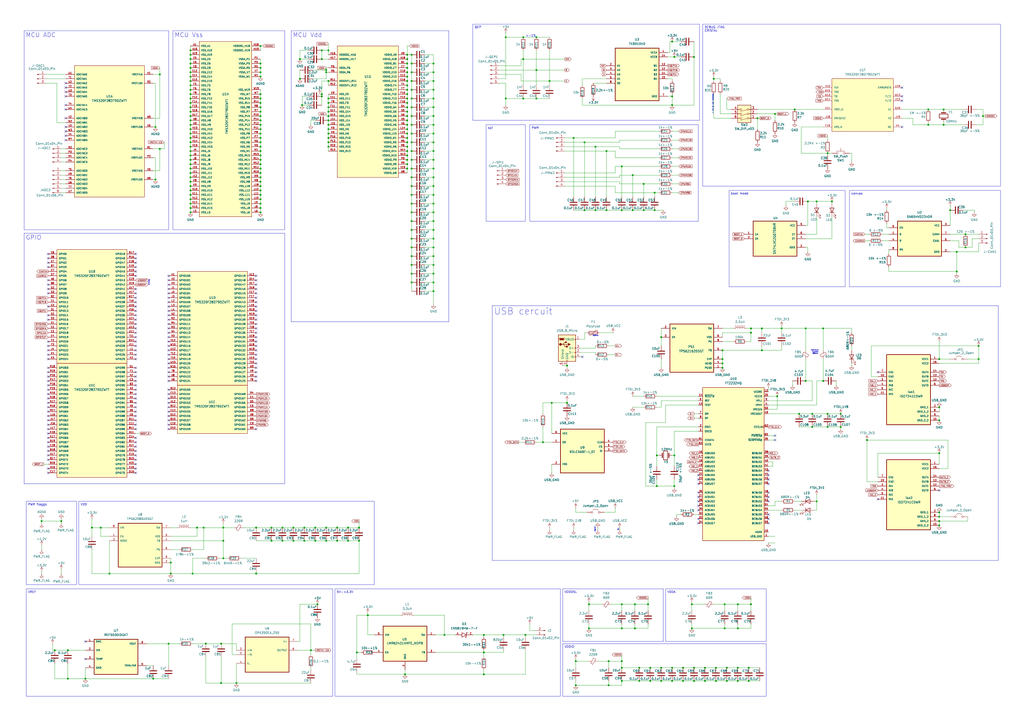
<source format=kicad_sch>
(kicad_sch (version 20250114) (generator "eeschema") (generator_version "9.0")
  (paper "A2")
  (lib_symbols
    (symbol "1N5819HW-7-F:1N5819HW-7-F" (pin_names (offset 1.016))
      (property "Reference" "D" (at -5.08 2.54 0))
      (property "Value" "1N5819HW-7-F" (at -5.08 -3.81 0))
      (symbol "1N5819HW-7-F_0_0"
        (pin passive line (at -5.08 0 0) (length 2.54) (name "~") (number "A"))
        (pin passive line (at 5.08 0 180) (length 2.54) (name "~") (number "C"))
      )
    )
    (symbol "93LC56BT-I_OT:93LC56BT-I_OT" (pin_names (offset 1.016))
      (property "Reference" "U" (at -12.7 13.7 0))
      (property "Value" "93LC56BT-I_OT" (at -12.7 -16.7 0))
      (symbol "93LC56BT-I_OT_0_0"
        (pin input clock (at -17.78 5.08 0) (length 5.08) (name "CLK") (number "4"))
        (pin input line (at -17.78 2.54 0) (length 5.08) (name "CS") (number "5"))
        (pin input line (at -17.78 0 0) (length 5.08) (name "DI") (number "3"))
        (pin power_in line (at 17.78 10.16 180) (length 5.08) (name "VCC") (number "6"))
        (pin output line (at 17.78 5.08 180) (length 5.08) (name "DO") (number "1"))
        (pin power_in line (at 17.78 -7.62 180) (length 5.08) (name "VSS") (number "2"))
      )
    )
    (symbol "Conn_01x03_Pin_1" (pin_names (offset 1.016) (hide yes))
      (property "Reference" "J" (at 0 5.08 0))
      (property "Value" "Conn_01x03_Pin" (at 0 -5.08 0))
      (symbol "Conn_01x03_Pin_1_1_1"
        (pin passive line (at 5.08 2.54 180) (length 3.81) (name "Pin_1") (number "1"))
        (pin passive line (at 5.08 0 180) (length 3.81) (name "Pin_2") (number "2"))
        (pin passive line (at 5.08 -2.54 180) (length 3.81) (name "Pin_3") (number "3"))
      )
    )
    (symbol "Connector:Conn_01x02_Pin" (pin_names (offset 1.016) (hide yes))
      (property "Reference" "J" (at 0 2.54 0))
      (property "Value" "Conn_01x02_Pin" (at 0 -5.08 0))
      (symbol "Conn_01x02_Pin_1_1"
        (pin passive line (at 5.08 0 180) (length 3.81) (name "Pin_1") (number "1"))
        (pin passive line (at 5.08 -2.54 180) (length 3.81) (name "Pin_2") (number "2"))
      )
    )
    (symbol "Connector:Conn_01x03_Pin" (pin_names (offset 1.016) (hide yes))
      (property "Reference" "J2" (at 3.556 6.35 0))
      (property "Value" "Conn_01x03_Pin" (at 10.668 4.318 0))
      (symbol "Conn_01x03_Pin_1_1"
        (pin passive line (at 5.08 2.54 180) (length 3.81) (name "Pin_1") (number "3"))
        (pin passive line (at 5.08 0 180) (length 3.81) (name "Pin_2") (number "2"))
        (pin passive line (at 5.08 -2.54 180) (length 3.81) (name "Pin_3") (number "1"))
      )
    )
    (symbol "Connector:Conn_01x04_Pin" (pin_names (offset 1.016) (hide yes))
      (property "Reference" "J" (at 0 5.08 0))
      (property "Value" "Conn_01x04_Pin" (at 0 -7.62 0))
      (symbol "Conn_01x04_Pin_1_1"
        (pin passive line (at 5.08 2.54 180) (length 3.81) (name "Pin_1") (number "1"))
        (pin passive line (at 5.08 0 180) (length 3.81) (name "Pin_2") (number "2"))
        (pin passive line (at 5.08 -2.54 180) (length 3.81) (name "Pin_3") (number "3"))
        (pin passive line (at 5.08 -5.08 180) (length 3.81) (name "Pin_4") (number "4"))
      )
    )
    (symbol "Connector:Conn_01x05_Pin" (pin_names (offset 1.016) (hide yes))
      (property "Reference" "J" (at 0 7.62 0))
      (property "Value" "Conn_01x05_Pin" (at 0 -7.62 0))
      (symbol "Conn_01x05_Pin_1_1"
        (pin passive line (at 5.08 5.08 180) (length 3.81) (name "Pin_1") (number "1"))
        (pin passive line (at 5.08 2.54 180) (length 3.81) (name "Pin_2") (number "2"))
        (pin passive line (at 5.08 0 180) (length 3.81) (name "Pin_3") (number "3"))
        (pin passive line (at 5.08 -2.54 180) (length 3.81) (name "Pin_4") (number "4"))
        (pin passive line (at 5.08 -5.08 180) (length 3.81) (name "Pin_5") (number "5"))
      )
    )
    (symbol "Connector:Conn_01x06_Pin" (pin_names (offset 1.016) (hide yes))
      (property "Reference" "J" (at 0 7.62 0))
      (property "Value" "Conn_01x06_Pin" (at 0 -10.16 0))
      (symbol "Conn_01x06_Pin_1_1"
        (pin passive line (at 5.08 5.08 180) (length 3.81) (name "Pin_1") (number "1"))
        (pin passive line (at 5.08 2.54 180) (length 3.81) (name "Pin_2") (number "2"))
        (pin passive line (at 5.08 0 180) (length 3.81) (name "Pin_3") (number "3"))
        (pin passive line (at 5.08 -2.54 180) (length 3.81) (name "Pin_4") (number "4"))
        (pin passive line (at 5.08 -5.08 180) (length 3.81) (name "Pin_5") (number "5"))
        (pin passive line (at 5.08 -7.62 180) (length 3.81) (name "Pin_6") (number "6"))
      )
    )
    (symbol "Connector:USB_B_Micro" (pin_names (offset 1.016))
      (property "Reference" "J" (at -5.08 11.43 0))
      (property "Value" "USB_B_Micro" (at -5.08 8.89 0))
      (symbol "USB_B_Micro_1_1"
        (pin passive line (at -2.54 -10.16 90) (length 2.54) (name "Shield") (number "6"))
        (pin power_out line (at 0 -10.16 90) (length 2.54) (name "GND") (number "5"))
        (pin power_out line (at 7.62 5.08 180) (length 2.54) (name "VBUS") (number "1"))
        (pin bidirectional line (at 7.62 0 180) (length 2.54) (name "D+") (number "3"))
        (pin bidirectional line (at 7.62 -2.54 180) (length 2.54) (name "D-") (number "2"))
        (pin passive line (at 7.62 -5.08 180) (length 2.54) (name "ID") (number "4"))
      )
    )
    (symbol "Device:C" (pin_numbers (hide yes)) (pin_names (offset 0.254))
      (property "Reference" "C" (at 0.635 2.54 0))
      (property "Value" "C" (at 0.635 -2.54 0))
      (symbol "C_1_1"
        (pin passive line (at 0 3.81 270) (length 2.794) (name "~") (number "1"))
        (pin passive line (at 0 -3.81 90) (length 2.794) (name "~") (number "2"))
      )
    )
    (symbol "Device:Crystal" (pin_numbers (hide yes)) (pin_names (offset 1.016) (hide yes))
      (property "Reference" "Y" (at 0 3.81 0))
      (property "Value" "Crystal" (at 0 -3.81 0))
      (symbol "Crystal_1_1"
        (pin passive line (at -3.81 0 0) (length 1.27) (name "1") (number "1"))
        (pin passive line (at 3.81 0 180) (length 1.27) (name "2") (number "2"))
      )
    )
    (symbol "Device:FerriteBead_Small" (pin_numbers (hide yes)) (pin_names (offset 0))
      (property "Reference" "FB" (at 1.905 1.27 0))
      (property "Value" "FerriteBead_Small" (at 1.905 -1.27 0))
      (symbol "FerriteBead_Small_1_1"
        (pin passive line (at 0 2.54 270) (length 1.27) (name "~") (number "1"))
        (pin passive line (at 0 -2.54 90) (length 1.27) (name "~") (number "2"))
      )
    )
    (symbol "Device:LED" (pin_numbers (hide yes)) (pin_names (offset 1.016) (hide yes))
      (property "Reference" "D" (at 0 2.54 0))
      (property "Value" "LED" (at 0 -2.54 0))
      (symbol "LED_1_1"
        (pin passive line (at -3.81 0 0) (length 2.54) (name "K") (number "1"))
        (pin passive line (at 3.81 0 180) (length 2.54) (name "A") (number "2"))
      )
    )
    (symbol "Device:L_Ferrite" (pin_numbers (hide yes)) (pin_names (offset 1.016) (hide yes))
      (property "Reference" "L" (at -1.27 0 90))
      (property "Value" "L_Ferrite" (at 2.794 0 90))
      (symbol "L_Ferrite_1_1"
        (pin passive line (at 0 3.81 270) (length 1.27) (name "1") (number "1"))
        (pin passive line (at 0 -3.81 90) (length 1.27) (name "2") (number "2"))
      )
    )
    (symbol "Device:Polyfuse" (pin_numbers (hide yes)) (pin_names (offset 0))
      (property "Reference" "F" (at -2.54 0 90))
      (property "Value" "Polyfuse" (at 2.54 0 90))
      (symbol "Polyfuse_1_1"
        (pin passive line (at 0 3.81 270) (length 1.27) (name "~") (number "1"))
        (pin passive line (at 0 -3.81 90) (length 1.27) (name "~") (number "2"))
      )
    )
    (symbol "Device:R" (pin_numbers (hide yes)) (pin_names (offset 0))
      (property "Reference" "R" (at 2.032 0 90))
      (property "Value" "R" (at 0 0 90))
      (symbol "R_1_1"
        (pin passive line (at 0 3.81 270) (length 1.27) (name "~") (number "1"))
        (pin passive line (at 0 -3.81 90) (length 1.27) (name "~") (number "2"))
      )
    )
    (symbol "FT2232HQ_1" (pin_names (offset 1.016))
      (property "Reference" "U11" (at -0.508 19.558 0))
      (property "Value" "FT2232HQ" (at -0.508 17.018 0))
      (symbol "FT2232HQ_1_0_0"
        (pin input line (at -20.32 40.64 0) (length 2.54) (name "~{RESET}#") (number "14"))
        (pin input line (at -20.32 38.1 0) (length 2.54) (name "REF") (number "6"))
        (pin input line (at -20.32 35.56 0) (length 2.54) (name "TEST") (number "13"))
        (pin bidirectional line (at -20.32 30.48 0) (length 2.54) (name "DM") (number "7"))
        (pin bidirectional line (at -20.32 27.94 0) (length 2.54) (name "DP") (number "8"))
        (pin input line (at -20.32 22.86 0) (length 2.54) (name "OSCI") (number "2"))
        (pin output line (at -20.32 20.32 0) (length 2.54) (name "OSCO") (number "3"))
        (pin bidirectional line (at -20.32 15.24 0) (length 2.54) (name "EEDATA") (number "61"))
        (pin bidirectional line (at -20.32 12.7 0) (length 2.54) (name "EECS") (number "63"))
        (pin bidirectional line (at -20.32 7.62 0) (length 2.54) (name "ADBUS0") (number "16"))
        (pin bidirectional line (at -20.32 5.08 0) (length 2.54) (name "ADBUS1") (number "17"))
        (pin bidirectional line (at -20.32 2.54 0) (length 2.54) (name "ADBUS2") (number "18"))
        (pin bidirectional line (at -20.32 0 0) (length 2.54) (name "ADBUS3") (number "19"))
        (pin bidirectional line (at -20.32 -2.54 0) (length 2.54) (name "ADBUS4") (number "21"))
        (pin bidirectional line (at -20.32 -5.08 0) (length 2.54) (name "ADBUS5") (number "22"))
        (pin bidirectional line (at -20.32 -7.62 0) (length 2.54) (name "ADBUS6") (number "23"))
        (pin bidirectional line (at -20.32 -10.16 0) (length 2.54) (name "ADBUS7") (number "24"))
        (pin bidirectional line (at -20.32 -15.24 0) (length 2.54) (name "ACBUS0") (number "26"))
        (pin bidirectional line (at -20.32 -17.78 0) (length 2.54) (name "ACBUS1") (number "27"))
        (pin bidirectional line (at -20.32 -20.32 0) (length 2.54) (name "ACBUS2") (number "28"))
        (pin bidirectional line (at -20.32 -22.86 0) (length 2.54) (name "ACBUS3") (number "29"))
        (pin bidirectional line (at -20.32 -25.4 0) (length 2.54) (name "ACBUS4") (number "30"))
        (pin bidirectional line (at -20.32 -27.94 0) (length 2.54) (name "ACBUS5") (number "32"))
        (pin bidirectional line (at -20.32 -30.48 0) (length 2.54) (name "ACBUS6") (number "33"))
        (pin bidirectional line (at -20.32 -33.02 0) (length 2.54) (name "ACBUS7") (number "34"))
        (pin power_in line (at 20.32 43.18 180) (length 2.54) (name "VCORE") (number "12"))
        (pin power_in line (at 20.32 43.18 180) (length 2.54) (hide yes) (name "VCORE") (number "37"))
        (pin power_in line (at 20.32 43.18 180) (length 2.54) (hide yes) (name "VCORE") (number "64"))
        (pin power_in line (at 20.32 40.64 180) (length 2.54) (name "VCCIO") (number "20"))
        (pin power_in line (at 20.32 40.64 180) (length 2.54) (hide yes) (name "VCCIO") (number "31"))
        (pin power_in line (at 20.32 40.64 180) (length 2.54) (hide yes) (name "VCCIO") (number "42"))
        (pin power_in line (at 20.32 40.64 180) (length 2.54) (hide yes) (name "VCCIO") (number "56"))
        (pin power_in line (at 20.32 38.1 180) (length 2.54) (name "VPLL") (number "9"))
        (pin power_in line (at 20.32 35.56 180) (length 2.54) (name "VPHY") (number "4"))
        (pin power_in line (at 20.32 33.02 180) (length 2.54) (name "VREGIN") (number "50"))
        (pin power_in line (at 20.32 30.48 180) (length 2.54) (name "VREGOUT") (number "49"))
        (pin output clock (at 20.32 22.86 180) (length 2.54) (name "EECLK") (number "62"))
        (pin output line (at 20.32 17.78 180) (length 2.54) (name "~{PWREN}#") (number "60"))
        (pin output line (at 20.32 15.24 180) (length 2.54) (name "~{SUSPEND}#") (number "36"))
        (pin bidirectional line (at 20.32 7.62 180) (length 2.54) (name "BDBUS0") (number "38"))
        (pin bidirectional line (at 20.32 5.08 180) (length 2.54) (name "BDBUS1") (number "39"))
        (pin bidirectional line (at 20.32 2.54 180) (length 2.54) (name "BDBUS2") (number "40"))
        (pin bidirectional line (at 20.32 0 180) (length 2.54) (name "BDBUS3") (number "41"))
        (pin bidirectional line (at 20.32 -2.54 180) (length 2.54) (name "BDBUS4") (number "43"))
        (pin bidirectional line (at 20.32 -5.08 180) (length 2.54) (name "BDBUS5") (number "44"))
        (pin bidirectional line (at 20.32 -7.62 180) (length 2.54) (name "BDBUS6") (number "45"))
        (pin bidirectional line (at 20.32 -10.16 180) (length 2.54) (name "BDBUS7") (number "46"))
        (pin bidirectional line (at 20.32 -15.24 180) (length 2.54) (name "BCBUS0") (number "48"))
        (pin bidirectional line (at 20.32 -17.78 180) (length 2.54) (name "BCBUS1") (number "52"))
        (pin bidirectional line (at 20.32 -20.32 180) (length 2.54) (name "BCBUS2") (number "53"))
        (pin bidirectional line (at 20.32 -22.86 180) (length 2.54) (name "BCBUS3") (number "54"))
        (pin bidirectional line (at 20.32 -25.4 180) (length 2.54) (name "BCBUS4") (number "55"))
        (pin bidirectional line (at 20.32 -27.94 180) (length 2.54) (name "BCBUS5") (number "57"))
        (pin bidirectional line (at 20.32 -30.48 180) (length 2.54) (name "BCBUS6") (number "58"))
        (pin bidirectional line (at 20.32 -33.02 180) (length 2.54) (name "BCBUS7") (number "59"))
        (pin power_in line (at 20.32 -38.1 180) (length 2.54) (name "AGND") (number "10"))
        (pin power_in line (at 20.32 -40.64 180) (length 2.54) (hide yes) (name "GND") (number "11"))
        (pin power_in line (at 20.32 -40.64 180) (length 2.54) (hide yes) (name "GND") (number "15"))
        (pin power_in line (at 20.32 -40.64 180) (length 2.54) (hide yes) (name "GND") (number "25"))
        (pin power_in line (at 20.32 -40.64 180) (length 2.54) (hide yes) (name "GND") (number "35"))
        (pin power_in line (at 20.32 -40.64 180) (length 2.54) (hide yes) (name "GND") (number "47"))
        (pin power_in line (at 20.32 -40.64 180) (length 2.54) (hide yes) (name "GND") (number "5"))
        (pin power_in line (at 20.32 -40.64 180) (length 2.54) (hide yes) (name "GND") (number "51"))
        (pin power_in line (at 20.32 -40.64 180) (length 2.54) (hide yes) (name "GND") (number "65"))
      )
      (symbol "FT2232HQ_1_1_0"
        (pin power_in line (at 20.32 -40.64 180) (length 2.54) (name "USB_GND") (number "1"))
      )
    )
    (symbol "ISO7241CDWR:ISO7241CDWR" (pin_names (offset 1.016))
      (property "Reference" "U" (at -12.7 21.32 0))
      (property "Value" "ISO7241CDWR" (at -12.7 -24.32 0))
      (symbol "ISO7241CDWR_0_0"
        (pin input line (at -17.78 10.16 0) (length 5.08) (name "EN1") (number "7"))
        (pin input line (at -17.78 7.62 0) (length 5.08) (name "EN2") (number "10"))
        (pin input line (at -17.78 5.08 0) (length 5.08) (name "INA") (number "3"))
        (pin input line (at -17.78 2.54 0) (length 5.08) (name "INB") (number "4"))
        (pin input line (at -17.78 0 0) (length 5.08) (name "INC") (number "5"))
        (pin input line (at -17.78 -2.54 0) (length 5.08) (name "IND") (number "11"))
        (pin power_in line (at 17.78 17.78 180) (length 5.08) (name "VCC1") (number "1"))
        (pin power_in line (at 17.78 15.24 180) (length 5.08) (name "VCC2") (number "16"))
        (pin output line (at 17.78 10.16 180) (length 5.08) (name "OUTA") (number "14"))
        (pin output line (at 17.78 7.62 180) (length 5.08) (name "OUTB") (number "13"))
        (pin output line (at 17.78 5.08 180) (length 5.08) (name "OUTC") (number "12"))
        (pin output line (at 17.78 2.54 180) (length 5.08) (name "OUTD") (number "6"))
        (pin power_in line (at 17.78 -10.16 180) (length 5.08) (name "GND_1") (number "2"))
        (pin power_in line (at 17.78 -12.7 180) (length 5.08) (name "GND_1_2") (number "8"))
        (pin power_in line (at 17.78 -15.24 180) (length 5.08) (name "GND_2") (number "9"))
        (pin power_in line (at 17.78 -17.78 180) (length 5.08) (name "GND_2_2") (number "15"))
      )
    )
    (symbol "Jumper:Jumper_2_Open" (pin_numbers (hide yes)) (pin_names (offset 0) (hide yes))
      (property "Reference" "JP" (at 0 2.794 0))
      (property "Value" "Jumper_2_Open" (at 0 -2.286 0))
      (symbol "Jumper_2_Open_1_1"
        (pin passive line (at -5.08 0 0) (length 2.54) (name "A") (number "1"))
        (pin passive line (at 5.08 0 180) (length 2.54) (name "B") (number "2"))
      )
    )
    (symbol "LMR62421XMFE_NOPB_1" (pin_names (offset 1.016))
      (property "Reference" "U5" (at 0 15.24 0))
      (property "Value" "LMR62421XMFE_NOPB" (at 0 12.7 0))
      (symbol "LMR62421XMFE_NOPB_1_0_0"
        (pin input line (at -17.78 5.08 0) (length 5.08) (name "VIN") (number "5"))
        (pin input line (at -17.78 -5.08 0) (length 5.08) (name "EN") (number "4"))
        (pin power_in line (at 0 -15.24 90) (length 5.08) (name "GND") (number "2"))
        (pin output line (at 17.78 5.08 180) (length 5.08) (name "SW") (number "1"))
        (pin input line (at 17.78 -5.08 180) (length 5.08) (name "FB") (number "3"))
      )
    )
    (symbol "OPA350EA_250:OPA350EA_250" (pin_names (offset 1.016))
      (property "Reference" "U" (at -12.7 11.16 0))
      (property "Value" "OPA350EA_250" (at -12.7 -14.16 0))
      (symbol "OPA350EA_250_0_0"
        (pin input line (at -17.78 2.54 0) (length 5.08) (name "+IN") (number "3"))
        (pin input line (at -17.78 0 0) (length 5.08) (name "-IN") (number "2"))
        (pin bidirectional line (at -17.78 -5.08 0) (length 5.08) (name "V_") (number "4"))
        (pin power_in line (at 17.78 7.62 180) (length 5.08) (name "V+") (number "7"))
        (pin output line (at 17.78 2.54 180) (length 5.08) (name "OUTPUT") (number "6"))
      )
    )
    (symbol "REF5030IDGKT:REF5030IDGKT" (pin_names (offset 1.016))
      (property "Reference" "U7" (at 0 15.24 0))
      (property "Value" "REF5030IDGKT" (at 0 12.7 0))
      (symbol "REF5030IDGKT_0_0"
        (pin bidirectional line (at -17.78 8.89 0) (length 5.08) (name "DNC") (number "1"))
        (pin input line (at -17.78 3.81 0) (length 5.08) (name "VIN") (number "2"))
        (pin input line (at -17.78 -1.27 0) (length 5.08) (name "TEMP") (number "3"))
        (pin bidirectional line (at -17.78 -2.54 0) (length 5.08) (hide yes) (name "DNC") (number "8"))
        (pin power_in line (at -17.78 -6.35 0) (length 5.08) (name "GND") (number "4"))
        (pin output line (at 17.78 7.62 180) (length 5.08) (name "VOUT") (number "6"))
        (pin input line (at 17.78 -5.08 180) (length 5.08) (name "TRIM/NR") (number "5"))
      )
    )
    (symbol "SN65HVD234DR:SN65HVD234DR" (pin_names (offset 1.016))
      (property "Reference" "U2" (at 0 15.24 0))
      (property "Value" "SN65HVD234DR" (at 0 12.7 0))
      (symbol "SN65HVD234DR_0_0"
        (pin input line (at -17.78 6.35 0) (length 5.08) (name "EN") (number "5"))
        (pin input line (at -17.78 2.54 0) (length 5.08) (name "D") (number "1"))
        (pin output line (at -17.78 -1.27 0) (length 5.08) (name "R") (number "4"))
        (pin input line (at -17.78 -6.35 0) (length 5.08) (name "RS") (number "8"))
        (pin power_in line (at 17.78 7.62 180) (length 5.08) (name "VCC") (number "3"))
        (pin output line (at 17.78 2.54 180) (length 5.08) (name "CANH") (number "7"))
        (pin output line (at 17.78 -1.27 180) (length 5.08) (name "CANL") (number "6"))
        (pin power_in line (at 17.78 -7.62 180) (length 5.08) (name "GND") (number "2"))
      )
    )
    (symbol "SN74LVC2G07DBVR:SN74LVC2G07DBVR" (pin_names (offset 1.016))
      (property "Reference" "U" (at -12.7 11.16 0))
      (property "Value" "SN74LVC2G07DBVR" (at -12.7 -14.16 0))
      (symbol "SN74LVC2G07DBVR_0_0"
        (pin input line (at -17.78 2.54 0) (length 5.08) (name "1A") (number "1"))
        (pin input line (at -17.78 0 0) (length 5.08) (name "2A") (number "3"))
        (pin power_in line (at 17.78 7.62 180) (length 5.08) (name "VCC") (number "5"))
        (pin output line (at 17.78 2.54 180) (length 5.08) (name "1Y") (number "6"))
        (pin output line (at 17.78 0 180) (length 5.08) (name "2Y") (number "4"))
        (pin power_in line (at 17.78 -5.08 180) (length 5.08) (name "GND") (number "2"))
      )
    )
    (symbol "Switch:SW_DIP_x03" (pin_names (offset 0) (hide yes))
      (property "Reference" "SW" (at 0 6.35 0))
      (property "Value" "SW_DIP_x03" (at 0 -6.35 0))
      (symbol "SW_DIP_x03_1_1"
        (pin passive line (at -7.62 2.54 0) (length 5.08) (name "~") (number "1"))
        (pin passive line (at -7.62 0 0) (length 5.08) (name "~") (number "2"))
        (pin passive line (at -7.62 -2.54 0) (length 5.08) (name "~") (number "3"))
        (pin passive line (at 7.62 2.54 180) (length 5.08) (name "~") (number "6"))
        (pin passive line (at 7.62 0 180) (length 5.08) (name "~") (number "5"))
        (pin passive line (at 7.62 -2.54 180) (length 5.08) (name "~") (number "4"))
      )
    )
    (symbol "Switch:SW_Push" (pin_numbers (hide yes)) (pin_names (offset 1.016) (hide yes))
      (property "Reference" "SW" (at 1.27 2.54 0))
      (property "Value" "SW_Push" (at 0 -1.524 0))
      (symbol "SW_Push_0_1"
        (pin passive line (at -5.08 0 0) (length 2.54) (name "1") (number "1"))
        (pin passive line (at 5.08 0 180) (length 2.54) (name "2") (number "2"))
      )
    )
    (symbol "TMS320F28379DZWTT:TMS320F28379DZWTT" (pin_names (offset 1.016))
      (property "Reference" "U1" (at 0 20.32 0))
      (property "Value" "TMS320F28379DZWTT" (at 0 17.78 0))
      (symbol "TMS320F28379DZWTT_1_0"
        (pin input line (at -25.4 33.02 0) (length 5.08) (name "ADCINA0") (number "U1"))
        (pin input line (at -25.4 30.48 0) (length 5.08) (name "ADCINA1") (number "T1"))
        (pin input line (at -25.4 27.94 0) (length 5.08) (name "ADCINA2") (number "U2"))
        (pin input line (at -25.4 25.4 0) (length 5.08) (name "ADCINA3") (number "T2"))
        (pin input line (at -25.4 22.86 0) (length 5.08) (name "ADCINA4") (number "U3"))
        (pin input line (at -25.4 20.32 0) (length 5.08) (name "ADCINA5") (number "T3"))
        (pin input line (at -25.4 15.24 0) (length 5.08) (name "ADCIN14") (number "T4"))
        (pin input line (at -25.4 12.7 0) (length 5.08) (name "ADCIN15") (number "U4"))
        (pin input line (at -25.4 7.62 0) (length 5.08) (name "ADCINB0") (number "V2"))
        (pin input line (at -25.4 5.08 0) (length 5.08) (name "ADCINB1") (number "W2"))
        (pin input line (at -25.4 2.54 0) (length 5.08) (name "ADCINB2") (number "V3"))
        (pin input line (at -25.4 0 0) (length 5.08) (name "ADCINB3") (number "W3"))
        (pin input line (at -25.4 -2.54 0) (length 5.08) (name "ADCINB4") (number "V4"))
        (pin input line (at -25.4 -5.08 0) (length 5.08) (name "ADCINB5") (number "W4"))
        (pin input line (at -25.4 -10.16 0) (length 5.08) (name "ADCINC2") (number "R3"))
        (pin input line (at -25.4 -12.7 0) (length 5.08) (name "ADCINC3") (number "P3"))
        (pin input line (at -25.4 -15.24 0) (length 5.08) (name "ADCINC4") (number "R4"))
        (pin input line (at -25.4 -17.78 0) (length 5.08) (name "ADCINC5") (number "P4"))
        (pin input line (at -25.4 -22.86 0) (length 5.08) (name "ADCIND0") (number "T5"))
        (pin input line (at -25.4 -25.4 0) (length 5.08) (name "ADCIND1") (number "U5"))
        (pin input line (at -25.4 -27.94 0) (length 5.08) (name "ADCIND2") (number "T6"))
        (pin input line (at -25.4 -30.48 0) (length 5.08) (name "ADCIND3") (number "U6"))
        (pin input line (at -25.4 -33.02 0) (length 5.08) (name "ADCIND4") (number "T7"))
        (pin input line (at -25.4 -35.56 0) (length 5.08) (name "ADCIND5") (number "U7"))
        (pin input line (at 25.4 33.02 180) (length 5.08) (name "VREFHIA") (number "V1"))
        (pin input line (at 25.4 27.94 180) (length 5.08) (name "VREFLOA") (number "R2"))
        (pin input line (at 25.4 7.62 180) (length 5.08) (name "VREFHIB") (number "W5"))
        (pin input line (at 25.4 2.54 180) (length 5.08) (name "VREFLOB") (number "V6"))
        (pin input line (at 25.4 -10.16 180) (length 5.08) (name "VREFHIC") (number "R1"))
        (pin input line (at 25.4 -15.24 180) (length 5.08) (name "VREFLOC") (number "P2"))
        (pin input line (at 25.4 -22.86 180) (length 5.08) (name "VREFHID") (number "V5"))
        (pin input line (at 25.4 -27.94 180) (length 5.08) (name "VREFLOD") (number "W6"))
      )
      (symbol "TMS320F28379DZWTT_2_0"
        (pin bidirectional line (at -25.4 30.48 0) (length 5.08) (name "GPIO0") (number "C8"))
        (pin bidirectional line (at -25.4 27.94 0) (length 5.08) (name "GPIO1") (number "D8"))
        (pin bidirectional line (at -25.4 25.4 0) (length 5.08) (name "GPIO2") (number "A7"))
        (pin bidirectional line (at -25.4 22.86 0) (length 5.08) (name "GPIO3") (number "B7"))
        (pin bidirectional line (at -25.4 20.32 0) (length 5.08) (name "GPIO4") (number "C7"))
        (pin bidirectional line (at -25.4 17.78 0) (length 5.08) (name "GPIO5") (number "D7"))
        (pin bidirectional line (at -25.4 15.24 0) (length 5.08) (name "GPIO6") (number "A6"))
        (pin bidirectional line (at -25.4 12.7 0) (length 5.08) (name "GPIO7") (number "B6"))
        (pin bidirectional line (at -25.4 10.16 0) (length 5.08) (name "GPIO8") (number "G2"))
        (pin bidirectional line (at -25.4 7.62 0) (length 5.08) (name "GPIO9") (number "G3"))
        (pin bidirectional line (at -25.4 5.08 0) (length 5.08) (name "GPIO10") (number "B2"))
        (pin bidirectional line (at -25.4 2.54 0) (length 5.08) (name "GPIO11") (number "C1"))
        (pin bidirectional line (at -25.4 0 0) (length 5.08) (name "GPIO12") (number "C2"))
        (pin bidirectional line (at -25.4 -2.54 0) (length 5.08) (name "GPIO13") (number "D1"))
        (pin bidirectional line (at -25.4 -5.08 0) (length 5.08) (name "GPIO14") (number "D2"))
        (pin bidirectional line (at -25.4 -7.62 0) (length 5.08) (name "GPIO15") (number "D3"))
        (pin bidirectional line (at -25.4 -10.16 0) (length 5.08) (name "GPIO16") (number "E1"))
        (pin bidirectional line (at -25.4 -12.7 0) (length 5.08) (name "GPIO17") (number "E2"))
        (pin bidirectional line (at -25.4 -15.24 0) (length 5.08) (name "GPIO18") (number "E3"))
        (pin bidirectional line (at -25.4 -17.78 0) (length 5.08) (name "GPIO19") (number "E4"))
        (pin bidirectional line (at -25.4 -20.32 0) (length 5.08) (name "GPIO20") (number "F2"))
        (pin bidirectional line (at -25.4 -22.86 0) (length 5.08) (name "GPIO21") (number "F3"))
        (pin bidirectional line (at -25.4 -25.4 0) (length 5.08) (name "GPIO22") (number "J4"))
        (pin bidirectional line (at -25.4 -27.94 0) (length 5.08) (name "GPIO23") (number "K4"))
        (pin bidirectional line (at -25.4 -30.48 0) (length 5.08) (name "GPIO24") (number "K3"))
        (pin bidirectional line (at 25.4 30.48 180) (length 5.08) (name "GPIO49") (number "R17"))
        (pin bidirectional line (at 25.4 27.94 180) (length 5.08) (name "GPIO48") (number "R16"))
        (pin bidirectional line (at 25.4 25.4 180) (length 5.08) (name "GPIO47") (number "E18"))
        (pin bidirectional line (at 25.4 22.86 180) (length 5.08) (name "GPIO46") (number "E19"))
        (pin bidirectional line (at 25.4 20.32 180) (length 5.08) (name "GPIO45") (number "K19"))
        (pin bidirectional line (at 25.4 17.78 180) (length 5.08) (name "GPIO44") (number "K18"))
        (pin bidirectional line (at 25.4 15.24 180) (length 5.08) (name "GPIO43") (number "C19"))
        (pin bidirectional line (at 25.4 12.7 180) (length 5.08) (name "GPIO42") (number "D19"))
        (pin bidirectional line (at 25.4 10.16 180) (length 5.08) (name "GPIO41") (number "U17"))
        (pin bidirectional line (at 25.4 7.62 180) (length 5.08) (name "GPIO40") (number "V17"))
        (pin bidirectional line (at 25.4 5.08 180) (length 5.08) (name "GPIO39") (number "W17"))
        (pin bidirectional line (at 25.4 2.54 180) (length 5.08) (name "GPIO38") (number "T16"))
        (pin bidirectional line (at 25.4 0 180) (length 5.08) (name "GPIO37") (number "U16"))
        (pin bidirectional line (at 25.4 -2.54 180) (length 5.08) (name "GPIO36") (number "V16"))
        (pin bidirectional line (at 25.4 -5.08 180) (length 5.08) (name "GPIO35") (number "T14"))
        (pin bidirectional line (at 25.4 -7.62 180) (length 5.08) (name "GPIO34") (number "U14"))
        (pin bidirectional line (at 25.4 -10.16 180) (length 5.08) (name "GPIO33") (number "T13"))
        (pin bidirectional line (at 25.4 -12.7 180) (length 5.08) (name "GPIO32") (number "U13"))
        (pin bidirectional line (at 25.4 -15.24 180) (length 5.08) (name "GPIO31") (number "U11"))
        (pin bidirectional line (at 25.4 -17.78 180) (length 5.08) (name "GPIO30") (number "T11"))
        (pin bidirectional line (at 25.4 -20.32 180) (length 5.08) (name "GPIO29") (number "W11"))
        (pin bidirectional line (at 25.4 -22.86 180) (length 5.08) (name "GPIO28") (number "V11"))
        (pin bidirectional line (at 25.4 -25.4 180) (length 5.08) (name "GPIO27") (number "L1"))
        (pin bidirectional line (at 25.4 -27.94 180) (length 5.08) (name "GPIO26") (number "K1"))
        (pin bidirectional line (at 25.4 -30.48 180) (length 5.08) (name "GPIO25") (number "K2"))
      )
      (symbol "TMS320F28379DZWTT_3_0"
        (pin bidirectional line (at -25.4 30.48 0) (length 5.08) (name "GPIO50") (number "R18"))
        (pin bidirectional line (at -25.4 27.94 0) (length 5.08) (name "GPIO51") (number "R19"))
        (pin bidirectional line (at -25.4 25.4 0) (length 5.08) (name "GPIO52") (number "P16"))
        (pin bidirectional line (at -25.4 22.86 0) (length 5.08) (name "GPIO53") (number "P17"))
        (pin bidirectional line (at -25.4 20.32 0) (length 5.08) (name "GPIO54") (number "P18"))
        (pin bidirectional line (at -25.4 17.78 0) (length 5.08) (name "GPIO55") (number "P19"))
        (pin bidirectional line (at -25.4 15.24 0) (length 5.08) (name "GPIO56") (number "N16"))
        (pin bidirectional line (at -25.4 12.7 0) (length 5.08) (name "GPIO57") (number "N18"))
        (pin bidirectional line (at -25.4 10.16 0) (length 5.08) (name "GPIO58") (number "N17"))
        (pin bidirectional line (at -25.4 7.62 0) (length 5.08) (name "GPIO59") (number "M16"))
        (pin bidirectional line (at -25.4 5.08 0) (length 5.08) (name "GPIO60") (number "M17"))
        (pin bidirectional line (at -25.4 2.54 0) (length 5.08) (name "GPIO61") (number "L16"))
        (pin bidirectional line (at -25.4 0 0) (length 5.08) (name "GPIO62") (number "J17"))
        (pin bidirectional line (at -25.4 -2.54 0) (length 5.08) (name "GPIO63") (number "J16"))
        (pin bidirectional line (at -25.4 -5.08 0) (length 5.08) (name "GPIO64") (number "L17"))
        (pin bidirectional line (at -25.4 -7.62 0) (length 5.08) (name "GPIO65") (number "K16"))
        (pin bidirectional line (at -25.4 -10.16 0) (length 5.08) (name "GPIO66") (number "K17"))
        (pin bidirectional line (at -25.4 -12.7 0) (length 5.08) (name "GPIO67") (number "B19"))
        (pin bidirectional line (at -25.4 -15.24 0) (length 5.08) (name "GPIO68") (number "C18"))
        (pin bidirectional line (at -25.4 -17.78 0) (length 5.08) (name "GPIO69") (number "B18"))
        (pin bidirectional line (at -25.4 -20.32 0) (length 5.08) (name "GPIO70") (number "A17"))
        (pin bidirectional line (at -25.4 -22.86 0) (length 5.08) (name "GPIO71") (number "B17"))
        (pin bidirectional line (at -25.4 -25.4 0) (length 5.08) (name "GPIO72") (number "B16"))
        (pin bidirectional line (at -25.4 -27.94 0) (length 5.08) (name "GPIO73") (number "A16"))
        (pin bidirectional line (at -25.4 -30.48 0) (length 5.08) (name "GPIO74") (number "C17"))
        (pin bidirectional line (at 25.4 30.48 180) (length 5.08) (name "GPIO99") (number "G1"))
        (pin bidirectional line (at 25.4 27.94 180) (length 5.08) (name "GPIO98") (number "F1"))
        (pin bidirectional line (at 25.4 25.4 180) (length 5.08) (name "GPIO97") (number "A2"))
        (pin bidirectional line (at 25.4 22.86 180) (length 5.08) (name "GPIO96") (number "C3"))
        (pin bidirectional line (at 25.4 20.32 180) (length 5.08) (name "GPIO95") (number "B3"))
        (pin bidirectional line (at 25.4 17.78 180) (length 5.08) (name "GPIO94") (number "A3"))
        (pin bidirectional line (at 25.4 15.24 180) (length 5.08) (name "GPIO93") (number "B4"))
        (pin bidirectional line (at 25.4 12.7 180) (length 5.08) (name "GPIO92") (number "A4"))
        (pin bidirectional line (at 25.4 10.16 180) (length 5.08) (name "GPIO91") (number "B5"))
        (pin bidirectional line (at 25.4 7.62 180) (length 5.08) (name "GPIO90") (number "A5"))
        (pin bidirectional line (at 25.4 5.08 180) (length 5.08) (name "GPIO89") (number "D6"))
        (pin bidirectional line (at 25.4 2.54 180) (length 5.08) (name "GPIO88") (number "C6"))
        (pin bidirectional line (at 25.4 0 180) (length 5.08) (name "GPIO87") (number "D11"))
        (pin bidirectional line (at 25.4 -2.54 180) (length 5.08) (name "GPIO86") (number "C11"))
        (pin bidirectional line (at 25.4 -5.08 180) (length 5.08) (name "GPIO85") (number "B11"))
        (pin bidirectional line (at 25.4 -7.62 180) (length 5.08) (name "GPIO84") (number "A11"))
        (pin bidirectional line (at 25.4 -10.16 180) (length 5.08) (name "GPIO83") (number "C14"))
        (pin bidirectional line (at 25.4 -12.7 180) (length 5.08) (name "GPIO82") (number "B14"))
        (pin bidirectional line (at 25.4 -15.24 180) (length 5.08) (name "GPIO81") (number "A14"))
        (pin bidirectional line (at 25.4 -17.78 180) (length 5.08) (name "GPIO80") (number "D15"))
        (pin bidirectional line (at 25.4 -20.32 180) (length 5.08) (name "GPIO79") (number "C15"))
        (pin bidirectional line (at 25.4 -22.86 180) (length 5.08) (name "GPIO78") (number "B15"))
        (pin bidirectional line (at 25.4 -25.4 180) (length 5.08) (name "GPIO77") (number "A15"))
        (pin bidirectional line (at 25.4 -27.94 180) (length 5.08) (name "GPIO76") (number "C16"))
        (pin bidirectional line (at 25.4 -30.48 180) (length 5.08) (name "GPIO75") (number "D16"))
      )
      (symbol "TMS320F28379DZWTT_4_0"
        (pin bidirectional line (at -25.4 33.02 0) (length 5.08) (name "GPIO100") (number "H1"))
        (pin bidirectional line (at -25.4 30.48 0) (length 5.08) (name "GPIO101") (number "H2"))
        (pin bidirectional line (at -25.4 27.94 0) (length 5.08) (name "GPIO102") (number "H3"))
        (pin bidirectional line (at -25.4 25.4 0) (length 5.08) (name "GPIO103") (number "J1"))
        (pin bidirectional line (at -25.4 22.86 0) (length 5.08) (name "GPIO104") (number "J2"))
        (pin bidirectional line (at -25.4 20.32 0) (length 5.08) (name "GPIO105") (number "J3"))
        (pin bidirectional line (at -25.4 17.78 0) (length 5.08) (name "GPIO106") (number "L2"))
        (pin bidirectional line (at -25.4 15.24 0) (length 5.08) (name "GPIO107") (number "L3"))
        (pin bidirectional line (at -25.4 12.7 0) (length 5.08) (name "GPIO108") (number "L4"))
        (pin bidirectional line (at -25.4 10.16 0) (length 5.08) (name "GPIO109") (number "N2"))
        (pin bidirectional line (at -25.4 7.62 0) (length 5.08) (name "GPIO110") (number "M2"))
        (pin bidirectional line (at -25.4 5.08 0) (length 5.08) (name "GPIO111") (number "M4"))
        (pin bidirectional line (at -25.4 2.54 0) (length 5.08) (name "GPIO112") (number "M3"))
        (pin bidirectional line (at -25.4 0 0) (length 5.08) (name "GPIO113") (number "N4"))
        (pin bidirectional line (at -25.4 -2.54 0) (length 5.08) (name "GPIO114") (number "N3"))
        (pin bidirectional line (at -25.4 -5.08 0) (length 5.08) (name "GPIO115") (number "V12"))
        (pin bidirectional line (at -25.4 -7.62 0) (length 5.08) (name "GPIO116") (number "W10"))
        (pin bidirectional line (at -25.4 -10.16 0) (length 5.08) (name "GPIO117") (number "U12"))
        (pin bidirectional line (at -25.4 -12.7 0) (length 5.08) (name "GPIO118") (number "T12"))
        (pin bidirectional line (at -25.4 -15.24 0) (length 5.08) (name "GPIO119") (number "T15"))
        (pin bidirectional line (at -25.4 -17.78 0) (length 5.08) (name "GPIO120") (number "U15"))
        (pin bidirectional line (at -25.4 -20.32 0) (length 5.08) (name "GPIO121") (number "W16"))
        (pin bidirectional line (at -25.4 -22.86 0) (length 5.08) (name "GPIO122") (number "T8"))
        (pin bidirectional line (at -25.4 -25.4 0) (length 5.08) (name "GPIO123") (number "U8"))
        (pin bidirectional line (at -25.4 -27.94 0) (length 5.08) (name "GPIO124") (number "V8"))
        (pin bidirectional line (at 25.4 33.02 180) (length 5.08) (name "GPIO149") (number "A13"))
        (pin bidirectional line (at 25.4 30.48 180) (length 5.08) (name "GPIO148") (number "D14"))
        (pin bidirectional line (at 25.4 27.94 180) (length 5.08) (name "GPIO147") (number "D17"))
        (pin bidirectional line (at 25.4 25.4 180) (length 5.08) (name "GPIO146") (number "D18"))
        (pin bidirectional line (at 25.4 22.86 180) (length 5.08) (name "GPIO145") (number "E17"))
        (pin bidirectional line (at 25.4 20.32 180) (length 5.08) (name "GPIO144") (number "F17"))
        (pin bidirectional line (at 25.4 17.78 180) (length 5.08) (name "GPIO143") (number "F18"))
        (pin bidirectional line (at 25.4 15.24 180) (length 5.08) (name "GPIO142") (number "L19"))
        (pin bidirectional line (at 25.4 12.7 180) (length 5.08) (name "GPIO141") (number "M18"))
        (pin bidirectional line (at 25.4 10.16 180) (length 5.08) (name "GPIO140") (number "M19"))
        (pin bidirectional line (at 25.4 7.62 180) (length 5.08) (name "GPIO139") (number "N19"))
        (pin bidirectional line (at 25.4 5.08 180) (length 5.08) (name "GPIO138") (number "T19"))
        (pin bidirectional line (at 25.4 2.54 180) (length 5.08) (name "GPIO137") (number "T18"))
        (pin bidirectional line (at 25.4 0 180) (length 5.08) (name "GPIO136") (number "T17"))
        (pin bidirectional line (at 25.4 -2.54 180) (length 5.08) (name "GPIO135") (number "U18"))
        (pin bidirectional line (at 25.4 -5.08 180) (length 5.08) (name "GPIO134") (number "V18"))
        (pin bidirectional line (at 25.4 -7.62 180) (length 5.08) (name "GPIO133") (number "G18"))
        (pin bidirectional line (at 25.4 -10.16 180) (length 5.08) (name "GPIO132") (number "W18"))
        (pin bidirectional line (at 25.4 -12.7 180) (length 5.08) (name "GPIO131") (number "V10"))
        (pin bidirectional line (at 25.4 -15.24 180) (length 5.08) (name "GPIO130") (number "U10"))
        (pin bidirectional line (at 25.4 -17.78 180) (length 5.08) (name "GPIO129") (number "T10"))
        (pin bidirectional line (at 25.4 -20.32 180) (length 5.08) (name "GPIO128") (number "W9"))
        (pin bidirectional line (at 25.4 -22.86 180) (length 5.08) (name "GPIO127") (number "V9"))
        (pin bidirectional line (at 25.4 -25.4 180) (length 5.08) (name "GPIO126") (number "U9"))
        (pin bidirectional line (at 25.4 -27.94 180) (length 5.08) (name "GPIO125") (number "T9"))
      )
      (symbol "TMS320F28379DZWTT_5_0"
        (pin bidirectional line (at -25.4 10.16 0) (length 5.08) (name "GPIO150") (number "B13"))
        (pin bidirectional line (at -25.4 7.62 0) (length 5.08) (name "GPIO151") (number "C13"))
        (pin bidirectional line (at -25.4 5.08 0) (length 5.08) (name "GPIO152") (number "D13"))
        (pin bidirectional line (at -25.4 2.54 0) (length 5.08) (name "GPIO153") (number "A12"))
        (pin bidirectional line (at -25.4 0 0) (length 5.08) (name "GPIO154") (number "B12"))
        (pin bidirectional line (at -25.4 -2.54 0) (length 5.08) (name "GPIO155") (number "C12"))
        (pin bidirectional line (at -25.4 -5.08 0) (length 5.08) (name "GPIO156") (number "D12"))
        (pin bidirectional line (at -25.4 -7.62 0) (length 5.08) (name "GPIO157") (number "B10"))
        (pin bidirectional line (at -25.4 -10.16 0) (length 5.08) (name "GPIO158") (number "C10"))
        (pin bidirectional line (at -25.4 -12.7 0) (length 5.08) (name "GPIO159") (number "D10"))
        (pin bidirectional line (at 25.4 7.62 180) (length 5.08) (name "GPIO168") (number "D4"))
        (pin bidirectional line (at 25.4 5.08 180) (length 5.08) (name "GPIO167") (number "C4"))
        (pin bidirectional line (at 25.4 2.54 180) (length 5.08) (name "GPIO166") (number "D5"))
        (pin bidirectional line (at 25.4 0 180) (length 5.08) (name "GPIO165") (number "C5"))
        (pin bidirectional line (at 25.4 -2.54 180) (length 5.08) (name "GPIO164") (number "B8"))
        (pin bidirectional line (at 25.4 -5.08 180) (length 5.08) (name "GPIO163") (number "A8"))
        (pin bidirectional line (at 25.4 -7.62 180) (length 5.08) (name "GPIO162") (number "D9"))
        (pin bidirectional line (at 25.4 -10.16 180) (length 5.08) (name "GPIO161") (number "C9"))
        (pin bidirectional line (at 25.4 -12.7 180) (length 5.08) (name "GPIO160") (number "B9"))
      )
      (symbol "TMS320F28379DZWTT_6_0"
        (pin input line (at -22.86 10.16 0) (length 5.08) (name "TCK") (number "V15"))
        (pin output line (at -22.86 7.62 0) (length 5.08) (name "TDO") (number "W15"))
        (pin input line (at -22.86 5.08 0) (length 5.08) (name "TDI") (number "W13"))
        (pin input line (at -22.86 2.54 0) (length 5.08) (name "TMS") (number "W14"))
        (pin input line (at -22.86 -2.54 0) (length 5.08) (name "TRST_N") (number "V14"))
        (pin input line (at -22.86 -7.62 0) (length 5.08) (name "VREGENZ") (number "J18"))
        (pin bidirectional line (at -22.86 -12.7 0) (length 5.08) (name "XRS_N") (number "F19"))
        (pin output line (at 22.86 10.16 180) (length 5.08) (name "ERRORSTS") (number "U19"))
        (pin bidirectional line (at 22.86 5.08 180) (length 5.08) (name "FLT1") (number "W12"))
        (pin bidirectional line (at 22.86 2.54 180) (length 5.08) (name "FLT2") (number "V13"))
        (pin input line (at 22.86 -2.54 180) (length 5.08) (name "X1") (number "G19"))
        (pin output line (at 22.86 -7.62 180) (length 5.08) (name "X2") (number "J19"))
        (pin passive line (at 22.86 -12.7 180) (length 5.08) (name "NC") (number "H4"))
      )
      (symbol "TMS320F28379DZWTT_7_0"
        (pin power_in line (at -22.86 33.02 0) (length 5.08) (name "VDDOSC_H16") (number "H16"))
        (pin power_in line (at -22.86 30.48 0) (length 5.08) (name "VDDOSC_H17") (number "H17"))
        (pin power_in line (at -22.86 25.4 0) (length 5.08) (name "VDDA_P6") (number "P6"))
        (pin power_in line (at -22.86 22.86 0) (length 5.08) (name "VDDA_R6") (number "R6"))
        (pin power_in line (at -22.86 17.78 0) (length 5.08) (name "VDD3VFL_R11") (number "R11"))
        (pin power_in line (at -22.86 15.24 0) (length 5.08) (name "VDD3VFL_R12") (number "R12"))
        (pin power_in line (at -22.86 10.16 0) (length 5.08) (name "VDD_E9") (number "E9"))
        (pin power_in line (at -22.86 7.62 0) (length 5.08) (name "VDD_E11") (number "E11"))
        (pin power_in line (at -22.86 5.08 0) (length 5.08) (name "VDD_F9") (number "F9"))
        (pin power_in line (at -22.86 2.54 0) (length 5.08) (name "VDD_F11") (number "F11"))
        (pin power_in line (at -22.86 0 0) (length 5.08) (name "VDD_G14") (number "G14"))
        (pin power_in line (at -22.86 -2.54 0) (length 5.08) (name "VDD_G15") (number "G15"))
        (pin power_in line (at -22.86 -5.08 0) (length 5.08) (name "VDD_J14") (number "J14"))
        (pin power_in line (at -22.86 -7.62 0) (length 5.08) (name "VDD_J15") (number "J15"))
        (pin power_in line (at -22.86 -10.16 0) (length 5.08) (name "VDD_K5") (number "K5"))
        (pin power_in line (at -22.86 -12.7 0) (length 5.08) (name "VDD_K6") (number "K6"))
        (pin power_in line (at -22.86 -15.24 0) (length 5.08) (name "VDD_P10") (number "P10"))
        (pin power_in line (at -22.86 -17.78 0) (length 5.08) (name "VDD_P13") (number "P13"))
        (pin power_in line (at -22.86 -20.32 0) (length 5.08) (name "VDD_R10") (number "R10"))
        (pin power_in line (at -22.86 -22.86 0) (length 5.08) (name "VDD_R13") (number "R13"))
        (pin power_in line (at 22.86 33.02 180) (length 5.08) (name "VDDIO_A9") (number "A9"))
        (pin power_in line (at 22.86 30.48 180) (length 5.08) (name "VDDIO_A18") (number "A18"))
        (pin power_in line (at 22.86 27.94 180) (length 5.08) (name "VDDIO_B1") (number "B1"))
        (pin power_in line (at 22.86 25.4 180) (length 5.08) (name "VDDIO_E7") (number "E7"))
        (pin power_in line (at 22.86 22.86 180) (length 5.08) (name "VDDIO_E10") (number "E10"))
        (pin power_in line (at 22.86 20.32 180) (length 5.08) (name "VDDIO_E13") (number "E13"))
        (pin power_in line (at 22.86 17.78 180) (length 5.08) (name "VDDIO_E16") (number "E16"))
        (pin power_in line (at 22.86 15.24 180) (length 5.08) (name "VDDIO_F4") (number "F4"))
        (pin power_in line (at 22.86 12.7 180) (length 5.08) (name "VDDIO_F7") (number "F7"))
        (pin power_in line (at 22.86 10.16 180) (length 5.08) (name "VDDIO_F10") (number "F10"))
        (pin power_in line (at 22.86 7.62 180) (length 5.08) (name "VDDIO_F13") (number "F13"))
        (pin power_in line (at 22.86 5.08 180) (length 5.08) (name "VDDIO_F16") (number "F16"))
        (pin power_in line (at 22.86 2.54 180) (length 5.08) (name "VDDIO_G4") (number "G4"))
        (pin power_in line (at 22.86 0 180) (length 5.08) (name "VDDIO_G5") (number "G5"))
        (pin power_in line (at 22.86 -2.54 180) (length 5.08) (name "VDDIO_G6") (number "G6"))
        (pin power_in line (at 22.86 -5.08 180) (length 5.08) (name "VDDIO_H5") (number "H5"))
        (pin power_in line (at 22.86 -7.62 180) (length 5.08) (name "VDDIO_H6") (number "H6"))
        (pin power_in line (at 22.86 -10.16 180) (length 5.08) (name "VDDIO_L14") (number "L14"))
        (pin power_in line (at 22.86 -12.7 180) (length 5.08) (name "VDDIO_L15") (number "L15"))
        (pin power_in line (at 22.86 -15.24 180) (length 5.08) (name "VDDIO_M1") (number "M1"))
        (pin power_in line (at 22.86 -17.78 180) (length 5.08) (name "VDDIO_M5") (number "M5"))
        (pin power_in line (at 22.86 -20.32 180) (length 5.08) (name "VDDIO_M6") (number "M6"))
        (pin power_in line (at 22.86 -22.86 180) (length 5.08) (name "VDDIO_N14") (number "N14"))
        (pin power_in line (at 22.86 -25.4 180) (length 5.08) (name "VDDIO_N15") (number "N15"))
        (pin power_in line (at 22.86 -27.94 180) (length 5.08) (name "VDDIO_P9") (number "P9"))
        (pin power_in line (at 22.86 -30.48 180) (length 5.08) (name "VDDIO_R9") (number "R9"))
        (pin power_in line (at 22.86 -33.02 180) (length 5.08) (name "VDDIO_V19") (number "V19"))
        (pin power_in line (at 22.86 -35.56 180) (length 5.08) (name "VDDIO_W8") (number "W8"))
      )
      (symbol "TMS320F28379DZWTT_8_0"
        (pin power_in line (at -20.32 48.26 0) (length 5.08) (name "VSS_A1") (number "A1"))
        (pin power_in line (at -20.32 45.72 0) (length 5.08) (name "VSS_A10") (number "A10"))
        (pin power_in line (at -20.32 43.18 0) (length 5.08) (name "VSS_A19") (number "A19"))
        (pin power_in line (at -20.32 40.64 0) (length 5.08) (name "VSS_E5") (number "E5"))
        (pin power_in line (at -20.32 38.1 0) (length 5.08) (name "VSS_E6") (number "E6"))
        (pin power_in line (at -20.32 35.56 0) (length 5.08) (name "VSS_E8") (number "E8"))
        (pin power_in line (at -20.32 33.02 0) (length 5.08) (name "VSS_E12") (number "E12"))
        (pin power_in line (at -20.32 30.48 0) (length 5.08) (name "VSS_E14") (number "E14"))
        (pin power_in line (at -20.32 27.94 0) (length 5.08) (name "VSS_E15") (number "E15"))
        (pin power_in line (at -20.32 25.4 0) (length 5.08) (name "VSS_F5") (number "F5"))
        (pin power_in line (at -20.32 22.86 0) (length 5.08) (name "VSS_F6") (number "F6"))
        (pin power_in line (at -20.32 20.32 0) (length 5.08) (name "VSS_F8") (number "F8"))
        (pin power_in line (at -20.32 17.78 0) (length 5.08) (name "VSS_F12") (number "F12"))
        (pin power_in line (at -20.32 15.24 0) (length 5.08) (name "VSS_F14") (number "F14"))
        (pin power_in line (at -20.32 12.7 0) (length 5.08) (name "VSS_F15") (number "F15"))
        (pin power_in line (at -20.32 10.16 0) (length 5.08) (name "VSS_G16") (number "G16"))
        (pin power_in line (at -20.32 7.62 0) (length 5.08) (name "VSS_G17") (number "G17"))
        (pin power_in line (at -20.32 5.08 0) (length 5.08) (name "VSS_H8") (number "H8"))
        (pin power_in line (at -20.32 2.54 0) (length 5.08) (name "VSS_H9") (number "H9"))
        (pin power_in line (at -20.32 0 0) (length 5.08) (name "VSS_H10") (number "H10"))
        (pin power_in line (at -20.32 -2.54 0) (length 5.08) (name "VSS_H11") (number "H11"))
        (pin power_in line (at -20.32 -5.08 0) (length 5.08) (name "VSS_H12") (number "H12"))
        (pin power_in line (at -20.32 -7.62 0) (length 5.08) (name "VSS_H14") (number "H14"))
        (pin power_in line (at -20.32 -10.16 0) (length 5.08) (name "VSS_H15") (number "H15"))
        (pin power_in line (at -20.32 -12.7 0) (length 5.08) (name "VSS_J5") (number "J5"))
        (pin power_in line (at -20.32 -15.24 0) (length 5.08) (name "VSS_J6") (number "J6"))
        (pin power_in line (at -20.32 -17.78 0) (length 5.08) (name "VSS_J8") (number "J8"))
        (pin power_in line (at -20.32 -20.32 0) (length 5.08) (name "VSS_J9") (number "J9"))
        (pin power_in line (at -20.32 -22.86 0) (length 5.08) (name "VSS_J10") (number "J10"))
        (pin power_in line (at -20.32 -25.4 0) (length 5.08) (name "VSS_J11") (number "J11"))
        (pin power_in line (at -20.32 -27.94 0) (length 5.08) (name "VSS_J12") (number "J12"))
        (pin power_in line (at -20.32 -30.48 0) (length 5.08) (name "VSS_K8") (number "K8"))
        (pin power_in line (at -20.32 -33.02 0) (length 5.08) (name "VSS_K9") (number "K9"))
        (pin power_in line (at -20.32 -35.56 0) (length 5.08) (name "VSS_K10") (number "K10"))
        (pin power_in line (at -20.32 -38.1 0) (length 5.08) (name "VSS_K11") (number "K11"))
        (pin power_in line (at -20.32 -40.64 0) (length 5.08) (name "VSS_K12") (number "K12"))
        (pin power_in line (at -20.32 -43.18 0) (length 5.08) (name "VSS_K14") (number "K14"))
        (pin power_in line (at -20.32 -45.72 0) (length 5.08) (name "VSS_K15") (number "K15"))
        (pin power_in line (at -20.32 -48.26 0) (length 5.08) (name "VSS_L5") (number "L5"))
        (pin power_in line (at 20.32 48.26 180) (length 5.08) (name "VSSOSC_H18") (number "H18"))
        (pin power_in line (at 20.32 45.72 180) (length 5.08) (name "VSSOSC_H19") (number "H19"))
        (pin power_in line (at 20.32 40.64 180) (length 5.08) (name "VSSA_P1") (number "P1"))
        (pin power_in line (at 20.32 38.1 180) (length 5.08) (name "VSSA_P5") (number "P5"))
        (pin power_in line (at 20.32 35.56 180) (length 5.08) (name "VSSA_R5") (number "R5"))
        (pin power_in line (at 20.32 33.02 180) (length 5.08) (name "VSSA_V7") (number "V7"))
        (pin power_in line (at 20.32 30.48 180) (length 5.08) (name "VSSA_W1") (number "W1"))
        (pin power_in line (at 20.32 22.86 180) (length 5.08) (name "VSS_W19") (number "W19"))
        (pin power_in line (at 20.32 20.32 180) (length 5.08) (name "VSS_W7") (number "W7"))
        (pin power_in line (at 20.32 17.78 180) (length 5.08) (name "VSS_R15") (number "R15"))
        (pin power_in line (at 20.32 15.24 180) (length 5.08) (name "VSS_R14") (number "R14"))
        (pin power_in line (at 20.32 12.7 180) (length 5.08) (name "VSS_R8") (number "R8"))
        (pin power_in line (at 20.32 10.16 180) (length 5.08) (name "VSS_R7") (number "R7"))
        (pin power_in line (at 20.32 7.62 180) (length 5.08) (name "VSS_P15") (number "P15"))
        (pin power_in line (at 20.32 5.08 180) (length 5.08) (name "VSS_P14") (number "P14"))
        (pin power_in line (at 20.32 2.54 180) (length 5.08) (name "VSS_P12") (number "P12"))
        (pin power_in line (at 20.32 0 180) (length 5.08) (name "VSS_P11") (number "P11"))
        (pin power_in line (at 20.32 -2.54 180) (length 5.08) (name "VSS_P8") (number "P8"))
        (pin power_in line (at 20.32 -5.08 180) (length 5.08) (name "VSS_P7") (number "P7"))
        (pin power_in line (at 20.32 -7.62 180) (length 5.08) (name "VSS_N6") (number "N6"))
        (pin power_in line (at 20.32 -10.16 180) (length 5.08) (name "VSS_N5") (number "N5"))
        (pin power_in line (at 20.32 -12.7 180) (length 5.08) (name "VSS_N1") (number "N1"))
        (pin power_in line (at 20.32 -15.24 180) (length 5.08) (name "VSS_M15") (number "M15"))
        (pin power_in line (at 20.32 -17.78 180) (length 5.08) (name "VSS_M14") (number "M14"))
        (pin power_in line (at 20.32 -20.32 180) (length 5.08) (name "VSS_M12") (number "M12"))
        (pin power_in line (at 20.32 -22.86 180) (length 5.08) (name "VSS_M11") (number "M11"))
        (pin power_in line (at 20.32 -25.4 180) (length 5.08) (name "VSS_M10") (number "M10"))
        (pin power_in line (at 20.32 -27.94 180) (length 5.08) (name "VSS_M9") (number "M9"))
        (pin power_in line (at 20.32 -30.48 180) (length 5.08) (name "VSS_M8") (number "M8"))
        (pin power_in line (at 20.32 -33.02 180) (length 5.08) (name "VSS_L18") (number "L18"))
        (pin power_in line (at 20.32 -35.56 180) (length 5.08) (name "VSS_L12") (number "L12"))
        (pin power_in line (at 20.32 -38.1 180) (length 5.08) (name "VSS_L11") (number "L11"))
        (pin power_in line (at 20.32 -40.64 180) (length 5.08) (name "VSS_L10") (number "L10"))
        (pin power_in line (at 20.32 -43.18 180) (length 5.08) (name "VSS_L9") (number "L9"))
        (pin power_in line (at 20.32 -45.72 180) (length 5.08) (name "VSS_L8") (number "L8"))
        (pin power_in line (at 20.32 -48.26 180) (length 5.08) (name "VSS_L6") (number "L6"))
      )
    )
    (symbol "TMS320F28379DZWTT_1" (pin_names (offset 1.016))
      (property "Reference" "U1" (at 0 20.32 0))
      (property "Value" "TMS320F28379DZWTT" (at 0 17.78 0))
      (symbol "TMS320F28379DZWTT_1_1_0"
        (pin input line (at -25.4 33.02 0) (length 5.08) (name "ADCINA0") (number "U1"))
        (pin input line (at -25.4 30.48 0) (length 5.08) (name "ADCINA1") (number "T1"))
        (pin input line (at -25.4 27.94 0) (length 5.08) (name "ADCINA2") (number "U2"))
        (pin input line (at -25.4 25.4 0) (length 5.08) (name "ADCINA3") (number "T2"))
        (pin input line (at -25.4 22.86 0) (length 5.08) (name "ADCINA4") (number "U3"))
        (pin input line (at -25.4 20.32 0) (length 5.08) (name "ADCINA5") (number "T3"))
        (pin input line (at -25.4 15.24 0) (length 5.08) (name "ADCIN14") (number "T4"))
        (pin input line (at -25.4 12.7 0) (length 5.08) (name "ADCIN15") (number "U4"))
        (pin input line (at -25.4 7.62 0) (length 5.08) (name "ADCINB0") (number "V2"))
        (pin input line (at -25.4 5.08 0) (length 5.08) (name "ADCINB1") (number "W2"))
        (pin input line (at -25.4 2.54 0) (length 5.08) (name "ADCINB2") (number "V3"))
        (pin input line (at -25.4 0 0) (length 5.08) (name "ADCINB3") (number "W3"))
        (pin input line (at -25.4 -2.54 0) (length 5.08) (name "ADCINB4") (number "V4"))
        (pin input line (at -25.4 -5.08 0) (length 5.08) (name "ADCINB5") (number "W4"))
        (pin input line (at -25.4 -10.16 0) (length 5.08) (name "ADCINC2") (number "R3"))
        (pin input line (at -25.4 -12.7 0) (length 5.08) (name "ADCINC3") (number "P3"))
        (pin input line (at -25.4 -15.24 0) (length 5.08) (name "ADCINC4") (number "R4"))
        (pin input line (at -25.4 -17.78 0) (length 5.08) (name "ADCINC5") (number "P4"))
        (pin input line (at -25.4 -22.86 0) (length 5.08) (name "ADCIND0") (number "T5"))
        (pin input line (at -25.4 -25.4 0) (length 5.08) (name "ADCIND1") (number "U5"))
        (pin input line (at -25.4 -27.94 0) (length 5.08) (name "ADCIND2") (number "T6"))
        (pin input line (at -25.4 -30.48 0) (length 5.08) (name "ADCIND3") (number "U6"))
        (pin input line (at -25.4 -33.02 0) (length 5.08) (name "ADCIND4") (number "T7"))
        (pin input line (at -25.4 -35.56 0) (length 5.08) (name "ADCIND5") (number "U7"))
        (pin input line (at 25.4 33.02 180) (length 5.08) (name "VREFHIA") (number "V1"))
        (pin input line (at 25.4 27.94 180) (length 5.08) (name "VREFLOA") (number "R2"))
        (pin input line (at 25.4 7.62 180) (length 5.08) (name "VREFHIB") (number "W5"))
        (pin input line (at 25.4 2.54 180) (length 5.08) (name "VREFLOB") (number "V6"))
        (pin input line (at 25.4 -10.16 180) (length 5.08) (name "VREFHIC") (number "R1"))
        (pin input line (at 25.4 -15.24 180) (length 5.08) (name "VREFLOC") (number "P2"))
        (pin input line (at 25.4 -22.86 180) (length 5.08) (name "VREFHID") (number "V5"))
        (pin input line (at 25.4 -27.94 180) (length 5.08) (name "VREFLOD") (number "W6"))
      )
      (symbol "TMS320F28379DZWTT_1_2_0"
        (pin bidirectional line (at -25.4 30.48 0) (length 5.08) (name "GPIO0") (number "C8"))
        (pin bidirectional line (at -25.4 27.94 0) (length 5.08) (name "GPIO1") (number "D8"))
        (pin bidirectional line (at -25.4 25.4 0) (length 5.08) (name "GPIO2") (number "A7"))
        (pin bidirectional line (at -25.4 22.86 0) (length 5.08) (name "GPIO3") (number "B7"))
        (pin bidirectional line (at -25.4 20.32 0) (length 5.08) (name "GPIO4") (number "C7"))
        (pin bidirectional line (at -25.4 17.78 0) (length 5.08) (name "GPIO5") (number "D7"))
        (pin bidirectional line (at -25.4 15.24 0) (length 5.08) (name "GPIO6") (number "A6"))
        (pin bidirectional line (at -25.4 12.7 0) (length 5.08) (name "GPIO7") (number "B6"))
        (pin bidirectional line (at -25.4 10.16 0) (length 5.08) (name "GPIO8") (number "G2"))
        (pin bidirectional line (at -25.4 7.62 0) (length 5.08) (name "GPIO9") (number "G3"))
        (pin bidirectional line (at -25.4 5.08 0) (length 5.08) (name "GPIO10") (number "B2"))
        (pin bidirectional line (at -25.4 2.54 0) (length 5.08) (name "GPIO11") (number "C1"))
        (pin bidirectional line (at -25.4 0 0) (length 5.08) (name "GPIO12") (number "C2"))
        (pin bidirectional line (at -25.4 -2.54 0) (length 5.08) (name "GPIO13") (number "D1"))
        (pin bidirectional line (at -25.4 -5.08 0) (length 5.08) (name "GPIO14") (number "D2"))
        (pin bidirectional line (at -25.4 -7.62 0) (length 5.08) (name "GPIO15") (number "D3"))
        (pin bidirectional line (at -25.4 -10.16 0) (length 5.08) (name "GPIO16") (number "E1"))
        (pin bidirectional line (at -25.4 -12.7 0) (length 5.08) (name "GPIO17") (number "E2"))
        (pin bidirectional line (at -25.4 -15.24 0) (length 5.08) (name "GPIO18") (number "E3"))
        (pin bidirectional line (at -25.4 -17.78 0) (length 5.08) (name "GPIO19") (number "E4"))
        (pin bidirectional line (at -25.4 -20.32 0) (length 5.08) (name "GPIO20") (number "F2"))
        (pin bidirectional line (at -25.4 -22.86 0) (length 5.08) (name "GPIO21") (number "F3"))
        (pin bidirectional line (at -25.4 -25.4 0) (length 5.08) (name "GPIO22") (number "J4"))
        (pin bidirectional line (at -25.4 -27.94 0) (length 5.08) (name "GPIO23") (number "K4"))
        (pin bidirectional line (at -25.4 -30.48 0) (length 5.08) (name "GPIO24") (number "K3"))
        (pin bidirectional line (at 25.4 30.48 180) (length 5.08) (name "GPIO49") (number "R17"))
        (pin bidirectional line (at 25.4 27.94 180) (length 5.08) (name "GPIO48") (number "R16"))
        (pin bidirectional line (at 25.4 25.4 180) (length 5.08) (name "GPIO47") (number "E18"))
        (pin bidirectional line (at 25.4 22.86 180) (length 5.08) (name "GPIO46") (number "E19"))
        (pin bidirectional line (at 25.4 20.32 180) (length 5.08) (name "GPIO45") (number "K19"))
        (pin bidirectional line (at 25.4 17.78 180) (length 5.08) (name "GPIO44") (number "K18"))
        (pin bidirectional line (at 25.4 15.24 180) (length 5.08) (name "GPIO43") (number "C19"))
        (pin bidirectional line (at 25.4 12.7 180) (length 5.08) (name "GPIO42") (number "D19"))
        (pin bidirectional line (at 25.4 10.16 180) (length 5.08) (name "GPIO41") (number "U17"))
        (pin bidirectional line (at 25.4 7.62 180) (length 5.08) (name "GPIO40") (number "V17"))
        (pin bidirectional line (at 25.4 5.08 180) (length 5.08) (name "GPIO39") (number "W17"))
        (pin bidirectional line (at 25.4 2.54 180) (length 5.08) (name "GPIO38") (number "T16"))
        (pin bidirectional line (at 25.4 0 180) (length 5.08) (name "GPIO37") (number "U16"))
        (pin bidirectional line (at 25.4 -2.54 180) (length 5.08) (name "GPIO36") (number "V16"))
        (pin bidirectional line (at 25.4 -5.08 180) (length 5.08) (name "GPIO35") (number "T14"))
        (pin bidirectional line (at 25.4 -7.62 180) (length 5.08) (name "GPIO34") (number "U14"))
        (pin bidirectional line (at 25.4 -10.16 180) (length 5.08) (name "GPIO33") (number "T13"))
        (pin bidirectional line (at 25.4 -12.7 180) (length 5.08) (name "GPIO32") (number "U13"))
        (pin bidirectional line (at 25.4 -15.24 180) (length 5.08) (name "GPIO31") (number "U11"))
        (pin bidirectional line (at 25.4 -17.78 180) (length 5.08) (name "GPIO30") (number "T11"))
        (pin bidirectional line (at 25.4 -20.32 180) (length 5.08) (name "GPIO29") (number "W11"))
        (pin bidirectional line (at 25.4 -22.86 180) (length 5.08) (name "GPIO28") (number "V11"))
        (pin bidirectional line (at 25.4 -25.4 180) (length 5.08) (name "GPIO27") (number "L1"))
        (pin bidirectional line (at 25.4 -27.94 180) (length 5.08) (name "GPIO26") (number "K1"))
        (pin bidirectional line (at 25.4 -30.48 180) (length 5.08) (name "GPIO25") (number "K2"))
      )
      (symbol "TMS320F28379DZWTT_1_3_0"
        (pin bidirectional line (at -25.4 30.48 0) (length 5.08) (name "GPIO50") (number "R18"))
        (pin bidirectional line (at -25.4 27.94 0) (length 5.08) (name "GPIO51") (number "R19"))
        (pin bidirectional line (at -25.4 25.4 0) (length 5.08) (name "GPIO52") (number "P16"))
        (pin bidirectional line (at -25.4 22.86 0) (length 5.08) (name "GPIO53") (number "P17"))
        (pin bidirectional line (at -25.4 20.32 0) (length 5.08) (name "GPIO54") (number "P18"))
        (pin bidirectional line (at -25.4 17.78 0) (length 5.08) (name "GPIO55") (number "P19"))
        (pin bidirectional line (at -25.4 15.24 0) (length 5.08) (name "GPIO56") (number "N16"))
        (pin bidirectional line (at -25.4 12.7 0) (length 5.08) (name "GPIO57") (number "N18"))
        (pin bidirectional line (at -25.4 10.16 0) (length 5.08) (name "GPIO58") (number "N17"))
        (pin bidirectional line (at -25.4 7.62 0) (length 5.08) (name "GPIO59") (number "M16"))
        (pin bidirectional line (at -25.4 5.08 0) (length 5.08) (name "GPIO60") (number "M17"))
        (pin bidirectional line (at -25.4 2.54 0) (length 5.08) (name "GPIO61") (number "L16"))
        (pin bidirectional line (at -25.4 0 0) (length 5.08) (name "GPIO62") (number "J17"))
        (pin bidirectional line (at -25.4 -2.54 0) (length 5.08) (name "GPIO63") (number "J16"))
        (pin bidirectional line (at -25.4 -5.08 0) (length 5.08) (name "GPIO64") (number "L17"))
        (pin bidirectional line (at -25.4 -7.62 0) (length 5.08) (name "GPIO65") (number "K16"))
        (pin bidirectional line (at -25.4 -10.16 0) (length 5.08) (name "GPIO66") (number "K17"))
        (pin bidirectional line (at -25.4 -12.7 0) (length 5.08) (name "GPIO67") (number "B19"))
        (pin bidirectional line (at -25.4 -15.24 0) (length 5.08) (name "GPIO68") (number "C18"))
        (pin bidirectional line (at -25.4 -17.78 0) (length 5.08) (name "GPIO69") (number "B18"))
        (pin bidirectional line (at -25.4 -20.32 0) (length 5.08) (name "GPIO70") (number "A17"))
        (pin bidirectional line (at -25.4 -22.86 0) (length 5.08) (name "GPIO71") (number "B17"))
        (pin bidirectional line (at -25.4 -25.4 0) (length 5.08) (name "GPIO72") (number "B16"))
        (pin bidirectional line (at -25.4 -27.94 0) (length 5.08) (name "GPIO73") (number "A16"))
        (pin bidirectional line (at -25.4 -30.48 0) (length 5.08) (name "GPIO74") (number "C17"))
        (pin bidirectional line (at 25.4 30.48 180) (length 5.08) (name "GPIO99") (number "G1"))
        (pin bidirectional line (at 25.4 27.94 180) (length 5.08) (name "GPIO98") (number "F1"))
        (pin bidirectional line (at 25.4 25.4 180) (length 5.08) (name "GPIO97") (number "A2"))
        (pin bidirectional line (at 25.4 22.86 180) (length 5.08) (name "GPIO96") (number "C3"))
        (pin bidirectional line (at 25.4 20.32 180) (length 5.08) (name "GPIO95") (number "B3"))
        (pin bidirectional line (at 25.4 17.78 180) (length 5.08) (name "GPIO94") (number "A3"))
        (pin bidirectional line (at 25.4 15.24 180) (length 5.08) (name "GPIO93") (number "B4"))
        (pin bidirectional line (at 25.4 12.7 180) (length 5.08) (name "GPIO92") (number "A4"))
        (pin bidirectional line (at 25.4 10.16 180) (length 5.08) (name "GPIO91") (number "B5"))
        (pin bidirectional line (at 25.4 7.62 180) (length 5.08) (name "GPIO90") (number "A5"))
        (pin bidirectional line (at 25.4 5.08 180) (length 5.08) (name "GPIO89") (number "D6"))
        (pin bidirectional line (at 25.4 2.54 180) (length 5.08) (name "GPIO88") (number "C6"))
        (pin bidirectional line (at 25.4 0 180) (length 5.08) (name "GPIO87") (number "D11"))
        (pin bidirectional line (at 25.4 -2.54 180) (length 5.08) (name "GPIO86") (number "C11"))
        (pin bidirectional line (at 25.4 -5.08 180) (length 5.08) (name "GPIO85") (number "B11"))
        (pin bidirectional line (at 25.4 -7.62 180) (length 5.08) (name "GPIO84") (number "A11"))
        (pin bidirectional line (at 25.4 -10.16 180) (length 5.08) (name "GPIO83") (number "C14"))
        (pin bidirectional line (at 25.4 -12.7 180) (length 5.08) (name "GPIO82") (number "B14"))
        (pin bidirectional line (at 25.4 -15.24 180) (length 5.08) (name "GPIO81") (number "A14"))
        (pin bidirectional line (at 25.4 -17.78 180) (length 5.08) (name "GPIO80") (number "D15"))
        (pin bidirectional line (at 25.4 -20.32 180) (length 5.08) (name "GPIO79") (number "C15"))
        (pin bidirectional line (at 25.4 -22.86 180) (length 5.08) (name "GPIO78") (number "B15"))
        (pin bidirectional line (at 25.4 -25.4 180) (length 5.08) (name "GPIO77") (number "A15"))
        (pin bidirectional line (at 25.4 -27.94 180) (length 5.08) (name "GPIO76") (number "C16"))
        (pin bidirectional line (at 25.4 -30.48 180) (length 5.08) (name "GPIO75") (number "D16"))
      )
      (symbol "TMS320F28379DZWTT_1_4_0"
        (pin bidirectional line (at -25.4 33.02 0) (length 5.08) (name "GPIO100") (number "H1"))
        (pin bidirectional line (at -25.4 30.48 0) (length 5.08) (name "GPIO101") (number "H2"))
        (pin bidirectional line (at -25.4 27.94 0) (length 5.08) (name "GPIO102") (number "H3"))
        (pin bidirectional line (at -25.4 25.4 0) (length 5.08) (name "GPIO103") (number "J1"))
        (pin bidirectional line (at -25.4 22.86 0) (length 5.08) (name "GPIO104") (number "J2"))
        (pin bidirectional line (at -25.4 20.32 0) (length 5.08) (name "GPIO105") (number "J3"))
        (pin bidirectional line (at -25.4 17.78 0) (length 5.08) (name "GPIO106") (number "L2"))
        (pin bidirectional line (at -25.4 15.24 0) (length 5.08) (name "GPIO107") (number "L3"))
        (pin bidirectional line (at -25.4 12.7 0) (length 5.08) (name "GPIO108") (number "L4"))
        (pin bidirectional line (at -25.4 10.16 0) (length 5.08) (name "GPIO109") (number "N2"))
        (pin bidirectional line (at -25.4 7.62 0) (length 5.08) (name "GPIO110") (number "M2"))
        (pin bidirectional line (at -25.4 5.08 0) (length 5.08) (name "GPIO111") (number "M4"))
        (pin bidirectional line (at -25.4 2.54 0) (length 5.08) (name "GPIO112") (number "M3"))
        (pin bidirectional line (at -25.4 0 0) (length 5.08) (name "GPIO113") (number "N4"))
        (pin bidirectional line (at -25.4 -2.54 0) (length 5.08) (name "GPIO114") (number "N3"))
        (pin bidirectional line (at -25.4 -5.08 0) (length 5.08) (name "GPIO115") (number "V12"))
        (pin bidirectional line (at -25.4 -7.62 0) (length 5.08) (name "GPIO116") (number "W10"))
        (pin bidirectional line (at -25.4 -10.16 0) (length 5.08) (name "GPIO117") (number "U12"))
        (pin bidirectional line (at -25.4 -12.7 0) (length 5.08) (name "GPIO118") (number "T12"))
        (pin bidirectional line (at -25.4 -15.24 0) (length 5.08) (name "GPIO119") (number "T15"))
        (pin bidirectional line (at -25.4 -17.78 0) (length 5.08) (name "GPIO120") (number "U15"))
        (pin bidirectional line (at -25.4 -20.32 0) (length 5.08) (name "GPIO121") (number "W16"))
        (pin bidirectional line (at -25.4 -22.86 0) (length 5.08) (name "GPIO122") (number "T8"))
        (pin bidirectional line (at -25.4 -25.4 0) (length 5.08) (name "GPIO123") (number "U8"))
        (pin bidirectional line (at -25.4 -27.94 0) (length 5.08) (name "GPIO124") (number "V8"))
        (pin bidirectional line (at 25.4 33.02 180) (length 5.08) (name "GPIO149") (number "A13"))
        (pin bidirectional line (at 25.4 30.48 180) (length 5.08) (name "GPIO148") (number "D14"))
        (pin bidirectional line (at 25.4 27.94 180) (length 5.08) (name "GPIO147") (number "D17"))
        (pin bidirectional line (at 25.4 25.4 180) (length 5.08) (name "GPIO146") (number "D18"))
        (pin bidirectional line (at 25.4 22.86 180) (length 5.08) (name "GPIO145") (number "E17"))
        (pin bidirectional line (at 25.4 20.32 180) (length 5.08) (name "GPIO144") (number "F17"))
        (pin bidirectional line (at 25.4 17.78 180) (length 5.08) (name "GPIO143") (number "F18"))
        (pin bidirectional line (at 25.4 15.24 180) (length 5.08) (name "GPIO142") (number "L19"))
        (pin bidirectional line (at 25.4 12.7 180) (length 5.08) (name "GPIO141") (number "M18"))
        (pin bidirectional line (at 25.4 10.16 180) (length 5.08) (name "GPIO140") (number "M19"))
        (pin bidirectional line (at 25.4 7.62 180) (length 5.08) (name "GPIO139") (number "N19"))
        (pin bidirectional line (at 25.4 5.08 180) (length 5.08) (name "GPIO138") (number "T19"))
        (pin bidirectional line (at 25.4 2.54 180) (length 5.08) (name "GPIO137") (number "T18"))
        (pin bidirectional line (at 25.4 0 180) (length 5.08) (name "GPIO136") (number "T17"))
        (pin bidirectional line (at 25.4 -2.54 180) (length 5.08) (name "GPIO135") (number "U18"))
        (pin bidirectional line (at 25.4 -5.08 180) (length 5.08) (name "GPIO134") (number "V18"))
        (pin bidirectional line (at 25.4 -7.62 180) (length 5.08) (name "GPIO133") (number "G18"))
        (pin bidirectional line (at 25.4 -10.16 180) (length 5.08) (name "GPIO132") (number "W18"))
        (pin bidirectional line (at 25.4 -12.7 180) (length 5.08) (name "GPIO131") (number "V10"))
        (pin bidirectional line (at 25.4 -15.24 180) (length 5.08) (name "GPIO130") (number "U10"))
        (pin bidirectional line (at 25.4 -17.78 180) (length 5.08) (name "GPIO129") (number "T10"))
        (pin bidirectional line (at 25.4 -20.32 180) (length 5.08) (name "GPIO128") (number "W9"))
        (pin bidirectional line (at 25.4 -22.86 180) (length 5.08) (name "GPIO127") (number "V9"))
        (pin bidirectional line (at 25.4 -25.4 180) (length 5.08) (name "GPIO126") (number "U9"))
        (pin bidirectional line (at 25.4 -27.94 180) (length 5.08) (name "GPIO125") (number "T9"))
      )
      (symbol "TMS320F28379DZWTT_1_5_0"
        (pin bidirectional line (at -25.4 10.16 0) (length 5.08) (name "GPIO150") (number "B13"))
        (pin bidirectional line (at -25.4 7.62 0) (length 5.08) (name "GPIO151") (number "C13"))
        (pin bidirectional line (at -25.4 5.08 0) (length 5.08) (name "GPIO152") (number "D13"))
        (pin bidirectional line (at -25.4 2.54 0) (length 5.08) (name "GPIO153") (number "A12"))
        (pin bidirectional line (at -25.4 0 0) (length 5.08) (name "GPIO154") (number "B12"))
        (pin bidirectional line (at -25.4 -2.54 0) (length 5.08) (name "GPIO155") (number "C12"))
        (pin bidirectional line (at -25.4 -5.08 0) (length 5.08) (name "GPIO156") (number "D12"))
        (pin bidirectional line (at -25.4 -7.62 0) (length 5.08) (name "GPIO157") (number "B10"))
        (pin bidirectional line (at -25.4 -10.16 0) (length 5.08) (name "GPIO158") (number "C10"))
        (pin bidirectional line (at -25.4 -12.7 0) (length 5.08) (name "GPIO159") (number "D10"))
        (pin bidirectional line (at 25.4 7.62 180) (length 5.08) (name "GPIO168") (number "D4"))
        (pin bidirectional line (at 25.4 5.08 180) (length 5.08) (name "GPIO167") (number "C4"))
        (pin bidirectional line (at 25.4 2.54 180) (length 5.08) (name "GPIO166") (number "D5"))
        (pin bidirectional line (at 25.4 0 180) (length 5.08) (name "GPIO165") (number "C5"))
        (pin bidirectional line (at 25.4 -2.54 180) (length 5.08) (name "GPIO164") (number "B8"))
        (pin bidirectional line (at 25.4 -5.08 180) (length 5.08) (name "GPIO163") (number "A8"))
        (pin bidirectional line (at 25.4 -7.62 180) (length 5.08) (name "GPIO162") (number "D9"))
        (pin bidirectional line (at 25.4 -10.16 180) (length 5.08) (name "GPIO161") (number "C9"))
        (pin bidirectional line (at 25.4 -12.7 180) (length 5.08) (name "GPIO160") (number "B9"))
      )
      (symbol "TMS320F28379DZWTT_1_6_0"
        (pin input line (at -22.86 10.16 0) (length 5.08) (name "TCK") (number "V15"))
        (pin output line (at -22.86 7.62 0) (length 5.08) (name "TDO") (number "W15"))
        (pin input line (at -22.86 5.08 0) (length 5.08) (name "TDI") (number "W13"))
        (pin input line (at -22.86 2.54 0) (length 5.08) (name "TMS") (number "W14"))
        (pin input line (at -22.86 -2.54 0) (length 5.08) (name "TRST_N") (number "V14"))
        (pin input line (at -22.86 -7.62 0) (length 5.08) (name "VREGENZ") (number "J18"))
        (pin bidirectional line (at -22.86 -12.7 0) (length 5.08) (name "XRS_N") (number "F19"))
        (pin output line (at 22.86 10.16 180) (length 5.08) (name "ERRORSTS") (number "U19"))
        (pin bidirectional line (at 22.86 5.08 180) (length 5.08) (name "FLT1") (number "W12"))
        (pin bidirectional line (at 22.86 2.54 180) (length 5.08) (name "FLT2") (number "V13"))
        (pin input line (at 22.86 -2.54 180) (length 5.08) (name "X1") (number "G19"))
        (pin output line (at 22.86 -7.62 180) (length 5.08) (name "X2") (number "J19"))
        (pin passive line (at 22.86 -12.7 180) (length 5.08) (name "NC") (number "H4"))
      )
      (symbol "TMS320F28379DZWTT_1_7_0"
        (pin power_in line (at -22.86 33.02 0) (length 5.08) (name "VDDOSC_H16") (number "H16"))
        (pin power_in line (at -22.86 30.48 0) (length 5.08) (name "VDDOSC_H17") (number "H17"))
        (pin power_in line (at -22.86 25.4 0) (length 5.08) (name "VDDA_P6") (number "P6"))
        (pin power_in line (at -22.86 22.86 0) (length 5.08) (name "VDDA_R6") (number "R6"))
        (pin power_in line (at -22.86 17.78 0) (length 5.08) (name "VDD3VFL_R11") (number "R11"))
        (pin power_in line (at -22.86 15.24 0) (length 5.08) (name "VDD3VFL_R12") (number "R12"))
        (pin power_in line (at -22.86 10.16 0) (length 5.08) (name "VDD_E9") (number "E9"))
        (pin power_in line (at -22.86 7.62 0) (length 5.08) (name "VDD_E11") (number "E11"))
        (pin power_in line (at -22.86 5.08 0) (length 5.08) (name "VDD_F9") (number "F9"))
        (pin power_in line (at -22.86 2.54 0) (length 5.08) (name "VDD_F11") (number "F11"))
        (pin power_in line (at -22.86 0 0) (length 5.08) (name "VDD_G14") (number "G14"))
        (pin power_in line (at -22.86 -2.54 0) (length 5.08) (name "VDD_G15") (number "G15"))
        (pin power_in line (at -22.86 -5.08 0) (length 5.08) (name "VDD_J14") (number "J14"))
        (pin power_in line (at -22.86 -7.62 0) (length 5.08) (name "VDD_J15") (number "J15"))
        (pin power_in line (at -22.86 -10.16 0) (length 5.08) (name "VDD_K5") (number "K5"))
        (pin power_in line (at -22.86 -12.7 0) (length 5.08) (name "VDD_K6") (number "K6"))
        (pin power_in line (at -22.86 -15.24 0) (length 5.08) (name "VDD_P10") (number "P10"))
        (pin power_in line (at -22.86 -17.78 0) (length 5.08) (name "VDD_P13") (number "P13"))
        (pin power_in line (at -22.86 -20.32 0) (length 5.08) (name "VDD_R10") (number "R10"))
        (pin power_in line (at -22.86 -22.86 0) (length 5.08) (name "VDD_R13") (number "R13"))
        (pin power_in line (at 22.86 33.02 180) (length 5.08) (name "VDDIO_A9") (number "A9"))
        (pin power_in line (at 22.86 30.48 180) (length 5.08) (name "VDDIO_A18") (number "A18"))
        (pin power_in line (at 22.86 27.94 180) (length 5.08) (name "VDDIO_B1") (number "B1"))
        (pin power_in line (at 22.86 25.4 180) (length 5.08) (name "VDDIO_E7") (number "E7"))
        (pin power_in line (at 22.86 22.86 180) (length 5.08) (name "VDDIO_E10") (number "E10"))
        (pin power_in line (at 22.86 20.32 180) (length 5.08) (name "VDDIO_E13") (number "E13"))
        (pin power_in line (at 22.86 17.78 180) (length 5.08) (name "VDDIO_E16") (number "E16"))
        (pin power_in line (at 22.86 15.24 180) (length 5.08) (name "VDDIO_F4") (number "F4"))
        (pin power_in line (at 22.86 12.7 180) (length 5.08) (name "VDDIO_F7") (number "F7"))
        (pin power_in line (at 22.86 10.16 180) (length 5.08) (name "VDDIO_F10") (number "F10"))
        (pin power_in line (at 22.86 7.62 180) (length 5.08) (name "VDDIO_F13") (number "F13"))
        (pin power_in line (at 22.86 5.08 180) (length 5.08) (name "VDDIO_F16") (number "F16"))
        (pin power_in line (at 22.86 2.54 180) (length 5.08) (name "VDDIO_G4") (number "G4"))
        (pin power_in line (at 22.86 0 180) (length 5.08) (name "VDDIO_G5") (number "G5"))
        (pin power_in line (at 22.86 -2.54 180) (length 5.08) (name "VDDIO_G6") (number "G6"))
        (pin power_in line (at 22.86 -5.08 180) (length 5.08) (name "VDDIO_H5") (number "H5"))
        (pin power_in line (at 22.86 -7.62 180) (length 5.08) (name "VDDIO_H6") (number "H6"))
        (pin power_in line (at 22.86 -10.16 180) (length 5.08) (name "VDDIO_L14") (number "L14"))
        (pin power_in line (at 22.86 -12.7 180) (length 5.08) (name "VDDIO_L15") (number "L15"))
        (pin power_in line (at 22.86 -15.24 180) (length 5.08) (name "VDDIO_M1") (number "M1"))
        (pin power_in line (at 22.86 -17.78 180) (length 5.08) (name "VDDIO_M5") (number "M5"))
        (pin power_in line (at 22.86 -20.32 180) (length 5.08) (name "VDDIO_M6") (number "M6"))
        (pin power_in line (at 22.86 -22.86 180) (length 5.08) (name "VDDIO_N14") (number "N14"))
        (pin power_in line (at 22.86 -25.4 180) (length 5.08) (name "VDDIO_N15") (number "N15"))
        (pin power_in line (at 22.86 -27.94 180) (length 5.08) (name "VDDIO_P9") (number "P9"))
        (pin power_in line (at 22.86 -30.48 180) (length 5.08) (name "VDDIO_R9") (number "R9"))
        (pin power_in line (at 22.86 -33.02 180) (length 5.08) (name "VDDIO_V19") (number "V19"))
        (pin power_in line (at 22.86 -35.56 180) (length 5.08) (name "VDDIO_W8") (number "W8"))
      )
      (symbol "TMS320F28379DZWTT_1_8_0"
        (pin power_in line (at -20.32 48.26 0) (length 5.08) (name "VSS_A1") (number "A1"))
        (pin power_in line (at -20.32 45.72 0) (length 5.08) (name "VSS_A10") (number "A10"))
        (pin power_in line (at -20.32 43.18 0) (length 5.08) (name "VSS_A19") (number "A19"))
        (pin power_in line (at -20.32 40.64 0) (length 5.08) (name "VSS_E5") (number "E5"))
        (pin power_in line (at -20.32 38.1 0) (length 5.08) (name "VSS_E6") (number "E6"))
        (pin power_in line (at -20.32 35.56 0) (length 5.08) (name "VSS_E8") (number "E8"))
        (pin power_in line (at -20.32 33.02 0) (length 5.08) (name "VSS_E12") (number "E12"))
        (pin power_in line (at -20.32 30.48 0) (length 5.08) (name "VSS_E14") (number "E14"))
        (pin power_in line (at -20.32 27.94 0) (length 5.08) (name "VSS_E15") (number "E15"))
        (pin power_in line (at -20.32 25.4 0) (length 5.08) (name "VSS_F5") (number "F5"))
        (pin power_in line (at -20.32 22.86 0) (length 5.08) (name "VSS_F6") (number "F6"))
        (pin power_in line (at -20.32 20.32 0) (length 5.08) (name "VSS_F8") (number "F8"))
        (pin power_in line (at -20.32 17.78 0) (length 5.08) (name "VSS_F12") (number "F12"))
        (pin power_in line (at -20.32 15.24 0) (length 5.08) (name "VSS_F14") (number "F14"))
        (pin power_in line (at -20.32 12.7 0) (length 5.08) (name "VSS_F15") (number "F15"))
        (pin power_in line (at -20.32 10.16 0) (length 5.08) (name "VSS_G16") (number "G16"))
        (pin power_in line (at -20.32 7.62 0) (length 5.08) (name "VSS_G17") (number "G17"))
        (pin power_in line (at -20.32 5.08 0) (length 5.08) (name "VSS_H8") (number "H8"))
        (pin power_in line (at -20.32 2.54 0) (length 5.08) (name "VSS_H9") (number "H9"))
        (pin power_in line (at -20.32 0 0) (length 5.08) (name "VSS_H10") (number "H10"))
        (pin power_in line (at -20.32 -2.54 0) (length 5.08) (name "VSS_H11") (number "H11"))
        (pin power_in line (at -20.32 -5.08 0) (length 5.08) (name "VSS_H12") (number "H12"))
        (pin power_in line (at -20.32 -7.62 0) (length 5.08) (name "VSS_H14") (number "H14"))
        (pin power_in line (at -20.32 -10.16 0) (length 5.08) (name "VSS_H15") (number "H15"))
        (pin power_in line (at -20.32 -12.7 0) (length 5.08) (name "VSS_J5") (number "J5"))
        (pin power_in line (at -20.32 -15.24 0) (length 5.08) (name "VSS_J6") (number "J6"))
        (pin power_in line (at -20.32 -17.78 0) (length 5.08) (name "VSS_J8") (number "J8"))
        (pin power_in line (at -20.32 -20.32 0) (length 5.08) (name "VSS_J9") (number "J9"))
        (pin power_in line (at -20.32 -22.86 0) (length 5.08) (name "VSS_J10") (number "J10"))
        (pin power_in line (at -20.32 -25.4 0) (length 5.08) (name "VSS_J11") (number "J11"))
        (pin power_in line (at -20.32 -27.94 0) (length 5.08) (name "VSS_J12") (number "J12"))
        (pin power_in line (at -20.32 -30.48 0) (length 5.08) (name "VSS_K8") (number "K8"))
        (pin power_in line (at -20.32 -33.02 0) (length 5.08) (name "VSS_K9") (number "K9"))
        (pin power_in line (at -20.32 -35.56 0) (length 5.08) (name "VSS_K10") (number "K10"))
        (pin power_in line (at -20.32 -38.1 0) (length 5.08) (name "VSS_K11") (number "K11"))
        (pin power_in line (at -20.32 -40.64 0) (length 5.08) (name "VSS_K12") (number "K12"))
        (pin power_in line (at -20.32 -43.18 0) (length 5.08) (name "VSS_K14") (number "K14"))
        (pin power_in line (at -20.32 -45.72 0) (length 5.08) (name "VSS_K15") (number "K15"))
        (pin power_in line (at -20.32 -48.26 0) (length 5.08) (name "VSS_L5") (number "L5"))
        (pin power_in line (at 20.32 48.26 180) (length 5.08) (name "VSSOSC_H18") (number "H18"))
        (pin power_in line (at 20.32 45.72 180) (length 5.08) (name "VSSOSC_H19") (number "H19"))
        (pin power_in line (at 20.32 40.64 180) (length 5.08) (name "VSSA_P1") (number "P1"))
        (pin power_in line (at 20.32 38.1 180) (length 5.08) (name "VSSA_P5") (number "P5"))
        (pin power_in line (at 20.32 35.56 180) (length 5.08) (name "VSSA_R5") (number "R5"))
        (pin power_in line (at 20.32 33.02 180) (length 5.08) (name "VSSA_V7") (number "V7"))
        (pin power_in line (at 20.32 30.48 180) (length 5.08) (name "VSSA_W1") (number "W1"))
        (pin power_in line (at 20.32 22.86 180) (length 5.08) (name "VSS_W19") (number "W19"))
        (pin power_in line (at 20.32 20.32 180) (length 5.08) (name "VSS_W7") (number "W7"))
        (pin power_in line (at 20.32 17.78 180) (length 5.08) (name "VSS_R15") (number "R15"))
        (pin power_in line (at 20.32 15.24 180) (length 5.08) (name "VSS_R14") (number "R14"))
        (pin power_in line (at 20.32 12.7 180) (length 5.08) (name "VSS_R8") (number "R8"))
        (pin power_in line (at 20.32 10.16 180) (length 5.08) (name "VSS_R7") (number "R7"))
        (pin power_in line (at 20.32 7.62 180) (length 5.08) (name "VSS_P15") (number "P15"))
        (pin power_in line (at 20.32 5.08 180) (length 5.08) (name "VSS_P14") (number "P14"))
        (pin power_in line (at 20.32 2.54 180) (length 5.08) (name "VSS_P12") (number "P12"))
        (pin power_in line (at 20.32 0 180) (length 5.08) (name "VSS_P11") (number "P11"))
        (pin power_in line (at 20.32 -2.54 180) (length 5.08) (name "VSS_P8") (number "P8"))
        (pin power_in line (at 20.32 -5.08 180) (length 5.08) (name "VSS_P7") (number "P7"))
        (pin power_in line (at 20.32 -7.62 180) (length 5.08) (name "VSS_N6") (number "N6"))
        (pin power_in line (at 20.32 -10.16 180) (length 5.08) (name "VSS_N5") (number "N5"))
        (pin power_in line (at 20.32 -12.7 180) (length 5.08) (name "VSS_N1") (number "N1"))
        (pin power_in line (at 20.32 -15.24 180) (length 5.08) (name "VSS_M15") (number "M15"))
        (pin power_in line (at 20.32 -17.78 180) (length 5.08) (name "VSS_M14") (number "M14"))
        (pin power_in line (at 20.32 -20.32 180) (length 5.08) (name "VSS_M12") (number "M12"))
        (pin power_in line (at 20.32 -22.86 180) (length 5.08) (name "VSS_M11") (number "M11"))
        (pin power_in line (at 20.32 -25.4 180) (length 5.08) (name "VSS_M10") (number "M10"))
        (pin power_in line (at 20.32 -27.94 180) (length 5.08) (name "VSS_M9") (number "M9"))
        (pin power_in line (at 20.32 -30.48 180) (length 5.08) (name "VSS_M8") (number "M8"))
        (pin power_in line (at 20.32 -33.02 180) (length 5.08) (name "VSS_L18") (number "L18"))
        (pin power_in line (at 20.32 -35.56 180) (length 5.08) (name "VSS_L12") (number "L12"))
        (pin power_in line (at 20.32 -38.1 180) (length 5.08) (name "VSS_L11") (number "L11"))
        (pin power_in line (at 20.32 -40.64 180) (length 5.08) (name "VSS_L10") (number "L10"))
        (pin power_in line (at 20.32 -43.18 180) (length 5.08) (name "VSS_L9") (number "L9"))
        (pin power_in line (at 20.32 -45.72 180) (length 5.08) (name "VSS_L8") (number "L8"))
        (pin power_in line (at 20.32 -48.26 180) (length 5.08) (name "VSS_L6") (number "L6"))
      )
    )
    (symbol "TMS320F28379DZWTT_2" (pin_names (offset 1.016))
      (property "Reference" "U1" (at 0 20.32 0))
      (property "Value" "TMS320F28379DZWTT" (at 0 17.78 0))
      (symbol "TMS320F28379DZWTT_2_1_0"
        (pin input line (at -25.4 33.02 0) (length 5.08) (name "ADCINA0") (number "U1"))
        (pin input line (at -25.4 30.48 0) (length 5.08) (name "ADCINA1") (number "T1"))
        (pin input line (at -25.4 27.94 0) (length 5.08) (name "ADCINA2") (number "U2"))
        (pin input line (at -25.4 25.4 0) (length 5.08) (name "ADCINA3") (number "T2"))
        (pin input line (at -25.4 22.86 0) (length 5.08) (name "ADCINA4") (number "U3"))
        (pin input line (at -25.4 20.32 0) (length 5.08) (name "ADCINA5") (number "T3"))
        (pin input line (at -25.4 15.24 0) (length 5.08) (name "ADCIN14") (number "T4"))
        (pin input line (at -25.4 12.7 0) (length 5.08) (name "ADCIN15") (number "U4"))
        (pin input line (at -25.4 7.62 0) (length 5.08) (name "ADCINB0") (number "V2"))
        (pin input line (at -25.4 5.08 0) (length 5.08) (name "ADCINB1") (number "W2"))
        (pin input line (at -25.4 2.54 0) (length 5.08) (name "ADCINB2") (number "V3"))
        (pin input line (at -25.4 0 0) (length 5.08) (name "ADCINB3") (number "W3"))
        (pin input line (at -25.4 -2.54 0) (length 5.08) (name "ADCINB4") (number "V4"))
        (pin input line (at -25.4 -5.08 0) (length 5.08) (name "ADCINB5") (number "W4"))
        (pin input line (at -25.4 -10.16 0) (length 5.08) (name "ADCINC2") (number "R3"))
        (pin input line (at -25.4 -12.7 0) (length 5.08) (name "ADCINC3") (number "P3"))
        (pin input line (at -25.4 -15.24 0) (length 5.08) (name "ADCINC4") (number "R4"))
        (pin input line (at -25.4 -17.78 0) (length 5.08) (name "ADCINC5") (number "P4"))
        (pin input line (at -25.4 -22.86 0) (length 5.08) (name "ADCIND0") (number "T5"))
        (pin input line (at -25.4 -25.4 0) (length 5.08) (name "ADCIND1") (number "U5"))
        (pin input line (at -25.4 -27.94 0) (length 5.08) (name "ADCIND2") (number "T6"))
        (pin input line (at -25.4 -30.48 0) (length 5.08) (name "ADCIND3") (number "U6"))
        (pin input line (at -25.4 -33.02 0) (length 5.08) (name "ADCIND4") (number "T7"))
        (pin input line (at -25.4 -35.56 0) (length 5.08) (name "ADCIND5") (number "U7"))
        (pin input line (at 25.4 33.02 180) (length 5.08) (name "VREFHIA") (number "V1"))
        (pin input line (at 25.4 27.94 180) (length 5.08) (name "VREFLOA") (number "R2"))
        (pin input line (at 25.4 7.62 180) (length 5.08) (name "VREFHIB") (number "W5"))
        (pin input line (at 25.4 2.54 180) (length 5.08) (name "VREFLOB") (number "V6"))
        (pin input line (at 25.4 -10.16 180) (length 5.08) (name "VREFHIC") (number "R1"))
        (pin input line (at 25.4 -15.24 180) (length 5.08) (name "VREFLOC") (number "P2"))
        (pin input line (at 25.4 -22.86 180) (length 5.08) (name "VREFHID") (number "V5"))
        (pin input line (at 25.4 -27.94 180) (length 5.08) (name "VREFLOD") (number "W6"))
      )
      (symbol "TMS320F28379DZWTT_2_2_0"
        (pin bidirectional line (at -25.4 30.48 0) (length 5.08) (name "GPIO0") (number "C8"))
        (pin bidirectional line (at -25.4 27.94 0) (length 5.08) (name "GPIO1") (number "D8"))
        (pin bidirectional line (at -25.4 25.4 0) (length 5.08) (name "GPIO2") (number "A7"))
        (pin bidirectional line (at -25.4 22.86 0) (length 5.08) (name "GPIO3") (number "B7"))
        (pin bidirectional line (at -25.4 20.32 0) (length 5.08) (name "GPIO4") (number "C7"))
        (pin bidirectional line (at -25.4 17.78 0) (length 5.08) (name "GPIO5") (number "D7"))
        (pin bidirectional line (at -25.4 15.24 0) (length 5.08) (name "GPIO6") (number "A6"))
        (pin bidirectional line (at -25.4 12.7 0) (length 5.08) (name "GPIO7") (number "B6"))
        (pin bidirectional line (at -25.4 10.16 0) (length 5.08) (name "GPIO8") (number "G2"))
        (pin bidirectional line (at -25.4 7.62 0) (length 5.08) (name "GPIO9") (number "G3"))
        (pin bidirectional line (at -25.4 5.08 0) (length 5.08) (name "GPIO10") (number "B2"))
        (pin bidirectional line (at -25.4 2.54 0) (length 5.08) (name "GPIO11") (number "C1"))
        (pin bidirectional line (at -25.4 0 0) (length 5.08) (name "GPIO12") (number "C2"))
        (pin bidirectional line (at -25.4 -2.54 0) (length 5.08) (name "GPIO13") (number "D1"))
        (pin bidirectional line (at -25.4 -5.08 0) (length 5.08) (name "GPIO14") (number "D2"))
        (pin bidirectional line (at -25.4 -7.62 0) (length 5.08) (name "GPIO15") (number "D3"))
        (pin bidirectional line (at -25.4 -10.16 0) (length 5.08) (name "GPIO16") (number "E1"))
        (pin bidirectional line (at -25.4 -12.7 0) (length 5.08) (name "GPIO17") (number "E2"))
        (pin bidirectional line (at -25.4 -15.24 0) (length 5.08) (name "GPIO18") (number "E3"))
        (pin bidirectional line (at -25.4 -17.78 0) (length 5.08) (name "GPIO19") (number "E4"))
        (pin bidirectional line (at -25.4 -20.32 0) (length 5.08) (name "GPIO20") (number "F2"))
        (pin bidirectional line (at -25.4 -22.86 0) (length 5.08) (name "GPIO21") (number "F3"))
        (pin bidirectional line (at -25.4 -25.4 0) (length 5.08) (name "GPIO22") (number "J4"))
        (pin bidirectional line (at -25.4 -27.94 0) (length 5.08) (name "GPIO23") (number "K4"))
        (pin bidirectional line (at -25.4 -30.48 0) (length 5.08) (name "GPIO24") (number "K3"))
        (pin bidirectional line (at 25.4 30.48 180) (length 5.08) (name "GPIO49") (number "R17"))
        (pin bidirectional line (at 25.4 27.94 180) (length 5.08) (name "GPIO48") (number "R16"))
        (pin bidirectional line (at 25.4 25.4 180) (length 5.08) (name "GPIO47") (number "E18"))
        (pin bidirectional line (at 25.4 22.86 180) (length 5.08) (name "GPIO46") (number "E19"))
        (pin bidirectional line (at 25.4 20.32 180) (length 5.08) (name "GPIO45") (number "K19"))
        (pin bidirectional line (at 25.4 17.78 180) (length 5.08) (name "GPIO44") (number "K18"))
        (pin bidirectional line (at 25.4 15.24 180) (length 5.08) (name "GPIO43") (number "C19"))
        (pin bidirectional line (at 25.4 12.7 180) (length 5.08) (name "GPIO42") (number "D19"))
        (pin bidirectional line (at 25.4 10.16 180) (length 5.08) (name "GPIO41") (number "U17"))
        (pin bidirectional line (at 25.4 7.62 180) (length 5.08) (name "GPIO40") (number "V17"))
        (pin bidirectional line (at 25.4 5.08 180) (length 5.08) (name "GPIO39") (number "W17"))
        (pin bidirectional line (at 25.4 2.54 180) (length 5.08) (name "GPIO38") (number "T16"))
        (pin bidirectional line (at 25.4 0 180) (length 5.08) (name "GPIO37") (number "U16"))
        (pin bidirectional line (at 25.4 -2.54 180) (length 5.08) (name "GPIO36") (number "V16"))
        (pin bidirectional line (at 25.4 -5.08 180) (length 5.08) (name "GPIO35") (number "T14"))
        (pin bidirectional line (at 25.4 -7.62 180) (length 5.08) (name "GPIO34") (number "U14"))
        (pin bidirectional line (at 25.4 -10.16 180) (length 5.08) (name "GPIO33") (number "T13"))
        (pin bidirectional line (at 25.4 -12.7 180) (length 5.08) (name "GPIO32") (number "U13"))
        (pin bidirectional line (at 25.4 -15.24 180) (length 5.08) (name "GPIO31") (number "U11"))
        (pin bidirectional line (at 25.4 -17.78 180) (length 5.08) (name "GPIO30") (number "T11"))
        (pin bidirectional line (at 25.4 -20.32 180) (length 5.08) (name "GPIO29") (number "W11"))
        (pin bidirectional line (at 25.4 -22.86 180) (length 5.08) (name "GPIO28") (number "V11"))
        (pin bidirectional line (at 25.4 -25.4 180) (length 5.08) (name "GPIO27") (number "L1"))
        (pin bidirectional line (at 25.4 -27.94 180) (length 5.08) (name "GPIO26") (number "K1"))
        (pin bidirectional line (at 25.4 -30.48 180) (length 5.08) (name "GPIO25") (number "K2"))
      )
      (symbol "TMS320F28379DZWTT_2_3_0"
        (pin bidirectional line (at -25.4 30.48 0) (length 5.08) (name "GPIO50") (number "R18"))
        (pin bidirectional line (at -25.4 27.94 0) (length 5.08) (name "GPIO51") (number "R19"))
        (pin bidirectional line (at -25.4 25.4 0) (length 5.08) (name "GPIO52") (number "P16"))
        (pin bidirectional line (at -25.4 22.86 0) (length 5.08) (name "GPIO53") (number "P17"))
        (pin bidirectional line (at -25.4 20.32 0) (length 5.08) (name "GPIO54") (number "P18"))
        (pin bidirectional line (at -25.4 17.78 0) (length 5.08) (name "GPIO55") (number "P19"))
        (pin bidirectional line (at -25.4 15.24 0) (length 5.08) (name "GPIO56") (number "N16"))
        (pin bidirectional line (at -25.4 12.7 0) (length 5.08) (name "GPIO57") (number "N18"))
        (pin bidirectional line (at -25.4 10.16 0) (length 5.08) (name "GPIO58") (number "N17"))
        (pin bidirectional line (at -25.4 7.62 0) (length 5.08) (name "GPIO59") (number "M16"))
        (pin bidirectional line (at -25.4 5.08 0) (length 5.08) (name "GPIO60") (number "M17"))
        (pin bidirectional line (at -25.4 2.54 0) (length 5.08) (name "GPIO61") (number "L16"))
        (pin bidirectional line (at -25.4 0 0) (length 5.08) (name "GPIO62") (number "J17"))
        (pin bidirectional line (at -25.4 -2.54 0) (length 5.08) (name "GPIO63") (number "J16"))
        (pin bidirectional line (at -25.4 -5.08 0) (length 5.08) (name "GPIO64") (number "L17"))
        (pin bidirectional line (at -25.4 -7.62 0) (length 5.08) (name "GPIO65") (number "K16"))
        (pin bidirectional line (at -25.4 -10.16 0) (length 5.08) (name "GPIO66") (number "K17"))
        (pin bidirectional line (at -25.4 -12.7 0) (length 5.08) (name "GPIO67") (number "B19"))
        (pin bidirectional line (at -25.4 -15.24 0) (length 5.08) (name "GPIO68") (number "C18"))
        (pin bidirectional line (at -25.4 -17.78 0) (length 5.08) (name "GPIO69") (number "B18"))
        (pin bidirectional line (at -25.4 -20.32 0) (length 5.08) (name "GPIO70") (number "A17"))
        (pin bidirectional line (at -25.4 -22.86 0) (length 5.08) (name "GPIO71") (number "B17"))
        (pin bidirectional line (at -25.4 -25.4 0) (length 5.08) (name "GPIO72") (number "B16"))
        (pin bidirectional line (at -25.4 -27.94 0) (length 5.08) (name "GPIO73") (number "A16"))
        (pin bidirectional line (at -25.4 -30.48 0) (length 5.08) (name "GPIO74") (number "C17"))
        (pin bidirectional line (at 25.4 30.48 180) (length 5.08) (name "GPIO99") (number "G1"))
        (pin bidirectional line (at 25.4 27.94 180) (length 5.08) (name "GPIO98") (number "F1"))
        (pin bidirectional line (at 25.4 25.4 180) (length 5.08) (name "GPIO97") (number "A2"))
        (pin bidirectional line (at 25.4 22.86 180) (length 5.08) (name "GPIO96") (number "C3"))
        (pin bidirectional line (at 25.4 20.32 180) (length 5.08) (name "GPIO95") (number "B3"))
        (pin bidirectional line (at 25.4 17.78 180) (length 5.08) (name "GPIO94") (number "A3"))
        (pin bidirectional line (at 25.4 15.24 180) (length 5.08) (name "GPIO93") (number "B4"))
        (pin bidirectional line (at 25.4 12.7 180) (length 5.08) (name "GPIO92") (number "A4"))
        (pin bidirectional line (at 25.4 10.16 180) (length 5.08) (name "GPIO91") (number "B5"))
        (pin bidirectional line (at 25.4 7.62 180) (length 5.08) (name "GPIO90") (number "A5"))
        (pin bidirectional line (at 25.4 5.08 180) (length 5.08) (name "GPIO89") (number "D6"))
        (pin bidirectional line (at 25.4 2.54 180) (length 5.08) (name "GPIO88") (number "C6"))
        (pin bidirectional line (at 25.4 0 180) (length 5.08) (name "GPIO87") (number "D11"))
        (pin bidirectional line (at 25.4 -2.54 180) (length 5.08) (name "GPIO86") (number "C11"))
        (pin bidirectional line (at 25.4 -5.08 180) (length 5.08) (name "GPIO85") (number "B11"))
        (pin bidirectional line (at 25.4 -7.62 180) (length 5.08) (name "GPIO84") (number "A11"))
        (pin bidirectional line (at 25.4 -10.16 180) (length 5.08) (name "GPIO83") (number "C14"))
        (pin bidirectional line (at 25.4 -12.7 180) (length 5.08) (name "GPIO82") (number "B14"))
        (pin bidirectional line (at 25.4 -15.24 180) (length 5.08) (name "GPIO81") (number "A14"))
        (pin bidirectional line (at 25.4 -17.78 180) (length 5.08) (name "GPIO80") (number "D15"))
        (pin bidirectional line (at 25.4 -20.32 180) (length 5.08) (name "GPIO79") (number "C15"))
        (pin bidirectional line (at 25.4 -22.86 180) (length 5.08) (name "GPIO78") (number "B15"))
        (pin bidirectional line (at 25.4 -25.4 180) (length 5.08) (name "GPIO77") (number "A15"))
        (pin bidirectional line (at 25.4 -27.94 180) (length 5.08) (name "GPIO76") (number "C16"))
        (pin bidirectional line (at 25.4 -30.48 180) (length 5.08) (name "GPIO75") (number "D16"))
      )
      (symbol "TMS320F28379DZWTT_2_4_0"
        (pin bidirectional line (at -25.4 33.02 0) (length 5.08) (name "GPIO100") (number "H1"))
        (pin bidirectional line (at -25.4 30.48 0) (length 5.08) (name "GPIO101") (number "H2"))
        (pin bidirectional line (at -25.4 27.94 0) (length 5.08) (name "GPIO102") (number "H3"))
        (pin bidirectional line (at -25.4 25.4 0) (length 5.08) (name "GPIO103") (number "J1"))
        (pin bidirectional line (at -25.4 22.86 0) (length 5.08) (name "GPIO104") (number "J2"))
        (pin bidirectional line (at -25.4 20.32 0) (length 5.08) (name "GPIO105") (number "J3"))
        (pin bidirectional line (at -25.4 17.78 0) (length 5.08) (name "GPIO106") (number "L2"))
        (pin bidirectional line (at -25.4 15.24 0) (length 5.08) (name "GPIO107") (number "L3"))
        (pin bidirectional line (at -25.4 12.7 0) (length 5.08) (name "GPIO108") (number "L4"))
        (pin bidirectional line (at -25.4 10.16 0) (length 5.08) (name "GPIO109") (number "N2"))
        (pin bidirectional line (at -25.4 7.62 0) (length 5.08) (name "GPIO110") (number "M2"))
        (pin bidirectional line (at -25.4 5.08 0) (length 5.08) (name "GPIO111") (number "M4"))
        (pin bidirectional line (at -25.4 2.54 0) (length 5.08) (name "GPIO112") (number "M3"))
        (pin bidirectional line (at -25.4 0 0) (length 5.08) (name "GPIO113") (number "N4"))
        (pin bidirectional line (at -25.4 -2.54 0) (length 5.08) (name "GPIO114") (number "N3"))
        (pin bidirectional line (at -25.4 -5.08 0) (length 5.08) (name "GPIO115") (number "V12"))
        (pin bidirectional line (at -25.4 -7.62 0) (length 5.08) (name "GPIO116") (number "W10"))
        (pin bidirectional line (at -25.4 -10.16 0) (length 5.08) (name "GPIO117") (number "U12"))
        (pin bidirectional line (at -25.4 -12.7 0) (length 5.08) (name "GPIO118") (number "T12"))
        (pin bidirectional line (at -25.4 -15.24 0) (length 5.08) (name "GPIO119") (number "T15"))
        (pin bidirectional line (at -25.4 -17.78 0) (length 5.08) (name "GPIO120") (number "U15"))
        (pin bidirectional line (at -25.4 -20.32 0) (length 5.08) (name "GPIO121") (number "W16"))
        (pin bidirectional line (at -25.4 -22.86 0) (length 5.08) (name "GPIO122") (number "T8"))
        (pin bidirectional line (at -25.4 -25.4 0) (length 5.08) (name "GPIO123") (number "U8"))
        (pin bidirectional line (at -25.4 -27.94 0) (length 5.08) (name "GPIO124") (number "V8"))
        (pin bidirectional line (at 25.4 33.02 180) (length 5.08) (name "GPIO149") (number "A13"))
        (pin bidirectional line (at 25.4 30.48 180) (length 5.08) (name "GPIO148") (number "D14"))
        (pin bidirectional line (at 25.4 27.94 180) (length 5.08) (name "GPIO147") (number "D17"))
        (pin bidirectional line (at 25.4 25.4 180) (length 5.08) (name "GPIO146") (number "D18"))
        (pin bidirectional line (at 25.4 22.86 180) (length 5.08) (name "GPIO145") (number "E17"))
        (pin bidirectional line (at 25.4 20.32 180) (length 5.08) (name "GPIO144") (number "F17"))
        (pin bidirectional line (at 25.4 17.78 180) (length 5.08) (name "GPIO143") (number "F18"))
        (pin bidirectional line (at 25.4 15.24 180) (length 5.08) (name "GPIO142") (number "L19"))
        (pin bidirectional line (at 25.4 12.7 180) (length 5.08) (name "GPIO141") (number "M18"))
        (pin bidirectional line (at 25.4 10.16 180) (length 5.08) (name "GPIO140") (number "M19"))
        (pin bidirectional line (at 25.4 7.62 180) (length 5.08) (name "GPIO139") (number "N19"))
        (pin bidirectional line (at 25.4 5.08 180) (length 5.08) (name "GPIO138") (number "T19"))
        (pin bidirectional line (at 25.4 2.54 180) (length 5.08) (name "GPIO137") (number "T18"))
        (pin bidirectional line (at 25.4 0 180) (length 5.08) (name "GPIO136") (number "T17"))
        (pin bidirectional line (at 25.4 -2.54 180) (length 5.08) (name "GPIO135") (number "U18"))
        (pin bidirectional line (at 25.4 -5.08 180) (length 5.08) (name "GPIO134") (number "V18"))
        (pin bidirectional line (at 25.4 -7.62 180) (length 5.08) (name "GPIO133") (number "G18"))
        (pin bidirectional line (at 25.4 -10.16 180) (length 5.08) (name "GPIO132") (number "W18"))
        (pin bidirectional line (at 25.4 -12.7 180) (length 5.08) (name "GPIO131") (number "V10"))
        (pin bidirectional line (at 25.4 -15.24 180) (length 5.08) (name "GPIO130") (number "U10"))
        (pin bidirectional line (at 25.4 -17.78 180) (length 5.08) (name "GPIO129") (number "T10"))
        (pin bidirectional line (at 25.4 -20.32 180) (length 5.08) (name "GPIO128") (number "W9"))
        (pin bidirectional line (at 25.4 -22.86 180) (length 5.08) (name "GPIO127") (number "V9"))
        (pin bidirectional line (at 25.4 -25.4 180) (length 5.08) (name "GPIO126") (number "U9"))
        (pin bidirectional line (at 25.4 -27.94 180) (length 5.08) (name "GPIO125") (number "T9"))
      )
      (symbol "TMS320F28379DZWTT_2_5_0"
        (pin bidirectional line (at -25.4 10.16 0) (length 5.08) (name "GPIO150") (number "B13"))
        (pin bidirectional line (at -25.4 7.62 0) (length 5.08) (name "GPIO151") (number "C13"))
        (pin bidirectional line (at -25.4 5.08 0) (length 5.08) (name "GPIO152") (number "D13"))
        (pin bidirectional line (at -25.4 2.54 0) (length 5.08) (name "GPIO153") (number "A12"))
        (pin bidirectional line (at -25.4 0 0) (length 5.08) (name "GPIO154") (number "B12"))
        (pin bidirectional line (at -25.4 -2.54 0) (length 5.08) (name "GPIO155") (number "C12"))
        (pin bidirectional line (at -25.4 -5.08 0) (length 5.08) (name "GPIO156") (number "D12"))
        (pin bidirectional line (at -25.4 -7.62 0) (length 5.08) (name "GPIO157") (number "B10"))
        (pin bidirectional line (at -25.4 -10.16 0) (length 5.08) (name "GPIO158") (number "C10"))
        (pin bidirectional line (at -25.4 -12.7 0) (length 5.08) (name "GPIO159") (number "D10"))
        (pin bidirectional line (at 25.4 7.62 180) (length 5.08) (name "GPIO168") (number "D4"))
        (pin bidirectional line (at 25.4 5.08 180) (length 5.08) (name "GPIO167") (number "C4"))
        (pin bidirectional line (at 25.4 2.54 180) (length 5.08) (name "GPIO166") (number "D5"))
        (pin bidirectional line (at 25.4 0 180) (length 5.08) (name "GPIO165") (number "C5"))
        (pin bidirectional line (at 25.4 -2.54 180) (length 5.08) (name "GPIO164") (number "B8"))
        (pin bidirectional line (at 25.4 -5.08 180) (length 5.08) (name "GPIO163") (number "A8"))
        (pin bidirectional line (at 25.4 -7.62 180) (length 5.08) (name "GPIO162") (number "D9"))
        (pin bidirectional line (at 25.4 -10.16 180) (length 5.08) (name "GPIO161") (number "C9"))
        (pin bidirectional line (at 25.4 -12.7 180) (length 5.08) (name "GPIO160") (number "B9"))
      )
      (symbol "TMS320F28379DZWTT_2_6_0"
        (pin input line (at -22.86 10.16 0) (length 5.08) (name "TCK") (number "V15"))
        (pin output line (at -22.86 7.62 0) (length 5.08) (name "TDO") (number "W15"))
        (pin input line (at -22.86 5.08 0) (length 5.08) (name "TDI") (number "W13"))
        (pin input line (at -22.86 2.54 0) (length 5.08) (name "TMS") (number "W14"))
        (pin input line (at -22.86 -2.54 0) (length 5.08) (name "TRST_N") (number "V14"))
        (pin input line (at -22.86 -7.62 0) (length 5.08) (name "VREGENZ") (number "J18"))
        (pin bidirectional line (at -22.86 -12.7 0) (length 5.08) (name "XRS_N") (number "F19"))
        (pin output line (at 22.86 10.16 180) (length 5.08) (name "ERRORSTS") (number "U19"))
        (pin bidirectional line (at 22.86 5.08 180) (length 5.08) (name "FLT1") (number "W12"))
        (pin bidirectional line (at 22.86 2.54 180) (length 5.08) (name "FLT2") (number "V13"))
        (pin input line (at 22.86 -2.54 180) (length 5.08) (name "X1") (number "G19"))
        (pin output line (at 22.86 -7.62 180) (length 5.08) (name "X2") (number "J19"))
        (pin passive line (at 22.86 -12.7 180) (length 5.08) (name "NC") (number "H4"))
      )
      (symbol "TMS320F28379DZWTT_2_7_0"
        (pin power_in line (at -22.86 33.02 0) (length 5.08) (name "VDDOSC_H16") (number "H16"))
        (pin power_in line (at -22.86 30.48 0) (length 5.08) (name "VDDOSC_H17") (number "H17"))
        (pin power_in line (at -22.86 25.4 0) (length 5.08) (name "VDDA_P6") (number "P6"))
        (pin power_in line (at -22.86 22.86 0) (length 5.08) (name "VDDA_R6") (number "R6"))
        (pin power_in line (at -22.86 17.78 0) (length 5.08) (name "VDD3VFL_R11") (number "R11"))
        (pin power_in line (at -22.86 15.24 0) (length 5.08) (name "VDD3VFL_R12") (number "R12"))
        (pin power_in line (at -22.86 10.16 0) (length 5.08) (name "VDD_E9") (number "E9"))
        (pin power_in line (at -22.86 7.62 0) (length 5.08) (name "VDD_E11") (number "E11"))
        (pin power_in line (at -22.86 5.08 0) (length 5.08) (name "VDD_F9") (number "F9"))
        (pin power_in line (at -22.86 2.54 0) (length 5.08) (name "VDD_F11") (number "F11"))
        (pin power_in line (at -22.86 0 0) (length 5.08) (name "VDD_G14") (number "G14"))
        (pin power_in line (at -22.86 -2.54 0) (length 5.08) (name "VDD_G15") (number "G15"))
        (pin power_in line (at -22.86 -5.08 0) (length 5.08) (name "VDD_J14") (number "J14"))
        (pin power_in line (at -22.86 -7.62 0) (length 5.08) (name "VDD_J15") (number "J15"))
        (pin power_in line (at -22.86 -10.16 0) (length 5.08) (name "VDD_K5") (number "K5"))
        (pin power_in line (at -22.86 -12.7 0) (length 5.08) (name "VDD_K6") (number "K6"))
        (pin power_in line (at -22.86 -15.24 0) (length 5.08) (name "VDD_P10") (number "P10"))
        (pin power_in line (at -22.86 -17.78 0) (length 5.08) (name "VDD_P13") (number "P13"))
        (pin power_in line (at -22.86 -20.32 0) (length 5.08) (name "VDD_R10") (number "R10"))
        (pin power_in line (at -22.86 -22.86 0) (length 5.08) (name "VDD_R13") (number "R13"))
        (pin power_in line (at 22.86 33.02 180) (length 5.08) (name "VDDIO_A9") (number "A9"))
        (pin power_in line (at 22.86 30.48 180) (length 5.08) (name "VDDIO_A18") (number "A18"))
        (pin power_in line (at 22.86 27.94 180) (length 5.08) (name "VDDIO_B1") (number "B1"))
        (pin power_in line (at 22.86 25.4 180) (length 5.08) (name "VDDIO_E7") (number "E7"))
        (pin power_in line (at 22.86 22.86 180) (length 5.08) (name "VDDIO_E10") (number "E10"))
        (pin power_in line (at 22.86 20.32 180) (length 5.08) (name "VDDIO_E13") (number "E13"))
        (pin power_in line (at 22.86 17.78 180) (length 5.08) (name "VDDIO_E16") (number "E16"))
        (pin power_in line (at 22.86 15.24 180) (length 5.08) (name "VDDIO_F4") (number "F4"))
        (pin power_in line (at 22.86 12.7 180) (length 5.08) (name "VDDIO_F7") (number "F7"))
        (pin power_in line (at 22.86 10.16 180) (length 5.08) (name "VDDIO_F10") (number "F10"))
        (pin power_in line (at 22.86 7.62 180) (length 5.08) (name "VDDIO_F13") (number "F13"))
        (pin power_in line (at 22.86 5.08 180) (length 5.08) (name "VDDIO_F16") (number "F16"))
        (pin power_in line (at 22.86 2.54 180) (length 5.08) (name "VDDIO_G4") (number "G4"))
        (pin power_in line (at 22.86 0 180) (length 5.08) (name "VDDIO_G5") (number "G5"))
        (pin power_in line (at 22.86 -2.54 180) (length 5.08) (name "VDDIO_G6") (number "G6"))
        (pin power_in line (at 22.86 -5.08 180) (length 5.08) (name "VDDIO_H5") (number "H5"))
        (pin power_in line (at 22.86 -7.62 180) (length 5.08) (name "VDDIO_H6") (number "H6"))
        (pin power_in line (at 22.86 -10.16 180) (length 5.08) (name "VDDIO_L14") (number "L14"))
        (pin power_in line (at 22.86 -12.7 180) (length 5.08) (name "VDDIO_L15") (number "L15"))
        (pin power_in line (at 22.86 -15.24 180) (length 5.08) (name "VDDIO_M1") (number "M1"))
        (pin power_in line (at 22.86 -17.78 180) (length 5.08) (name "VDDIO_M5") (number "M5"))
        (pin power_in line (at 22.86 -20.32 180) (length 5.08) (name "VDDIO_M6") (number "M6"))
        (pin power_in line (at 22.86 -22.86 180) (length 5.08) (name "VDDIO_N14") (number "N14"))
        (pin power_in line (at 22.86 -25.4 180) (length 5.08) (name "VDDIO_N15") (number "N15"))
        (pin power_in line (at 22.86 -27.94 180) (length 5.08) (name "VDDIO_P9") (number "P9"))
        (pin power_in line (at 22.86 -30.48 180) (length 5.08) (name "VDDIO_R9") (number "R9"))
        (pin power_in line (at 22.86 -33.02 180) (length 5.08) (name "VDDIO_V19") (number "V19"))
        (pin power_in line (at 22.86 -35.56 180) (length 5.08) (name "VDDIO_W8") (number "W8"))
      )
      (symbol "TMS320F28379DZWTT_2_8_0"
        (pin power_in line (at -20.32 48.26 0) (length 5.08) (name "VSS_A1") (number "A1"))
        (pin power_in line (at -20.32 45.72 0) (length 5.08) (name "VSS_A10") (number "A10"))
        (pin power_in line (at -20.32 43.18 0) (length 5.08) (name "VSS_A19") (number "A19"))
        (pin power_in line (at -20.32 40.64 0) (length 5.08) (name "VSS_E5") (number "E5"))
        (pin power_in line (at -20.32 38.1 0) (length 5.08) (name "VSS_E6") (number "E6"))
        (pin power_in line (at -20.32 35.56 0) (length 5.08) (name "VSS_E8") (number "E8"))
        (pin power_in line (at -20.32 33.02 0) (length 5.08) (name "VSS_E12") (number "E12"))
        (pin power_in line (at -20.32 30.48 0) (length 5.08) (name "VSS_E14") (number "E14"))
        (pin power_in line (at -20.32 27.94 0) (length 5.08) (name "VSS_E15") (number "E15"))
        (pin power_in line (at -20.32 25.4 0) (length 5.08) (name "VSS_F5") (number "F5"))
        (pin power_in line (at -20.32 22.86 0) (length 5.08) (name "VSS_F6") (number "F6"))
        (pin power_in line (at -20.32 20.32 0) (length 5.08) (name "VSS_F8") (number "F8"))
        (pin power_in line (at -20.32 17.78 0) (length 5.08) (name "VSS_F12") (number "F12"))
        (pin power_in line (at -20.32 15.24 0) (length 5.08) (name "VSS_F14") (number "F14"))
        (pin power_in line (at -20.32 12.7 0) (length 5.08) (name "VSS_F15") (number "F15"))
        (pin power_in line (at -20.32 10.16 0) (length 5.08) (name "VSS_G16") (number "G16"))
        (pin power_in line (at -20.32 7.62 0) (length 5.08) (name "VSS_G17") (number "G17"))
        (pin power_in line (at -20.32 5.08 0) (length 5.08) (name "VSS_H8") (number "H8"))
        (pin power_in line (at -20.32 2.54 0) (length 5.08) (name "VSS_H9") (number "H9"))
        (pin power_in line (at -20.32 0 0) (length 5.08) (name "VSS_H10") (number "H10"))
        (pin power_in line (at -20.32 -2.54 0) (length 5.08) (name "VSS_H11") (number "H11"))
        (pin power_in line (at -20.32 -5.08 0) (length 5.08) (name "VSS_H12") (number "H12"))
        (pin power_in line (at -20.32 -7.62 0) (length 5.08) (name "VSS_H14") (number "H14"))
        (pin power_in line (at -20.32 -10.16 0) (length 5.08) (name "VSS_H15") (number "H15"))
        (pin power_in line (at -20.32 -12.7 0) (length 5.08) (name "VSS_J5") (number "J5"))
        (pin power_in line (at -20.32 -15.24 0) (length 5.08) (name "VSS_J6") (number "J6"))
        (pin power_in line (at -20.32 -17.78 0) (length 5.08) (name "VSS_J8") (number "J8"))
        (pin power_in line (at -20.32 -20.32 0) (length 5.08) (name "VSS_J9") (number "J9"))
        (pin power_in line (at -20.32 -22.86 0) (length 5.08) (name "VSS_J10") (number "J10"))
        (pin power_in line (at -20.32 -25.4 0) (length 5.08) (name "VSS_J11") (number "J11"))
        (pin power_in line (at -20.32 -27.94 0) (length 5.08) (name "VSS_J12") (number "J12"))
        (pin power_in line (at -20.32 -30.48 0) (length 5.08) (name "VSS_K8") (number "K8"))
        (pin power_in line (at -20.32 -33.02 0) (length 5.08) (name "VSS_K9") (number "K9"))
        (pin power_in line (at -20.32 -35.56 0) (length 5.08) (name "VSS_K10") (number "K10"))
        (pin power_in line (at -20.32 -38.1 0) (length 5.08) (name "VSS_K11") (number "K11"))
        (pin power_in line (at -20.32 -40.64 0) (length 5.08) (name "VSS_K12") (number "K12"))
        (pin power_in line (at -20.32 -43.18 0) (length 5.08) (name "VSS_K14") (number "K14"))
        (pin power_in line (at -20.32 -45.72 0) (length 5.08) (name "VSS_K15") (number "K15"))
        (pin power_in line (at -20.32 -48.26 0) (length 5.08) (name "VSS_L5") (number "L5"))
        (pin power_in line (at 20.32 48.26 180) (length 5.08) (name "VSSOSC_H18") (number "H18"))
        (pin power_in line (at 20.32 45.72 180) (length 5.08) (name "VSSOSC_H19") (number "H19"))
        (pin power_in line (at 20.32 40.64 180) (length 5.08) (name "VSSA_P1") (number "P1"))
        (pin power_in line (at 20.32 38.1 180) (length 5.08) (name "VSSA_P5") (number "P5"))
        (pin power_in line (at 20.32 35.56 180) (length 5.08) (name "VSSA_R5") (number "R5"))
        (pin power_in line (at 20.32 33.02 180) (length 5.08) (name "VSSA_V7") (number "V7"))
        (pin power_in line (at 20.32 30.48 180) (length 5.08) (name "VSSA_W1") (number "W1"))
        (pin power_in line (at 20.32 22.86 180) (length 5.08) (name "VSS_W19") (number "W19"))
        (pin power_in line (at 20.32 20.32 180) (length 5.08) (name "VSS_W7") (number "W7"))
        (pin power_in line (at 20.32 17.78 180) (length 5.08) (name "VSS_R15") (number "R15"))
        (pin power_in line (at 20.32 15.24 180) (length 5.08) (name "VSS_R14") (number "R14"))
        (pin power_in line (at 20.32 12.7 180) (length 5.08) (name "VSS_R8") (number "R8"))
        (pin power_in line (at 20.32 10.16 180) (length 5.08) (name "VSS_R7") (number "R7"))
        (pin power_in line (at 20.32 7.62 180) (length 5.08) (name "VSS_P15") (number "P15"))
        (pin power_in line (at 20.32 5.08 180) (length 5.08) (name "VSS_P14") (number "P14"))
        (pin power_in line (at 20.32 2.54 180) (length 5.08) (name "VSS_P12") (number "P12"))
        (pin power_in line (at 20.32 0 180) (length 5.08) (name "VSS_P11") (number "P11"))
        (pin power_in line (at 20.32 -2.54 180) (length 5.08) (name "VSS_P8") (number "P8"))
        (pin power_in line (at 20.32 -5.08 180) (length 5.08) (name "VSS_P7") (number "P7"))
        (pin power_in line (at 20.32 -7.62 180) (length 5.08) (name "VSS_N6") (number "N6"))
        (pin power_in line (at 20.32 -10.16 180) (length 5.08) (name "VSS_N5") (number "N5"))
        (pin power_in line (at 20.32 -12.7 180) (length 5.08) (name "VSS_N1") (number "N1"))
        (pin power_in line (at 20.32 -15.24 180) (length 5.08) (name "VSS_M15") (number "M15"))
        (pin power_in line (at 20.32 -17.78 180) (length 5.08) (name "VSS_M14") (number "M14"))
        (pin power_in line (at 20.32 -20.32 180) (length 5.08) (name "VSS_M12") (number "M12"))
        (pin power_in line (at 20.32 -22.86 180) (length 5.08) (name "VSS_M11") (number "M11"))
        (pin power_in line (at 20.32 -25.4 180) (length 5.08) (name "VSS_M10") (number "M10"))
        (pin power_in line (at 20.32 -27.94 180) (length 5.08) (name "VSS_M9") (number "M9"))
        (pin power_in line (at 20.32 -30.48 180) (length 5.08) (name "VSS_M8") (number "M8"))
        (pin power_in line (at 20.32 -33.02 180) (length 5.08) (name "VSS_L18") (number "L18"))
        (pin power_in line (at 20.32 -35.56 180) (length 5.08) (name "VSS_L12") (number "L12"))
        (pin power_in line (at 20.32 -38.1 180) (length 5.08) (name "VSS_L11") (number "L11"))
        (pin power_in line (at 20.32 -40.64 180) (length 5.08) (name "VSS_L10") (number "L10"))
        (pin power_in line (at 20.32 -43.18 180) (length 5.08) (name "VSS_L9") (number "L9"))
        (pin power_in line (at 20.32 -45.72 180) (length 5.08) (name "VSS_L8") (number "L8"))
        (pin power_in line (at 20.32 -48.26 180) (length 5.08) (name "VSS_L6") (number "L6"))
      )
    )
    (symbol "TMS320F28379DZWTT_3" (pin_names (offset 1.016))
      (property "Reference" "U1" (at 0 20.32 0))
      (property "Value" "TMS320F28379DZWTT" (at 0 17.78 0))
      (symbol "TMS320F28379DZWTT_3_1_0"
        (pin input line (at -25.4 33.02 0) (length 5.08) (name "ADCINA0") (number "U1"))
        (pin input line (at -25.4 30.48 0) (length 5.08) (name "ADCINA1") (number "T1"))
        (pin input line (at -25.4 27.94 0) (length 5.08) (name "ADCINA2") (number "U2"))
        (pin input line (at -25.4 25.4 0) (length 5.08) (name "ADCINA3") (number "T2"))
        (pin input line (at -25.4 22.86 0) (length 5.08) (name "ADCINA4") (number "U3"))
        (pin input line (at -25.4 20.32 0) (length 5.08) (name "ADCINA5") (number "T3"))
        (pin input line (at -25.4 15.24 0) (length 5.08) (name "ADCIN14") (number "T4"))
        (pin input line (at -25.4 12.7 0) (length 5.08) (name "ADCIN15") (number "U4"))
        (pin input line (at -25.4 7.62 0) (length 5.08) (name "ADCINB0") (number "V2"))
        (pin input line (at -25.4 5.08 0) (length 5.08) (name "ADCINB1") (number "W2"))
        (pin input line (at -25.4 2.54 0) (length 5.08) (name "ADCINB2") (number "V3"))
        (pin input line (at -25.4 0 0) (length 5.08) (name "ADCINB3") (number "W3"))
        (pin input line (at -25.4 -2.54 0) (length 5.08) (name "ADCINB4") (number "V4"))
        (pin input line (at -25.4 -5.08 0) (length 5.08) (name "ADCINB5") (number "W4"))
        (pin input line (at -25.4 -10.16 0) (length 5.08) (name "ADCINC2") (number "R3"))
        (pin input line (at -25.4 -12.7 0) (length 5.08) (name "ADCINC3") (number "P3"))
        (pin input line (at -25.4 -15.24 0) (length 5.08) (name "ADCINC4") (number "R4"))
        (pin input line (at -25.4 -17.78 0) (length 5.08) (name "ADCINC5") (number "P4"))
        (pin input line (at -25.4 -22.86 0) (length 5.08) (name "ADCIND0") (number "T5"))
        (pin input line (at -25.4 -25.4 0) (length 5.08) (name "ADCIND1") (number "U5"))
        (pin input line (at -25.4 -27.94 0) (length 5.08) (name "ADCIND2") (number "T6"))
        (pin input line (at -25.4 -30.48 0) (length 5.08) (name "ADCIND3") (number "U6"))
        (pin input line (at -25.4 -33.02 0) (length 5.08) (name "ADCIND4") (number "T7"))
        (pin input line (at -25.4 -35.56 0) (length 5.08) (name "ADCIND5") (number "U7"))
        (pin input line (at 25.4 33.02 180) (length 5.08) (name "VREFHIA") (number "V1"))
        (pin input line (at 25.4 27.94 180) (length 5.08) (name "VREFLOA") (number "R2"))
        (pin input line (at 25.4 7.62 180) (length 5.08) (name "VREFHIB") (number "W5"))
        (pin input line (at 25.4 2.54 180) (length 5.08) (name "VREFLOB") (number "V6"))
        (pin input line (at 25.4 -10.16 180) (length 5.08) (name "VREFHIC") (number "R1"))
        (pin input line (at 25.4 -15.24 180) (length 5.08) (name "VREFLOC") (number "P2"))
        (pin input line (at 25.4 -22.86 180) (length 5.08) (name "VREFHID") (number "V5"))
        (pin input line (at 25.4 -27.94 180) (length 5.08) (name "VREFLOD") (number "W6"))
      )
      (symbol "TMS320F28379DZWTT_3_2_0"
        (pin bidirectional line (at -25.4 30.48 0) (length 5.08) (name "GPIO0") (number "C8"))
        (pin bidirectional line (at -25.4 27.94 0) (length 5.08) (name "GPIO1") (number "D8"))
        (pin bidirectional line (at -25.4 25.4 0) (length 5.08) (name "GPIO2") (number "A7"))
        (pin bidirectional line (at -25.4 22.86 0) (length 5.08) (name "GPIO3") (number "B7"))
        (pin bidirectional line (at -25.4 20.32 0) (length 5.08) (name "GPIO4") (number "C7"))
        (pin bidirectional line (at -25.4 17.78 0) (length 5.08) (name "GPIO5") (number "D7"))
        (pin bidirectional line (at -25.4 15.24 0) (length 5.08) (name "GPIO6") (number "A6"))
        (pin bidirectional line (at -25.4 12.7 0) (length 5.08) (name "GPIO7") (number "B6"))
        (pin bidirectional line (at -25.4 10.16 0) (length 5.08) (name "GPIO8") (number "G2"))
        (pin bidirectional line (at -25.4 7.62 0) (length 5.08) (name "GPIO9") (number "G3"))
        (pin bidirectional line (at -25.4 5.08 0) (length 5.08) (name "GPIO10") (number "B2"))
        (pin bidirectional line (at -25.4 2.54 0) (length 5.08) (name "GPIO11") (number "C1"))
        (pin bidirectional line (at -25.4 0 0) (length 5.08) (name "GPIO12") (number "C2"))
        (pin bidirectional line (at -25.4 -2.54 0) (length 5.08) (name "GPIO13") (number "D1"))
        (pin bidirectional line (at -25.4 -5.08 0) (length 5.08) (name "GPIO14") (number "D2"))
        (pin bidirectional line (at -25.4 -7.62 0) (length 5.08) (name "GPIO15") (number "D3"))
        (pin bidirectional line (at -25.4 -10.16 0) (length 5.08) (name "GPIO16") (number "E1"))
        (pin bidirectional line (at -25.4 -12.7 0) (length 5.08) (name "GPIO17") (number "E2"))
        (pin bidirectional line (at -25.4 -15.24 0) (length 5.08) (name "GPIO18") (number "E3"))
        (pin bidirectional line (at -25.4 -17.78 0) (length 5.08) (name "GPIO19") (number "E4"))
        (pin bidirectional line (at -25.4 -20.32 0) (length 5.08) (name "GPIO20") (number "F2"))
        (pin bidirectional line (at -25.4 -22.86 0) (length 5.08) (name "GPIO21") (number "F3"))
        (pin bidirectional line (at -25.4 -25.4 0) (length 5.08) (name "GPIO22") (number "J4"))
        (pin bidirectional line (at -25.4 -27.94 0) (length 5.08) (name "GPIO23") (number "K4"))
        (pin bidirectional line (at -25.4 -30.48 0) (length 5.08) (name "GPIO24") (number "K3"))
        (pin bidirectional line (at 25.4 30.48 180) (length 5.08) (name "GPIO49") (number "R17"))
        (pin bidirectional line (at 25.4 27.94 180) (length 5.08) (name "GPIO48") (number "R16"))
        (pin bidirectional line (at 25.4 25.4 180) (length 5.08) (name "GPIO47") (number "E18"))
        (pin bidirectional line (at 25.4 22.86 180) (length 5.08) (name "GPIO46") (number "E19"))
        (pin bidirectional line (at 25.4 20.32 180) (length 5.08) (name "GPIO45") (number "K19"))
        (pin bidirectional line (at 25.4 17.78 180) (length 5.08) (name "GPIO44") (number "K18"))
        (pin bidirectional line (at 25.4 15.24 180) (length 5.08) (name "GPIO43") (number "C19"))
        (pin bidirectional line (at 25.4 12.7 180) (length 5.08) (name "GPIO42") (number "D19"))
        (pin bidirectional line (at 25.4 10.16 180) (length 5.08) (name "GPIO41") (number "U17"))
        (pin bidirectional line (at 25.4 7.62 180) (length 5.08) (name "GPIO40") (number "V17"))
        (pin bidirectional line (at 25.4 5.08 180) (length 5.08) (name "GPIO39") (number "W17"))
        (pin bidirectional line (at 25.4 2.54 180) (length 5.08) (name "GPIO38") (number "T16"))
        (pin bidirectional line (at 25.4 0 180) (length 5.08) (name "GPIO37") (number "U16"))
        (pin bidirectional line (at 25.4 -2.54 180) (length 5.08) (name "GPIO36") (number "V16"))
        (pin bidirectional line (at 25.4 -5.08 180) (length 5.08) (name "GPIO35") (number "T14"))
        (pin bidirectional line (at 25.4 -7.62 180) (length 5.08) (name "GPIO34") (number "U14"))
        (pin bidirectional line (at 25.4 -10.16 180) (length 5.08) (name "GPIO33") (number "T13"))
        (pin bidirectional line (at 25.4 -12.7 180) (length 5.08) (name "GPIO32") (number "U13"))
        (pin bidirectional line (at 25.4 -15.24 180) (length 5.08) (name "GPIO31") (number "U11"))
        (pin bidirectional line (at 25.4 -17.78 180) (length 5.08) (name "GPIO30") (number "T11"))
        (pin bidirectional line (at 25.4 -20.32 180) (length 5.08) (name "GPIO29") (number "W11"))
        (pin bidirectional line (at 25.4 -22.86 180) (length 5.08) (name "GPIO28") (number "V11"))
        (pin bidirectional line (at 25.4 -25.4 180) (length 5.08) (name "GPIO27") (number "L1"))
        (pin bidirectional line (at 25.4 -27.94 180) (length 5.08) (name "GPIO26") (number "K1"))
        (pin bidirectional line (at 25.4 -30.48 180) (length 5.08) (name "GPIO25") (number "K2"))
      )
      (symbol "TMS320F28379DZWTT_3_3_0"
        (pin bidirectional line (at -25.4 30.48 0) (length 5.08) (name "GPIO50") (number "R18"))
        (pin bidirectional line (at -25.4 27.94 0) (length 5.08) (name "GPIO51") (number "R19"))
        (pin bidirectional line (at -25.4 25.4 0) (length 5.08) (name "GPIO52") (number "P16"))
        (pin bidirectional line (at -25.4 22.86 0) (length 5.08) (name "GPIO53") (number "P17"))
        (pin bidirectional line (at -25.4 20.32 0) (length 5.08) (name "GPIO54") (number "P18"))
        (pin bidirectional line (at -25.4 17.78 0) (length 5.08) (name "GPIO55") (number "P19"))
        (pin bidirectional line (at -25.4 15.24 0) (length 5.08) (name "GPIO56") (number "N16"))
        (pin bidirectional line (at -25.4 12.7 0) (length 5.08) (name "GPIO57") (number "N18"))
        (pin bidirectional line (at -25.4 10.16 0) (length 5.08) (name "GPIO58") (number "N17"))
        (pin bidirectional line (at -25.4 7.62 0) (length 5.08) (name "GPIO59") (number "M16"))
        (pin bidirectional line (at -25.4 5.08 0) (length 5.08) (name "GPIO60") (number "M17"))
        (pin bidirectional line (at -25.4 2.54 0) (length 5.08) (name "GPIO61") (number "L16"))
        (pin bidirectional line (at -25.4 0 0) (length 5.08) (name "GPIO62") (number "J17"))
        (pin bidirectional line (at -25.4 -2.54 0) (length 5.08) (name "GPIO63") (number "J16"))
        (pin bidirectional line (at -25.4 -5.08 0) (length 5.08) (name "GPIO64") (number "L17"))
        (pin bidirectional line (at -25.4 -7.62 0) (length 5.08) (name "GPIO65") (number "K16"))
        (pin bidirectional line (at -25.4 -10.16 0) (length 5.08) (name "GPIO66") (number "K17"))
        (pin bidirectional line (at -25.4 -12.7 0) (length 5.08) (name "GPIO67") (number "B19"))
        (pin bidirectional line (at -25.4 -15.24 0) (length 5.08) (name "GPIO68") (number "C18"))
        (pin bidirectional line (at -25.4 -17.78 0) (length 5.08) (name "GPIO69") (number "B18"))
        (pin bidirectional line (at -25.4 -20.32 0) (length 5.08) (name "GPIO70") (number "A17"))
        (pin bidirectional line (at -25.4 -22.86 0) (length 5.08) (name "GPIO71") (number "B17"))
        (pin bidirectional line (at -25.4 -25.4 0) (length 5.08) (name "GPIO72") (number "B16"))
        (pin bidirectional line (at -25.4 -27.94 0) (length 5.08) (name "GPIO73") (number "A16"))
        (pin bidirectional line (at -25.4 -30.48 0) (length 5.08) (name "GPIO74") (number "C17"))
        (pin bidirectional line (at 25.4 30.48 180) (length 5.08) (name "GPIO99") (number "G1"))
        (pin bidirectional line (at 25.4 27.94 180) (length 5.08) (name "GPIO98") (number "F1"))
        (pin bidirectional line (at 25.4 25.4 180) (length 5.08) (name "GPIO97") (number "A2"))
        (pin bidirectional line (at 25.4 22.86 180) (length 5.08) (name "GPIO96") (number "C3"))
        (pin bidirectional line (at 25.4 20.32 180) (length 5.08) (name "GPIO95") (number "B3"))
        (pin bidirectional line (at 25.4 17.78 180) (length 5.08) (name "GPIO94") (number "A3"))
        (pin bidirectional line (at 25.4 15.24 180) (length 5.08) (name "GPIO93") (number "B4"))
        (pin bidirectional line (at 25.4 12.7 180) (length 5.08) (name "GPIO92") (number "A4"))
        (pin bidirectional line (at 25.4 10.16 180) (length 5.08) (name "GPIO91") (number "B5"))
        (pin bidirectional line (at 25.4 7.62 180) (length 5.08) (name "GPIO90") (number "A5"))
        (pin bidirectional line (at 25.4 5.08 180) (length 5.08) (name "GPIO89") (number "D6"))
        (pin bidirectional line (at 25.4 2.54 180) (length 5.08) (name "GPIO88") (number "C6"))
        (pin bidirectional line (at 25.4 0 180) (length 5.08) (name "GPIO87") (number "D11"))
        (pin bidirectional line (at 25.4 -2.54 180) (length 5.08) (name "GPIO86") (number "C11"))
        (pin bidirectional line (at 25.4 -5.08 180) (length 5.08) (name "GPIO85") (number "B11"))
        (pin bidirectional line (at 25.4 -7.62 180) (length 5.08) (name "GPIO84") (number "A11"))
        (pin bidirectional line (at 25.4 -10.16 180) (length 5.08) (name "GPIO83") (number "C14"))
        (pin bidirectional line (at 25.4 -12.7 180) (length 5.08) (name "GPIO82") (number "B14"))
        (pin bidirectional line (at 25.4 -15.24 180) (length 5.08) (name "GPIO81") (number "A14"))
        (pin bidirectional line (at 25.4 -17.78 180) (length 5.08) (name "GPIO80") (number "D15"))
        (pin bidirectional line (at 25.4 -20.32 180) (length 5.08) (name "GPIO79") (number "C15"))
        (pin bidirectional line (at 25.4 -22.86 180) (length 5.08) (name "GPIO78") (number "B15"))
        (pin bidirectional line (at 25.4 -25.4 180) (length 5.08) (name "GPIO77") (number "A15"))
        (pin bidirectional line (at 25.4 -27.94 180) (length 5.08) (name "GPIO76") (number "C16"))
        (pin bidirectional line (at 25.4 -30.48 180) (length 5.08) (name "GPIO75") (number "D16"))
      )
      (symbol "TMS320F28379DZWTT_3_4_0"
        (pin bidirectional line (at -25.4 33.02 0) (length 5.08) (name "GPIO100") (number "H1"))
        (pin bidirectional line (at -25.4 30.48 0) (length 5.08) (name "GPIO101") (number "H2"))
        (pin bidirectional line (at -25.4 27.94 0) (length 5.08) (name "GPIO102") (number "H3"))
        (pin bidirectional line (at -25.4 25.4 0) (length 5.08) (name "GPIO103") (number "J1"))
        (pin bidirectional line (at -25.4 22.86 0) (length 5.08) (name "GPIO104") (number "J2"))
        (pin bidirectional line (at -25.4 20.32 0) (length 5.08) (name "GPIO105") (number "J3"))
        (pin bidirectional line (at -25.4 17.78 0) (length 5.08) (name "GPIO106") (number "L2"))
        (pin bidirectional line (at -25.4 15.24 0) (length 5.08) (name "GPIO107") (number "L3"))
        (pin bidirectional line (at -25.4 12.7 0) (length 5.08) (name "GPIO108") (number "L4"))
        (pin bidirectional line (at -25.4 10.16 0) (length 5.08) (name "GPIO109") (number "N2"))
        (pin bidirectional line (at -25.4 7.62 0) (length 5.08) (name "GPIO110") (number "M2"))
        (pin bidirectional line (at -25.4 5.08 0) (length 5.08) (name "GPIO111") (number "M4"))
        (pin bidirectional line (at -25.4 2.54 0) (length 5.08) (name "GPIO112") (number "M3"))
        (pin bidirectional line (at -25.4 0 0) (length 5.08) (name "GPIO113") (number "N4"))
        (pin bidirectional line (at -25.4 -2.54 0) (length 5.08) (name "GPIO114") (number "N3"))
        (pin bidirectional line (at -25.4 -5.08 0) (length 5.08) (name "GPIO115") (number "V12"))
        (pin bidirectional line (at -25.4 -7.62 0) (length 5.08) (name "GPIO116") (number "W10"))
        (pin bidirectional line (at -25.4 -10.16 0) (length 5.08) (name "GPIO117") (number "U12"))
        (pin bidirectional line (at -25.4 -12.7 0) (length 5.08) (name "GPIO118") (number "T12"))
        (pin bidirectional line (at -25.4 -15.24 0) (length 5.08) (name "GPIO119") (number "T15"))
        (pin bidirectional line (at -25.4 -17.78 0) (length 5.08) (name "GPIO120") (number "U15"))
        (pin bidirectional line (at -25.4 -20.32 0) (length 5.08) (name "GPIO121") (number "W16"))
        (pin bidirectional line (at -25.4 -22.86 0) (length 5.08) (name "GPIO122") (number "T8"))
        (pin bidirectional line (at -25.4 -25.4 0) (length 5.08) (name "GPIO123") (number "U8"))
        (pin bidirectional line (at -25.4 -27.94 0) (length 5.08) (name "GPIO124") (number "V8"))
        (pin bidirectional line (at 25.4 33.02 180) (length 5.08) (name "GPIO149") (number "A13"))
        (pin bidirectional line (at 25.4 30.48 180) (length 5.08) (name "GPIO148") (number "D14"))
        (pin bidirectional line (at 25.4 27.94 180) (length 5.08) (name "GPIO147") (number "D17"))
        (pin bidirectional line (at 25.4 25.4 180) (length 5.08) (name "GPIO146") (number "D18"))
        (pin bidirectional line (at 25.4 22.86 180) (length 5.08) (name "GPIO145") (number "E17"))
        (pin bidirectional line (at 25.4 20.32 180) (length 5.08) (name "GPIO144") (number "F17"))
        (pin bidirectional line (at 25.4 17.78 180) (length 5.08) (name "GPIO143") (number "F18"))
        (pin bidirectional line (at 25.4 15.24 180) (length 5.08) (name "GPIO142") (number "L19"))
        (pin bidirectional line (at 25.4 12.7 180) (length 5.08) (name "GPIO141") (number "M18"))
        (pin bidirectional line (at 25.4 10.16 180) (length 5.08) (name "GPIO140") (number "M19"))
        (pin bidirectional line (at 25.4 7.62 180) (length 5.08) (name "GPIO139") (number "N19"))
        (pin bidirectional line (at 25.4 5.08 180) (length 5.08) (name "GPIO138") (number "T19"))
        (pin bidirectional line (at 25.4 2.54 180) (length 5.08) (name "GPIO137") (number "T18"))
        (pin bidirectional line (at 25.4 0 180) (length 5.08) (name "GPIO136") (number "T17"))
        (pin bidirectional line (at 25.4 -2.54 180) (length 5.08) (name "GPIO135") (number "U18"))
        (pin bidirectional line (at 25.4 -5.08 180) (length 5.08) (name "GPIO134") (number "V18"))
        (pin bidirectional line (at 25.4 -7.62 180) (length 5.08) (name "GPIO133") (number "G18"))
        (pin bidirectional line (at 25.4 -10.16 180) (length 5.08) (name "GPIO132") (number "W18"))
        (pin bidirectional line (at 25.4 -12.7 180) (length 5.08) (name "GPIO131") (number "V10"))
        (pin bidirectional line (at 25.4 -15.24 180) (length 5.08) (name "GPIO130") (number "U10"))
        (pin bidirectional line (at 25.4 -17.78 180) (length 5.08) (name "GPIO129") (number "T10"))
        (pin bidirectional line (at 25.4 -20.32 180) (length 5.08) (name "GPIO128") (number "W9"))
        (pin bidirectional line (at 25.4 -22.86 180) (length 5.08) (name "GPIO127") (number "V9"))
        (pin bidirectional line (at 25.4 -25.4 180) (length 5.08) (name "GPIO126") (number "U9"))
        (pin bidirectional line (at 25.4 -27.94 180) (length 5.08) (name "GPIO125") (number "T9"))
      )
      (symbol "TMS320F28379DZWTT_3_5_0"
        (pin bidirectional line (at -25.4 10.16 0) (length 5.08) (name "GPIO150") (number "B13"))
        (pin bidirectional line (at -25.4 7.62 0) (length 5.08) (name "GPIO151") (number "C13"))
        (pin bidirectional line (at -25.4 5.08 0) (length 5.08) (name "GPIO152") (number "D13"))
        (pin bidirectional line (at -25.4 2.54 0) (length 5.08) (name "GPIO153") (number "A12"))
        (pin bidirectional line (at -25.4 0 0) (length 5.08) (name "GPIO154") (number "B12"))
        (pin bidirectional line (at -25.4 -2.54 0) (length 5.08) (name "GPIO155") (number "C12"))
        (pin bidirectional line (at -25.4 -5.08 0) (length 5.08) (name "GPIO156") (number "D12"))
        (pin bidirectional line (at -25.4 -7.62 0) (length 5.08) (name "GPIO157") (number "B10"))
        (pin bidirectional line (at -25.4 -10.16 0) (length 5.08) (name "GPIO158") (number "C10"))
        (pin bidirectional line (at -25.4 -12.7 0) (length 5.08) (name "GPIO159") (number "D10"))
        (pin bidirectional line (at 25.4 7.62 180) (length 5.08) (name "GPIO168") (number "D4"))
        (pin bidirectional line (at 25.4 5.08 180) (length 5.08) (name "GPIO167") (number "C4"))
        (pin bidirectional line (at 25.4 2.54 180) (length 5.08) (name "GPIO166") (number "D5"))
        (pin bidirectional line (at 25.4 0 180) (length 5.08) (name "GPIO165") (number "C5"))
        (pin bidirectional line (at 25.4 -2.54 180) (length 5.08) (name "GPIO164") (number "B8"))
        (pin bidirectional line (at 25.4 -5.08 180) (length 5.08) (name "GPIO163") (number "A8"))
        (pin bidirectional line (at 25.4 -7.62 180) (length 5.08) (name "GPIO162") (number "D9"))
        (pin bidirectional line (at 25.4 -10.16 180) (length 5.08) (name "GPIO161") (number "C9"))
        (pin bidirectional line (at 25.4 -12.7 180) (length 5.08) (name "GPIO160") (number "B9"))
      )
      (symbol "TMS320F28379DZWTT_3_6_0"
        (pin input line (at -22.86 10.16 0) (length 5.08) (name "TCK") (number "V15"))
        (pin output line (at -22.86 7.62 0) (length 5.08) (name "TDO") (number "W15"))
        (pin input line (at -22.86 5.08 0) (length 5.08) (name "TDI") (number "W13"))
        (pin input line (at -22.86 2.54 0) (length 5.08) (name "TMS") (number "W14"))
        (pin input line (at -22.86 -2.54 0) (length 5.08) (name "TRST_N") (number "V14"))
        (pin input line (at -22.86 -7.62 0) (length 5.08) (name "VREGENZ") (number "J18"))
        (pin bidirectional line (at -22.86 -12.7 0) (length 5.08) (name "XRS_N") (number "F19"))
        (pin output line (at 22.86 10.16 180) (length 5.08) (name "ERRORSTS") (number "U19"))
        (pin bidirectional line (at 22.86 5.08 180) (length 5.08) (name "FLT1") (number "W12"))
        (pin bidirectional line (at 22.86 2.54 180) (length 5.08) (name "FLT2") (number "V13"))
        (pin input line (at 22.86 -2.54 180) (length 5.08) (name "X1") (number "G19"))
        (pin output line (at 22.86 -7.62 180) (length 5.08) (name "X2") (number "J19"))
        (pin passive line (at 22.86 -12.7 180) (length 5.08) (name "NC") (number "H4"))
      )
      (symbol "TMS320F28379DZWTT_3_7_0"
        (pin power_in line (at -22.86 33.02 0) (length 5.08) (name "VDDOSC_H16") (number "H16"))
        (pin power_in line (at -22.86 30.48 0) (length 5.08) (name "VDDOSC_H17") (number "H17"))
        (pin power_in line (at -22.86 25.4 0) (length 5.08) (name "VDDA_P6") (number "P6"))
        (pin power_in line (at -22.86 22.86 0) (length 5.08) (name "VDDA_R6") (number "R6"))
        (pin power_in line (at -22.86 17.78 0) (length 5.08) (name "VDD3VFL_R11") (number "R11"))
        (pin power_in line (at -22.86 15.24 0) (length 5.08) (name "VDD3VFL_R12") (number "R12"))
        (pin power_in line (at -22.86 10.16 0) (length 5.08) (name "VDD_E9") (number "E9"))
        (pin power_in line (at -22.86 7.62 0) (length 5.08) (name "VDD_E11") (number "E11"))
        (pin power_in line (at -22.86 5.08 0) (length 5.08) (name "VDD_F9") (number "F9"))
        (pin power_in line (at -22.86 2.54 0) (length 5.08) (name "VDD_F11") (number "F11"))
        (pin power_in line (at -22.86 0 0) (length 5.08) (name "VDD_G14") (number "G14"))
        (pin power_in line (at -22.86 -2.54 0) (length 5.08) (name "VDD_G15") (number "G15"))
        (pin power_in line (at -22.86 -5.08 0) (length 5.08) (name "VDD_J14") (number "J14"))
        (pin power_in line (at -22.86 -7.62 0) (length 5.08) (name "VDD_J15") (number "J15"))
        (pin power_in line (at -22.86 -10.16 0) (length 5.08) (name "VDD_K5") (number "K5"))
        (pin power_in line (at -22.86 -12.7 0) (length 5.08) (name "VDD_K6") (number "K6"))
        (pin power_in line (at -22.86 -15.24 0) (length 5.08) (name "VDD_P10") (number "P10"))
        (pin power_in line (at -22.86 -17.78 0) (length 5.08) (name "VDD_P13") (number "P13"))
        (pin power_in line (at -22.86 -20.32 0) (length 5.08) (name "VDD_R10") (number "R10"))
        (pin power_in line (at -22.86 -22.86 0) (length 5.08) (name "VDD_R13") (number "R13"))
        (pin power_in line (at 22.86 33.02 180) (length 5.08) (name "VDDIO_A9") (number "A9"))
        (pin power_in line (at 22.86 30.48 180) (length 5.08) (name "VDDIO_A18") (number "A18"))
        (pin power_in line (at 22.86 27.94 180) (length 5.08) (name "VDDIO_B1") (number "B1"))
        (pin power_in line (at 22.86 25.4 180) (length 5.08) (name "VDDIO_E7") (number "E7"))
        (pin power_in line (at 22.86 22.86 180) (length 5.08) (name "VDDIO_E10") (number "E10"))
        (pin power_in line (at 22.86 20.32 180) (length 5.08) (name "VDDIO_E13") (number "E13"))
        (pin power_in line (at 22.86 17.78 180) (length 5.08) (name "VDDIO_E16") (number "E16"))
        (pin power_in line (at 22.86 15.24 180) (length 5.08) (name "VDDIO_F4") (number "F4"))
        (pin power_in line (at 22.86 12.7 180) (length 5.08) (name "VDDIO_F7") (number "F7"))
        (pin power_in line (at 22.86 10.16 180) (length 5.08) (name "VDDIO_F10") (number "F10"))
        (pin power_in line (at 22.86 7.62 180) (length 5.08) (name "VDDIO_F13") (number "F13"))
        (pin power_in line (at 22.86 5.08 180) (length 5.08) (name "VDDIO_F16") (number "F16"))
        (pin power_in line (at 22.86 2.54 180) (length 5.08) (name "VDDIO_G4") (number "G4"))
        (pin power_in line (at 22.86 0 180) (length 5.08) (name "VDDIO_G5") (number "G5"))
        (pin power_in line (at 22.86 -2.54 180) (length 5.08) (name "VDDIO_G6") (number "G6"))
        (pin power_in line (at 22.86 -5.08 180) (length 5.08) (name "VDDIO_H5") (number "H5"))
        (pin power_in line (at 22.86 -7.62 180) (length 5.08) (name "VDDIO_H6") (number "H6"))
        (pin power_in line (at 22.86 -10.16 180) (length 5.08) (name "VDDIO_L14") (number "L14"))
        (pin power_in line (at 22.86 -12.7 180) (length 5.08) (name "VDDIO_L15") (number "L15"))
        (pin power_in line (at 22.86 -15.24 180) (length 5.08) (name "VDDIO_M1") (number "M1"))
        (pin power_in line (at 22.86 -17.78 180) (length 5.08) (name "VDDIO_M5") (number "M5"))
        (pin power_in line (at 22.86 -20.32 180) (length 5.08) (name "VDDIO_M6") (number "M6"))
        (pin power_in line (at 22.86 -22.86 180) (length 5.08) (name "VDDIO_N14") (number "N14"))
        (pin power_in line (at 22.86 -25.4 180) (length 5.08) (name "VDDIO_N15") (number "N15"))
        (pin power_in line (at 22.86 -27.94 180) (length 5.08) (name "VDDIO_P9") (number "P9"))
        (pin power_in line (at 22.86 -30.48 180) (length 5.08) (name "VDDIO_R9") (number "R9"))
        (pin power_in line (at 22.86 -33.02 180) (length 5.08) (name "VDDIO_V19") (number "V19"))
        (pin power_in line (at 22.86 -35.56 180) (length 5.08) (name "VDDIO_W8") (number "W8"))
      )
      (symbol "TMS320F28379DZWTT_3_8_0"
        (pin power_in line (at -20.32 48.26 0) (length 5.08) (name "VSS_A1") (number "A1"))
        (pin power_in line (at -20.32 45.72 0) (length 5.08) (name "VSS_A10") (number "A10"))
        (pin power_in line (at -20.32 43.18 0) (length 5.08) (name "VSS_A19") (number "A19"))
        (pin power_in line (at -20.32 40.64 0) (length 5.08) (name "VSS_E5") (number "E5"))
        (pin power_in line (at -20.32 38.1 0) (length 5.08) (name "VSS_E6") (number "E6"))
        (pin power_in line (at -20.32 35.56 0) (length 5.08) (name "VSS_E8") (number "E8"))
        (pin power_in line (at -20.32 33.02 0) (length 5.08) (name "VSS_E12") (number "E12"))
        (pin power_in line (at -20.32 30.48 0) (length 5.08) (name "VSS_E14") (number "E14"))
        (pin power_in line (at -20.32 27.94 0) (length 5.08) (name "VSS_E15") (number "E15"))
        (pin power_in line (at -20.32 25.4 0) (length 5.08) (name "VSS_F5") (number "F5"))
        (pin power_in line (at -20.32 22.86 0) (length 5.08) (name "VSS_F6") (number "F6"))
        (pin power_in line (at -20.32 20.32 0) (length 5.08) (name "VSS_F8") (number "F8"))
        (pin power_in line (at -20.32 17.78 0) (length 5.08) (name "VSS_F12") (number "F12"))
        (pin power_in line (at -20.32 15.24 0) (length 5.08) (name "VSS_F14") (number "F14"))
        (pin power_in line (at -20.32 12.7 0) (length 5.08) (name "VSS_F15") (number "F15"))
        (pin power_in line (at -20.32 10.16 0) (length 5.08) (name "VSS_G16") (number "G16"))
        (pin power_in line (at -20.32 7.62 0) (length 5.08) (name "VSS_G17") (number "G17"))
        (pin power_in line (at -20.32 5.08 0) (length 5.08) (name "VSS_H8") (number "H8"))
        (pin power_in line (at -20.32 2.54 0) (length 5.08) (name "VSS_H9") (number "H9"))
        (pin power_in line (at -20.32 0 0) (length 5.08) (name "VSS_H10") (number "H10"))
        (pin power_in line (at -20.32 -2.54 0) (length 5.08) (name "VSS_H11") (number "H11"))
        (pin power_in line (at -20.32 -5.08 0) (length 5.08) (name "VSS_H12") (number "H12"))
        (pin power_in line (at -20.32 -7.62 0) (length 5.08) (name "VSS_H14") (number "H14"))
        (pin power_in line (at -20.32 -10.16 0) (length 5.08) (name "VSS_H15") (number "H15"))
        (pin power_in line (at -20.32 -12.7 0) (length 5.08) (name "VSS_J5") (number "J5"))
        (pin power_in line (at -20.32 -15.24 0) (length 5.08) (name "VSS_J6") (number "J6"))
        (pin power_in line (at -20.32 -17.78 0) (length 5.08) (name "VSS_J8") (number "J8"))
        (pin power_in line (at -20.32 -20.32 0) (length 5.08) (name "VSS_J9") (number "J9"))
        (pin power_in line (at -20.32 -22.86 0) (length 5.08) (name "VSS_J10") (number "J10"))
        (pin power_in line (at -20.32 -25.4 0) (length 5.08) (name "VSS_J11") (number "J11"))
        (pin power_in line (at -20.32 -27.94 0) (length 5.08) (name "VSS_J12") (number "J12"))
        (pin power_in line (at -20.32 -30.48 0) (length 5.08) (name "VSS_K8") (number "K8"))
        (pin power_in line (at -20.32 -33.02 0) (length 5.08) (name "VSS_K9") (number "K9"))
        (pin power_in line (at -20.32 -35.56 0) (length 5.08) (name "VSS_K10") (number "K10"))
        (pin power_in line (at -20.32 -38.1 0) (length 5.08) (name "VSS_K11") (number "K11"))
        (pin power_in line (at -20.32 -40.64 0) (length 5.08) (name "VSS_K12") (number "K12"))
        (pin power_in line (at -20.32 -43.18 0) (length 5.08) (name "VSS_K14") (number "K14"))
        (pin power_in line (at -20.32 -45.72 0) (length 5.08) (name "VSS_K15") (number "K15"))
        (pin power_in line (at -20.32 -48.26 0) (length 5.08) (name "VSS_L5") (number "L5"))
        (pin power_in line (at 20.32 48.26 180) (length 5.08) (name "VSSOSC_H18") (number "H18"))
        (pin power_in line (at 20.32 45.72 180) (length 5.08) (name "VSSOSC_H19") (number "H19"))
        (pin power_in line (at 20.32 40.64 180) (length 5.08) (name "VSSA_P1") (number "P1"))
        (pin power_in line (at 20.32 38.1 180) (length 5.08) (name "VSSA_P5") (number "P5"))
        (pin power_in line (at 20.32 35.56 180) (length 5.08) (name "VSSA_R5") (number "R5"))
        (pin power_in line (at 20.32 33.02 180) (length 5.08) (name "VSSA_V7") (number "V7"))
        (pin power_in line (at 20.32 30.48 180) (length 5.08) (name "VSSA_W1") (number "W1"))
        (pin power_in line (at 20.32 22.86 180) (length 5.08) (name "VSS_W19") (number "W19"))
        (pin power_in line (at 20.32 20.32 180) (length 5.08) (name "VSS_W7") (number "W7"))
        (pin power_in line (at 20.32 17.78 180) (length 5.08) (name "VSS_R15") (number "R15"))
        (pin power_in line (at 20.32 15.24 180) (length 5.08) (name "VSS_R14") (number "R14"))
        (pin power_in line (at 20.32 12.7 180) (length 5.08) (name "VSS_R8") (number "R8"))
        (pin power_in line (at 20.32 10.16 180) (length 5.08) (name "VSS_R7") (number "R7"))
        (pin power_in line (at 20.32 7.62 180) (length 5.08) (name "VSS_P15") (number "P15"))
        (pin power_in line (at 20.32 5.08 180) (length 5.08) (name "VSS_P14") (number "P14"))
        (pin power_in line (at 20.32 2.54 180) (length 5.08) (name "VSS_P12") (number "P12"))
        (pin power_in line (at 20.32 0 180) (length 5.08) (name "VSS_P11") (number "P11"))
        (pin power_in line (at 20.32 -2.54 180) (length 5.08) (name "VSS_P8") (number "P8"))
        (pin power_in line (at 20.32 -5.08 180) (length 5.08) (name "VSS_P7") (number "P7"))
        (pin power_in line (at 20.32 -7.62 180) (length 5.08) (name "VSS_N6") (number "N6"))
        (pin power_in line (at 20.32 -10.16 180) (length 5.08) (name "VSS_N5") (number "N5"))
        (pin power_in line (at 20.32 -12.7 180) (length 5.08) (name "VSS_N1") (number "N1"))
        (pin power_in line (at 20.32 -15.24 180) (length 5.08) (name "VSS_M15") (number "M15"))
        (pin power_in line (at 20.32 -17.78 180) (length 5.08) (name "VSS_M14") (number "M14"))
        (pin power_in line (at 20.32 -20.32 180) (length 5.08) (name "VSS_M12") (number "M12"))
        (pin power_in line (at 20.32 -22.86 180) (length 5.08) (name "VSS_M11") (number "M11"))
        (pin power_in line (at 20.32 -25.4 180) (length 5.08) (name "VSS_M10") (number "M10"))
        (pin power_in line (at 20.32 -27.94 180) (length 5.08) (name "VSS_M9") (number "M9"))
        (pin power_in line (at 20.32 -30.48 180) (length 5.08) (name "VSS_M8") (number "M8"))
        (pin power_in line (at 20.32 -33.02 180) (length 5.08) (name "VSS_L18") (number "L18"))
        (pin power_in line (at 20.32 -35.56 180) (length 5.08) (name "VSS_L12") (number "L12"))
        (pin power_in line (at 20.32 -38.1 180) (length 5.08) (name "VSS_L11") (number "L11"))
        (pin power_in line (at 20.32 -40.64 180) (length 5.08) (name "VSS_L10") (number "L10"))
        (pin power_in line (at 20.32 -43.18 180) (length 5.08) (name "VSS_L9") (number "L9"))
        (pin power_in line (at 20.32 -45.72 180) (length 5.08) (name "VSS_L8") (number "L8"))
        (pin power_in line (at 20.32 -48.26 180) (length 5.08) (name "VSS_L6") (number "L6"))
      )
    )
    (symbol "TMS320F28379DZWTT_4" (pin_names (offset 1.016))
      (property "Reference" "U1" (at 0 20.32 0))
      (property "Value" "TMS320F28379DZWTT" (at 0 17.78 0))
      (symbol "TMS320F28379DZWTT_4_1_0"
        (pin input line (at -25.4 33.02 0) (length 5.08) (name "ADCINA0") (number "U1"))
        (pin input line (at -25.4 30.48 0) (length 5.08) (name "ADCINA1") (number "T1"))
        (pin input line (at -25.4 27.94 0) (length 5.08) (name "ADCINA2") (number "U2"))
        (pin input line (at -25.4 25.4 0) (length 5.08) (name "ADCINA3") (number "T2"))
        (pin input line (at -25.4 22.86 0) (length 5.08) (name "ADCINA4") (number "U3"))
        (pin input line (at -25.4 20.32 0) (length 5.08) (name "ADCINA5") (number "T3"))
        (pin input line (at -25.4 15.24 0) (length 5.08) (name "ADCIN14") (number "T4"))
        (pin input line (at -25.4 12.7 0) (length 5.08) (name "ADCIN15") (number "U4"))
        (pin input line (at -25.4 7.62 0) (length 5.08) (name "ADCINB0") (number "V2"))
        (pin input line (at -25.4 5.08 0) (length 5.08) (name "ADCINB1") (number "W2"))
        (pin input line (at -25.4 2.54 0) (length 5.08) (name "ADCINB2") (number "V3"))
        (pin input line (at -25.4 0 0) (length 5.08) (name "ADCINB3") (number "W3"))
        (pin input line (at -25.4 -2.54 0) (length 5.08) (name "ADCINB4") (number "V4"))
        (pin input line (at -25.4 -5.08 0) (length 5.08) (name "ADCINB5") (number "W4"))
        (pin input line (at -25.4 -10.16 0) (length 5.08) (name "ADCINC2") (number "R3"))
        (pin input line (at -25.4 -12.7 0) (length 5.08) (name "ADCINC3") (number "P3"))
        (pin input line (at -25.4 -15.24 0) (length 5.08) (name "ADCINC4") (number "R4"))
        (pin input line (at -25.4 -17.78 0) (length 5.08) (name "ADCINC5") (number "P4"))
        (pin input line (at -25.4 -22.86 0) (length 5.08) (name "ADCIND0") (number "T5"))
        (pin input line (at -25.4 -25.4 0) (length 5.08) (name "ADCIND1") (number "U5"))
        (pin input line (at -25.4 -27.94 0) (length 5.08) (name "ADCIND2") (number "T6"))
        (pin input line (at -25.4 -30.48 0) (length 5.08) (name "ADCIND3") (number "U6"))
        (pin input line (at -25.4 -33.02 0) (length 5.08) (name "ADCIND4") (number "T7"))
        (pin input line (at -25.4 -35.56 0) (length 5.08) (name "ADCIND5") (number "U7"))
        (pin input line (at 25.4 33.02 180) (length 5.08) (name "VREFHIA") (number "V1"))
        (pin input line (at 25.4 27.94 180) (length 5.08) (name "VREFLOA") (number "R2"))
        (pin input line (at 25.4 7.62 180) (length 5.08) (name "VREFHIB") (number "W5"))
        (pin input line (at 25.4 2.54 180) (length 5.08) (name "VREFLOB") (number "V6"))
        (pin input line (at 25.4 -10.16 180) (length 5.08) (name "VREFHIC") (number "R1"))
        (pin input line (at 25.4 -15.24 180) (length 5.08) (name "VREFLOC") (number "P2"))
        (pin input line (at 25.4 -22.86 180) (length 5.08) (name "VREFHID") (number "V5"))
        (pin input line (at 25.4 -27.94 180) (length 5.08) (name "VREFLOD") (number "W6"))
      )
      (symbol "TMS320F28379DZWTT_4_2_0"
        (pin bidirectional line (at -25.4 30.48 0) (length 5.08) (name "GPIO0") (number "C8"))
        (pin bidirectional line (at -25.4 27.94 0) (length 5.08) (name "GPIO1") (number "D8"))
        (pin bidirectional line (at -25.4 25.4 0) (length 5.08) (name "GPIO2") (number "A7"))
        (pin bidirectional line (at -25.4 22.86 0) (length 5.08) (name "GPIO3") (number "B7"))
        (pin bidirectional line (at -25.4 20.32 0) (length 5.08) (name "GPIO4") (number "C7"))
        (pin bidirectional line (at -25.4 17.78 0) (length 5.08) (name "GPIO5") (number "D7"))
        (pin bidirectional line (at -25.4 15.24 0) (length 5.08) (name "GPIO6") (number "A6"))
        (pin bidirectional line (at -25.4 12.7 0) (length 5.08) (name "GPIO7") (number "B6"))
        (pin bidirectional line (at -25.4 10.16 0) (length 5.08) (name "GPIO8") (number "G2"))
        (pin bidirectional line (at -25.4 7.62 0) (length 5.08) (name "GPIO9") (number "G3"))
        (pin bidirectional line (at -25.4 5.08 0) (length 5.08) (name "GPIO10") (number "B2"))
        (pin bidirectional line (at -25.4 2.54 0) (length 5.08) (name "GPIO11") (number "C1"))
        (pin bidirectional line (at -25.4 0 0) (length 5.08) (name "GPIO12") (number "C2"))
        (pin bidirectional line (at -25.4 -2.54 0) (length 5.08) (name "GPIO13") (number "D1"))
        (pin bidirectional line (at -25.4 -5.08 0) (length 5.08) (name "GPIO14") (number "D2"))
        (pin bidirectional line (at -25.4 -7.62 0) (length 5.08) (name "GPIO15") (number "D3"))
        (pin bidirectional line (at -25.4 -10.16 0) (length 5.08) (name "GPIO16") (number "E1"))
        (pin bidirectional line (at -25.4 -12.7 0) (length 5.08) (name "GPIO17") (number "E2"))
        (pin bidirectional line (at -25.4 -15.24 0) (length 5.08) (name "GPIO18") (number "E3"))
        (pin bidirectional line (at -25.4 -17.78 0) (length 5.08) (name "GPIO19") (number "E4"))
        (pin bidirectional line (at -25.4 -20.32 0) (length 5.08) (name "GPIO20") (number "F2"))
        (pin bidirectional line (at -25.4 -22.86 0) (length 5.08) (name "GPIO21") (number "F3"))
        (pin bidirectional line (at -25.4 -25.4 0) (length 5.08) (name "GPIO22") (number "J4"))
        (pin bidirectional line (at -25.4 -27.94 0) (length 5.08) (name "GPIO23") (number "K4"))
        (pin bidirectional line (at -25.4 -30.48 0) (length 5.08) (name "GPIO24") (number "K3"))
        (pin bidirectional line (at 25.4 30.48 180) (length 5.08) (name "GPIO49") (number "R17"))
        (pin bidirectional line (at 25.4 27.94 180) (length 5.08) (name "GPIO48") (number "R16"))
        (pin bidirectional line (at 25.4 25.4 180) (length 5.08) (name "GPIO47") (number "E18"))
        (pin bidirectional line (at 25.4 22.86 180) (length 5.08) (name "GPIO46") (number "E19"))
        (pin bidirectional line (at 25.4 20.32 180) (length 5.08) (name "GPIO45") (number "K19"))
        (pin bidirectional line (at 25.4 17.78 180) (length 5.08) (name "GPIO44") (number "K18"))
        (pin bidirectional line (at 25.4 15.24 180) (length 5.08) (name "GPIO43") (number "C19"))
        (pin bidirectional line (at 25.4 12.7 180) (length 5.08) (name "GPIO42") (number "D19"))
        (pin bidirectional line (at 25.4 10.16 180) (length 5.08) (name "GPIO41") (number "U17"))
        (pin bidirectional line (at 25.4 7.62 180) (length 5.08) (name "GPIO40") (number "V17"))
        (pin bidirectional line (at 25.4 5.08 180) (length 5.08) (name "GPIO39") (number "W17"))
        (pin bidirectional line (at 25.4 2.54 180) (length 5.08) (name "GPIO38") (number "T16"))
        (pin bidirectional line (at 25.4 0 180) (length 5.08) (name "GPIO37") (number "U16"))
        (pin bidirectional line (at 25.4 -2.54 180) (length 5.08) (name "GPIO36") (number "V16"))
        (pin bidirectional line (at 25.4 -5.08 180) (length 5.08) (name "GPIO35") (number "T14"))
        (pin bidirectional line (at 25.4 -7.62 180) (length 5.08) (name "GPIO34") (number "U14"))
        (pin bidirectional line (at 25.4 -10.16 180) (length 5.08) (name "GPIO33") (number "T13"))
        (pin bidirectional line (at 25.4 -12.7 180) (length 5.08) (name "GPIO32") (number "U13"))
        (pin bidirectional line (at 25.4 -15.24 180) (length 5.08) (name "GPIO31") (number "U11"))
        (pin bidirectional line (at 25.4 -17.78 180) (length 5.08) (name "GPIO30") (number "T11"))
        (pin bidirectional line (at 25.4 -20.32 180) (length 5.08) (name "GPIO29") (number "W11"))
        (pin bidirectional line (at 25.4 -22.86 180) (length 5.08) (name "GPIO28") (number "V11"))
        (pin bidirectional line (at 25.4 -25.4 180) (length 5.08) (name "GPIO27") (number "L1"))
        (pin bidirectional line (at 25.4 -27.94 180) (length 5.08) (name "GPIO26") (number "K1"))
        (pin bidirectional line (at 25.4 -30.48 180) (length 5.08) (name "GPIO25") (number "K2"))
      )
      (symbol "TMS320F28379DZWTT_4_3_0"
        (pin bidirectional line (at -25.4 30.48 0) (length 5.08) (name "GPIO50") (number "R18"))
        (pin bidirectional line (at -25.4 27.94 0) (length 5.08) (name "GPIO51") (number "R19"))
        (pin bidirectional line (at -25.4 25.4 0) (length 5.08) (name "GPIO52") (number "P16"))
        (pin bidirectional line (at -25.4 22.86 0) (length 5.08) (name "GPIO53") (number "P17"))
        (pin bidirectional line (at -25.4 20.32 0) (length 5.08) (name "GPIO54") (number "P18"))
        (pin bidirectional line (at -25.4 17.78 0) (length 5.08) (name "GPIO55") (number "P19"))
        (pin bidirectional line (at -25.4 15.24 0) (length 5.08) (name "GPIO56") (number "N16"))
        (pin bidirectional line (at -25.4 12.7 0) (length 5.08) (name "GPIO57") (number "N18"))
        (pin bidirectional line (at -25.4 10.16 0) (length 5.08) (name "GPIO58") (number "N17"))
        (pin bidirectional line (at -25.4 7.62 0) (length 5.08) (name "GPIO59") (number "M16"))
        (pin bidirectional line (at -25.4 5.08 0) (length 5.08) (name "GPIO60") (number "M17"))
        (pin bidirectional line (at -25.4 2.54 0) (length 5.08) (name "GPIO61") (number "L16"))
        (pin bidirectional line (at -25.4 0 0) (length 5.08) (name "GPIO62") (number "J17"))
        (pin bidirectional line (at -25.4 -2.54 0) (length 5.08) (name "GPIO63") (number "J16"))
        (pin bidirectional line (at -25.4 -5.08 0) (length 5.08) (name "GPIO64") (number "L17"))
        (pin bidirectional line (at -25.4 -7.62 0) (length 5.08) (name "GPIO65") (number "K16"))
        (pin bidirectional line (at -25.4 -10.16 0) (length 5.08) (name "GPIO66") (number "K17"))
        (pin bidirectional line (at -25.4 -12.7 0) (length 5.08) (name "GPIO67") (number "B19"))
        (pin bidirectional line (at -25.4 -15.24 0) (length 5.08) (name "GPIO68") (number "C18"))
        (pin bidirectional line (at -25.4 -17.78 0) (length 5.08) (name "GPIO69") (number "B18"))
        (pin bidirectional line (at -25.4 -20.32 0) (length 5.08) (name "GPIO70") (number "A17"))
        (pin bidirectional line (at -25.4 -22.86 0) (length 5.08) (name "GPIO71") (number "B17"))
        (pin bidirectional line (at -25.4 -25.4 0) (length 5.08) (name "GPIO72") (number "B16"))
        (pin bidirectional line (at -25.4 -27.94 0) (length 5.08) (name "GPIO73") (number "A16"))
        (pin bidirectional line (at -25.4 -30.48 0) (length 5.08) (name "GPIO74") (number "C17"))
        (pin bidirectional line (at 25.4 30.48 180) (length 5.08) (name "GPIO99") (number "G1"))
        (pin bidirectional line (at 25.4 27.94 180) (length 5.08) (name "GPIO98") (number "F1"))
        (pin bidirectional line (at 25.4 25.4 180) (length 5.08) (name "GPIO97") (number "A2"))
        (pin bidirectional line (at 25.4 22.86 180) (length 5.08) (name "GPIO96") (number "C3"))
        (pin bidirectional line (at 25.4 20.32 180) (length 5.08) (name "GPIO95") (number "B3"))
        (pin bidirectional line (at 25.4 17.78 180) (length 5.08) (name "GPIO94") (number "A3"))
        (pin bidirectional line (at 25.4 15.24 180) (length 5.08) (name "GPIO93") (number "B4"))
        (pin bidirectional line (at 25.4 12.7 180) (length 5.08) (name "GPIO92") (number "A4"))
        (pin bidirectional line (at 25.4 10.16 180) (length 5.08) (name "GPIO91") (number "B5"))
        (pin bidirectional line (at 25.4 7.62 180) (length 5.08) (name "GPIO90") (number "A5"))
        (pin bidirectional line (at 25.4 5.08 180) (length 5.08) (name "GPIO89") (number "D6"))
        (pin bidirectional line (at 25.4 2.54 180) (length 5.08) (name "GPIO88") (number "C6"))
        (pin bidirectional line (at 25.4 0 180) (length 5.08) (name "GPIO87") (number "D11"))
        (pin bidirectional line (at 25.4 -2.54 180) (length 5.08) (name "GPIO86") (number "C11"))
        (pin bidirectional line (at 25.4 -5.08 180) (length 5.08) (name "GPIO85") (number "B11"))
        (pin bidirectional line (at 25.4 -7.62 180) (length 5.08) (name "GPIO84") (number "A11"))
        (pin bidirectional line (at 25.4 -10.16 180) (length 5.08) (name "GPIO83") (number "C14"))
        (pin bidirectional line (at 25.4 -12.7 180) (length 5.08) (name "GPIO82") (number "B14"))
        (pin bidirectional line (at 25.4 -15.24 180) (length 5.08) (name "GPIO81") (number "A14"))
        (pin bidirectional line (at 25.4 -17.78 180) (length 5.08) (name "GPIO80") (number "D15"))
        (pin bidirectional line (at 25.4 -20.32 180) (length 5.08) (name "GPIO79") (number "C15"))
        (pin bidirectional line (at 25.4 -22.86 180) (length 5.08) (name "GPIO78") (number "B15"))
        (pin bidirectional line (at 25.4 -25.4 180) (length 5.08) (name "GPIO77") (number "A15"))
        (pin bidirectional line (at 25.4 -27.94 180) (length 5.08) (name "GPIO76") (number "C16"))
        (pin bidirectional line (at 25.4 -30.48 180) (length 5.08) (name "GPIO75") (number "D16"))
      )
      (symbol "TMS320F28379DZWTT_4_4_0"
        (pin bidirectional line (at -25.4 33.02 0) (length 5.08) (name "GPIO100") (number "H1"))
        (pin bidirectional line (at -25.4 30.48 0) (length 5.08) (name "GPIO101") (number "H2"))
        (pin bidirectional line (at -25.4 27.94 0) (length 5.08) (name "GPIO102") (number "H3"))
        (pin bidirectional line (at -25.4 25.4 0) (length 5.08) (name "GPIO103") (number "J1"))
        (pin bidirectional line (at -25.4 22.86 0) (length 5.08) (name "GPIO104") (number "J2"))
        (pin bidirectional line (at -25.4 20.32 0) (length 5.08) (name "GPIO105") (number "J3"))
        (pin bidirectional line (at -25.4 17.78 0) (length 5.08) (name "GPIO106") (number "L2"))
        (pin bidirectional line (at -25.4 15.24 0) (length 5.08) (name "GPIO107") (number "L3"))
        (pin bidirectional line (at -25.4 12.7 0) (length 5.08) (name "GPIO108") (number "L4"))
        (pin bidirectional line (at -25.4 10.16 0) (length 5.08) (name "GPIO109") (number "N2"))
        (pin bidirectional line (at -25.4 7.62 0) (length 5.08) (name "GPIO110") (number "M2"))
        (pin bidirectional line (at -25.4 5.08 0) (length 5.08) (name "GPIO111") (number "M4"))
        (pin bidirectional line (at -25.4 2.54 0) (length 5.08) (name "GPIO112") (number "M3"))
        (pin bidirectional line (at -25.4 0 0) (length 5.08) (name "GPIO113") (number "N4"))
        (pin bidirectional line (at -25.4 -2.54 0) (length 5.08) (name "GPIO114") (number "N3"))
        (pin bidirectional line (at -25.4 -5.08 0) (length 5.08) (name "GPIO115") (number "V12"))
        (pin bidirectional line (at -25.4 -7.62 0) (length 5.08) (name "GPIO116") (number "W10"))
        (pin bidirectional line (at -25.4 -10.16 0) (length 5.08) (name "GPIO117") (number "U12"))
        (pin bidirectional line (at -25.4 -12.7 0) (length 5.08) (name "GPIO118") (number "T12"))
        (pin bidirectional line (at -25.4 -15.24 0) (length 5.08) (name "GPIO119") (number "T15"))
        (pin bidirectional line (at -25.4 -17.78 0) (length 5.08) (name "GPIO120") (number "U15"))
        (pin bidirectional line (at -25.4 -20.32 0) (length 5.08) (name "GPIO121") (number "W16"))
        (pin bidirectional line (at -25.4 -22.86 0) (length 5.08) (name "GPIO122") (number "T8"))
        (pin bidirectional line (at -25.4 -25.4 0) (length 5.08) (name "GPIO123") (number "U8"))
        (pin bidirectional line (at -25.4 -27.94 0) (length 5.08) (name "GPIO124") (number "V8"))
        (pin bidirectional line (at 25.4 33.02 180) (length 5.08) (name "GPIO149") (number "A13"))
        (pin bidirectional line (at 25.4 30.48 180) (length 5.08) (name "GPIO148") (number "D14"))
        (pin bidirectional line (at 25.4 27.94 180) (length 5.08) (name "GPIO147") (number "D17"))
        (pin bidirectional line (at 25.4 25.4 180) (length 5.08) (name "GPIO146") (number "D18"))
        (pin bidirectional line (at 25.4 22.86 180) (length 5.08) (name "GPIO145") (number "E17"))
        (pin bidirectional line (at 25.4 20.32 180) (length 5.08) (name "GPIO144") (number "F17"))
        (pin bidirectional line (at 25.4 17.78 180) (length 5.08) (name "GPIO143") (number "F18"))
        (pin bidirectional line (at 25.4 15.24 180) (length 5.08) (name "GPIO142") (number "L19"))
        (pin bidirectional line (at 25.4 12.7 180) (length 5.08) (name "GPIO141") (number "M18"))
        (pin bidirectional line (at 25.4 10.16 180) (length 5.08) (name "GPIO140") (number "M19"))
        (pin bidirectional line (at 25.4 7.62 180) (length 5.08) (name "GPIO139") (number "N19"))
        (pin bidirectional line (at 25.4 5.08 180) (length 5.08) (name "GPIO138") (number "T19"))
        (pin bidirectional line (at 25.4 2.54 180) (length 5.08) (name "GPIO137") (number "T18"))
        (pin bidirectional line (at 25.4 0 180) (length 5.08) (name "GPIO136") (number "T17"))
        (pin bidirectional line (at 25.4 -2.54 180) (length 5.08) (name "GPIO135") (number "U18"))
        (pin bidirectional line (at 25.4 -5.08 180) (length 5.08) (name "GPIO134") (number "V18"))
        (pin bidirectional line (at 25.4 -7.62 180) (length 5.08) (name "GPIO133") (number "G18"))
        (pin bidirectional line (at 25.4 -10.16 180) (length 5.08) (name "GPIO132") (number "W18"))
        (pin bidirectional line (at 25.4 -12.7 180) (length 5.08) (name "GPIO131") (number "V10"))
        (pin bidirectional line (at 25.4 -15.24 180) (length 5.08) (name "GPIO130") (number "U10"))
        (pin bidirectional line (at 25.4 -17.78 180) (length 5.08) (name "GPIO129") (number "T10"))
        (pin bidirectional line (at 25.4 -20.32 180) (length 5.08) (name "GPIO128") (number "W9"))
        (pin bidirectional line (at 25.4 -22.86 180) (length 5.08) (name "GPIO127") (number "V9"))
        (pin bidirectional line (at 25.4 -25.4 180) (length 5.08) (name "GPIO126") (number "U9"))
        (pin bidirectional line (at 25.4 -27.94 180) (length 5.08) (name "GPIO125") (number "T9"))
      )
      (symbol "TMS320F28379DZWTT_4_5_0"
        (pin bidirectional line (at -25.4 10.16 0) (length 5.08) (name "GPIO150") (number "B13"))
        (pin bidirectional line (at -25.4 7.62 0) (length 5.08) (name "GPIO151") (number "C13"))
        (pin bidirectional line (at -25.4 5.08 0) (length 5.08) (name "GPIO152") (number "D13"))
        (pin bidirectional line (at -25.4 2.54 0) (length 5.08) (name "GPIO153") (number "A12"))
        (pin bidirectional line (at -25.4 0 0) (length 5.08) (name "GPIO154") (number "B12"))
        (pin bidirectional line (at -25.4 -2.54 0) (length 5.08) (name "GPIO155") (number "C12"))
        (pin bidirectional line (at -25.4 -5.08 0) (length 5.08) (name "GPIO156") (number "D12"))
        (pin bidirectional line (at -25.4 -7.62 0) (length 5.08) (name "GPIO157") (number "B10"))
        (pin bidirectional line (at -25.4 -10.16 0) (length 5.08) (name "GPIO158") (number "C10"))
        (pin bidirectional line (at -25.4 -12.7 0) (length 5.08) (name "GPIO159") (number "D10"))
        (pin bidirectional line (at 25.4 7.62 180) (length 5.08) (name "GPIO168") (number "D4"))
        (pin bidirectional line (at 25.4 5.08 180) (length 5.08) (name "GPIO167") (number "C4"))
        (pin bidirectional line (at 25.4 2.54 180) (length 5.08) (name "GPIO166") (number "D5"))
        (pin bidirectional line (at 25.4 0 180) (length 5.08) (name "GPIO165") (number "C5"))
        (pin bidirectional line (at 25.4 -2.54 180) (length 5.08) (name "GPIO164") (number "B8"))
        (pin bidirectional line (at 25.4 -5.08 180) (length 5.08) (name "GPIO163") (number "A8"))
        (pin bidirectional line (at 25.4 -7.62 180) (length 5.08) (name "GPIO162") (number "D9"))
        (pin bidirectional line (at 25.4 -10.16 180) (length 5.08) (name "GPIO161") (number "C9"))
        (pin bidirectional line (at 25.4 -12.7 180) (length 5.08) (name "GPIO160") (number "B9"))
      )
      (symbol "TMS320F28379DZWTT_4_6_0"
        (pin input line (at -22.86 10.16 0) (length 5.08) (name "TCK") (number "V15"))
        (pin output line (at -22.86 7.62 0) (length 5.08) (name "TDO") (number "W15"))
        (pin input line (at -22.86 5.08 0) (length 5.08) (name "TDI") (number "W13"))
        (pin input line (at -22.86 2.54 0) (length 5.08) (name "TMS") (number "W14"))
        (pin input line (at -22.86 -2.54 0) (length 5.08) (name "TRST_N") (number "V14"))
        (pin input line (at -22.86 -7.62 0) (length 5.08) (name "VREGENZ") (number "J18"))
        (pin bidirectional line (at -22.86 -12.7 0) (length 5.08) (name "XRS_N") (number "F19"))
        (pin output line (at 22.86 10.16 180) (length 5.08) (name "ERRORSTS") (number "U19"))
        (pin bidirectional line (at 22.86 5.08 180) (length 5.08) (name "FLT1") (number "W12"))
        (pin bidirectional line (at 22.86 2.54 180) (length 5.08) (name "FLT2") (number "V13"))
        (pin input line (at 22.86 -2.54 180) (length 5.08) (name "X1") (number "G19"))
        (pin output line (at 22.86 -7.62 180) (length 5.08) (name "X2") (number "J19"))
        (pin passive line (at 22.86 -12.7 180) (length 5.08) (name "NC") (number "H4"))
      )
      (symbol "TMS320F28379DZWTT_4_7_0"
        (pin power_in line (at -22.86 33.02 0) (length 5.08) (name "VDDOSC_H16") (number "H16"))
        (pin power_in line (at -22.86 30.48 0) (length 5.08) (name "VDDOSC_H17") (number "H17"))
        (pin power_in line (at -22.86 25.4 0) (length 5.08) (name "VDDA_P6") (number "P6"))
        (pin power_in line (at -22.86 22.86 0) (length 5.08) (name "VDDA_R6") (number "R6"))
        (pin power_in line (at -22.86 17.78 0) (length 5.08) (name "VDD3VFL_R11") (number "R11"))
        (pin power_in line (at -22.86 15.24 0) (length 5.08) (name "VDD3VFL_R12") (number "R12"))
        (pin power_in line (at -22.86 10.16 0) (length 5.08) (name "VDD_E9") (number "E9"))
        (pin power_in line (at -22.86 7.62 0) (length 5.08) (name "VDD_E11") (number "E11"))
        (pin power_in line (at -22.86 5.08 0) (length 5.08) (name "VDD_F9") (number "F9"))
        (pin power_in line (at -22.86 2.54 0) (length 5.08) (name "VDD_F11") (number "F11"))
        (pin power_in line (at -22.86 0 0) (length 5.08) (name "VDD_G14") (number "G14"))
        (pin power_in line (at -22.86 -2.54 0) (length 5.08) (name "VDD_G15") (number "G15"))
        (pin power_in line (at -22.86 -5.08 0) (length 5.08) (name "VDD_J14") (number "J14"))
        (pin power_in line (at -22.86 -7.62 0) (length 5.08) (name "VDD_J15") (number "J15"))
        (pin power_in line (at -22.86 -10.16 0) (length 5.08) (name "VDD_K5") (number "K5"))
        (pin power_in line (at -22.86 -12.7 0) (length 5.08) (name "VDD_K6") (number "K6"))
        (pin power_in line (at -22.86 -15.24 0) (length 5.08) (name "VDD_P10") (number "P10"))
        (pin power_in line (at -22.86 -17.78 0) (length 5.08) (name "VDD_P13") (number "P13"))
        (pin power_in line (at -22.86 -20.32 0) (length 5.08) (name "VDD_R10") (number "R10"))
        (pin power_in line (at -22.86 -22.86 0) (length 5.08) (name "VDD_R13") (number "R13"))
        (pin power_in line (at 22.86 33.02 180) (length 5.08) (name "VDDIO_A9") (number "A9"))
        (pin power_in line (at 22.86 30.48 180) (length 5.08) (name "VDDIO_A18") (number "A18"))
        (pin power_in line (at 22.86 27.94 180) (length 5.08) (name "VDDIO_B1") (number "B1"))
        (pin power_in line (at 22.86 25.4 180) (length 5.08) (name "VDDIO_E7") (number "E7"))
        (pin power_in line (at 22.86 22.86 180) (length 5.08) (name "VDDIO_E10") (number "E10"))
        (pin power_in line (at 22.86 20.32 180) (length 5.08) (name "VDDIO_E13") (number "E13"))
        (pin power_in line (at 22.86 17.78 180) (length 5.08) (name "VDDIO_E16") (number "E16"))
        (pin power_in line (at 22.86 15.24 180) (length 5.08) (name "VDDIO_F4") (number "F4"))
        (pin power_in line (at 22.86 12.7 180) (length 5.08) (name "VDDIO_F7") (number "F7"))
        (pin power_in line (at 22.86 10.16 180) (length 5.08) (name "VDDIO_F10") (number "F10"))
        (pin power_in line (at 22.86 7.62 180) (length 5.08) (name "VDDIO_F13") (number "F13"))
        (pin power_in line (at 22.86 5.08 180) (length 5.08) (name "VDDIO_F16") (number "F16"))
        (pin power_in line (at 22.86 2.54 180) (length 5.08) (name "VDDIO_G4") (number "G4"))
        (pin power_in line (at 22.86 0 180) (length 5.08) (name "VDDIO_G5") (number "G5"))
        (pin power_in line (at 22.86 -2.54 180) (length 5.08) (name "VDDIO_G6") (number "G6"))
        (pin power_in line (at 22.86 -5.08 180) (length 5.08) (name "VDDIO_H5") (number "H5"))
        (pin power_in line (at 22.86 -7.62 180) (length 5.08) (name "VDDIO_H6") (number "H6"))
        (pin power_in line (at 22.86 -10.16 180) (length 5.08) (name "VDDIO_L14") (number "L14"))
        (pin power_in line (at 22.86 -12.7 180) (length 5.08) (name "VDDIO_L15") (number "L15"))
        (pin power_in line (at 22.86 -15.24 180) (length 5.08) (name "VDDIO_M1") (number "M1"))
        (pin power_in line (at 22.86 -17.78 180) (length 5.08) (name "VDDIO_M5") (number "M5"))
        (pin power_in line (at 22.86 -20.32 180) (length 5.08) (name "VDDIO_M6") (number "M6"))
        (pin power_in line (at 22.86 -22.86 180) (length 5.08) (name "VDDIO_N14") (number "N14"))
        (pin power_in line (at 22.86 -25.4 180) (length 5.08) (name "VDDIO_N15") (number "N15"))
        (pin power_in line (at 22.86 -27.94 180) (length 5.08) (name "VDDIO_P9") (number "P9"))
        (pin power_in line (at 22.86 -30.48 180) (length 5.08) (name "VDDIO_R9") (number "R9"))
        (pin power_in line (at 22.86 -33.02 180) (length 5.08) (name "VDDIO_V19") (number "V19"))
        (pin power_in line (at 22.86 -35.56 180) (length 5.08) (name "VDDIO_W8") (number "W8"))
      )
      (symbol "TMS320F28379DZWTT_4_8_0"
        (pin power_in line (at -20.32 48.26 0) (length 5.08) (name "VSS_A1") (number "A1"))
        (pin power_in line (at -20.32 45.72 0) (length 5.08) (name "VSS_A10") (number "A10"))
        (pin power_in line (at -20.32 43.18 0) (length 5.08) (name "VSS_A19") (number "A19"))
        (pin power_in line (at -20.32 40.64 0) (length 5.08) (name "VSS_E5") (number "E5"))
        (pin power_in line (at -20.32 38.1 0) (length 5.08) (name "VSS_E6") (number "E6"))
        (pin power_in line (at -20.32 35.56 0) (length 5.08) (name "VSS_E8") (number "E8"))
        (pin power_in line (at -20.32 33.02 0) (length 5.08) (name "VSS_E12") (number "E12"))
        (pin power_in line (at -20.32 30.48 0) (length 5.08) (name "VSS_E14") (number "E14"))
        (pin power_in line (at -20.32 27.94 0) (length 5.08) (name "VSS_E15") (number "E15"))
        (pin power_in line (at -20.32 25.4 0) (length 5.08) (name "VSS_F5") (number "F5"))
        (pin power_in line (at -20.32 22.86 0) (length 5.08) (name "VSS_F6") (number "F6"))
        (pin power_in line (at -20.32 20.32 0) (length 5.08) (name "VSS_F8") (number "F8"))
        (pin power_in line (at -20.32 17.78 0) (length 5.08) (name "VSS_F12") (number "F12"))
        (pin power_in line (at -20.32 15.24 0) (length 5.08) (name "VSS_F14") (number "F14"))
        (pin power_in line (at -20.32 12.7 0) (length 5.08) (name "VSS_F15") (number "F15"))
        (pin power_in line (at -20.32 10.16 0) (length 5.08) (name "VSS_G16") (number "G16"))
        (pin power_in line (at -20.32 7.62 0) (length 5.08) (name "VSS_G17") (number "G17"))
        (pin power_in line (at -20.32 5.08 0) (length 5.08) (name "VSS_H8") (number "H8"))
        (pin power_in line (at -20.32 2.54 0) (length 5.08) (name "VSS_H9") (number "H9"))
        (pin power_in line (at -20.32 0 0) (length 5.08) (name "VSS_H10") (number "H10"))
        (pin power_in line (at -20.32 -2.54 0) (length 5.08) (name "VSS_H11") (number "H11"))
        (pin power_in line (at -20.32 -5.08 0) (length 5.08) (name "VSS_H12") (number "H12"))
        (pin power_in line (at -20.32 -7.62 0) (length 5.08) (name "VSS_H14") (number "H14"))
        (pin power_in line (at -20.32 -10.16 0) (length 5.08) (name "VSS_H15") (number "H15"))
        (pin power_in line (at -20.32 -12.7 0) (length 5.08) (name "VSS_J5") (number "J5"))
        (pin power_in line (at -20.32 -15.24 0) (length 5.08) (name "VSS_J6") (number "J6"))
        (pin power_in line (at -20.32 -17.78 0) (length 5.08) (name "VSS_J8") (number "J8"))
        (pin power_in line (at -20.32 -20.32 0) (length 5.08) (name "VSS_J9") (number "J9"))
        (pin power_in line (at -20.32 -22.86 0) (length 5.08) (name "VSS_J10") (number "J10"))
        (pin power_in line (at -20.32 -25.4 0) (length 5.08) (name "VSS_J11") (number "J11"))
        (pin power_in line (at -20.32 -27.94 0) (length 5.08) (name "VSS_J12") (number "J12"))
        (pin power_in line (at -20.32 -30.48 0) (length 5.08) (name "VSS_K8") (number "K8"))
        (pin power_in line (at -20.32 -33.02 0) (length 5.08) (name "VSS_K9") (number "K9"))
        (pin power_in line (at -20.32 -35.56 0) (length 5.08) (name "VSS_K10") (number "K10"))
        (pin power_in line (at -20.32 -38.1 0) (length 5.08) (name "VSS_K11") (number "K11"))
        (pin power_in line (at -20.32 -40.64 0) (length 5.08) (name "VSS_K12") (number "K12"))
        (pin power_in line (at -20.32 -43.18 0) (length 5.08) (name "VSS_K14") (number "K14"))
        (pin power_in line (at -20.32 -45.72 0) (length 5.08) (name "VSS_K15") (number "K15"))
        (pin power_in line (at -20.32 -48.26 0) (length 5.08) (name "VSS_L5") (number "L5"))
        (pin power_in line (at 20.32 48.26 180) (length 5.08) (name "VSSOSC_H18") (number "H18"))
        (pin power_in line (at 20.32 45.72 180) (length 5.08) (name "VSSOSC_H19") (number "H19"))
        (pin power_in line (at 20.32 40.64 180) (length 5.08) (name "VSSA_P1") (number "P1"))
        (pin power_in line (at 20.32 38.1 180) (length 5.08) (name "VSSA_P5") (number "P5"))
        (pin power_in line (at 20.32 35.56 180) (length 5.08) (name "VSSA_R5") (number "R5"))
        (pin power_in line (at 20.32 33.02 180) (length 5.08) (name "VSSA_V7") (number "V7"))
        (pin power_in line (at 20.32 30.48 180) (length 5.08) (name "VSSA_W1") (number "W1"))
        (pin power_in line (at 20.32 22.86 180) (length 5.08) (name "VSS_W19") (number "W19"))
        (pin power_in line (at 20.32 20.32 180) (length 5.08) (name "VSS_W7") (number "W7"))
        (pin power_in line (at 20.32 17.78 180) (length 5.08) (name "VSS_R15") (number "R15"))
        (pin power_in line (at 20.32 15.24 180) (length 5.08) (name "VSS_R14") (number "R14"))
        (pin power_in line (at 20.32 12.7 180) (length 5.08) (name "VSS_R8") (number "R8"))
        (pin power_in line (at 20.32 10.16 180) (length 5.08) (name "VSS_R7") (number "R7"))
        (pin power_in line (at 20.32 7.62 180) (length 5.08) (name "VSS_P15") (number "P15"))
        (pin power_in line (at 20.32 5.08 180) (length 5.08) (name "VSS_P14") (number "P14"))
        (pin power_in line (at 20.32 2.54 180) (length 5.08) (name "VSS_P12") (number "P12"))
        (pin power_in line (at 20.32 0 180) (length 5.08) (name "VSS_P11") (number "P11"))
        (pin power_in line (at 20.32 -2.54 180) (length 5.08) (name "VSS_P8") (number "P8"))
        (pin power_in line (at 20.32 -5.08 180) (length 5.08) (name "VSS_P7") (number "P7"))
        (pin power_in line (at 20.32 -7.62 180) (length 5.08) (name "VSS_N6") (number "N6"))
        (pin power_in line (at 20.32 -10.16 180) (length 5.08) (name "VSS_N5") (number "N5"))
        (pin power_in line (at 20.32 -12.7 180) (length 5.08) (name "VSS_N1") (number "N1"))
        (pin power_in line (at 20.32 -15.24 180) (length 5.08) (name "VSS_M15") (number "M15"))
        (pin power_in line (at 20.32 -17.78 180) (length 5.08) (name "VSS_M14") (number "M14"))
        (pin power_in line (at 20.32 -20.32 180) (length 5.08) (name "VSS_M12") (number "M12"))
        (pin power_in line (at 20.32 -22.86 180) (length 5.08) (name "VSS_M11") (number "M11"))
        (pin power_in line (at 20.32 -25.4 180) (length 5.08) (name "VSS_M10") (number "M10"))
        (pin power_in line (at 20.32 -27.94 180) (length 5.08) (name "VSS_M9") (number "M9"))
        (pin power_in line (at 20.32 -30.48 180) (length 5.08) (name "VSS_M8") (number "M8"))
        (pin power_in line (at 20.32 -33.02 180) (length 5.08) (name "VSS_L18") (number "L18"))
        (pin power_in line (at 20.32 -35.56 180) (length 5.08) (name "VSS_L12") (number "L12"))
        (pin power_in line (at 20.32 -38.1 180) (length 5.08) (name "VSS_L11") (number "L11"))
        (pin power_in line (at 20.32 -40.64 180) (length 5.08) (name "VSS_L10") (number "L10"))
        (pin power_in line (at 20.32 -43.18 180) (length 5.08) (name "VSS_L9") (number "L9"))
        (pin power_in line (at 20.32 -45.72 180) (length 5.08) (name "VSS_L8") (number "L8"))
        (pin power_in line (at 20.32 -48.26 180) (length 5.08) (name "VSS_L6") (number "L6"))
      )
    )
    (symbol "TMS320F28379DZWTT_5" (pin_names (offset 1.016))
      (property "Reference" "U1" (at 0 20.32 0))
      (property "Value" "TMS320F28379DZWTT" (at 0 17.78 0))
      (symbol "TMS320F28379DZWTT_5_1_0"
        (pin input line (at -25.4 33.02 0) (length 5.08) (name "ADCINA0") (number "U1"))
        (pin input line (at -25.4 30.48 0) (length 5.08) (name "ADCINA1") (number "T1"))
        (pin input line (at -25.4 27.94 0) (length 5.08) (name "ADCINA2") (number "U2"))
        (pin input line (at -25.4 25.4 0) (length 5.08) (name "ADCINA3") (number "T2"))
        (pin input line (at -25.4 22.86 0) (length 5.08) (name "ADCINA4") (number "U3"))
        (pin input line (at -25.4 20.32 0) (length 5.08) (name "ADCINA5") (number "T3"))
        (pin input line (at -25.4 15.24 0) (length 5.08) (name "ADCIN14") (number "T4"))
        (pin input line (at -25.4 12.7 0) (length 5.08) (name "ADCIN15") (number "U4"))
        (pin input line (at -25.4 7.62 0) (length 5.08) (name "ADCINB0") (number "V2"))
        (pin input line (at -25.4 5.08 0) (length 5.08) (name "ADCINB1") (number "W2"))
        (pin input line (at -25.4 2.54 0) (length 5.08) (name "ADCINB2") (number "V3"))
        (pin input line (at -25.4 0 0) (length 5.08) (name "ADCINB3") (number "W3"))
        (pin input line (at -25.4 -2.54 0) (length 5.08) (name "ADCINB4") (number "V4"))
        (pin input line (at -25.4 -5.08 0) (length 5.08) (name "ADCINB5") (number "W4"))
        (pin input line (at -25.4 -10.16 0) (length 5.08) (name "ADCINC2") (number "R3"))
        (pin input line (at -25.4 -12.7 0) (length 5.08) (name "ADCINC3") (number "P3"))
        (pin input line (at -25.4 -15.24 0) (length 5.08) (name "ADCINC4") (number "R4"))
        (pin input line (at -25.4 -17.78 0) (length 5.08) (name "ADCINC5") (number "P4"))
        (pin input line (at -25.4 -22.86 0) (length 5.08) (name "ADCIND0") (number "T5"))
        (pin input line (at -25.4 -25.4 0) (length 5.08) (name "ADCIND1") (number "U5"))
        (pin input line (at -25.4 -27.94 0) (length 5.08) (name "ADCIND2") (number "T6"))
        (pin input line (at -25.4 -30.48 0) (length 5.08) (name "ADCIND3") (number "U6"))
        (pin input line (at -25.4 -33.02 0) (length 5.08) (name "ADCIND4") (number "T7"))
        (pin input line (at -25.4 -35.56 0) (length 5.08) (name "ADCIND5") (number "U7"))
        (pin input line (at 25.4 33.02 180) (length 5.08) (name "VREFHIA") (number "V1"))
        (pin input line (at 25.4 27.94 180) (length 5.08) (name "VREFLOA") (number "R2"))
        (pin input line (at 25.4 7.62 180) (length 5.08) (name "VREFHIB") (number "W5"))
        (pin input line (at 25.4 2.54 180) (length 5.08) (name "VREFLOB") (number "V6"))
        (pin input line (at 25.4 -10.16 180) (length 5.08) (name "VREFHIC") (number "R1"))
        (pin input line (at 25.4 -15.24 180) (length 5.08) (name "VREFLOC") (number "P2"))
        (pin input line (at 25.4 -22.86 180) (length 5.08) (name "VREFHID") (number "V5"))
        (pin input line (at 25.4 -27.94 180) (length 5.08) (name "VREFLOD") (number "W6"))
      )
      (symbol "TMS320F28379DZWTT_5_2_0"
        (pin bidirectional line (at -25.4 30.48 0) (length 5.08) (name "GPIO0") (number "C8"))
        (pin bidirectional line (at -25.4 27.94 0) (length 5.08) (name "GPIO1") (number "D8"))
        (pin bidirectional line (at -25.4 25.4 0) (length 5.08) (name "GPIO2") (number "A7"))
        (pin bidirectional line (at -25.4 22.86 0) (length 5.08) (name "GPIO3") (number "B7"))
        (pin bidirectional line (at -25.4 20.32 0) (length 5.08) (name "GPIO4") (number "C7"))
        (pin bidirectional line (at -25.4 17.78 0) (length 5.08) (name "GPIO5") (number "D7"))
        (pin bidirectional line (at -25.4 15.24 0) (length 5.08) (name "GPIO6") (number "A6"))
        (pin bidirectional line (at -25.4 12.7 0) (length 5.08) (name "GPIO7") (number "B6"))
        (pin bidirectional line (at -25.4 10.16 0) (length 5.08) (name "GPIO8") (number "G2"))
        (pin bidirectional line (at -25.4 7.62 0) (length 5.08) (name "GPIO9") (number "G3"))
        (pin bidirectional line (at -25.4 5.08 0) (length 5.08) (name "GPIO10") (number "B2"))
        (pin bidirectional line (at -25.4 2.54 0) (length 5.08) (name "GPIO11") (number "C1"))
        (pin bidirectional line (at -25.4 0 0) (length 5.08) (name "GPIO12") (number "C2"))
        (pin bidirectional line (at -25.4 -2.54 0) (length 5.08) (name "GPIO13") (number "D1"))
        (pin bidirectional line (at -25.4 -5.08 0) (length 5.08) (name "GPIO14") (number "D2"))
        (pin bidirectional line (at -25.4 -7.62 0) (length 5.08) (name "GPIO15") (number "D3"))
        (pin bidirectional line (at -25.4 -10.16 0) (length 5.08) (name "GPIO16") (number "E1"))
        (pin bidirectional line (at -25.4 -12.7 0) (length 5.08) (name "GPIO17") (number "E2"))
        (pin bidirectional line (at -25.4 -15.24 0) (length 5.08) (name "GPIO18") (number "E3"))
        (pin bidirectional line (at -25.4 -17.78 0) (length 5.08) (name "GPIO19") (number "E4"))
        (pin bidirectional line (at -25.4 -20.32 0) (length 5.08) (name "GPIO20") (number "F2"))
        (pin bidirectional line (at -25.4 -22.86 0) (length 5.08) (name "GPIO21") (number "F3"))
        (pin bidirectional line (at -25.4 -25.4 0) (length 5.08) (name "GPIO22") (number "J4"))
        (pin bidirectional line (at -25.4 -27.94 0) (length 5.08) (name "GPIO23") (number "K4"))
        (pin bidirectional line (at -25.4 -30.48 0) (length 5.08) (name "GPIO24") (number "K3"))
        (pin bidirectional line (at 25.4 30.48 180) (length 5.08) (name "GPIO49") (number "R17"))
        (pin bidirectional line (at 25.4 27.94 180) (length 5.08) (name "GPIO48") (number "R16"))
        (pin bidirectional line (at 25.4 25.4 180) (length 5.08) (name "GPIO47") (number "E18"))
        (pin bidirectional line (at 25.4 22.86 180) (length 5.08) (name "GPIO46") (number "E19"))
        (pin bidirectional line (at 25.4 20.32 180) (length 5.08) (name "GPIO45") (number "K19"))
        (pin bidirectional line (at 25.4 17.78 180) (length 5.08) (name "GPIO44") (number "K18"))
        (pin bidirectional line (at 25.4 15.24 180) (length 5.08) (name "GPIO43") (number "C19"))
        (pin bidirectional line (at 25.4 12.7 180) (length 5.08) (name "GPIO42") (number "D19"))
        (pin bidirectional line (at 25.4 10.16 180) (length 5.08) (name "GPIO41") (number "U17"))
        (pin bidirectional line (at 25.4 7.62 180) (length 5.08) (name "GPIO40") (number "V17"))
        (pin bidirectional line (at 25.4 5.08 180) (length 5.08) (name "GPIO39") (number "W17"))
        (pin bidirectional line (at 25.4 2.54 180) (length 5.08) (name "GPIO38") (number "T16"))
        (pin bidirectional line (at 25.4 0 180) (length 5.08) (name "GPIO37") (number "U16"))
        (pin bidirectional line (at 25.4 -2.54 180) (length 5.08) (name "GPIO36") (number "V16"))
        (pin bidirectional line (at 25.4 -5.08 180) (length 5.08) (name "GPIO35") (number "T14"))
        (pin bidirectional line (at 25.4 -7.62 180) (length 5.08) (name "GPIO34") (number "U14"))
        (pin bidirectional line (at 25.4 -10.16 180) (length 5.08) (name "GPIO33") (number "T13"))
        (pin bidirectional line (at 25.4 -12.7 180) (length 5.08) (name "GPIO32") (number "U13"))
        (pin bidirectional line (at 25.4 -15.24 180) (length 5.08) (name "GPIO31") (number "U11"))
        (pin bidirectional line (at 25.4 -17.78 180) (length 5.08) (name "GPIO30") (number "T11"))
        (pin bidirectional line (at 25.4 -20.32 180) (length 5.08) (name "GPIO29") (number "W11"))
        (pin bidirectional line (at 25.4 -22.86 180) (length 5.08) (name "GPIO28") (number "V11"))
        (pin bidirectional line (at 25.4 -25.4 180) (length 5.08) (name "GPIO27") (number "L1"))
        (pin bidirectional line (at 25.4 -27.94 180) (length 5.08) (name "GPIO26") (number "K1"))
        (pin bidirectional line (at 25.4 -30.48 180) (length 5.08) (name "GPIO25") (number "K2"))
      )
      (symbol "TMS320F28379DZWTT_5_3_0"
        (pin bidirectional line (at -25.4 30.48 0) (length 5.08) (name "GPIO50") (number "R18"))
        (pin bidirectional line (at -25.4 27.94 0) (length 5.08) (name "GPIO51") (number "R19"))
        (pin bidirectional line (at -25.4 25.4 0) (length 5.08) (name "GPIO52") (number "P16"))
        (pin bidirectional line (at -25.4 22.86 0) (length 5.08) (name "GPIO53") (number "P17"))
        (pin bidirectional line (at -25.4 20.32 0) (length 5.08) (name "GPIO54") (number "P18"))
        (pin bidirectional line (at -25.4 17.78 0) (length 5.08) (name "GPIO55") (number "P19"))
        (pin bidirectional line (at -25.4 15.24 0) (length 5.08) (name "GPIO56") (number "N16"))
        (pin bidirectional line (at -25.4 12.7 0) (length 5.08) (name "GPIO57") (number "N18"))
        (pin bidirectional line (at -25.4 10.16 0) (length 5.08) (name "GPIO58") (number "N17"))
        (pin bidirectional line (at -25.4 7.62 0) (length 5.08) (name "GPIO59") (number "M16"))
        (pin bidirectional line (at -25.4 5.08 0) (length 5.08) (name "GPIO60") (number "M17"))
        (pin bidirectional line (at -25.4 2.54 0) (length 5.08) (name "GPIO61") (number "L16"))
        (pin bidirectional line (at -25.4 0 0) (length 5.08) (name "GPIO62") (number "J17"))
        (pin bidirectional line (at -25.4 -2.54 0) (length 5.08) (name "GPIO63") (number "J16"))
        (pin bidirectional line (at -25.4 -5.08 0) (length 5.08) (name "GPIO64") (number "L17"))
        (pin bidirectional line (at -25.4 -7.62 0) (length 5.08) (name "GPIO65") (number "K16"))
        (pin bidirectional line (at -25.4 -10.16 0) (length 5.08) (name "GPIO66") (number "K17"))
        (pin bidirectional line (at -25.4 -12.7 0) (length 5.08) (name "GPIO67") (number "B19"))
        (pin bidirectional line (at -25.4 -15.24 0) (length 5.08) (name "GPIO68") (number "C18"))
        (pin bidirectional line (at -25.4 -17.78 0) (length 5.08) (name "GPIO69") (number "B18"))
        (pin bidirectional line (at -25.4 -20.32 0) (length 5.08) (name "GPIO70") (number "A17"))
        (pin bidirectional line (at -25.4 -22.86 0) (length 5.08) (name "GPIO71") (number "B17"))
        (pin bidirectional line (at -25.4 -25.4 0) (length 5.08) (name "GPIO72") (number "B16"))
        (pin bidirectional line (at -25.4 -27.94 0) (length 5.08) (name "GPIO73") (number "A16"))
        (pin bidirectional line (at -25.4 -30.48 0) (length 5.08) (name "GPIO74") (number "C17"))
        (pin bidirectional line (at 25.4 30.48 180) (length 5.08) (name "GPIO99") (number "G1"))
        (pin bidirectional line (at 25.4 27.94 180) (length 5.08) (name "GPIO98") (number "F1"))
        (pin bidirectional line (at 25.4 25.4 180) (length 5.08) (name "GPIO97") (number "A2"))
        (pin bidirectional line (at 25.4 22.86 180) (length 5.08) (name "GPIO96") (number "C3"))
        (pin bidirectional line (at 25.4 20.32 180) (length 5.08) (name "GPIO95") (number "B3"))
        (pin bidirectional line (at 25.4 17.78 180) (length 5.08) (name "GPIO94") (number "A3"))
        (pin bidirectional line (at 25.4 15.24 180) (length 5.08) (name "GPIO93") (number "B4"))
        (pin bidirectional line (at 25.4 12.7 180) (length 5.08) (name "GPIO92") (number "A4"))
        (pin bidirectional line (at 25.4 10.16 180) (length 5.08) (name "GPIO91") (number "B5"))
        (pin bidirectional line (at 25.4 7.62 180) (length 5.08) (name "GPIO90") (number "A5"))
        (pin bidirectional line (at 25.4 5.08 180) (length 5.08) (name "GPIO89") (number "D6"))
        (pin bidirectional line (at 25.4 2.54 180) (length 5.08) (name "GPIO88") (number "C6"))
        (pin bidirectional line (at 25.4 0 180) (length 5.08) (name "GPIO87") (number "D11"))
        (pin bidirectional line (at 25.4 -2.54 180) (length 5.08) (name "GPIO86") (number "C11"))
        (pin bidirectional line (at 25.4 -5.08 180) (length 5.08) (name "GPIO85") (number "B11"))
        (pin bidirectional line (at 25.4 -7.62 180) (length 5.08) (name "GPIO84") (number "A11"))
        (pin bidirectional line (at 25.4 -10.16 180) (length 5.08) (name "GPIO83") (number "C14"))
        (pin bidirectional line (at 25.4 -12.7 180) (length 5.08) (name "GPIO82") (number "B14"))
        (pin bidirectional line (at 25.4 -15.24 180) (length 5.08) (name "GPIO81") (number "A14"))
        (pin bidirectional line (at 25.4 -17.78 180) (length 5.08) (name "GPIO80") (number "D15"))
        (pin bidirectional line (at 25.4 -20.32 180) (length 5.08) (name "GPIO79") (number "C15"))
        (pin bidirectional line (at 25.4 -22.86 180) (length 5.08) (name "GPIO78") (number "B15"))
        (pin bidirectional line (at 25.4 -25.4 180) (length 5.08) (name "GPIO77") (number "A15"))
        (pin bidirectional line (at 25.4 -27.94 180) (length 5.08) (name "GPIO76") (number "C16"))
        (pin bidirectional line (at 25.4 -30.48 180) (length 5.08) (name "GPIO75") (number "D16"))
      )
      (symbol "TMS320F28379DZWTT_5_4_0"
        (pin bidirectional line (at -25.4 33.02 0) (length 5.08) (name "GPIO100") (number "H1"))
        (pin bidirectional line (at -25.4 30.48 0) (length 5.08) (name "GPIO101") (number "H2"))
        (pin bidirectional line (at -25.4 27.94 0) (length 5.08) (name "GPIO102") (number "H3"))
        (pin bidirectional line (at -25.4 25.4 0) (length 5.08) (name "GPIO103") (number "J1"))
        (pin bidirectional line (at -25.4 22.86 0) (length 5.08) (name "GPIO104") (number "J2"))
        (pin bidirectional line (at -25.4 20.32 0) (length 5.08) (name "GPIO105") (number "J3"))
        (pin bidirectional line (at -25.4 17.78 0) (length 5.08) (name "GPIO106") (number "L2"))
        (pin bidirectional line (at -25.4 15.24 0) (length 5.08) (name "GPIO107") (number "L3"))
        (pin bidirectional line (at -25.4 12.7 0) (length 5.08) (name "GPIO108") (number "L4"))
        (pin bidirectional line (at -25.4 10.16 0) (length 5.08) (name "GPIO109") (number "N2"))
        (pin bidirectional line (at -25.4 7.62 0) (length 5.08) (name "GPIO110") (number "M2"))
        (pin bidirectional line (at -25.4 5.08 0) (length 5.08) (name "GPIO111") (number "M4"))
        (pin bidirectional line (at -25.4 2.54 0) (length 5.08) (name "GPIO112") (number "M3"))
        (pin bidirectional line (at -25.4 0 0) (length 5.08) (name "GPIO113") (number "N4"))
        (pin bidirectional line (at -25.4 -2.54 0) (length 5.08) (name "GPIO114") (number "N3"))
        (pin bidirectional line (at -25.4 -5.08 0) (length 5.08) (name "GPIO115") (number "V12"))
        (pin bidirectional line (at -25.4 -7.62 0) (length 5.08) (name "GPIO116") (number "W10"))
        (pin bidirectional line (at -25.4 -10.16 0) (length 5.08) (name "GPIO117") (number "U12"))
        (pin bidirectional line (at -25.4 -12.7 0) (length 5.08) (name "GPIO118") (number "T12"))
        (pin bidirectional line (at -25.4 -15.24 0) (length 5.08) (name "GPIO119") (number "T15"))
        (pin bidirectional line (at -25.4 -17.78 0) (length 5.08) (name "GPIO120") (number "U15"))
        (pin bidirectional line (at -25.4 -20.32 0) (length 5.08) (name "GPIO121") (number "W16"))
        (pin bidirectional line (at -25.4 -22.86 0) (length 5.08) (name "GPIO122") (number "T8"))
        (pin bidirectional line (at -25.4 -25.4 0) (length 5.08) (name "GPIO123") (number "U8"))
        (pin bidirectional line (at -25.4 -27.94 0) (length 5.08) (name "GPIO124") (number "V8"))
        (pin bidirectional line (at 25.4 33.02 180) (length 5.08) (name "GPIO149") (number "A13"))
        (pin bidirectional line (at 25.4 30.48 180) (length 5.08) (name "GPIO148") (number "D14"))
        (pin bidirectional line (at 25.4 27.94 180) (length 5.08) (name "GPIO147") (number "D17"))
        (pin bidirectional line (at 25.4 25.4 180) (length 5.08) (name "GPIO146") (number "D18"))
        (pin bidirectional line (at 25.4 22.86 180) (length 5.08) (name "GPIO145") (number "E17"))
        (pin bidirectional line (at 25.4 20.32 180) (length 5.08) (name "GPIO144") (number "F17"))
        (pin bidirectional line (at 25.4 17.78 180) (length 5.08) (name "GPIO143") (number "F18"))
        (pin bidirectional line (at 25.4 15.24 180) (length 5.08) (name "GPIO142") (number "L19"))
        (pin bidirectional line (at 25.4 12.7 180) (length 5.08) (name "GPIO141") (number "M18"))
        (pin bidirectional line (at 25.4 10.16 180) (length 5.08) (name "GPIO140") (number "M19"))
        (pin bidirectional line (at 25.4 7.62 180) (length 5.08) (name "GPIO139") (number "N19"))
        (pin bidirectional line (at 25.4 5.08 180) (length 5.08) (name "GPIO138") (number "T19"))
        (pin bidirectional line (at 25.4 2.54 180) (length 5.08) (name "GPIO137") (number "T18"))
        (pin bidirectional line (at 25.4 0 180) (length 5.08) (name "GPIO136") (number "T17"))
        (pin bidirectional line (at 25.4 -2.54 180) (length 5.08) (name "GPIO135") (number "U18"))
        (pin bidirectional line (at 25.4 -5.08 180) (length 5.08) (name "GPIO134") (number "V18"))
        (pin bidirectional line (at 25.4 -7.62 180) (length 5.08) (name "GPIO133") (number "G18"))
        (pin bidirectional line (at 25.4 -10.16 180) (length 5.08) (name "GPIO132") (number "W18"))
        (pin bidirectional line (at 25.4 -12.7 180) (length 5.08) (name "GPIO131") (number "V10"))
        (pin bidirectional line (at 25.4 -15.24 180) (length 5.08) (name "GPIO130") (number "U10"))
        (pin bidirectional line (at 25.4 -17.78 180) (length 5.08) (name "GPIO129") (number "T10"))
        (pin bidirectional line (at 25.4 -20.32 180) (length 5.08) (name "GPIO128") (number "W9"))
        (pin bidirectional line (at 25.4 -22.86 180) (length 5.08) (name "GPIO127") (number "V9"))
        (pin bidirectional line (at 25.4 -25.4 180) (length 5.08) (name "GPIO126") (number "U9"))
        (pin bidirectional line (at 25.4 -27.94 180) (length 5.08) (name "GPIO125") (number "T9"))
      )
      (symbol "TMS320F28379DZWTT_5_5_0"
        (pin bidirectional line (at -25.4 10.16 0) (length 5.08) (name "GPIO150") (number "B13"))
        (pin bidirectional line (at -25.4 7.62 0) (length 5.08) (name "GPIO151") (number "C13"))
        (pin bidirectional line (at -25.4 5.08 0) (length 5.08) (name "GPIO152") (number "D13"))
        (pin bidirectional line (at -25.4 2.54 0) (length 5.08) (name "GPIO153") (number "A12"))
        (pin bidirectional line (at -25.4 0 0) (length 5.08) (name "GPIO154") (number "B12"))
        (pin bidirectional line (at -25.4 -2.54 0) (length 5.08) (name "GPIO155") (number "C12"))
        (pin bidirectional line (at -25.4 -5.08 0) (length 5.08) (name "GPIO156") (number "D12"))
        (pin bidirectional line (at -25.4 -7.62 0) (length 5.08) (name "GPIO157") (number "B10"))
        (pin bidirectional line (at -25.4 -10.16 0) (length 5.08) (name "GPIO158") (number "C10"))
        (pin bidirectional line (at -25.4 -12.7 0) (length 5.08) (name "GPIO159") (number "D10"))
        (pin bidirectional line (at 25.4 7.62 180) (length 5.08) (name "GPIO168") (number "D4"))
        (pin bidirectional line (at 25.4 5.08 180) (length 5.08) (name "GPIO167") (number "C4"))
        (pin bidirectional line (at 25.4 2.54 180) (length 5.08) (name "GPIO166") (number "D5"))
        (pin bidirectional line (at 25.4 0 180) (length 5.08) (name "GPIO165") (number "C5"))
        (pin bidirectional line (at 25.4 -2.54 180) (length 5.08) (name "GPIO164") (number "B8"))
        (pin bidirectional line (at 25.4 -5.08 180) (length 5.08) (name "GPIO163") (number "A8"))
        (pin bidirectional line (at 25.4 -7.62 180) (length 5.08) (name "GPIO162") (number "D9"))
        (pin bidirectional line (at 25.4 -10.16 180) (length 5.08) (name "GPIO161") (number "C9"))
        (pin bidirectional line (at 25.4 -12.7 180) (length 5.08) (name "GPIO160") (number "B9"))
      )
      (symbol "TMS320F28379DZWTT_5_6_0"
        (pin input line (at -22.86 10.16 0) (length 5.08) (name "TCK") (number "V15"))
        (pin output line (at -22.86 7.62 0) (length 5.08) (name "TDO") (number "W15"))
        (pin input line (at -22.86 5.08 0) (length 5.08) (name "TDI") (number "W13"))
        (pin input line (at -22.86 2.54 0) (length 5.08) (name "TMS") (number "W14"))
        (pin input line (at -22.86 -2.54 0) (length 5.08) (name "TRST_N") (number "V14"))
        (pin input line (at -22.86 -7.62 0) (length 5.08) (name "VREGENZ") (number "J18"))
        (pin bidirectional line (at -22.86 -12.7 0) (length 5.08) (name "XRS_N") (number "F19"))
        (pin output line (at 22.86 10.16 180) (length 5.08) (name "ERRORSTS") (number "U19"))
        (pin bidirectional line (at 22.86 5.08 180) (length 5.08) (name "FLT1") (number "W12"))
        (pin bidirectional line (at 22.86 2.54 180) (length 5.08) (name "FLT2") (number "V13"))
        (pin input line (at 22.86 -2.54 180) (length 5.08) (name "X1") (number "G19"))
        (pin output line (at 22.86 -7.62 180) (length 5.08) (name "X2") (number "J19"))
        (pin passive line (at 22.86 -12.7 180) (length 5.08) (name "NC") (number "H4"))
      )
      (symbol "TMS320F28379DZWTT_5_7_0"
        (pin power_in line (at -22.86 33.02 0) (length 5.08) (name "VDDOSC_H16") (number "H16"))
        (pin power_in line (at -22.86 30.48 0) (length 5.08) (name "VDDOSC_H17") (number "H17"))
        (pin power_in line (at -22.86 25.4 0) (length 5.08) (name "VDDA_P6") (number "P6"))
        (pin power_in line (at -22.86 22.86 0) (length 5.08) (name "VDDA_R6") (number "R6"))
        (pin power_in line (at -22.86 17.78 0) (length 5.08) (name "VDD3VFL_R11") (number "R11"))
        (pin power_in line (at -22.86 15.24 0) (length 5.08) (name "VDD3VFL_R12") (number "R12"))
        (pin power_in line (at -22.86 10.16 0) (length 5.08) (name "VDD_E9") (number "E9"))
        (pin power_in line (at -22.86 7.62 0) (length 5.08) (name "VDD_E11") (number "E11"))
        (pin power_in line (at -22.86 5.08 0) (length 5.08) (name "VDD_F9") (number "F9"))
        (pin power_in line (at -22.86 2.54 0) (length 5.08) (name "VDD_F11") (number "F11"))
        (pin power_in line (at -22.86 0 0) (length 5.08) (name "VDD_G14") (number "G14"))
        (pin power_in line (at -22.86 -2.54 0) (length 5.08) (name "VDD_G15") (number "G15"))
        (pin power_in line (at -22.86 -5.08 0) (length 5.08) (name "VDD_J14") (number "J14"))
        (pin power_in line (at -22.86 -7.62 0) (length 5.08) (name "VDD_J15") (number "J15"))
        (pin power_in line (at -22.86 -10.16 0) (length 5.08) (name "VDD_K5") (number "K5"))
        (pin power_in line (at -22.86 -12.7 0) (length 5.08) (name "VDD_K6") (number "K6"))
        (pin power_in line (at -22.86 -15.24 0) (length 5.08) (name "VDD_P10") (number "P10"))
        (pin power_in line (at -22.86 -17.78 0) (length 5.08) (name "VDD_P13") (number "P13"))
        (pin power_in line (at -22.86 -20.32 0) (length 5.08) (name "VDD_R10") (number "R10"))
        (pin power_in line (at -22.86 -22.86 0) (length 5.08) (name "VDD_R13") (number "R13"))
        (pin power_in line (at 22.86 33.02 180) (length 5.08) (name "VDDIO_A9") (number "A9"))
        (pin power_in line (at 22.86 30.48 180) (length 5.08) (name "VDDIO_A18") (number "A18"))
        (pin power_in line (at 22.86 27.94 180) (length 5.08) (name "VDDIO_B1") (number "B1"))
        (pin power_in line (at 22.86 25.4 180) (length 5.08) (name "VDDIO_E7") (number "E7"))
        (pin power_in line (at 22.86 22.86 180) (length 5.08) (name "VDDIO_E10") (number "E10"))
        (pin power_in line (at 22.86 20.32 180) (length 5.08) (name "VDDIO_E13") (number "E13"))
        (pin power_in line (at 22.86 17.78 180) (length 5.08) (name "VDDIO_E16") (number "E16"))
        (pin power_in line (at 22.86 15.24 180) (length 5.08) (name "VDDIO_F4") (number "F4"))
        (pin power_in line (at 22.86 12.7 180) (length 5.08) (name "VDDIO_F7") (number "F7"))
        (pin power_in line (at 22.86 10.16 180) (length 5.08) (name "VDDIO_F10") (number "F10"))
        (pin power_in line (at 22.86 7.62 180) (length 5.08) (name "VDDIO_F13") (number "F13"))
        (pin power_in line (at 22.86 5.08 180) (length 5.08) (name "VDDIO_F16") (number "F16"))
        (pin power_in line (at 22.86 2.54 180) (length 5.08) (name "VDDIO_G4") (number "G4"))
        (pin power_in line (at 22.86 0 180) (length 5.08) (name "VDDIO_G5") (number "G5"))
        (pin power_in line (at 22.86 -2.54 180) (length 5.08) (name "VDDIO_G6") (number "G6"))
        (pin power_in line (at 22.86 -5.08 180) (length 5.08) (name "VDDIO_H5") (number "H5"))
        (pin power_in line (at 22.86 -7.62 180) (length 5.08) (name "VDDIO_H6") (number "H6"))
        (pin power_in line (at 22.86 -10.16 180) (length 5.08) (name "VDDIO_L14") (number "L14"))
        (pin power_in line (at 22.86 -12.7 180) (length 5.08) (name "VDDIO_L15") (number "L15"))
        (pin power_in line (at 22.86 -15.24 180) (length 5.08) (name "VDDIO_M1") (number "M1"))
        (pin power_in line (at 22.86 -17.78 180) (length 5.08) (name "VDDIO_M5") (number "M5"))
        (pin power_in line (at 22.86 -20.32 180) (length 5.08) (name "VDDIO_M6") (number "M6"))
        (pin power_in line (at 22.86 -22.86 180) (length 5.08) (name "VDDIO_N14") (number "N14"))
        (pin power_in line (at 22.86 -25.4 180) (length 5.08) (name "VDDIO_N15") (number "N15"))
        (pin power_in line (at 22.86 -27.94 180) (length 5.08) (name "VDDIO_P9") (number "P9"))
        (pin power_in line (at 22.86 -30.48 180) (length 5.08) (name "VDDIO_R9") (number "R9"))
        (pin power_in line (at 22.86 -33.02 180) (length 5.08) (name "VDDIO_V19") (number "V19"))
        (pin power_in line (at 22.86 -35.56 180) (length 5.08) (name "VDDIO_W8") (number "W8"))
      )
      (symbol "TMS320F28379DZWTT_5_8_0"
        (pin power_in line (at -20.32 48.26 0) (length 5.08) (name "VSS_A1") (number "A1"))
        (pin power_in line (at -20.32 45.72 0) (length 5.08) (name "VSS_A10") (number "A10"))
        (pin power_in line (at -20.32 43.18 0) (length 5.08) (name "VSS_A19") (number "A19"))
        (pin power_in line (at -20.32 40.64 0) (length 5.08) (name "VSS_E5") (number "E5"))
        (pin power_in line (at -20.32 38.1 0) (length 5.08) (name "VSS_E6") (number "E6"))
        (pin power_in line (at -20.32 35.56 0) (length 5.08) (name "VSS_E8") (number "E8"))
        (pin power_in line (at -20.32 33.02 0) (length 5.08) (name "VSS_E12") (number "E12"))
        (pin power_in line (at -20.32 30.48 0) (length 5.08) (name "VSS_E14") (number "E14"))
        (pin power_in line (at -20.32 27.94 0) (length 5.08) (name "VSS_E15") (number "E15"))
        (pin power_in line (at -20.32 25.4 0) (length 5.08) (name "VSS_F5") (number "F5"))
        (pin power_in line (at -20.32 22.86 0) (length 5.08) (name "VSS_F6") (number "F6"))
        (pin power_in line (at -20.32 20.32 0) (length 5.08) (name "VSS_F8") (number "F8"))
        (pin power_in line (at -20.32 17.78 0) (length 5.08) (name "VSS_F12") (number "F12"))
        (pin power_in line (at -20.32 15.24 0) (length 5.08) (name "VSS_F14") (number "F14"))
        (pin power_in line (at -20.32 12.7 0) (length 5.08) (name "VSS_F15") (number "F15"))
        (pin power_in line (at -20.32 10.16 0) (length 5.08) (name "VSS_G16") (number "G16"))
        (pin power_in line (at -20.32 7.62 0) (length 5.08) (name "VSS_G17") (number "G17"))
        (pin power_in line (at -20.32 5.08 0) (length 5.08) (name "VSS_H8") (number "H8"))
        (pin power_in line (at -20.32 2.54 0) (length 5.08) (name "VSS_H9") (number "H9"))
        (pin power_in line (at -20.32 0 0) (length 5.08) (name "VSS_H10") (number "H10"))
        (pin power_in line (at -20.32 -2.54 0) (length 5.08) (name "VSS_H11") (number "H11"))
        (pin power_in line (at -20.32 -5.08 0) (length 5.08) (name "VSS_H12") (number "H12"))
        (pin power_in line (at -20.32 -7.62 0) (length 5.08) (name "VSS_H14") (number "H14"))
        (pin power_in line (at -20.32 -10.16 0) (length 5.08) (name "VSS_H15") (number "H15"))
        (pin power_in line (at -20.32 -12.7 0) (length 5.08) (name "VSS_J5") (number "J5"))
        (pin power_in line (at -20.32 -15.24 0) (length 5.08) (name "VSS_J6") (number "J6"))
        (pin power_in line (at -20.32 -17.78 0) (length 5.08) (name "VSS_J8") (number "J8"))
        (pin power_in line (at -20.32 -20.32 0) (length 5.08) (name "VSS_J9") (number "J9"))
        (pin power_in line (at -20.32 -22.86 0) (length 5.08) (name "VSS_J10") (number "J10"))
        (pin power_in line (at -20.32 -25.4 0) (length 5.08) (name "VSS_J11") (number "J11"))
        (pin power_in line (at -20.32 -27.94 0) (length 5.08) (name "VSS_J12") (number "J12"))
        (pin power_in line (at -20.32 -30.48 0) (length 5.08) (name "VSS_K8") (number "K8"))
        (pin power_in line (at -20.32 -33.02 0) (length 5.08) (name "VSS_K9") (number "K9"))
        (pin power_in line (at -20.32 -35.56 0) (length 5.08) (name "VSS_K10") (number "K10"))
        (pin power_in line (at -20.32 -38.1 0) (length 5.08) (name "VSS_K11") (number "K11"))
        (pin power_in line (at -20.32 -40.64 0) (length 5.08) (name "VSS_K12") (number "K12"))
        (pin power_in line (at -20.32 -43.18 0) (length 5.08) (name "VSS_K14") (number "K14"))
        (pin power_in line (at -20.32 -45.72 0) (length 5.08) (name "VSS_K15") (number "K15"))
        (pin power_in line (at -20.32 -48.26 0) (length 5.08) (name "VSS_L5") (number "L5"))
        (pin power_in line (at 20.32 48.26 180) (length 5.08) (name "VSSOSC_H18") (number "H18"))
        (pin power_in line (at 20.32 45.72 180) (length 5.08) (name "VSSOSC_H19") (number "H19"))
        (pin power_in line (at 20.32 40.64 180) (length 5.08) (name "VSSA_P1") (number "P1"))
        (pin power_in line (at 20.32 38.1 180) (length 5.08) (name "VSSA_P5") (number "P5"))
        (pin power_in line (at 20.32 35.56 180) (length 5.08) (name "VSSA_R5") (number "R5"))
        (pin power_in line (at 20.32 33.02 180) (length 5.08) (name "VSSA_V7") (number "V7"))
        (pin power_in line (at 20.32 30.48 180) (length 5.08) (name "VSSA_W1") (number "W1"))
        (pin power_in line (at 20.32 22.86 180) (length 5.08) (name "VSS_W19") (number "W19"))
        (pin power_in line (at 20.32 20.32 180) (length 5.08) (name "VSS_W7") (number "W7"))
        (pin power_in line (at 20.32 17.78 180) (length 5.08) (name "VSS_R15") (number "R15"))
        (pin power_in line (at 20.32 15.24 180) (length 5.08) (name "VSS_R14") (number "R14"))
        (pin power_in line (at 20.32 12.7 180) (length 5.08) (name "VSS_R8") (number "R8"))
        (pin power_in line (at 20.32 10.16 180) (length 5.08) (name "VSS_R7") (number "R7"))
        (pin power_in line (at 20.32 7.62 180) (length 5.08) (name "VSS_P15") (number "P15"))
        (pin power_in line (at 20.32 5.08 180) (length 5.08) (name "VSS_P14") (number "P14"))
        (pin power_in line (at 20.32 2.54 180) (length 5.08) (name "VSS_P12") (number "P12"))
        (pin power_in line (at 20.32 0 180) (length 5.08) (name "VSS_P11") (number "P11"))
        (pin power_in line (at 20.32 -2.54 180) (length 5.08) (name "VSS_P8") (number "P8"))
        (pin power_in line (at 20.32 -5.08 180) (length 5.08) (name "VSS_P7") (number "P7"))
        (pin power_in line (at 20.32 -7.62 180) (length 5.08) (name "VSS_N6") (number "N6"))
        (pin power_in line (at 20.32 -10.16 180) (length 5.08) (name "VSS_N5") (number "N5"))
        (pin power_in line (at 20.32 -12.7 180) (length 5.08) (name "VSS_N1") (number "N1"))
        (pin power_in line (at 20.32 -15.24 180) (length 5.08) (name "VSS_M15") (number "M15"))
        (pin power_in line (at 20.32 -17.78 180) (length 5.08) (name "VSS_M14") (number "M14"))
        (pin power_in line (at 20.32 -20.32 180) (length 5.08) (name "VSS_M12") (number "M12"))
        (pin power_in line (at 20.32 -22.86 180) (length 5.08) (name "VSS_M11") (number "M11"))
        (pin power_in line (at 20.32 -25.4 180) (length 5.08) (name "VSS_M10") (number "M10"))
        (pin power_in line (at 20.32 -27.94 180) (length 5.08) (name "VSS_M9") (number "M9"))
        (pin power_in line (at 20.32 -30.48 180) (length 5.08) (name "VSS_M8") (number "M8"))
        (pin power_in line (at 20.32 -33.02 180) (length 5.08) (name "VSS_L18") (number "L18"))
        (pin power_in line (at 20.32 -35.56 180) (length 5.08) (name "VSS_L12") (number "L12"))
        (pin power_in line (at 20.32 -38.1 180) (length 5.08) (name "VSS_L11") (number "L11"))
        (pin power_in line (at 20.32 -40.64 180) (length 5.08) (name "VSS_L10") (number "L10"))
        (pin power_in line (at 20.32 -43.18 180) (length 5.08) (name "VSS_L9") (number "L9"))
        (pin power_in line (at 20.32 -45.72 180) (length 5.08) (name "VSS_L8") (number "L8"))
        (pin power_in line (at 20.32 -48.26 180) (length 5.08) (name "VSS_L6") (number "L6"))
      )
    )
    (symbol "TMS320F28379DZWTT_6" (pin_names (offset 1.016))
      (property "Reference" "U1" (at 0 20.32 0))
      (property "Value" "TMS320F28379DZWTT" (at 0 17.78 0))
      (symbol "TMS320F28379DZWTT_6_1_0"
        (pin input line (at -25.4 33.02 0) (length 5.08) (name "ADCINA0") (number "U1"))
        (pin input line (at -25.4 30.48 0) (length 5.08) (name "ADCINA1") (number "T1"))
        (pin input line (at -25.4 27.94 0) (length 5.08) (name "ADCINA2") (number "U2"))
        (pin input line (at -25.4 25.4 0) (length 5.08) (name "ADCINA3") (number "T2"))
        (pin input line (at -25.4 22.86 0) (length 5.08) (name "ADCINA4") (number "U3"))
        (pin input line (at -25.4 20.32 0) (length 5.08) (name "ADCINA5") (number "T3"))
        (pin input line (at -25.4 15.24 0) (length 5.08) (name "ADCIN14") (number "T4"))
        (pin input line (at -25.4 12.7 0) (length 5.08) (name "ADCIN15") (number "U4"))
        (pin input line (at -25.4 7.62 0) (length 5.08) (name "ADCINB0") (number "V2"))
        (pin input line (at -25.4 5.08 0) (length 5.08) (name "ADCINB1") (number "W2"))
        (pin input line (at -25.4 2.54 0) (length 5.08) (name "ADCINB2") (number "V3"))
        (pin input line (at -25.4 0 0) (length 5.08) (name "ADCINB3") (number "W3"))
        (pin input line (at -25.4 -2.54 0) (length 5.08) (name "ADCINB4") (number "V4"))
        (pin input line (at -25.4 -5.08 0) (length 5.08) (name "ADCINB5") (number "W4"))
        (pin input line (at -25.4 -10.16 0) (length 5.08) (name "ADCINC2") (number "R3"))
        (pin input line (at -25.4 -12.7 0) (length 5.08) (name "ADCINC3") (number "P3"))
        (pin input line (at -25.4 -15.24 0) (length 5.08) (name "ADCINC4") (number "R4"))
        (pin input line (at -25.4 -17.78 0) (length 5.08) (name "ADCINC5") (number "P4"))
        (pin input line (at -25.4 -22.86 0) (length 5.08) (name "ADCIND0") (number "T5"))
        (pin input line (at -25.4 -25.4 0) (length 5.08) (name "ADCIND1") (number "U5"))
        (pin input line (at -25.4 -27.94 0) (length 5.08) (name "ADCIND2") (number "T6"))
        (pin input line (at -25.4 -30.48 0) (length 5.08) (name "ADCIND3") (number "U6"))
        (pin input line (at -25.4 -33.02 0) (length 5.08) (name "ADCIND4") (number "T7"))
        (pin input line (at -25.4 -35.56 0) (length 5.08) (name "ADCIND5") (number "U7"))
        (pin input line (at 25.4 33.02 180) (length 5.08) (name "VREFHIA") (number "V1"))
        (pin input line (at 25.4 27.94 180) (length 5.08) (name "VREFLOA") (number "R2"))
        (pin input line (at 25.4 7.62 180) (length 5.08) (name "VREFHIB") (number "W5"))
        (pin input line (at 25.4 2.54 180) (length 5.08) (name "VREFLOB") (number "V6"))
        (pin input line (at 25.4 -10.16 180) (length 5.08) (name "VREFHIC") (number "R1"))
        (pin input line (at 25.4 -15.24 180) (length 5.08) (name "VREFLOC") (number "P2"))
        (pin input line (at 25.4 -22.86 180) (length 5.08) (name "VREFHID") (number "V5"))
        (pin input line (at 25.4 -27.94 180) (length 5.08) (name "VREFLOD") (number "W6"))
      )
      (symbol "TMS320F28379DZWTT_6_2_0"
        (pin bidirectional line (at -25.4 30.48 0) (length 5.08) (name "GPIO0") (number "C8"))
        (pin bidirectional line (at -25.4 27.94 0) (length 5.08) (name "GPIO1") (number "D8"))
        (pin bidirectional line (at -25.4 25.4 0) (length 5.08) (name "GPIO2") (number "A7"))
        (pin bidirectional line (at -25.4 22.86 0) (length 5.08) (name "GPIO3") (number "B7"))
        (pin bidirectional line (at -25.4 20.32 0) (length 5.08) (name "GPIO4") (number "C7"))
        (pin bidirectional line (at -25.4 17.78 0) (length 5.08) (name "GPIO5") (number "D7"))
        (pin bidirectional line (at -25.4 15.24 0) (length 5.08) (name "GPIO6") (number "A6"))
        (pin bidirectional line (at -25.4 12.7 0) (length 5.08) (name "GPIO7") (number "B6"))
        (pin bidirectional line (at -25.4 10.16 0) (length 5.08) (name "GPIO8") (number "G2"))
        (pin bidirectional line (at -25.4 7.62 0) (length 5.08) (name "GPIO9") (number "G3"))
        (pin bidirectional line (at -25.4 5.08 0) (length 5.08) (name "GPIO10") (number "B2"))
        (pin bidirectional line (at -25.4 2.54 0) (length 5.08) (name "GPIO11") (number "C1"))
        (pin bidirectional line (at -25.4 0 0) (length 5.08) (name "GPIO12") (number "C2"))
        (pin bidirectional line (at -25.4 -2.54 0) (length 5.08) (name "GPIO13") (number "D1"))
        (pin bidirectional line (at -25.4 -5.08 0) (length 5.08) (name "GPIO14") (number "D2"))
        (pin bidirectional line (at -25.4 -7.62 0) (length 5.08) (name "GPIO15") (number "D3"))
        (pin bidirectional line (at -25.4 -10.16 0) (length 5.08) (name "GPIO16") (number "E1"))
        (pin bidirectional line (at -25.4 -12.7 0) (length 5.08) (name "GPIO17") (number "E2"))
        (pin bidirectional line (at -25.4 -15.24 0) (length 5.08) (name "GPIO18") (number "E3"))
        (pin bidirectional line (at -25.4 -17.78 0) (length 5.08) (name "GPIO19") (number "E4"))
        (pin bidirectional line (at -25.4 -20.32 0) (length 5.08) (name "GPIO20") (number "F2"))
        (pin bidirectional line (at -25.4 -22.86 0) (length 5.08) (name "GPIO21") (number "F3"))
        (pin bidirectional line (at -25.4 -25.4 0) (length 5.08) (name "GPIO22") (number "J4"))
        (pin bidirectional line (at -25.4 -27.94 0) (length 5.08) (name "GPIO23") (number "K4"))
        (pin bidirectional line (at -25.4 -30.48 0) (length 5.08) (name "GPIO24") (number "K3"))
        (pin bidirectional line (at 25.4 30.48 180) (length 5.08) (name "GPIO49") (number "R17"))
        (pin bidirectional line (at 25.4 27.94 180) (length 5.08) (name "GPIO48") (number "R16"))
        (pin bidirectional line (at 25.4 25.4 180) (length 5.08) (name "GPIO47") (number "E18"))
        (pin bidirectional line (at 25.4 22.86 180) (length 5.08) (name "GPIO46") (number "E19"))
        (pin bidirectional line (at 25.4 20.32 180) (length 5.08) (name "GPIO45") (number "K19"))
        (pin bidirectional line (at 25.4 17.78 180) (length 5.08) (name "GPIO44") (number "K18"))
        (pin bidirectional line (at 25.4 15.24 180) (length 5.08) (name "GPIO43") (number "C19"))
        (pin bidirectional line (at 25.4 12.7 180) (length 5.08) (name "GPIO42") (number "D19"))
        (pin bidirectional line (at 25.4 10.16 180) (length 5.08) (name "GPIO41") (number "U17"))
        (pin bidirectional line (at 25.4 7.62 180) (length 5.08) (name "GPIO40") (number "V17"))
        (pin bidirectional line (at 25.4 5.08 180) (length 5.08) (name "GPIO39") (number "W17"))
        (pin bidirectional line (at 25.4 2.54 180) (length 5.08) (name "GPIO38") (number "T16"))
        (pin bidirectional line (at 25.4 0 180) (length 5.08) (name "GPIO37") (number "U16"))
        (pin bidirectional line (at 25.4 -2.54 180) (length 5.08) (name "GPIO36") (number "V16"))
        (pin bidirectional line (at 25.4 -5.08 180) (length 5.08) (name "GPIO35") (number "T14"))
        (pin bidirectional line (at 25.4 -7.62 180) (length 5.08) (name "GPIO34") (number "U14"))
        (pin bidirectional line (at 25.4 -10.16 180) (length 5.08) (name "GPIO33") (number "T13"))
        (pin bidirectional line (at 25.4 -12.7 180) (length 5.08) (name "GPIO32") (number "U13"))
        (pin bidirectional line (at 25.4 -15.24 180) (length 5.08) (name "GPIO31") (number "U11"))
        (pin bidirectional line (at 25.4 -17.78 180) (length 5.08) (name "GPIO30") (number "T11"))
        (pin bidirectional line (at 25.4 -20.32 180) (length 5.08) (name "GPIO29") (number "W11"))
        (pin bidirectional line (at 25.4 -22.86 180) (length 5.08) (name "GPIO28") (number "V11"))
        (pin bidirectional line (at 25.4 -25.4 180) (length 5.08) (name "GPIO27") (number "L1"))
        (pin bidirectional line (at 25.4 -27.94 180) (length 5.08) (name "GPIO26") (number "K1"))
        (pin bidirectional line (at 25.4 -30.48 180) (length 5.08) (name "GPIO25") (number "K2"))
      )
      (symbol "TMS320F28379DZWTT_6_3_0"
        (pin bidirectional line (at -25.4 30.48 0) (length 5.08) (name "GPIO50") (number "R18"))
        (pin bidirectional line (at -25.4 27.94 0) (length 5.08) (name "GPIO51") (number "R19"))
        (pin bidirectional line (at -25.4 25.4 0) (length 5.08) (name "GPIO52") (number "P16"))
        (pin bidirectional line (at -25.4 22.86 0) (length 5.08) (name "GPIO53") (number "P17"))
        (pin bidirectional line (at -25.4 20.32 0) (length 5.08) (name "GPIO54") (number "P18"))
        (pin bidirectional line (at -25.4 17.78 0) (length 5.08) (name "GPIO55") (number "P19"))
        (pin bidirectional line (at -25.4 15.24 0) (length 5.08) (name "GPIO56") (number "N16"))
        (pin bidirectional line (at -25.4 12.7 0) (length 5.08) (name "GPIO57") (number "N18"))
        (pin bidirectional line (at -25.4 10.16 0) (length 5.08) (name "GPIO58") (number "N17"))
        (pin bidirectional line (at -25.4 7.62 0) (length 5.08) (name "GPIO59") (number "M16"))
        (pin bidirectional line (at -25.4 5.08 0) (length 5.08) (name "GPIO60") (number "M17"))
        (pin bidirectional line (at -25.4 2.54 0) (length 5.08) (name "GPIO61") (number "L16"))
        (pin bidirectional line (at -25.4 0 0) (length 5.08) (name "GPIO62") (number "J17"))
        (pin bidirectional line (at -25.4 -2.54 0) (length 5.08) (name "GPIO63") (number "J16"))
        (pin bidirectional line (at -25.4 -5.08 0) (length 5.08) (name "GPIO64") (number "L17"))
        (pin bidirectional line (at -25.4 -7.62 0) (length 5.08) (name "GPIO65") (number "K16"))
        (pin bidirectional line (at -25.4 -10.16 0) (length 5.08) (name "GPIO66") (number "K17"))
        (pin bidirectional line (at -25.4 -12.7 0) (length 5.08) (name "GPIO67") (number "B19"))
        (pin bidirectional line (at -25.4 -15.24 0) (length 5.08) (name "GPIO68") (number "C18"))
        (pin bidirectional line (at -25.4 -17.78 0) (length 5.08) (name "GPIO69") (number "B18"))
        (pin bidirectional line (at -25.4 -20.32 0) (length 5.08) (name "GPIO70") (number "A17"))
        (pin bidirectional line (at -25.4 -22.86 0) (length 5.08) (name "GPIO71") (number "B17"))
        (pin bidirectional line (at -25.4 -25.4 0) (length 5.08) (name "GPIO72") (number "B16"))
        (pin bidirectional line (at -25.4 -27.94 0) (length 5.08) (name "GPIO73") (number "A16"))
        (pin bidirectional line (at -25.4 -30.48 0) (length 5.08) (name "GPIO74") (number "C17"))
        (pin bidirectional line (at 25.4 30.48 180) (length 5.08) (name "GPIO99") (number "G1"))
        (pin bidirectional line (at 25.4 27.94 180) (length 5.08) (name "GPIO98") (number "F1"))
        (pin bidirectional line (at 25.4 25.4 180) (length 5.08) (name "GPIO97") (number "A2"))
        (pin bidirectional line (at 25.4 22.86 180) (length 5.08) (name "GPIO96") (number "C3"))
        (pin bidirectional line (at 25.4 20.32 180) (length 5.08) (name "GPIO95") (number "B3"))
        (pin bidirectional line (at 25.4 17.78 180) (length 5.08) (name "GPIO94") (number "A3"))
        (pin bidirectional line (at 25.4 15.24 180) (length 5.08) (name "GPIO93") (number "B4"))
        (pin bidirectional line (at 25.4 12.7 180) (length 5.08) (name "GPIO92") (number "A4"))
        (pin bidirectional line (at 25.4 10.16 180) (length 5.08) (name "GPIO91") (number "B5"))
        (pin bidirectional line (at 25.4 7.62 180) (length 5.08) (name "GPIO90") (number "A5"))
        (pin bidirectional line (at 25.4 5.08 180) (length 5.08) (name "GPIO89") (number "D6"))
        (pin bidirectional line (at 25.4 2.54 180) (length 5.08) (name "GPIO88") (number "C6"))
        (pin bidirectional line (at 25.4 0 180) (length 5.08) (name "GPIO87") (number "D11"))
        (pin bidirectional line (at 25.4 -2.54 180) (length 5.08) (name "GPIO86") (number "C11"))
        (pin bidirectional line (at 25.4 -5.08 180) (length 5.08) (name "GPIO85") (number "B11"))
        (pin bidirectional line (at 25.4 -7.62 180) (length 5.08) (name "GPIO84") (number "A11"))
        (pin bidirectional line (at 25.4 -10.16 180) (length 5.08) (name "GPIO83") (number "C14"))
        (pin bidirectional line (at 25.4 -12.7 180) (length 5.08) (name "GPIO82") (number "B14"))
        (pin bidirectional line (at 25.4 -15.24 180) (length 5.08) (name "GPIO81") (number "A14"))
        (pin bidirectional line (at 25.4 -17.78 180) (length 5.08) (name "GPIO80") (number "D15"))
        (pin bidirectional line (at 25.4 -20.32 180) (length 5.08) (name "GPIO79") (number "C15"))
        (pin bidirectional line (at 25.4 -22.86 180) (length 5.08) (name "GPIO78") (number "B15"))
        (pin bidirectional line (at 25.4 -25.4 180) (length 5.08) (name "GPIO77") (number "A15"))
        (pin bidirectional line (at 25.4 -27.94 180) (length 5.08) (name "GPIO76") (number "C16"))
        (pin bidirectional line (at 25.4 -30.48 180) (length 5.08) (name "GPIO75") (number "D16"))
      )
      (symbol "TMS320F28379DZWTT_6_4_0"
        (pin bidirectional line (at -25.4 33.02 0) (length 5.08) (name "GPIO100") (number "H1"))
        (pin bidirectional line (at -25.4 30.48 0) (length 5.08) (name "GPIO101") (number "H2"))
        (pin bidirectional line (at -25.4 27.94 0) (length 5.08) (name "GPIO102") (number "H3"))
        (pin bidirectional line (at -25.4 25.4 0) (length 5.08) (name "GPIO103") (number "J1"))
        (pin bidirectional line (at -25.4 22.86 0) (length 5.08) (name "GPIO104") (number "J2"))
        (pin bidirectional line (at -25.4 20.32 0) (length 5.08) (name "GPIO105") (number "J3"))
        (pin bidirectional line (at -25.4 17.78 0) (length 5.08) (name "GPIO106") (number "L2"))
        (pin bidirectional line (at -25.4 15.24 0) (length 5.08) (name "GPIO107") (number "L3"))
        (pin bidirectional line (at -25.4 12.7 0) (length 5.08) (name "GPIO108") (number "L4"))
        (pin bidirectional line (at -25.4 10.16 0) (length 5.08) (name "GPIO109") (number "N2"))
        (pin bidirectional line (at -25.4 7.62 0) (length 5.08) (name "GPIO110") (number "M2"))
        (pin bidirectional line (at -25.4 5.08 0) (length 5.08) (name "GPIO111") (number "M4"))
        (pin bidirectional line (at -25.4 2.54 0) (length 5.08) (name "GPIO112") (number "M3"))
        (pin bidirectional line (at -25.4 0 0) (length 5.08) (name "GPIO113") (number "N4"))
        (pin bidirectional line (at -25.4 -2.54 0) (length 5.08) (name "GPIO114") (number "N3"))
        (pin bidirectional line (at -25.4 -5.08 0) (length 5.08) (name "GPIO115") (number "V12"))
        (pin bidirectional line (at -25.4 -7.62 0) (length 5.08) (name "GPIO116") (number "W10"))
        (pin bidirectional line (at -25.4 -10.16 0) (length 5.08) (name "GPIO117") (number "U12"))
        (pin bidirectional line (at -25.4 -12.7 0) (length 5.08) (name "GPIO118") (number "T12"))
        (pin bidirectional line (at -25.4 -15.24 0) (length 5.08) (name "GPIO119") (number "T15"))
        (pin bidirectional line (at -25.4 -17.78 0) (length 5.08) (name "GPIO120") (number "U15"))
        (pin bidirectional line (at -25.4 -20.32 0) (length 5.08) (name "GPIO121") (number "W16"))
        (pin bidirectional line (at -25.4 -22.86 0) (length 5.08) (name "GPIO122") (number "T8"))
        (pin bidirectional line (at -25.4 -25.4 0) (length 5.08) (name "GPIO123") (number "U8"))
        (pin bidirectional line (at -25.4 -27.94 0) (length 5.08) (name "GPIO124") (number "V8"))
        (pin bidirectional line (at 25.4 33.02 180) (length 5.08) (name "GPIO149") (number "A13"))
        (pin bidirectional line (at 25.4 30.48 180) (length 5.08) (name "GPIO148") (number "D14"))
        (pin bidirectional line (at 25.4 27.94 180) (length 5.08) (name "GPIO147") (number "D17"))
        (pin bidirectional line (at 25.4 25.4 180) (length 5.08) (name "GPIO146") (number "D18"))
        (pin bidirectional line (at 25.4 22.86 180) (length 5.08) (name "GPIO145") (number "E17"))
        (pin bidirectional line (at 25.4 20.32 180) (length 5.08) (name "GPIO144") (number "F17"))
        (pin bidirectional line (at 25.4 17.78 180) (length 5.08) (name "GPIO143") (number "F18"))
        (pin bidirectional line (at 25.4 15.24 180) (length 5.08) (name "GPIO142") (number "L19"))
        (pin bidirectional line (at 25.4 12.7 180) (length 5.08) (name "GPIO141") (number "M18"))
        (pin bidirectional line (at 25.4 10.16 180) (length 5.08) (name "GPIO140") (number "M19"))
        (pin bidirectional line (at 25.4 7.62 180) (length 5.08) (name "GPIO139") (number "N19"))
        (pin bidirectional line (at 25.4 5.08 180) (length 5.08) (name "GPIO138") (number "T19"))
        (pin bidirectional line (at 25.4 2.54 180) (length 5.08) (name "GPIO137") (number "T18"))
        (pin bidirectional line (at 25.4 0 180) (length 5.08) (name "GPIO136") (number "T17"))
        (pin bidirectional line (at 25.4 -2.54 180) (length 5.08) (name "GPIO135") (number "U18"))
        (pin bidirectional line (at 25.4 -5.08 180) (length 5.08) (name "GPIO134") (number "V18"))
        (pin bidirectional line (at 25.4 -7.62 180) (length 5.08) (name "GPIO133") (number "G18"))
        (pin bidirectional line (at 25.4 -10.16 180) (length 5.08) (name "GPIO132") (number "W18"))
        (pin bidirectional line (at 25.4 -12.7 180) (length 5.08) (name "GPIO131") (number "V10"))
        (pin bidirectional line (at 25.4 -15.24 180) (length 5.08) (name "GPIO130") (number "U10"))
        (pin bidirectional line (at 25.4 -17.78 180) (length 5.08) (name "GPIO129") (number "T10"))
        (pin bidirectional line (at 25.4 -20.32 180) (length 5.08) (name "GPIO128") (number "W9"))
        (pin bidirectional line (at 25.4 -22.86 180) (length 5.08) (name "GPIO127") (number "V9"))
        (pin bidirectional line (at 25.4 -25.4 180) (length 5.08) (name "GPIO126") (number "U9"))
        (pin bidirectional line (at 25.4 -27.94 180) (length 5.08) (name "GPIO125") (number "T9"))
      )
      (symbol "TMS320F28379DZWTT_6_5_0"
        (pin bidirectional line (at -25.4 10.16 0) (length 5.08) (name "GPIO150") (number "B13"))
        (pin bidirectional line (at -25.4 7.62 0) (length 5.08) (name "GPIO151") (number "C13"))
        (pin bidirectional line (at -25.4 5.08 0) (length 5.08) (name "GPIO152") (number "D13"))
        (pin bidirectional line (at -25.4 2.54 0) (length 5.08) (name "GPIO153") (number "A12"))
        (pin bidirectional line (at -25.4 0 0) (length 5.08) (name "GPIO154") (number "B12"))
        (pin bidirectional line (at -25.4 -2.54 0) (length 5.08) (name "GPIO155") (number "C12"))
        (pin bidirectional line (at -25.4 -5.08 0) (length 5.08) (name "GPIO156") (number "D12"))
        (pin bidirectional line (at -25.4 -7.62 0) (length 5.08) (name "GPIO157") (number "B10"))
        (pin bidirectional line (at -25.4 -10.16 0) (length 5.08) (name "GPIO158") (number "C10"))
        (pin bidirectional line (at -25.4 -12.7 0) (length 5.08) (name "GPIO159") (number "D10"))
        (pin bidirectional line (at 25.4 7.62 180) (length 5.08) (name "GPIO168") (number "D4"))
        (pin bidirectional line (at 25.4 5.08 180) (length 5.08) (name "GPIO167") (number "C4"))
        (pin bidirectional line (at 25.4 2.54 180) (length 5.08) (name "GPIO166") (number "D5"))
        (pin bidirectional line (at 25.4 0 180) (length 5.08) (name "GPIO165") (number "C5"))
        (pin bidirectional line (at 25.4 -2.54 180) (length 5.08) (name "GPIO164") (number "B8"))
        (pin bidirectional line (at 25.4 -5.08 180) (length 5.08) (name "GPIO163") (number "A8"))
        (pin bidirectional line (at 25.4 -7.62 180) (length 5.08) (name "GPIO162") (number "D9"))
        (pin bidirectional line (at 25.4 -10.16 180) (length 5.08) (name "GPIO161") (number "C9"))
        (pin bidirectional line (at 25.4 -12.7 180) (length 5.08) (name "GPIO160") (number "B9"))
      )
      (symbol "TMS320F28379DZWTT_6_6_0"
        (pin input line (at -22.86 10.16 0) (length 5.08) (name "TCK") (number "V15"))
        (pin output line (at -22.86 7.62 0) (length 5.08) (name "TDO") (number "W15"))
        (pin input line (at -22.86 5.08 0) (length 5.08) (name "TDI") (number "W13"))
        (pin input line (at -22.86 2.54 0) (length 5.08) (name "TMS") (number "W14"))
        (pin input line (at -22.86 -2.54 0) (length 5.08) (name "TRST_N") (number "V14"))
        (pin input line (at -22.86 -7.62 0) (length 5.08) (name "VREGENZ") (number "J18"))
        (pin bidirectional line (at -22.86 -12.7 0) (length 5.08) (name "XRS_N") (number "F19"))
        (pin output line (at 22.86 10.16 180) (length 5.08) (name "ERRORSTS") (number "U19"))
        (pin bidirectional line (at 22.86 5.08 180) (length 5.08) (name "FLT1") (number "W12"))
        (pin bidirectional line (at 22.86 2.54 180) (length 5.08) (name "FLT2") (number "V13"))
        (pin input line (at 22.86 -2.54 180) (length 5.08) (name "X1") (number "G19"))
        (pin output line (at 22.86 -7.62 180) (length 5.08) (name "X2") (number "J19"))
        (pin passive line (at 22.86 -12.7 180) (length 5.08) (name "NC") (number "H4"))
      )
      (symbol "TMS320F28379DZWTT_6_7_0"
        (pin power_in line (at -22.86 33.02 0) (length 5.08) (name "VDDOSC_H16") (number "H16"))
        (pin power_in line (at -22.86 30.48 0) (length 5.08) (name "VDDOSC_H17") (number "H17"))
        (pin power_in line (at -22.86 25.4 0) (length 5.08) (name "VDDA_P6") (number "P6"))
        (pin power_in line (at -22.86 22.86 0) (length 5.08) (name "VDDA_R6") (number "R6"))
        (pin power_in line (at -22.86 17.78 0) (length 5.08) (name "VDD3VFL_R11") (number "R11"))
        (pin power_in line (at -22.86 15.24 0) (length 5.08) (name "VDD3VFL_R12") (number "R12"))
        (pin power_in line (at -22.86 10.16 0) (length 5.08) (name "VDD_E9") (number "E9"))
        (pin power_in line (at -22.86 7.62 0) (length 5.08) (name "VDD_E11") (number "E11"))
        (pin power_in line (at -22.86 5.08 0) (length 5.08) (name "VDD_F9") (number "F9"))
        (pin power_in line (at -22.86 2.54 0) (length 5.08) (name "VDD_F11") (number "F11"))
        (pin power_in line (at -22.86 0 0) (length 5.08) (name "VDD_G14") (number "G14"))
        (pin power_in line (at -22.86 -2.54 0) (length 5.08) (name "VDD_G15") (number "G15"))
        (pin power_in line (at -22.86 -5.08 0) (length 5.08) (name "VDD_J14") (number "J14"))
        (pin power_in line (at -22.86 -7.62 0) (length 5.08) (name "VDD_J15") (number "J15"))
        (pin power_in line (at -22.86 -10.16 0) (length 5.08) (name "VDD_K5") (number "K5"))
        (pin power_in line (at -22.86 -12.7 0) (length 5.08) (name "VDD_K6") (number "K6"))
        (pin power_in line (at -22.86 -15.24 0) (length 5.08) (name "VDD_P10") (number "P10"))
        (pin power_in line (at -22.86 -17.78 0) (length 5.08) (name "VDD_P13") (number "P13"))
        (pin power_in line (at -22.86 -20.32 0) (length 5.08) (name "VDD_R10") (number "R10"))
        (pin power_in line (at -22.86 -22.86 0) (length 5.08) (name "VDD_R13") (number "R13"))
        (pin power_in line (at 22.86 33.02 180) (length 5.08) (name "VDDIO_A9") (number "A9"))
        (pin power_in line (at 22.86 30.48 180) (length 5.08) (name "VDDIO_A18") (number "A18"))
        (pin power_in line (at 22.86 27.94 180) (length 5.08) (name "VDDIO_B1") (number "B1"))
        (pin power_in line (at 22.86 25.4 180) (length 5.08) (name "VDDIO_E7") (number "E7"))
        (pin power_in line (at 22.86 22.86 180) (length 5.08) (name "VDDIO_E10") (number "E10"))
        (pin power_in line (at 22.86 20.32 180) (length 5.08) (name "VDDIO_E13") (number "E13"))
        (pin power_in line (at 22.86 17.78 180) (length 5.08) (name "VDDIO_E16") (number "E16"))
        (pin power_in line (at 22.86 15.24 180) (length 5.08) (name "VDDIO_F4") (number "F4"))
        (pin power_in line (at 22.86 12.7 180) (length 5.08) (name "VDDIO_F7") (number "F7"))
        (pin power_in line (at 22.86 10.16 180) (length 5.08) (name "VDDIO_F10") (number "F10"))
        (pin power_in line (at 22.86 7.62 180) (length 5.08) (name "VDDIO_F13") (number "F13"))
        (pin power_in line (at 22.86 5.08 180) (length 5.08) (name "VDDIO_F16") (number "F16"))
        (pin power_in line (at 22.86 2.54 180) (length 5.08) (name "VDDIO_G4") (number "G4"))
        (pin power_in line (at 22.86 0 180) (length 5.08) (name "VDDIO_G5") (number "G5"))
        (pin power_in line (at 22.86 -2.54 180) (length 5.08) (name "VDDIO_G6") (number "G6"))
        (pin power_in line (at 22.86 -5.08 180) (length 5.08) (name "VDDIO_H5") (number "H5"))
        (pin power_in line (at 22.86 -7.62 180) (length 5.08) (name "VDDIO_H6") (number "H6"))
        (pin power_in line (at 22.86 -10.16 180) (length 5.08) (name "VDDIO_L14") (number "L14"))
        (pin power_in line (at 22.86 -12.7 180) (length 5.08) (name "VDDIO_L15") (number "L15"))
        (pin power_in line (at 22.86 -15.24 180) (length 5.08) (name "VDDIO_M1") (number "M1"))
        (pin power_in line (at 22.86 -17.78 180) (length 5.08) (name "VDDIO_M5") (number "M5"))
        (pin power_in line (at 22.86 -20.32 180) (length 5.08) (name "VDDIO_M6") (number "M6"))
        (pin power_in line (at 22.86 -22.86 180) (length 5.08) (name "VDDIO_N14") (number "N14"))
        (pin power_in line (at 22.86 -25.4 180) (length 5.08) (name "VDDIO_N15") (number "N15"))
        (pin power_in line (at 22.86 -27.94 180) (length 5.08) (name "VDDIO_P9") (number "P9"))
        (pin power_in line (at 22.86 -30.48 180) (length 5.08) (name "VDDIO_R9") (number "R9"))
        (pin power_in line (at 22.86 -33.02 180) (length 5.08) (name "VDDIO_V19") (number "V19"))
        (pin power_in line (at 22.86 -35.56 180) (length 5.08) (name "VDDIO_W8") (number "W8"))
      )
      (symbol "TMS320F28379DZWTT_6_8_0"
        (pin power_in line (at -20.32 48.26 0) (length 5.08) (name "VSS_A1") (number "A1"))
        (pin power_in line (at -20.32 45.72 0) (length 5.08) (name "VSS_A10") (number "A10"))
        (pin power_in line (at -20.32 43.18 0) (length 5.08) (name "VSS_A19") (number "A19"))
        (pin power_in line (at -20.32 40.64 0) (length 5.08) (name "VSS_E5") (number "E5"))
        (pin power_in line (at -20.32 38.1 0) (length 5.08) (name "VSS_E6") (number "E6"))
        (pin power_in line (at -20.32 35.56 0) (length 5.08) (name "VSS_E8") (number "E8"))
        (pin power_in line (at -20.32 33.02 0) (length 5.08) (name "VSS_E12") (number "E12"))
        (pin power_in line (at -20.32 30.48 0) (length 5.08) (name "VSS_E14") (number "E14"))
        (pin power_in line (at -20.32 27.94 0) (length 5.08) (name "VSS_E15") (number "E15"))
        (pin power_in line (at -20.32 25.4 0) (length 5.08) (name "VSS_F5") (number "F5"))
        (pin power_in line (at -20.32 22.86 0) (length 5.08) (name "VSS_F6") (number "F6"))
        (pin power_in line (at -20.32 20.32 0) (length 5.08) (name "VSS_F8") (number "F8"))
        (pin power_in line (at -20.32 17.78 0) (length 5.08) (name "VSS_F12") (number "F12"))
        (pin power_in line (at -20.32 15.24 0) (length 5.08) (name "VSS_F14") (number "F14"))
        (pin power_in line (at -20.32 12.7 0) (length 5.08) (name "VSS_F15") (number "F15"))
        (pin power_in line (at -20.32 10.16 0) (length 5.08) (name "VSS_G16") (number "G16"))
        (pin power_in line (at -20.32 7.62 0) (length 5.08) (name "VSS_G17") (number "G17"))
        (pin power_in line (at -20.32 5.08 0) (length 5.08) (name "VSS_H8") (number "H8"))
        (pin power_in line (at -20.32 2.54 0) (length 5.08) (name "VSS_H9") (number "H9"))
        (pin power_in line (at -20.32 0 0) (length 5.08) (name "VSS_H10") (number "H10"))
        (pin power_in line (at -20.32 -2.54 0) (length 5.08) (name "VSS_H11") (number "H11"))
        (pin power_in line (at -20.32 -5.08 0) (length 5.08) (name "VSS_H12") (number "H12"))
        (pin power_in line (at -20.32 -7.62 0) (length 5.08) (name "VSS_H14") (number "H14"))
        (pin power_in line (at -20.32 -10.16 0) (length 5.08) (name "VSS_H15") (number "H15"))
        (pin power_in line (at -20.32 -12.7 0) (length 5.08) (name "VSS_J5") (number "J5"))
        (pin power_in line (at -20.32 -15.24 0) (length 5.08) (name "VSS_J6") (number "J6"))
        (pin power_in line (at -20.32 -17.78 0) (length 5.08) (name "VSS_J8") (number "J8"))
        (pin power_in line (at -20.32 -20.32 0) (length 5.08) (name "VSS_J9") (number "J9"))
        (pin power_in line (at -20.32 -22.86 0) (length 5.08) (name "VSS_J10") (number "J10"))
        (pin power_in line (at -20.32 -25.4 0) (length 5.08) (name "VSS_J11") (number "J11"))
        (pin power_in line (at -20.32 -27.94 0) (length 5.08) (name "VSS_J12") (number "J12"))
        (pin power_in line (at -20.32 -30.48 0) (length 5.08) (name "VSS_K8") (number "K8"))
        (pin power_in line (at -20.32 -33.02 0) (length 5.08) (name "VSS_K9") (number "K9"))
        (pin power_in line (at -20.32 -35.56 0) (length 5.08) (name "VSS_K10") (number "K10"))
        (pin power_in line (at -20.32 -38.1 0) (length 5.08) (name "VSS_K11") (number "K11"))
        (pin power_in line (at -20.32 -40.64 0) (length 5.08) (name "VSS_K12") (number "K12"))
        (pin power_in line (at -20.32 -43.18 0) (length 5.08) (name "VSS_K14") (number "K14"))
        (pin power_in line (at -20.32 -45.72 0) (length 5.08) (name "VSS_K15") (number "K15"))
        (pin power_in line (at -20.32 -48.26 0) (length 5.08) (name "VSS_L5") (number "L5"))
        (pin power_in line (at 20.32 48.26 180) (length 5.08) (name "VSSOSC_H18") (number "H18"))
        (pin power_in line (at 20.32 45.72 180) (length 5.08) (name "VSSOSC_H19") (number "H19"))
        (pin power_in line (at 20.32 40.64 180) (length 5.08) (name "VSSA_P1") (number "P1"))
        (pin power_in line (at 20.32 38.1 180) (length 5.08) (name "VSSA_P5") (number "P5"))
        (pin power_in line (at 20.32 35.56 180) (length 5.08) (name "VSSA_R5") (number "R5"))
        (pin power_in line (at 20.32 33.02 180) (length 5.08) (name "VSSA_V7") (number "V7"))
        (pin power_in line (at 20.32 30.48 180) (length 5.08) (name "VSSA_W1") (number "W1"))
        (pin power_in line (at 20.32 22.86 180) (length 5.08) (name "VSS_W19") (number "W19"))
        (pin power_in line (at 20.32 20.32 180) (length 5.08) (name "VSS_W7") (number "W7"))
        (pin power_in line (at 20.32 17.78 180) (length 5.08) (name "VSS_R15") (number "R15"))
        (pin power_in line (at 20.32 15.24 180) (length 5.08) (name "VSS_R14") (number "R14"))
        (pin power_in line (at 20.32 12.7 180) (length 5.08) (name "VSS_R8") (number "R8"))
        (pin power_in line (at 20.32 10.16 180) (length 5.08) (name "VSS_R7") (number "R7"))
        (pin power_in line (at 20.32 7.62 180) (length 5.08) (name "VSS_P15") (number "P15"))
        (pin power_in line (at 20.32 5.08 180) (length 5.08) (name "VSS_P14") (number "P14"))
        (pin power_in line (at 20.32 2.54 180) (length 5.08) (name "VSS_P12") (number "P12"))
        (pin power_in line (at 20.32 0 180) (length 5.08) (name "VSS_P11") (number "P11"))
        (pin power_in line (at 20.32 -2.54 180) (length 5.08) (name "VSS_P8") (number "P8"))
        (pin power_in line (at 20.32 -5.08 180) (length 5.08) (name "VSS_P7") (number "P7"))
        (pin power_in line (at 20.32 -7.62 180) (length 5.08) (name "VSS_N6") (number "N6"))
        (pin power_in line (at 20.32 -10.16 180) (length 5.08) (name "VSS_N5") (number "N5"))
        (pin power_in line (at 20.32 -12.7 180) (length 5.08) (name "VSS_N1") (number "N1"))
        (pin power_in line (at 20.32 -15.24 180) (length 5.08) (name "VSS_M15") (number "M15"))
        (pin power_in line (at 20.32 -17.78 180) (length 5.08) (name "VSS_M14") (number "M14"))
        (pin power_in line (at 20.32 -20.32 180) (length 5.08) (name "VSS_M12") (number "M12"))
        (pin power_in line (at 20.32 -22.86 180) (length 5.08) (name "VSS_M11") (number "M11"))
        (pin power_in line (at 20.32 -25.4 180) (length 5.08) (name "VSS_M10") (number "M10"))
        (pin power_in line (at 20.32 -27.94 180) (length 5.08) (name "VSS_M9") (number "M9"))
        (pin power_in line (at 20.32 -30.48 180) (length 5.08) (name "VSS_M8") (number "M8"))
        (pin power_in line (at 20.32 -33.02 180) (length 5.08) (name "VSS_L18") (number "L18"))
        (pin power_in line (at 20.32 -35.56 180) (length 5.08) (name "VSS_L12") (number "L12"))
        (pin power_in line (at 20.32 -38.1 180) (length 5.08) (name "VSS_L11") (number "L11"))
        (pin power_in line (at 20.32 -40.64 180) (length 5.08) (name "VSS_L10") (number "L10"))
        (pin power_in line (at 20.32 -43.18 180) (length 5.08) (name "VSS_L9") (number "L9"))
        (pin power_in line (at 20.32 -45.72 180) (length 5.08) (name "VSS_L8") (number "L8"))
        (pin power_in line (at 20.32 -48.26 180) (length 5.08) (name "VSS_L6") (number "L6"))
      )
    )
    (symbol "TMS320F28379DZWTT_7" (pin_names (offset 1.016))
      (property "Reference" "U1" (at 0 20.32 0))
      (property "Value" "TMS320F28379DZWTT" (at 0 17.78 0))
      (symbol "TMS320F28379DZWTT_7_1_0"
        (pin input line (at -25.4 33.02 0) (length 5.08) (name "ADCINA0") (number "U1"))
        (pin input line (at -25.4 30.48 0) (length 5.08) (name "ADCINA1") (number "T1"))
        (pin input line (at -25.4 27.94 0) (length 5.08) (name "ADCINA2") (number "U2"))
        (pin input line (at -25.4 25.4 0) (length 5.08) (name "ADCINA3") (number "T2"))
        (pin input line (at -25.4 22.86 0) (length 5.08) (name "ADCINA4") (number "U3"))
        (pin input line (at -25.4 20.32 0) (length 5.08) (name "ADCINA5") (number "T3"))
        (pin input line (at -25.4 15.24 0) (length 5.08) (name "ADCIN14") (number "T4"))
        (pin input line (at -25.4 12.7 0) (length 5.08) (name "ADCIN15") (number "U4"))
        (pin input line (at -25.4 7.62 0) (length 5.08) (name "ADCINB0") (number "V2"))
        (pin input line (at -25.4 5.08 0) (length 5.08) (name "ADCINB1") (number "W2"))
        (pin input line (at -25.4 2.54 0) (length 5.08) (name "ADCINB2") (number "V3"))
        (pin input line (at -25.4 0 0) (length 5.08) (name "ADCINB3") (number "W3"))
        (pin input line (at -25.4 -2.54 0) (length 5.08) (name "ADCINB4") (number "V4"))
        (pin input line (at -25.4 -5.08 0) (length 5.08) (name "ADCINB5") (number "W4"))
        (pin input line (at -25.4 -10.16 0) (length 5.08) (name "ADCINC2") (number "R3"))
        (pin input line (at -25.4 -12.7 0) (length 5.08) (name "ADCINC3") (number "P3"))
        (pin input line (at -25.4 -15.24 0) (length 5.08) (name "ADCINC4") (number "R4"))
        (pin input line (at -25.4 -17.78 0) (length 5.08) (name "ADCINC5") (number "P4"))
        (pin input line (at -25.4 -22.86 0) (length 5.08) (name "ADCIND0") (number "T5"))
        (pin input line (at -25.4 -25.4 0) (length 5.08) (name "ADCIND1") (number "U5"))
        (pin input line (at -25.4 -27.94 0) (length 5.08) (name "ADCIND2") (number "T6"))
        (pin input line (at -25.4 -30.48 0) (length 5.08) (name "ADCIND3") (number "U6"))
        (pin input line (at -25.4 -33.02 0) (length 5.08) (name "ADCIND4") (number "T7"))
        (pin input line (at -25.4 -35.56 0) (length 5.08) (name "ADCIND5") (number "U7"))
        (pin input line (at 25.4 33.02 180) (length 5.08) (name "VREFHIA") (number "V1"))
        (pin input line (at 25.4 27.94 180) (length 5.08) (name "VREFLOA") (number "R2"))
        (pin input line (at 25.4 7.62 180) (length 5.08) (name "VREFHIB") (number "W5"))
        (pin input line (at 25.4 2.54 180) (length 5.08) (name "VREFLOB") (number "V6"))
        (pin input line (at 25.4 -10.16 180) (length 5.08) (name "VREFHIC") (number "R1"))
        (pin input line (at 25.4 -15.24 180) (length 5.08) (name "VREFLOC") (number "P2"))
        (pin input line (at 25.4 -22.86 180) (length 5.08) (name "VREFHID") (number "V5"))
        (pin input line (at 25.4 -27.94 180) (length 5.08) (name "VREFLOD") (number "W6"))
      )
      (symbol "TMS320F28379DZWTT_7_2_0"
        (pin bidirectional line (at -25.4 30.48 0) (length 5.08) (name "GPIO0") (number "C8"))
        (pin bidirectional line (at -25.4 27.94 0) (length 5.08) (name "GPIO1") (number "D8"))
        (pin bidirectional line (at -25.4 25.4 0) (length 5.08) (name "GPIO2") (number "A7"))
        (pin bidirectional line (at -25.4 22.86 0) (length 5.08) (name "GPIO3") (number "B7"))
        (pin bidirectional line (at -25.4 20.32 0) (length 5.08) (name "GPIO4") (number "C7"))
        (pin bidirectional line (at -25.4 17.78 0) (length 5.08) (name "GPIO5") (number "D7"))
        (pin bidirectional line (at -25.4 15.24 0) (length 5.08) (name "GPIO6") (number "A6"))
        (pin bidirectional line (at -25.4 12.7 0) (length 5.08) (name "GPIO7") (number "B6"))
        (pin bidirectional line (at -25.4 10.16 0) (length 5.08) (name "GPIO8") (number "G2"))
        (pin bidirectional line (at -25.4 7.62 0) (length 5.08) (name "GPIO9") (number "G3"))
        (pin bidirectional line (at -25.4 5.08 0) (length 5.08) (name "GPIO10") (number "B2"))
        (pin bidirectional line (at -25.4 2.54 0) (length 5.08) (name "GPIO11") (number "C1"))
        (pin bidirectional line (at -25.4 0 0) (length 5.08) (name "GPIO12") (number "C2"))
        (pin bidirectional line (at -25.4 -2.54 0) (length 5.08) (name "GPIO13") (number "D1"))
        (pin bidirectional line (at -25.4 -5.08 0) (length 5.08) (name "GPIO14") (number "D2"))
        (pin bidirectional line (at -25.4 -7.62 0) (length 5.08) (name "GPIO15") (number "D3"))
        (pin bidirectional line (at -25.4 -10.16 0) (length 5.08) (name "GPIO16") (number "E1"))
        (pin bidirectional line (at -25.4 -12.7 0) (length 5.08) (name "GPIO17") (number "E2"))
        (pin bidirectional line (at -25.4 -15.24 0) (length 5.08) (name "GPIO18") (number "E3"))
        (pin bidirectional line (at -25.4 -17.78 0) (length 5.08) (name "GPIO19") (number "E4"))
        (pin bidirectional line (at -25.4 -20.32 0) (length 5.08) (name "GPIO20") (number "F2"))
        (pin bidirectional line (at -25.4 -22.86 0) (length 5.08) (name "GPIO21") (number "F3"))
        (pin bidirectional line (at -25.4 -25.4 0) (length 5.08) (name "GPIO22") (number "J4"))
        (pin bidirectional line (at -25.4 -27.94 0) (length 5.08) (name "GPIO23") (number "K4"))
        (pin bidirectional line (at -25.4 -30.48 0) (length 5.08) (name "GPIO24") (number "K3"))
        (pin bidirectional line (at 25.4 30.48 180) (length 5.08) (name "GPIO49") (number "R17"))
        (pin bidirectional line (at 25.4 27.94 180) (length 5.08) (name "GPIO48") (number "R16"))
        (pin bidirectional line (at 25.4 25.4 180) (length 5.08) (name "GPIO47") (number "E18"))
        (pin bidirectional line (at 25.4 22.86 180) (length 5.08) (name "GPIO46") (number "E19"))
        (pin bidirectional line (at 25.4 20.32 180) (length 5.08) (name "GPIO45") (number "K19"))
        (pin bidirectional line (at 25.4 17.78 180) (length 5.08) (name "GPIO44") (number "K18"))
        (pin bidirectional line (at 25.4 15.24 180) (length 5.08) (name "GPIO43") (number "C19"))
        (pin bidirectional line (at 25.4 12.7 180) (length 5.08) (name "GPIO42") (number "D19"))
        (pin bidirectional line (at 25.4 10.16 180) (length 5.08) (name "GPIO41") (number "U17"))
        (pin bidirectional line (at 25.4 7.62 180) (length 5.08) (name "GPIO40") (number "V17"))
        (pin bidirectional line (at 25.4 5.08 180) (length 5.08) (name "GPIO39") (number "W17"))
        (pin bidirectional line (at 25.4 2.54 180) (length 5.08) (name "GPIO38") (number "T16"))
        (pin bidirectional line (at 25.4 0 180) (length 5.08) (name "GPIO37") (number "U16"))
        (pin bidirectional line (at 25.4 -2.54 180) (length 5.08) (name "GPIO36") (number "V16"))
        (pin bidirectional line (at 25.4 -5.08 180) (length 5.08) (name "GPIO35") (number "T14"))
        (pin bidirectional line (at 25.4 -7.62 180) (length 5.08) (name "GPIO34") (number "U14"))
        (pin bidirectional line (at 25.4 -10.16 180) (length 5.08) (name "GPIO33") (number "T13"))
        (pin bidirectional line (at 25.4 -12.7 180) (length 5.08) (name "GPIO32") (number "U13"))
        (pin bidirectional line (at 25.4 -15.24 180) (length 5.08) (name "GPIO31") (number "U11"))
        (pin bidirectional line (at 25.4 -17.78 180) (length 5.08) (name "GPIO30") (number "T11"))
        (pin bidirectional line (at 25.4 -20.32 180) (length 5.08) (name "GPIO29") (number "W11"))
        (pin bidirectional line (at 25.4 -22.86 180) (length 5.08) (name "GPIO28") (number "V11"))
        (pin bidirectional line (at 25.4 -25.4 180) (length 5.08) (name "GPIO27") (number "L1"))
        (pin bidirectional line (at 25.4 -27.94 180) (length 5.08) (name "GPIO26") (number "K1"))
        (pin bidirectional line (at 25.4 -30.48 180) (length 5.08) (name "GPIO25") (number "K2"))
      )
      (symbol "TMS320F28379DZWTT_7_3_0"
        (pin bidirectional line (at -25.4 30.48 0) (length 5.08) (name "GPIO50") (number "R18"))
        (pin bidirectional line (at -25.4 27.94 0) (length 5.08) (name "GPIO51") (number "R19"))
        (pin bidirectional line (at -25.4 25.4 0) (length 5.08) (name "GPIO52") (number "P16"))
        (pin bidirectional line (at -25.4 22.86 0) (length 5.08) (name "GPIO53") (number "P17"))
        (pin bidirectional line (at -25.4 20.32 0) (length 5.08) (name "GPIO54") (number "P18"))
        (pin bidirectional line (at -25.4 17.78 0) (length 5.08) (name "GPIO55") (number "P19"))
        (pin bidirectional line (at -25.4 15.24 0) (length 5.08) (name "GPIO56") (number "N16"))
        (pin bidirectional line (at -25.4 12.7 0) (length 5.08) (name "GPIO57") (number "N18"))
        (pin bidirectional line (at -25.4 10.16 0) (length 5.08) (name "GPIO58") (number "N17"))
        (pin bidirectional line (at -25.4 7.62 0) (length 5.08) (name "GPIO59") (number "M16"))
        (pin bidirectional line (at -25.4 5.08 0) (length 5.08) (name "GPIO60") (number "M17"))
        (pin bidirectional line (at -25.4 2.54 0) (length 5.08) (name "GPIO61") (number "L16"))
        (pin bidirectional line (at -25.4 0 0) (length 5.08) (name "GPIO62") (number "J17"))
        (pin bidirectional line (at -25.4 -2.54 0) (length 5.08) (name "GPIO63") (number "J16"))
        (pin bidirectional line (at -25.4 -5.08 0) (length 5.08) (name "GPIO64") (number "L17"))
        (pin bidirectional line (at -25.4 -7.62 0) (length 5.08) (name "GPIO65") (number "K16"))
        (pin bidirectional line (at -25.4 -10.16 0) (length 5.08) (name "GPIO66") (number "K17"))
        (pin bidirectional line (at -25.4 -12.7 0) (length 5.08) (name "GPIO67") (number "B19"))
        (pin bidirectional line (at -25.4 -15.24 0) (length 5.08) (name "GPIO68") (number "C18"))
        (pin bidirectional line (at -25.4 -17.78 0) (length 5.08) (name "GPIO69") (number "B18"))
        (pin bidirectional line (at -25.4 -20.32 0) (length 5.08) (name "GPIO70") (number "A17"))
        (pin bidirectional line (at -25.4 -22.86 0) (length 5.08) (name "GPIO71") (number "B17"))
        (pin bidirectional line (at -25.4 -25.4 0) (length 5.08) (name "GPIO72") (number "B16"))
        (pin bidirectional line (at -25.4 -27.94 0) (length 5.08) (name "GPIO73") (number "A16"))
        (pin bidirectional line (at -25.4 -30.48 0) (length 5.08) (name "GPIO74") (number "C17"))
        (pin bidirectional line (at 25.4 30.48 180) (length 5.08) (name "GPIO99") (number "G1"))
        (pin bidirectional line (at 25.4 27.94 180) (length 5.08) (name "GPIO98") (number "F1"))
        (pin bidirectional line (at 25.4 25.4 180) (length 5.08) (name "GPIO97") (number "A2"))
        (pin bidirectional line (at 25.4 22.86 180) (length 5.08) (name "GPIO96") (number "C3"))
        (pin bidirectional line (at 25.4 20.32 180) (length 5.08) (name "GPIO95") (number "B3"))
        (pin bidirectional line (at 25.4 17.78 180) (length 5.08) (name "GPIO94") (number "A3"))
        (pin bidirectional line (at 25.4 15.24 180) (length 5.08) (name "GPIO93") (number "B4"))
        (pin bidirectional line (at 25.4 12.7 180) (length 5.08) (name "GPIO92") (number "A4"))
        (pin bidirectional line (at 25.4 10.16 180) (length 5.08) (name "GPIO91") (number "B5"))
        (pin bidirectional line (at 25.4 7.62 180) (length 5.08) (name "GPIO90") (number "A5"))
        (pin bidirectional line (at 25.4 5.08 180) (length 5.08) (name "GPIO89") (number "D6"))
        (pin bidirectional line (at 25.4 2.54 180) (length 5.08) (name "GPIO88") (number "C6"))
        (pin bidirectional line (at 25.4 0 180) (length 5.08) (name "GPIO87") (number "D11"))
        (pin bidirectional line (at 25.4 -2.54 180) (length 5.08) (name "GPIO86") (number "C11"))
        (pin bidirectional line (at 25.4 -5.08 180) (length 5.08) (name "GPIO85") (number "B11"))
        (pin bidirectional line (at 25.4 -7.62 180) (length 5.08) (name "GPIO84") (number "A11"))
        (pin bidirectional line (at 25.4 -10.16 180) (length 5.08) (name "GPIO83") (number "C14"))
        (pin bidirectional line (at 25.4 -12.7 180) (length 5.08) (name "GPIO82") (number "B14"))
        (pin bidirectional line (at 25.4 -15.24 180) (length 5.08) (name "GPIO81") (number "A14"))
        (pin bidirectional line (at 25.4 -17.78 180) (length 5.08) (name "GPIO80") (number "D15"))
        (pin bidirectional line (at 25.4 -20.32 180) (length 5.08) (name "GPIO79") (number "C15"))
        (pin bidirectional line (at 25.4 -22.86 180) (length 5.08) (name "GPIO78") (number "B15"))
        (pin bidirectional line (at 25.4 -25.4 180) (length 5.08) (name "GPIO77") (number "A15"))
        (pin bidirectional line (at 25.4 -27.94 180) (length 5.08) (name "GPIO76") (number "C16"))
        (pin bidirectional line (at 25.4 -30.48 180) (length 5.08) (name "GPIO75") (number "D16"))
      )
      (symbol "TMS320F28379DZWTT_7_4_0"
        (pin bidirectional line (at -25.4 33.02 0) (length 5.08) (name "GPIO100") (number "H1"))
        (pin bidirectional line (at -25.4 30.48 0) (length 5.08) (name "GPIO101") (number "H2"))
        (pin bidirectional line (at -25.4 27.94 0) (length 5.08) (name "GPIO102") (number "H3"))
        (pin bidirectional line (at -25.4 25.4 0) (length 5.08) (name "GPIO103") (number "J1"))
        (pin bidirectional line (at -25.4 22.86 0) (length 5.08) (name "GPIO104") (number "J2"))
        (pin bidirectional line (at -25.4 20.32 0) (length 5.08) (name "GPIO105") (number "J3"))
        (pin bidirectional line (at -25.4 17.78 0) (length 5.08) (name "GPIO106") (number "L2"))
        (pin bidirectional line (at -25.4 15.24 0) (length 5.08) (name "GPIO107") (number "L3"))
        (pin bidirectional line (at -25.4 12.7 0) (length 5.08) (name "GPIO108") (number "L4"))
        (pin bidirectional line (at -25.4 10.16 0) (length 5.08) (name "GPIO109") (number "N2"))
        (pin bidirectional line (at -25.4 7.62 0) (length 5.08) (name "GPIO110") (number "M2"))
        (pin bidirectional line (at -25.4 5.08 0) (length 5.08) (name "GPIO111") (number "M4"))
        (pin bidirectional line (at -25.4 2.54 0) (length 5.08) (name "GPIO112") (number "M3"))
        (pin bidirectional line (at -25.4 0 0) (length 5.08) (name "GPIO113") (number "N4"))
        (pin bidirectional line (at -25.4 -2.54 0) (length 5.08) (name "GPIO114") (number "N3"))
        (pin bidirectional line (at -25.4 -5.08 0) (length 5.08) (name "GPIO115") (number "V12"))
        (pin bidirectional line (at -25.4 -7.62 0) (length 5.08) (name "GPIO116") (number "W10"))
        (pin bidirectional line (at -25.4 -10.16 0) (length 5.08) (name "GPIO117") (number "U12"))
        (pin bidirectional line (at -25.4 -12.7 0) (length 5.08) (name "GPIO118") (number "T12"))
        (pin bidirectional line (at -25.4 -15.24 0) (length 5.08) (name "GPIO119") (number "T15"))
        (pin bidirectional line (at -25.4 -17.78 0) (length 5.08) (name "GPIO120") (number "U15"))
        (pin bidirectional line (at -25.4 -20.32 0) (length 5.08) (name "GPIO121") (number "W16"))
        (pin bidirectional line (at -25.4 -22.86 0) (length 5.08) (name "GPIO122") (number "T8"))
        (pin bidirectional line (at -25.4 -25.4 0) (length 5.08) (name "GPIO123") (number "U8"))
        (pin bidirectional line (at -25.4 -27.94 0) (length 5.08) (name "GPIO124") (number "V8"))
        (pin bidirectional line (at 25.4 33.02 180) (length 5.08) (name "GPIO149") (number "A13"))
        (pin bidirectional line (at 25.4 30.48 180) (length 5.08) (name "GPIO148") (number "D14"))
        (pin bidirectional line (at 25.4 27.94 180) (length 5.08) (name "GPIO147") (number "D17"))
        (pin bidirectional line (at 25.4 25.4 180) (length 5.08) (name "GPIO146") (number "D18"))
        (pin bidirectional line (at 25.4 22.86 180) (length 5.08) (name "GPIO145") (number "E17"))
        (pin bidirectional line (at 25.4 20.32 180) (length 5.08) (name "GPIO144") (number "F17"))
        (pin bidirectional line (at 25.4 17.78 180) (length 5.08) (name "GPIO143") (number "F18"))
        (pin bidirectional line (at 25.4 15.24 180) (length 5.08) (name "GPIO142") (number "L19"))
        (pin bidirectional line (at 25.4 12.7 180) (length 5.08) (name "GPIO141") (number "M18"))
        (pin bidirectional line (at 25.4 10.16 180) (length 5.08) (name "GPIO140") (number "M19"))
        (pin bidirectional line (at 25.4 7.62 180) (length 5.08) (name "GPIO139") (number "N19"))
        (pin bidirectional line (at 25.4 5.08 180) (length 5.08) (name "GPIO138") (number "T19"))
        (pin bidirectional line (at 25.4 2.54 180) (length 5.08) (name "GPIO137") (number "T18"))
        (pin bidirectional line (at 25.4 0 180) (length 5.08) (name "GPIO136") (number "T17"))
        (pin bidirectional line (at 25.4 -2.54 180) (length 5.08) (name "GPIO135") (number "U18"))
        (pin bidirectional line (at 25.4 -5.08 180) (length 5.08) (name "GPIO134") (number "V18"))
        (pin bidirectional line (at 25.4 -7.62 180) (length 5.08) (name "GPIO133") (number "G18"))
        (pin bidirectional line (at 25.4 -10.16 180) (length 5.08) (name "GPIO132") (number "W18"))
        (pin bidirectional line (at 25.4 -12.7 180) (length 5.08) (name "GPIO131") (number "V10"))
        (pin bidirectional line (at 25.4 -15.24 180) (length 5.08) (name "GPIO130") (number "U10"))
        (pin bidirectional line (at 25.4 -17.78 180) (length 5.08) (name "GPIO129") (number "T10"))
        (pin bidirectional line (at 25.4 -20.32 180) (length 5.08) (name "GPIO128") (number "W9"))
        (pin bidirectional line (at 25.4 -22.86 180) (length 5.08) (name "GPIO127") (number "V9"))
        (pin bidirectional line (at 25.4 -25.4 180) (length 5.08) (name "GPIO126") (number "U9"))
        (pin bidirectional line (at 25.4 -27.94 180) (length 5.08) (name "GPIO125") (number "T9"))
      )
      (symbol "TMS320F28379DZWTT_7_5_0"
        (pin bidirectional line (at -25.4 10.16 0) (length 5.08) (name "GPIO150") (number "B13"))
        (pin bidirectional line (at -25.4 7.62 0) (length 5.08) (name "GPIO151") (number "C13"))
        (pin bidirectional line (at -25.4 5.08 0) (length 5.08) (name "GPIO152") (number "D13"))
        (pin bidirectional line (at -25.4 2.54 0) (length 5.08) (name "GPIO153") (number "A12"))
        (pin bidirectional line (at -25.4 0 0) (length 5.08) (name "GPIO154") (number "B12"))
        (pin bidirectional line (at -25.4 -2.54 0) (length 5.08) (name "GPIO155") (number "C12"))
        (pin bidirectional line (at -25.4 -5.08 0) (length 5.08) (name "GPIO156") (number "D12"))
        (pin bidirectional line (at -25.4 -7.62 0) (length 5.08) (name "GPIO157") (number "B10"))
        (pin bidirectional line (at -25.4 -10.16 0) (length 5.08) (name "GPIO158") (number "C10"))
        (pin bidirectional line (at -25.4 -12.7 0) (length 5.08) (name "GPIO159") (number "D10"))
        (pin bidirectional line (at 25.4 7.62 180) (length 5.08) (name "GPIO168") (number "D4"))
        (pin bidirectional line (at 25.4 5.08 180) (length 5.08) (name "GPIO167") (number "C4"))
        (pin bidirectional line (at 25.4 2.54 180) (length 5.08) (name "GPIO166") (number "D5"))
        (pin bidirectional line (at 25.4 0 180) (length 5.08) (name "GPIO165") (number "C5"))
        (pin bidirectional line (at 25.4 -2.54 180) (length 5.08) (name "GPIO164") (number "B8"))
        (pin bidirectional line (at 25.4 -5.08 180) (length 5.08) (name "GPIO163") (number "A8"))
        (pin bidirectional line (at 25.4 -7.62 180) (length 5.08) (name "GPIO162") (number "D9"))
        (pin bidirectional line (at 25.4 -10.16 180) (length 5.08) (name "GPIO161") (number "C9"))
        (pin bidirectional line (at 25.4 -12.7 180) (length 5.08) (name "GPIO160") (number "B9"))
      )
      (symbol "TMS320F28379DZWTT_7_6_0"
        (pin input line (at -22.86 10.16 0) (length 5.08) (name "TCK") (number "V15"))
        (pin output line (at -22.86 7.62 0) (length 5.08) (name "TDO") (number "W15"))
        (pin input line (at -22.86 5.08 0) (length 5.08) (name "TDI") (number "W13"))
        (pin input line (at -22.86 2.54 0) (length 5.08) (name "TMS") (number "W14"))
        (pin input line (at -22.86 -2.54 0) (length 5.08) (name "TRST_N") (number "V14"))
        (pin input line (at -22.86 -7.62 0) (length 5.08) (name "VREGENZ") (number "J18"))
        (pin bidirectional line (at -22.86 -12.7 0) (length 5.08) (name "XRS_N") (number "F19"))
        (pin output line (at 22.86 10.16 180) (length 5.08) (name "ERRORSTS") (number "U19"))
        (pin bidirectional line (at 22.86 5.08 180) (length 5.08) (name "FLT1") (number "W12"))
        (pin bidirectional line (at 22.86 2.54 180) (length 5.08) (name "FLT2") (number "V13"))
        (pin input line (at 22.86 -2.54 180) (length 5.08) (name "X1") (number "G19"))
        (pin output line (at 22.86 -7.62 180) (length 5.08) (name "X2") (number "J19"))
        (pin passive line (at 22.86 -12.7 180) (length 5.08) (name "NC") (number "H4"))
      )
      (symbol "TMS320F28379DZWTT_7_7_0"
        (pin power_in line (at -22.86 33.02 0) (length 5.08) (name "VDDOSC_H16") (number "H16"))
        (pin power_in line (at -22.86 30.48 0) (length 5.08) (name "VDDOSC_H17") (number "H17"))
        (pin power_in line (at -22.86 25.4 0) (length 5.08) (name "VDDA_P6") (number "P6"))
        (pin power_in line (at -22.86 22.86 0) (length 5.08) (name "VDDA_R6") (number "R6"))
        (pin power_in line (at -22.86 17.78 0) (length 5.08) (name "VDD3VFL_R11") (number "R11"))
        (pin power_in line (at -22.86 15.24 0) (length 5.08) (name "VDD3VFL_R12") (number "R12"))
        (pin power_in line (at -22.86 10.16 0) (length 5.08) (name "VDD_E9") (number "E9"))
        (pin power_in line (at -22.86 7.62 0) (length 5.08) (name "VDD_E11") (number "E11"))
        (pin power_in line (at -22.86 5.08 0) (length 5.08) (name "VDD_F9") (number "F9"))
        (pin power_in line (at -22.86 2.54 0) (length 5.08) (name "VDD_F11") (number "F11"))
        (pin power_in line (at -22.86 0 0) (length 5.08) (name "VDD_G14") (number "G14"))
        (pin power_in line (at -22.86 -2.54 0) (length 5.08) (name "VDD_G15") (number "G15"))
        (pin power_in line (at -22.86 -5.08 0) (length 5.08) (name "VDD_J14") (number "J14"))
        (pin power_in line (at -22.86 -7.62 0) (length 5.08) (name "VDD_J15") (number "J15"))
        (pin power_in line (at -22.86 -10.16 0) (length 5.08) (name "VDD_K5") (number "K5"))
        (pin power_in line (at -22.86 -12.7 0) (length 5.08) (name "VDD_K6") (number "K6"))
        (pin power_in line (at -22.86 -15.24 0) (length 5.08) (name "VDD_P10") (number "P10"))
        (pin power_in line (at -22.86 -17.78 0) (length 5.08) (name "VDD_P13") (number "P13"))
        (pin power_in line (at -22.86 -20.32 0) (length 5.08) (name "VDD_R10") (number "R10"))
        (pin power_in line (at -22.86 -22.86 0) (length 5.08) (name "VDD_R13") (number "R13"))
        (pin power_in line (at 22.86 33.02 180) (length 5.08) (name "VDDIO_A9") (number "A9"))
        (pin power_in line (at 22.86 30.48 180) (length 5.08) (name "VDDIO_A18") (number "A18"))
        (pin power_in line (at 22.86 27.94 180) (length 5.08) (name "VDDIO_B1") (number "B1"))
        (pin power_in line (at 22.86 25.4 180) (length 5.08) (name "VDDIO_E7") (number "E7"))
        (pin power_in line (at 22.86 22.86 180) (length 5.08) (name "VDDIO_E10") (number "E10"))
        (pin power_in line (at 22.86 20.32 180) (length 5.08) (name "VDDIO_E13") (number "E13"))
        (pin power_in line (at 22.86 17.78 180) (length 5.08) (name "VDDIO_E16") (number "E16"))
        (pin power_in line (at 22.86 15.24 180) (length 5.08) (name "VDDIO_F4") (number "F4"))
        (pin power_in line (at 22.86 12.7 180) (length 5.08) (name "VDDIO_F7") (number "F7"))
        (pin power_in line (at 22.86 10.16 180) (length 5.08) (name "VDDIO_F10") (number "F10"))
        (pin power_in line (at 22.86 7.62 180) (length 5.08) (name "VDDIO_F13") (number "F13"))
        (pin power_in line (at 22.86 5.08 180) (length 5.08) (name "VDDIO_F16") (number "F16"))
        (pin power_in line (at 22.86 2.54 180) (length 5.08) (name "VDDIO_G4") (number "G4"))
        (pin power_in line (at 22.86 0 180) (length 5.08) (name "VDDIO_G5") (number "G5"))
        (pin power_in line (at 22.86 -2.54 180) (length 5.08) (name "VDDIO_G6") (number "G6"))
        (pin power_in line (at 22.86 -5.08 180) (length 5.08) (name "VDDIO_H5") (number "H5"))
        (pin power_in line (at 22.86 -7.62 180) (length 5.08) (name "VDDIO_H6") (number "H6"))
        (pin power_in line (at 22.86 -10.16 180) (length 5.08) (name "VDDIO_L14") (number "L14"))
        (pin power_in line (at 22.86 -12.7 180) (length 5.08) (name "VDDIO_L15") (number "L15"))
        (pin power_in line (at 22.86 -15.24 180) (length 5.08) (name "VDDIO_M1") (number "M1"))
        (pin power_in line (at 22.86 -17.78 180) (length 5.08) (name "VDDIO_M5") (number "M5"))
        (pin power_in line (at 22.86 -20.32 180) (length 5.08) (name "VDDIO_M6") (number "M6"))
        (pin power_in line (at 22.86 -22.86 180) (length 5.08) (name "VDDIO_N14") (number "N14"))
        (pin power_in line (at 22.86 -25.4 180) (length 5.08) (name "VDDIO_N15") (number "N15"))
        (pin power_in line (at 22.86 -27.94 180) (length 5.08) (name "VDDIO_P9") (number "P9"))
        (pin power_in line (at 22.86 -30.48 180) (length 5.08) (name "VDDIO_R9") (number "R9"))
        (pin power_in line (at 22.86 -33.02 180) (length 5.08) (name "VDDIO_V19") (number "V19"))
        (pin power_in line (at 22.86 -35.56 180) (length 5.08) (name "VDDIO_W8") (number "W8"))
      )
      (symbol "TMS320F28379DZWTT_7_8_0"
        (pin power_in line (at -20.32 48.26 0) (length 5.08) (name "VSS_A1") (number "A1"))
        (pin power_in line (at -20.32 45.72 0) (length 5.08) (name "VSS_A10") (number "A10"))
        (pin power_in line (at -20.32 43.18 0) (length 5.08) (name "VSS_A19") (number "A19"))
        (pin power_in line (at -20.32 40.64 0) (length 5.08) (name "VSS_E5") (number "E5"))
        (pin power_in line (at -20.32 38.1 0) (length 5.08) (name "VSS_E6") (number "E6"))
        (pin power_in line (at -20.32 35.56 0) (length 5.08) (name "VSS_E8") (number "E8"))
        (pin power_in line (at -20.32 33.02 0) (length 5.08) (name "VSS_E12") (number "E12"))
        (pin power_in line (at -20.32 30.48 0) (length 5.08) (name "VSS_E14") (number "E14"))
        (pin power_in line (at -20.32 27.94 0) (length 5.08) (name "VSS_E15") (number "E15"))
        (pin power_in line (at -20.32 25.4 0) (length 5.08) (name "VSS_F5") (number "F5"))
        (pin power_in line (at -20.32 22.86 0) (length 5.08) (name "VSS_F6") (number "F6"))
        (pin power_in line (at -20.32 20.32 0) (length 5.08) (name "VSS_F8") (number "F8"))
        (pin power_in line (at -20.32 17.78 0) (length 5.08) (name "VSS_F12") (number "F12"))
        (pin power_in line (at -20.32 15.24 0) (length 5.08) (name "VSS_F14") (number "F14"))
        (pin power_in line (at -20.32 12.7 0) (length 5.08) (name "VSS_F15") (number "F15"))
        (pin power_in line (at -20.32 10.16 0) (length 5.08) (name "VSS_G16") (number "G16"))
        (pin power_in line (at -20.32 7.62 0) (length 5.08) (name "VSS_G17") (number "G17"))
        (pin power_in line (at -20.32 5.08 0) (length 5.08) (name "VSS_H8") (number "H8"))
        (pin power_in line (at -20.32 2.54 0) (length 5.08) (name "VSS_H9") (number "H9"))
        (pin power_in line (at -20.32 0 0) (length 5.08) (name "VSS_H10") (number "H10"))
        (pin power_in line (at -20.32 -2.54 0) (length 5.08) (name "VSS_H11") (number "H11"))
        (pin power_in line (at -20.32 -5.08 0) (length 5.08) (name "VSS_H12") (number "H12"))
        (pin power_in line (at -20.32 -7.62 0) (length 5.08) (name "VSS_H14") (number "H14"))
        (pin power_in line (at -20.32 -10.16 0) (length 5.08) (name "VSS_H15") (number "H15"))
        (pin power_in line (at -20.32 -12.7 0) (length 5.08) (name "VSS_J5") (number "J5"))
        (pin power_in line (at -20.32 -15.24 0) (length 5.08) (name "VSS_J6") (number "J6"))
        (pin power_in line (at -20.32 -17.78 0) (length 5.08) (name "VSS_J8") (number "J8"))
        (pin power_in line (at -20.32 -20.32 0) (length 5.08) (name "VSS_J9") (number "J9"))
        (pin power_in line (at -20.32 -22.86 0) (length 5.08) (name "VSS_J10") (number "J10"))
        (pin power_in line (at -20.32 -25.4 0) (length 5.08) (name "VSS_J11") (number "J11"))
        (pin power_in line (at -20.32 -27.94 0) (length 5.08) (name "VSS_J12") (number "J12"))
        (pin power_in line (at -20.32 -30.48 0) (length 5.08) (name "VSS_K8") (number "K8"))
        (pin power_in line (at -20.32 -33.02 0) (length 5.08) (name "VSS_K9") (number "K9"))
        (pin power_in line (at -20.32 -35.56 0) (length 5.08) (name "VSS_K10") (number "K10"))
        (pin power_in line (at -20.32 -38.1 0) (length 5.08) (name "VSS_K11") (number "K11"))
        (pin power_in line (at -20.32 -40.64 0) (length 5.08) (name "VSS_K12") (number "K12"))
        (pin power_in line (at -20.32 -43.18 0) (length 5.08) (name "VSS_K14") (number "K14"))
        (pin power_in line (at -20.32 -45.72 0) (length 5.08) (name "VSS_K15") (number "K15"))
        (pin power_in line (at -20.32 -48.26 0) (length 5.08) (name "VSS_L5") (number "L5"))
        (pin power_in line (at 20.32 48.26 180) (length 5.08) (name "VSSOSC_H18") (number "H18"))
        (pin power_in line (at 20.32 45.72 180) (length 5.08) (name "VSSOSC_H19") (number "H19"))
        (pin power_in line (at 20.32 40.64 180) (length 5.08) (name "VSSA_P1") (number "P1"))
        (pin power_in line (at 20.32 38.1 180) (length 5.08) (name "VSSA_P5") (number "P5"))
        (pin power_in line (at 20.32 35.56 180) (length 5.08) (name "VSSA_R5") (number "R5"))
        (pin power_in line (at 20.32 33.02 180) (length 5.08) (name "VSSA_V7") (number "V7"))
        (pin power_in line (at 20.32 30.48 180) (length 5.08) (name "VSSA_W1") (number "W1"))
        (pin power_in line (at 20.32 22.86 180) (length 5.08) (name "VSS_W19") (number "W19"))
        (pin power_in line (at 20.32 20.32 180) (length 5.08) (name "VSS_W7") (number "W7"))
        (pin power_in line (at 20.32 17.78 180) (length 5.08) (name "VSS_R15") (number "R15"))
        (pin power_in line (at 20.32 15.24 180) (length 5.08) (name "VSS_R14") (number "R14"))
        (pin power_in line (at 20.32 12.7 180) (length 5.08) (name "VSS_R8") (number "R8"))
        (pin power_in line (at 20.32 10.16 180) (length 5.08) (name "VSS_R7") (number "R7"))
        (pin power_in line (at 20.32 7.62 180) (length 5.08) (name "VSS_P15") (number "P15"))
        (pin power_in line (at 20.32 5.08 180) (length 5.08) (name "VSS_P14") (number "P14"))
        (pin power_in line (at 20.32 2.54 180) (length 5.08) (name "VSS_P12") (number "P12"))
        (pin power_in line (at 20.32 0 180) (length 5.08) (name "VSS_P11") (number "P11"))
        (pin power_in line (at 20.32 -2.54 180) (length 5.08) (name "VSS_P8") (number "P8"))
        (pin power_in line (at 20.32 -5.08 180) (length 5.08) (name "VSS_P7") (number "P7"))
        (pin power_in line (at 20.32 -7.62 180) (length 5.08) (name "VSS_N6") (number "N6"))
        (pin power_in line (at 20.32 -10.16 180) (length 5.08) (name "VSS_N5") (number "N5"))
        (pin power_in line (at 20.32 -12.7 180) (length 5.08) (name "VSS_N1") (number "N1"))
        (pin power_in line (at 20.32 -15.24 180) (length 5.08) (name "VSS_M15") (number "M15"))
        (pin power_in line (at 20.32 -17.78 180) (length 5.08) (name "VSS_M14") (number "M14"))
        (pin power_in line (at 20.32 -20.32 180) (length 5.08) (name "VSS_M12") (number "M12"))
        (pin power_in line (at 20.32 -22.86 180) (length 5.08) (name "VSS_M11") (number "M11"))
        (pin power_in line (at 20.32 -25.4 180) (length 5.08) (name "VSS_M10") (number "M10"))
        (pin power_in line (at 20.32 -27.94 180) (length 5.08) (name "VSS_M9") (number "M9"))
        (pin power_in line (at 20.32 -30.48 180) (length 5.08) (name "VSS_M8") (number "M8"))
        (pin power_in line (at 20.32 -33.02 180) (length 5.08) (name "VSS_L18") (number "L18"))
        (pin power_in line (at 20.32 -35.56 180) (length 5.08) (name "VSS_L12") (number "L12"))
        (pin power_in line (at 20.32 -38.1 180) (length 5.08) (name "VSS_L11") (number "L11"))
        (pin power_in line (at 20.32 -40.64 180) (length 5.08) (name "VSS_L10") (number "L10"))
        (pin power_in line (at 20.32 -43.18 180) (length 5.08) (name "VSS_L9") (number "L9"))
        (pin power_in line (at 20.32 -45.72 180) (length 5.08) (name "VSS_L8") (number "L8"))
        (pin power_in line (at 20.32 -48.26 180) (length 5.08) (name "VSS_L6") (number "L6"))
      )
    )
    (symbol "TPS62080ADSGT:TPS62080ADSGT" (pin_names (offset 1.016))
      (property "Reference" "U" (at -12.7 13.7 0))
      (property "Value" "TPS62080ADSGT" (at -12.7 -15.24 0))
      (symbol "TPS62080ADSGT_0_0"
        (pin power_in line (at -17.78 10.16 0) (length 5.08) (name "VIN") (number "8"))
        (pin input line (at -17.78 5.08 0) (length 5.08) (name "EN") (number "1"))
        (pin input line (at -17.78 2.54 0) (length 5.08) (name "MODE") (number "3"))
        (pin output line (at 17.78 10.16 180) (length 5.08) (name "SW") (number "7"))
        (pin input line (at 17.78 5.08 180) (length 5.08) (name "VOS") (number "5"))
        (pin input line (at 17.78 2.54 180) (length 5.08) (name "FB") (number "4"))
        (pin output line (at 17.78 -2.54 180) (length 5.08) (name "PG") (number "6"))
        (pin passive line (at 17.78 -7.62 180) (length 5.08) (name "EXP") (number "9"))
        (pin power_in line (at 17.78 -10.16 180) (length 5.08) (name "GND") (number "2"))
      )
    )
    (symbol "TPS62162DSGT:TPS62162DSGT" (pin_names (offset 1.016))
      (property "Reference" "PS" (at -12.7 13.7 0))
      (property "Value" "TPS62162DSGT" (at -12.7 -17.78 0))
      (symbol "TPS62162DSGT_0_0"
        (pin input line (at -17.78 10.16 0) (length 5.08) (name "VIN") (number "2"))
        (pin input line (at -17.78 5.08 0) (length 5.08) (name "EN") (number "3"))
        (pin output line (at 17.78 10.16 180) (length 5.08) (name "SW") (number "7"))
        (pin input line (at 17.78 5.08 180) (length 5.08) (name "VOS") (number "6"))
        (pin output line (at 17.78 2.54 180) (length 5.08) (name "PG") (number "8"))
        (pin input line (at 17.78 -2.54 180) (length 5.08) (name "FB") (number "5"))
        (pin passive line (at 17.78 -7.62 180) (length 5.08) (name "EXP") (number "9"))
        (pin power_in line (at 17.78 -10.16 180) (length 5.08) (name "AGND") (number "4"))
        (pin power_in line (at 17.78 -12.7 180) (length 5.08) (name "PGND") (number "1"))
      )
    )
    (symbol "TXB0104D:TXB0104D" (pin_names (offset 1.016))
      (property "Reference" "U" (at -12.7 16.24 0))
      (property "Value" "TXB0104D" (at -12.7 -19.24 0))
      (symbol "TXB0104D_0_0"
        (pin input line (at -17.78 5.08 0) (length 5.08) (name "A1") (number "2"))
        (pin input line (at -17.78 2.54 0) (length 5.08) (name "A2") (number "3"))
        (pin input line (at -17.78 0 0) (length 5.08) (name "A3") (number "4"))
        (pin input line (at -17.78 -2.54 0) (length 5.08) (name "A4") (number "5"))
        (pin input line (at -17.78 -5.08 0) (length 5.08) (name "OE") (number "8"))
        (pin power_in line (at 17.78 12.7 180) (length 5.08) (name "VCCA") (number "1"))
        (pin power_in line (at 17.78 10.16 180) (length 5.08) (name "VCCB") (number "14"))
        (pin output line (at 17.78 5.08 180) (length 5.08) (name "B1") (number "13"))
        (pin output line (at 17.78 2.54 180) (length 5.08) (name "B2") (number "12"))
        (pin output line (at 17.78 0 180) (length 5.08) (name "B3") (number "11"))
        (pin output line (at 17.78 -2.54 180) (length 5.08) (name "B4") (number "10"))
        (pin power_in line (at 17.78 -12.7 180) (length 5.08) (name "GND") (number "7"))
      )
    )
    (symbol "power:+3.3V" (power) (pin_numbers (hide yes)) (pin_names (offset 0) (hide yes))
      (property "Value" "+3.3V" (at 0 3.556 0))
      (symbol "+3.3V_1_1"
        (pin power_in line (at 0 0 90) (length 0) (name "~") (number "1"))
      )
    )
    (symbol "power:GND" (power) (pin_numbers (hide yes)) (pin_names (offset 0) (hide yes))
      (property "Value" "GND" (at 0 -3.81 0))
      (symbol "GND_1_1"
        (pin power_in line (at 0 0 270) (length 0) (name "~") (number "1"))
      )
    )
    (symbol "power:PWR_FLAG" (power) (pin_numbers (hide yes)) (pin_names (offset 0) (hide yes))
      (property "Value" "PWR_FLAG" (at 0 3.81 0))
      (symbol "PWR_FLAG_0_0"
        (pin power_out line (at 0 0 90) (length 0) (name "~") (number "1"))
      )
    )
  )
  (text "agnd\n\n" (at 345.694 307.086 90) (effects (font (size 0.762 0.762))))
  (text "Maximum \nCurrent\n300mA" (at 472.948 204.216 0) (effects (font (size 0.635 0.635))))
  (text "500mA\n" (at 345.44 194.818 0) (effects (font (size 0.635 0.635))))
  (text "analog" (at 86.36 163.83 90) (effects (font (size 0.635 0.635))))
  (text "+-1%" (at 307.848 20.828 0) (effects (font (size 1.27 1.27))))
  (text "5V" (at 358.648 307.086 90) (effects (font (size 0.762 0.762))))
  (text "+-1% all sw2 resistoes\n" (at 413.512 60.198 90) (effects (font (size 0.635 0.635))))
  (text_box "MCU ADC\n" (at 13.97 17.78 0) (size 83.82 115.57) (margins 0.9525 0.9525 0.9525 0.9525) (effects (font (size 2.54 2.54)) (justify left top)))
  (text_box "PWM" (at 307.34 72.39 0) (size 97.79 55.88) (margins 0.9525 0.9525 0.9525 0.9525) (effects (font (size 1.27 1.27)) (justify left top)))
  (text_box "spi" (at 281.94 72.39 0) (size 22.86 55.88) (margins 0.9525 0.9525 0.9525 0.9525) (effects (font (size 1.27 1.27)) (justify left top)))
  (text_box "VDDA" (at 386.08 341.63 0) (size 58.42 30.48) (margins 0.9525 0.9525 0.9525 0.9525) (effects (font (size 1.27 1.27)) (justify left top)))
  (text_box "PWR flaggs\n" (at 15.24 290.83 0) (size 29.21 48.26) (margins 0.9525 0.9525 0.9525 0.9525) (effects (font (size 1.27 1.27)) (justify left top)))
  (text_box "VDD" (at 45.72 290.83 0) (size 171.45 48.26) (margins 0.9525 0.9525 0.9525 0.9525) (effects (font (size 1.27 1.27)) (justify left top)))
  (text_box "5V->3.3V" (at 194.31 341.63 0) (size 130.81 62.23) (margins 0.9525 0.9525 0.9525 0.9525) (effects (font (size 1.27 1.27)) (justify left top)))
  (text_box "DEBUG JTAG       \nCRISTAL" (at 407.67 13.97 0) (size 172.72 93.98) (margins 0.9525 0.9525 0.9525 0.9525) (effects (font (size 1.27 1.27)) (justify left top)))
  (text_box "VDDOSL" (at 326.39 341.63 0) (size 58.42 30.48) (margins 0.9525 0.9525 0.9525 0.9525) (effects (font (size 1.27 1.27)) (justify left top)))
  (text_box "canvas\n" (at 492.76 110.49 0) (size 87.63 55.88) (margins 0.9525 0.9525 0.9525 0.9525) (effects (font (size 1.27 1.27)) (justify left top)))
  (text_box "QEP\n" (at 274.32 13.97 0) (size 131.445 55.88) (margins 0.9525 0.9525 0.9525 0.9525) (effects (font (size 1.27 1.27)) (justify left top)))
  (text_box "USB cercuit" (at 285.496 177.292 0) (size 293.624 147.828) (margins 0.9525 0.9525 0.9525 0.9525) (effects (font (size 3.81 3.81)) (justify left top)))
  (text_box "GPIO" (at 13.97 135.255 0) (size 151.13 145.415) (margins 0.9525 0.9525 0.9525 0.9525) (effects (font (size 2.54 2.54)) (justify left top)))
  (text_box "MCU Vdd" (at 168.91 17.78 0) (size 91.44 168.91) (margins 0.9525 0.9525 0.9525 0.9525) (effects (font (size 2.54 2.54)) (justify left top)))
  (text_box "VREF" (at 15.24 341.63 0) (size 177.8 62.23) (margins 0.9525 0.9525 0.9525 0.9525) (effects (font (size 1.27 1.27)) (justify left top)))
  (text_box "boot mode" (at 422.91 110.49 0) (size 67.31 55.88) (margins 0.9525 0.9525 0.9525 0.9525) (effects (font (size 1.27 1.27)) (justify left top)))
  (text_box "MCU Vss\n" (at 100.33 17.78 0) (size 64.77 115.57) (margins 0.9525 0.9525 0.9525 0.9525) (effects (font (size 2.54 2.54)) (justify left top)))
  (text_box "VDDIO" (at 326.39 373.38 0) (size 118.11 30.48) (margins 0.9525 0.9525 0.9525 0.9525) (effects (font (size 1.27 1.27)) (justify left top)))
  (junction (at 151.13 102.87))
  (junction (at 408.94 387.35))
  (junction (at 293.37 57.15))
  (junction (at 435.61 193.04))
  (junction (at 419.1 203.2))
  (junction (at 251.46 148.59))
  (junction (at 257.81 368.3))
  (junction (at 236.22 54.61))
  (junction (at 151.13 74.93))
  (junction (at 341.63 364.49))
  (junction (at 176.53 306.07))
  (junction (at 236.22 59.69))
  (junction (at 110.49 120.65))
  (junction (at 538.48 72.39))
  (junction (at 137.16 396.24))
  (junction (at 381 281.94))
  (junction (at 236.22 82.55))
  (junction (at 449.58 66.04))
  (junction (at 189.23 41.91))
  (junction (at 151.13 36.83))
  (junction (at 477.52 190.5))
  (junction (at 182.88 313.69))
  (junction (at 238.76 62.23))
  (junction (at 408.94 394.97))
  (junction (at 375.92 350.52))
  (junction (at 151.13 120.65))
  (junction (at 351.79 121.92))
  (junction (at 345.44 121.92))
  (junction (at 118.11 306.07))
  (junction (at 151.13 80.01))
  (junction (at 328.93 212.09))
  (junction (at 110.49 90.17))
  (junction (at 341.63 350.52))
  (junction (at 151.13 57.15))
  (junction (at 238.76 138.43))
  (junction (at 151.13 92.71))
  (junction (at 332.74 80.01))
  (junction (at 110.49 80.01))
  (junction (at 351.79 87.63))
  (junction (at 110.49 64.77))
  (junction (at 189.23 313.69))
  (junction (at 238.76 57.15))
  (junction (at 360.68 96.52))
  (junction (at 110.49 123.19))
  (junction (at 238.76 72.39))
  (junction (at 190.5 64.77))
  (junction (at 151.13 115.57))
  (junction (at 238.76 128.27))
  (junction (at 236.22 97.79))
  (junction (at 401.32 364.49))
  (junction (at 151.13 39.37))
  (junction (at 251.46 107.95))
  (junction (at 190.5 46.99))
  (junction (at 480.06 88.9))
  (junction (at 173.99 45.72))
  (junction (at 480.06 247.65))
  (junction (at 110.49 107.95))
  (junction (at 208.28 313.69))
  (junction (at 236.22 62.23))
  (junction (at 151.13 110.49))
  (junction (at 39.37 393.7))
  (junction (at 238.76 118.11))
  (junction (at 360.68 387.35))
  (junction (at 236.22 34.29))
  (junction (at 236.22 90.17))
  (junction (at 473.71 116.84))
  (junction (at 293.37 21.59))
  (junction (at 110.49 67.31))
  (junction (at 334.01 383.54))
  (junction (at 421.64 387.35))
  (junction (at 151.13 44.45))
  (junction (at 110.49 44.45))
  (junction (at 180.34 377.19))
  (junction (at 53.34 306.07))
  (junction (at 389.89 387.35))
  (junction (at 238.76 31.75))
  (junction (at 190.5 74.93))
  (junction (at 383.54 394.97))
  (junction (at 303.53 34.29))
  (junction (at 24.13 302.26))
  (junction (at 419.1 208.28))
  (junction (at 560.07 143.51))
  (junction (at 427.99 350.52))
  (junction (at 236.22 41.91))
  (junction (at 63.5 332.74))
  (junction (at 175.26 60.96))
  (junction (at 353.06 383.54))
  (junction (at 370.84 394.97))
  (junction (at 379.73 121.92))
  (junction (at 345.44 85.09))
  (junction (at 110.49 92.71))
  (junction (at 415.29 394.97))
  (junction (at 238.76 52.07))
  (junction (at 110.49 46.99))
  (junction (at 110.49 82.55))
  (junction (at 238.76 113.03))
  (junction (at 453.39 190.5))
  (junction (at 111.76 332.74))
  (junction (at 190.5 57.15))
  (junction (at 251.46 87.63))
  (junction (at 238.76 36.83))
  (junction (at 538.48 63.5))
  (junction (at 189.23 40.64))
  (junction (at 238.76 92.71))
  (junction (at 236.22 31.75))
  (junction (at 110.49 105.41))
  (junction (at 190.5 59.69))
  (junction (at 482.6 116.84))
  (junction (at 427.99 364.49))
  (junction (at 251.46 57.15))
  (junction (at 463.55 240.03))
  (junction (at 151.13 107.95))
  (junction (at 110.49 85.09))
  (junction (at 468.63 116.84))
  (junction (at 427.99 387.35))
  (junction (at 303.53 57.15))
  (junction (at 389.89 60.96))
  (junction (at 163.83 306.07))
  (junction (at 39.37 377.19))
  (junction (at 236.22 64.77))
  (junction (at 251.46 46.99))
  (junction (at 280.67 378.46))
  (junction (at 234.95 391.16))
  (junction (at 110.49 97.79))
  (junction (at 151.13 54.61))
  (junction (at 110.49 31.75))
  (junction (at 421.64 394.97))
  (junction (at 151.13 97.79))
  (junction (at 377.19 394.97))
  (junction (at 560.07 135.89))
  (junction (at 544.83 208.28))
  (junction (at 110.49 110.49))
  (junction (at 320.04 233.68))
  (junction (at 567.69 208.28))
  (junction (at 238.76 77.47))
  (junction (at 110.49 34.29))
  (junction (at 151.13 72.39))
  (junction (at 110.49 52.07))
  (junction (at 208.28 306.07))
  (junction (at 92.71 86.36))
  (junction (at 368.3 350.52))
  (junction (at 251.46 118.11))
  (junction (at 419.1 210.82))
  (junction (at 554.99 146.05))
  (junction (at 186.69 34.29))
  (junction (at 110.49 102.87))
  (junction (at 414.02 45.72))
  (junction (at 110.49 41.91))
  (junction (at 35.56 302.26))
  (junction (at 402.59 33.02))
  (junction (at 110.49 74.93))
  (junction (at 314.96 256.54))
  (junction (at 420.37 364.49))
  (junction (at 389.89 55.88))
  (junction (at 435.61 190.5))
  (junction (at 383.54 387.35))
  (junction (at 151.13 85.09))
  (junction (at 176.53 313.69))
  (junction (at 373.38 106.68))
  (junction (at 110.49 100.33))
  (junction (at 110.49 29.21))
  (junction (at 360.68 364.49))
  (junction (at 544.83 299.72))
  (junction (at 151.13 95.25))
  (junction (at 129.54 306.07))
  (junction (at 151.13 87.63))
  (junction (at 450.85 229.87))
  (junction (at 151.13 64.77))
  (junction (at 441.96 203.2))
  (junction (at 303.53 21.59))
  (junction (at 128.27 373.38))
  (junction (at 368.3 364.49))
  (junction (at 391.16 33.02))
  (junction (at 151.13 113.03))
  (junction (at 280.67 391.16))
  (junction (at 367.03 121.92))
  (junction (at 251.46 138.43))
  (junction (at 360.68 350.52))
  (junction (at 151.13 62.23))
  (junction (at 396.24 394.97))
  (junction (at 110.49 115.57))
  (junction (at 31.75 377.19))
  (junction (at 110.49 62.23))
  (junction (at 189.23 306.07))
  (junction (at 236.22 52.07))
  (junction (at 251.46 67.31))
  (junction (at 157.48 306.07))
  (junction (at 391.16 281.94))
  (junction (at 110.49 59.69))
  (junction (at 471.17 240.03))
  (junction (at 110.49 39.37))
  (junction (at 151.13 77.47))
  (junction (at 110.49 36.83))
  (junction (at 471.17 247.65))
  (junction (at 186.69 54.61))
  (junction (at 251.46 168.91))
  (junction (at 110.49 95.25))
  (junction (at 328.93 233.68))
  (junction (at 182.88 306.07))
  (junction (at 401.32 350.52))
  (junction (at 334.01 397.51))
  (junction (at 467.36 220.98))
  (junction (at 236.22 67.31))
  (junction (at 381 264.16))
  (junction (at 163.83 313.69))
  (junction (at 99.06 332.74))
  (junction (at 173.99 34.29))
  (junction (at 190.5 80.01))
  (junction (at 567.69 200.66))
  (junction (at 439.42 68.58))
  (junction (at 151.13 59.69))
  (junction (at 110.49 77.47))
  (junction (at 236.22 49.53))
  (junction (at 195.58 306.07))
  (junction (at 251.46 143.51))
  (junction (at 58.42 306.07))
  (junction (at 236.22 85.09))
  (junction (at 110.49 49.53))
  (junction (at 238.76 46.99))
  (junction (at 251.46 158.75))
  (junction (at 251.46 36.83))
  (junction (at 311.15 21.59))
  (junction (at 207.01 378.46))
  (junction (at 128.27 396.24))
  (junction (at 402.59 387.35))
  (junction (at 251.46 123.19))
  (junction (at 480.06 240.03))
  (junction (at 151.13 82.55))
  (junction (at 461.01 63.5))
  (junction (at 151.13 105.41))
  (junction (at 402.59 394.97))
  (junction (at 119.38 373.38))
  (junction (at 311.15 40.64))
  (junction (at 389.89 394.97))
  (junction (at 170.18 313.69))
  (junction (at 477.52 220.98))
  (junction (at 379.73 111.76))
  (junction (at 377.19 387.35))
  (junction (at 383.54 195.58))
  (junction (at 415.29 387.35))
  (junction (at 92.71 43.18))
  (junction (at 339.09 121.92))
  (junction (at 251.46 62.23))
  (junction (at 389.89 24.13))
  (junction (at 251.46 92.71))
  (junction (at 251.46 97.79))
  (junction (at 190.5 69.85))
  (junction (at 157.48 313.69))
  (junction (at 88.9 393.7))
  (junction (at 280.67 368.3))
  (junction (at 251.46 153.67))
  (junction (at 201.93 313.69))
  (junction (at 110.49 87.63))
  (junction (at 339.09 82.55))
  (junction (at 370.84 387.35))
  (junction (at 434.34 387.35))
  (junction (at 110.49 69.85))
  (junction (at 434.34 394.97))
  (junction (at 251.46 163.83))
  (junction (at 151.13 90.17))
  (junction (at 201.93 306.07))
  (junction (at 110.49 54.61))
  (junction (at 251.46 82.55))
  (junction (at 190.5 62.23))
  (junction (at 151.13 67.31))
  (junction (at 238.76 102.87))
  (junction (at 190.5 72.39))
  (junction (at 190.5 85.09))
  (junction (at 367.03 101.6))
  (junction (at 238.76 123.19))
  (junction (at 236.22 77.47))
  (junction (at 318.77 46.99))
  (junction (at 236.22 87.63))
  (junction (at 236.22 72.39))
  (junction (at 570.23 67.31))
  (junction (at 551.18 121.92))
  (junction (at 238.76 107.95))
  (junction (at 190.5 67.31))
  (junction (at 238.76 87.63))
  (junction (at 97.79 373.38))
  (junction (at 251.46 113.03))
  (junction (at 544.83 243.84))
  (junction (at 487.68 240.03))
  (junction (at 148.59 306.07))
  (junction (at 238.76 163.83))
  (junction (at 544.83 236.22))
  (junction (at 110.49 113.03))
  (junction (at 238.76 158.75))
  (junction (at 487.68 247.65))
  (junction (at 238.76 97.79))
  (junction (at 151.13 100.33))
  (junction (at 373.38 121.92))
  (junction (at 544.83 297.18))
  (junction (at 435.61 350.52))
  (junction (at 391.16 264.16))
  (junction (at 151.13 118.11))
  (junction (at 151.13 69.85))
  (junction (at 110.49 118.11))
  (junction (at 360.68 383.54))
  (junction (at 251.46 41.91))
  (junction (at 238.76 153.67))
  (junction (at 473.71 290.83))
  (junction (at 184.15 350.52))
  (junction (at 544.83 262.89))
  (junction (at 49.53 393.7))
  (junction (at 90.17 104.14))
  (junction (at 213.36 356.87))
  (junction (at 251.46 128.27))
  (junction (at 238.76 67.31))
  (junction (at 420.37 350.52))
  (junction (at 353.06 397.51))
  (junction (at 238.76 143.51))
  (junction (at 148.59 332.74))
  (junction (at 547.37 72.39))
  (junction (at 304.8 368.3))
  (junction (at 311.15 57.15))
  (junction (at 236.22 95.25))
  (junction (at 151.13 26.67))
  (junction (at 467.36 190.5))
  (junction (at 170.18 306.07))
  (junction (at 238.76 82.55))
  (junction (at 236.22 57.15))
  (junction (at 419.1 213.36))
  (junction (at 554.99 157.48))
  (junction (at 360.68 121.92))
  (junction (at 186.69 55.88))
  (junction (at 427.99 394.97))
  (junction (at 190.5 77.47))
  (junction (at 99.06 326.39))
  (junction (at 251.46 72.39))
  (junction (at 251.46 52.07))
  (junction (at 114.3 306.07))
  (junction (at 251.46 102.87))
  (junction (at 292.1 368.3))
  (junction (at 544.83 304.8))
  (junction (at 236.22 92.71))
  (junction (at 190.5 82.55))
  (junction (at 238.76 148.59))
  (junction (at 236.22 36.83))
  (junction (at 441.96 190.5))
  (junction (at 238.76 41.91))
  (junction (at 236.22 39.37))
  (junction (at 186.69 29.21))
  (junction (at 236.22 44.45))
  (junction (at 251.46 77.47))
  (junction (at 129.54 323.85))
  (junction (at 236.22 46.99))
  (junction (at 129.54 313.69))
  (junction (at 396.24 387.35))
  (junction (at 236.22 80.01))
  (junction (at 195.58 313.69))
  (junction (at 236.22 74.93))
  (junction (at 190.5 29.21))
  (junction (at 151.13 123.19))
  (junction (at 90.17 73.66))
  (junction (at 110.49 57.15))
  (junction (at 544.83 302.26))
  (junction (at 360.68 394.97))
  (junction (at 151.13 41.91))
  (junction (at 502.92 255.27))
  (junction (at 236.22 69.85))
  (junction (at 547.37 63.5))
  (junction (at 238.76 133.35))
  (junction (at 251.46 133.35))
  (junction (at 110.49 72.39))
  (no_connect (at 148.59 203.2))
  (no_connect (at 148.59 170.18))
  (no_connect (at 405.13 275.59))
  (no_connect (at 445.77 278.13))
  (no_connect (at 78.74 213.36))
  (no_connect (at 148.59 208.28))
  (no_connect (at 38.1 68.58))
  (no_connect (at 405.13 285.75))
  (no_connect (at 78.74 154.94))
  (no_connect (at 78.74 261.62))
  (no_connect (at 27.94 271.78))
  (no_connect (at 27.94 266.7))
  (no_connect (at 78.74 271.78))
  (no_connect (at 97.79 231.14))
  (no_connect (at 97.79 208.28))
  (no_connect (at 78.74 152.4))
  (no_connect (at 27.94 200.66))
  (no_connect (at 148.59 185.42))
  (no_connect (at 148.59 172.72))
  (no_connect (at 27.94 165.1))
  (no_connect (at 148.59 190.5))
  (no_connect (at 78.74 200.66))
  (no_connect (at 27.94 208.28))
  (no_connect (at 405.13 300.99))
  (no_connect (at 27.94 170.18))
  (no_connect (at 38.1 73.66))
  (no_connect (at 445.77 288.29))
  (no_connect (at 449.58 252.73))
  (no_connect (at 27.94 264.16))
  (no_connect (at 445.77 285.75))
  (no_connect (at 445.77 280.67))
  (no_connect (at 148.59 180.34))
  (no_connect (at 49.53 382.27))
  (no_connect (at 27.94 218.44))
  (no_connect (at 78.74 241.3))
  (no_connect (at 78.74 231.14))
  (no_connect (at 97.79 165.1))
  (no_connect (at 97.79 236.22))
  (no_connect (at 27.94 177.8))
  (no_connect (at 97.79 213.36))
  (no_connect (at 97.79 187.96))
  (no_connect (at 97.79 233.68))
  (no_connect (at 27.94 213.36))
  (no_connect (at 445.77 275.59))
  (no_connect (at 27.94 241.3))
  (no_connect (at 97.79 220.98))
  (no_connect (at 405.13 303.53))
  (no_connect (at 78.74 254))
  (no_connect (at 97.79 167.64))
  (no_connect (at 148.59 177.8))
  (no_connect (at 78.74 266.7))
  (no_connect (at 97.79 190.5))
  (no_connect (at 78.74 157.48))
  (no_connect (at 27.94 215.9))
  (no_connect (at 38.1 78.74))
  (no_connect (at 97.79 243.84))
  (no_connect (at 38.1 53.34))
  (no_connect (at 27.94 254))
  (no_connect (at 27.94 162.56))
  (no_connect (at 27.94 203.2))
  (no_connect (at 27.94 251.46))
  (no_connect (at 405.13 280.67))
  (no_connect (at 78.74 170.18))
  (no_connect (at 523.24 58.42))
  (no_connect (at 78.74 236.22))
  (no_connect (at 78.74 246.38))
  (no_connect (at 97.79 160.02))
  (no_connect (at 97.79 195.58))
  (no_connect (at 337.82 207.01))
  (no_connect (at 97.79 198.12))
  (no_connect (at 27.94 259.08))
  (no_connect (at 27.94 149.86))
  (no_connect (at 78.74 238.76))
  (no_connect (at 78.74 274.32))
  (no_connect (at 78.74 215.9))
  (no_connect (at 38.1 48.26))
  (no_connect (at 97.79 180.34))
  (no_connect (at 78.74 269.24))
  (no_connect (at 78.74 218.44))
  (no_connect (at 97.79 248.92))
  (no_connect (at 148.59 160.02))
  (no_connect (at 78.74 223.52))
  (no_connect (at 523.24 50.8))
  (no_connect (at 148.59 193.04))
  (no_connect (at 78.74 220.98))
  (no_connect (at 27.94 167.64))
  (no_connect (at 78.74 228.6))
  (no_connect (at 97.79 215.9))
  (no_connect (at 445.77 273.05))
  (no_connect (at 148.59 248.92))
  (no_connect (at 148.59 165.1))
  (no_connect (at 27.94 223.52))
  (no_connect (at 78.74 195.58))
  (no_connect (at 78.74 198.12))
  (no_connect (at 27.94 256.54))
  (no_connect (at 405.13 278.13))
  (no_connect (at 523.24 55.88))
  (no_connect (at 544.83 284.48))
  (no_connect (at 27.94 198.12))
  (no_connect (at 449.58 255.27))
  (no_connect (at 38.1 63.5))
  (no_connect (at 27.94 274.32))
  (no_connect (at 78.74 264.16))
  (no_connect (at 97.79 226.06))
  (no_connect (at 97.79 182.88))
  (no_connect (at 97.79 228.6))
  (no_connect (at 27.94 226.06))
  (no_connect (at 509.27 289.56))
  (no_connect (at 97.79 193.04))
  (no_connect (at 78.74 147.32))
  (no_connect (at 78.74 226.06))
  (no_connect (at 78.74 208.28))
  (no_connect (at 78.74 160.02))
  (no_connect (at 405.13 295.91))
  (no_connect (at 405.13 293.37))
  (no_connect (at 97.79 241.3))
  (no_connect (at 78.74 248.92))
  (no_connect (at 148.59 215.9))
  (no_connect (at 148.59 187.96))
  (no_connect (at 38.1 81.28))
  (no_connect (at 49.53 372.11))
  (no_connect (at 27.94 233.68))
  (no_connect (at 27.94 248.92))
  (no_connect (at 78.74 205.74))
  (no_connect (at 27.94 147.32))
  (no_connect (at 405.13 290.83))
  (no_connect (at 38.1 55.88))
  (no_connect (at 97.79 246.38))
  (no_connect (at 78.74 243.84))
  (no_connect (at 78.74 233.68))
  (no_connect (at 148.59 195.58))
  (no_connect (at 27.94 243.84))
  (no_connect (at 97.79 170.18))
  (no_connect (at 27.94 185.42))
  (no_connect (at 97.79 203.2))
  (no_connect (at 38.1 76.2))
  (no_connect (at 97.79 185.42))
  (no_connect (at 97.79 205.74))
  (no_connect (at 27.94 236.22))
  (no_connect (at 97.79 177.8))
  (no_connect (at 78.74 203.2))
  (no_connect (at 78.74 185.42))
  (no_connect (at 148.59 175.26))
  (no_connect (at 27.94 220.98))
  (no_connect (at 148.59 182.88))
  (no_connect (at 97.79 218.44))
  (no_connect (at 78.74 256.54))
  (no_connect (at 78.74 177.8))
  (no_connect (at 27.94 261.62))
  (no_connect (at 78.74 180.34))
  (no_connect (at 148.59 205.74))
  (no_connect (at 445.77 300.99))
  (no_connect (at 78.74 175.26))
  (no_connect (at 27.94 152.4))
  (no_connect (at 27.94 246.38))
  (no_connect (at 148.59 210.82))
  (no_connect (at 148.59 220.98))
  (no_connect (at 27.94 228.6))
  (no_connect (at 97.79 172.72))
  (no_connect (at 97.79 162.56))
  (no_connect (at 148.59 200.66))
  (no_connect (at 27.94 182.88))
  (no_connect (at 38.1 50.8))
  (no_connect (at 78.74 172.72))
  (no_connect (at 148.59 218.44))
  (no_connect (at 148.59 198.12))
  (no_connect (at 38.1 60.96))
  (no_connect (at 148.59 213.36))
  (no_connect (at 445.77 290.83))
  (no_connect (at 27.94 154.94))
  (no_connect (at 78.74 259.08))
  (no_connect (at 78.74 149.86))
  (no_connect (at 97.79 200.66))
  (no_connect (at 148.59 167.64))
  (no_connect (at 27.94 205.74))
  (no_connect (at 78.74 190.5))
  (no_connect (at 97.79 210.82))
  (no_connect (at 148.59 162.56))
  (no_connect (at 78.74 167.64))
  (no_connect (at 97.79 238.76))
  (no_connect (at 78.74 193.04))
  (no_connect (at 97.79 175.26))
  (no_connect (at 78.74 187.96))
  (no_connect (at 445.77 298.45))
  (no_connect (at 523.24 73.66))
  (no_connect (at 509.27 215.9))
  (no_connect (at 27.94 238.76))
  (no_connect (at 405.13 288.29))
  (no_connect (at 27.94 231.14))
  (no_connect (at 445.77 303.53))
  (no_connect (at 78.74 182.88))
  (wire (pts (xy 439.42 68.58) (xy 439.42 74.93)))
  (wire (pts (xy 419.1 203.2) (xy 441.96 203.2)))
  (wire (pts (xy 180.34 377.19) (xy 172.72 377.19)))
  (wire (pts (xy 148.59 331.47) (xy 148.59 332.74)))
  (wire (pts (xy 246.38 128.27) (xy 251.46 128.27)))
  (wire (pts (xy 445.77 255.27) (xy 449.58 255.27)))
  (wire (pts (xy 236.22 80.01) (xy 236.22 77.47)))
  (wire (pts (xy 190.5 85.09) (xy 190.5 82.55)))
  (wire (pts (xy 251.46 31.75) (xy 251.46 36.83)))
  (wire (pts (xy 567.69 208.28) (xy 561.34 208.28)))
  (wire (pts (xy 405.13 232.41) (xy 383.54 232.41)))
  (wire (pts (xy 482.6 116.84) (xy 482.6 118.11)))
  (wire (pts (xy 473.71 220.98) (xy 473.71 234.95)))
  (wire (pts (xy 560.07 135.89) (xy 567.69 135.89)))
  (wire (pts (xy 561.34 299.72) (xy 561.34 302.26)))
  (wire (pts (xy 110.49 87.63) (xy 110.49 90.17)))
  (wire (pts (xy 359.41 101.6) (xy 359.41 102.87)))
  (wire (pts (xy 148.59 306.07) (xy 157.48 306.07)))
  (wire (pts (xy 127 323.85) (xy 129.54 323.85)))
  (wire (pts (xy 207.01 391.16) (xy 234.95 391.16)))
  (wire (pts (xy 387.35 45.72) (xy 389.89 45.72)))
  (wire (pts (xy 246.38 148.59) (xy 251.46 148.59)))
  (wire (pts (xy 90.17 91.44) (xy 90.17 104.14)))
  (wire (pts (xy 151.13 107.95) (xy 151.13 110.49)))
  (wire (pts (xy 207.01 378.46) (xy 207.01 382.27)))
  (wire (pts (xy 195.58 306.07) (xy 201.93 306.07)))
  (wire (pts (xy 549.91 271.78) (xy 549.91 255.27)))
  (wire (pts (xy 389.89 86.36) (xy 393.7 86.36)))
  (wire (pts (xy 246.38 31.75) (xy 251.46 31.75)))
  (wire (pts (xy 337.82 45.72) (xy 337.82 49.53)))
  (wire (pts (xy 163.83 313.69) (xy 170.18 313.69)))
  (wire (pts (xy 189.23 306.07) (xy 195.58 306.07)))
  (wire (pts (xy 238.76 158.75) (xy 238.76 163.83)))
  (wire (pts (xy 360.68 96.52) (xy 382.27 96.52)))
  (wire (pts (xy 341.63 350.52) (xy 349.25 350.52)))
  (wire (pts (xy 148.59 332.74) (xy 111.76 332.74)))
  (wire (pts (xy 368.3 361.95) (xy 368.3 364.49)))
  (wire (pts (xy 467.36 208.28) (xy 467.36 220.98)))
  (wire (pts (xy 110.49 72.39) (xy 110.49 74.93)))
  (wire (pts (xy 151.13 90.17) (xy 151.13 92.71)))
  (wire (pts (xy 473.71 116.84) (xy 482.6 116.84)))
  (wire (pts (xy 339.09 193.04) (xy 340.36 193.04)))
  (wire (pts (xy 238.76 128.27) (xy 238.76 133.35)))
  (wire (pts (xy 341.63 349.25) (xy 341.63 350.52)))
  (wire (pts (xy 453.39 190.5) (xy 441.96 190.5)))
  (wire (pts (xy 110.49 49.53) (xy 110.49 52.07)))
  (wire (pts (xy 435.61 193.04) (xy 435.61 198.12)))
  (wire (pts (xy 344.17 48.26) (xy 351.79 48.26)))
  (wire (pts (xy 353.06 394.97) (xy 353.06 397.51)))
  (wire (pts (xy 238.76 82.55) (xy 238.76 87.63)))
  (wire (pts (xy 173.99 29.21) (xy 179.07 29.21)))
  (wire (pts (xy 110.49 120.65) (xy 110.49 123.19)))
  (wire (pts (xy 35.56 300.99) (xy 35.56 302.26)))
  (wire (pts (xy 176.53 306.07) (xy 182.88 306.07)))
  (wire (pts (xy 189.23 40.64) (xy 189.23 41.91)))
  (wire (pts (xy 110.49 52.07) (xy 110.49 54.61)))
  (wire (pts (xy 236.22 74.93) (xy 236.22 72.39)))
  (wire (pts (xy 383.54 387.35) (xy 377.19 387.35)))
  (wire (pts (xy 414.02 350.52) (xy 420.37 350.52)))
  (wire (pts (xy 551.18 119.38) (xy 551.18 121.92)))
  (wire (pts (xy 110.49 80.01) (xy 110.49 82.55)))
  (wire (pts (xy 544.83 208.28) (xy 551.18 208.28)))
  (wire (pts (xy 33.02 71.12) (xy 33.02 48.26)))
  (wire (pts (xy 251.46 87.63) (xy 251.46 92.71)))
  (wire (pts (xy 157.48 306.07) (xy 163.83 306.07)))
  (wire (pts (xy 375.92 364.49) (xy 368.3 364.49)))
  (wire (pts (xy 186.69 55.88) (xy 186.69 60.96)))
  (wire (pts (xy 421.64 63.5) (xy 421.64 57.15)))
  (wire (pts (xy 514.35 132.08) (xy 515.62 132.08)))
  (wire (pts (xy 504.19 135.89) (xy 501.65 135.89)))
  (wire (pts (xy 360.68 379.73) (xy 360.68 383.54)))
  (wire (pts (xy 471.17 247.65) (xy 480.06 247.65)))
  (wire (pts (xy 379.73 111.76) (xy 379.73 114.3)))
  (wire (pts (xy 441.96 200.66) (xy 441.96 203.2)))
  (wire (pts (xy 151.13 77.47) (xy 151.13 80.01)))
  (wire (pts (xy 251.46 41.91) (xy 251.46 46.99)))
  (wire (pts (xy 251.46 46.99) (xy 246.38 46.99)))
  (wire (pts (xy 175.26 55.88) (xy 175.26 60.96)))
  (wire (pts (xy 467.36 190.5) (xy 467.36 203.2)))
  (wire (pts (xy 293.37 48.26) (xy 293.37 57.15)))
  (wire (pts (xy 246.38 133.35) (xy 251.46 133.35)))
  (wire (pts (xy 389.89 24.13) (xy 394.97 24.13)))
  (wire (pts (xy 170.18 306.07) (xy 176.53 306.07)))
  (wire (pts (xy 139.7 323.85) (xy 148.59 323.85)))
  (wire (pts (xy 326.39 212.09) (xy 328.93 212.09)))
  (wire (pts (xy 236.22 44.45) (xy 236.22 41.91)))
  (wire (pts (xy 151.13 100.33) (xy 151.13 102.87)))
  (wire (pts (xy 99.06 306.07) (xy 102.87 306.07)))
  (wire (pts (xy 129.54 306.07) (xy 118.11 306.07)))
  (wire (pts (xy 360.68 394.97) (xy 370.84 394.97)))
  (wire (pts (xy 24.13 302.26) (xy 35.56 302.26)))
  (wire (pts (xy 332.74 80.01) (xy 332.74 114.3)))
  (wire (pts (xy 383.54 190.5) (xy 383.54 195.58)))
  (wire (pts (xy 186.69 34.29) (xy 190.5 34.29)))
  (wire (pts (xy 445.77 234.95) (xy 473.71 234.95)))
  (wire (pts (xy 63.5 313.69) (xy 63.5 332.74)))
  (wire (pts (xy 383.54 394.97) (xy 389.89 394.97)))
  (wire (pts (xy 570.23 67.31) (xy 570.23 72.39)))
  (wire (pts (xy 97.79 373.38) (xy 97.79 386.08)))
  (wire (pts (xy 251.46 158.75) (xy 251.46 163.83)))
  (wire (pts (xy 246.38 143.51) (xy 251.46 143.51)))
  (wire (pts (xy 190.5 80.01) (xy 190.5 77.47)))
  (wire (pts (xy 35.56 330.2) (xy 35.56 332.74)))
  (wire (pts (xy 186.69 46.99) (xy 186.69 54.61)))
  (wire (pts (xy 97.79 373.38) (xy 104.14 373.38)))
  (wire (pts (xy 375.92 346.71) (xy 375.92 350.52)))
  (wire (pts (xy 420.37 364.49) (xy 401.32 364.49)))
  (wire (pts (xy 246.38 102.87) (xy 251.46 102.87)))
  (wire (pts (xy 190.5 62.23) (xy 190.5 59.69)))
  (wire (pts (xy 92.71 86.36) (xy 92.71 99.06)))
  (wire (pts (xy 129.54 313.69) (xy 129.54 323.85)))
  (wire (pts (xy 388.62 30.48) (xy 387.35 30.48)))
  (wire (pts (xy 195.58 313.69) (xy 201.93 313.69)))
  (wire (pts (xy 189.23 39.37) (xy 189.23 40.64)))
  (wire (pts (xy 448.31 267.97) (xy 448.31 270.51)))
  (wire (pts (xy 190.5 25.4) (xy 190.5 29.21)))
  (wire (pts (xy 240.03 356.87) (xy 257.81 356.87)))
  (wire (pts (xy 544.83 198.12) (xy 544.83 208.28)))
  (wire (pts (xy 544.83 302.26) (xy 561.34 302.26)))
  (wire (pts (xy 180.34 377.19) (xy 182.88 377.19)))
  (wire (pts (xy 402.59 394.97) (xy 408.94 394.97)))
  (wire (pts (xy 455.93 116.84) (xy 461.01 116.84)))
  (wire (pts (xy 445.77 252.73) (xy 449.58 252.73)))
  (wire (pts (xy 302.26 38.1) (xy 302.26 34.29)))
  (wire (pts (xy 236.22 64.77) (xy 236.22 62.23)))
  (wire (pts (xy 396.24 394.97) (xy 402.59 394.97)))
  (wire (pts (xy 367.03 229.87) (xy 373.38 229.87)))
  (wire (pts (xy 347.98 193.04) (xy 355.6 193.04)))
  (wire (pts (xy 511.81 139.7) (xy 515.62 139.7)))
  (wire (pts (xy 381 281.94) (xy 381 278.13)))
  (wire (pts (xy 251.46 148.59) (xy 251.46 153.67)))
  (wire (pts (xy 389.89 96.52) (xy 393.7 96.52)))
  (wire (pts (xy 53.34 318.77) (xy 53.34 332.74)))
  (wire (pts (xy 373.38 106.68) (xy 373.38 114.3)))
  (wire (pts (xy 151.13 64.77) (xy 151.13 67.31)))
  (wire (pts (xy 547.37 72.39) (xy 558.8 72.39)))
  (wire (pts (xy 391.16 264.16) (xy 389.89 264.16)))
  (wire (pts (xy 441.96 193.04) (xy 441.96 190.5)))
  (wire (pts (xy 234.95 391.16) (xy 280.67 391.16)))
  (wire (pts (xy 471.17 232.41) (xy 471.17 220.98)))
  (wire (pts (xy 176.53 313.69) (xy 182.88 313.69)))
  (wire (pts (xy 246.38 158.75) (xy 251.46 158.75)))
  (wire (pts (xy 151.13 29.21) (xy 151.13 26.67)))
  (wire (pts (xy 487.68 247.65) (xy 487.68 248.92)))
  (wire (pts (xy 389.89 91.44) (xy 393.7 91.44)))
  (wire (pts (xy 351.79 45.72) (xy 337.82 45.72)))
  (wire (pts (xy 201.93 313.69) (xy 208.28 313.69)))
  (wire (pts (xy 381 281.94) (xy 391.16 281.94)))
  (wire (pts (xy 477.52 190.5) (xy 467.36 190.5)))
  (wire (pts (xy 110.49 118.11) (xy 110.49 120.65)))
  (wire (pts (xy 477.52 190.5) (xy 477.52 203.2)))
  (wire (pts (xy 419.1 190.5) (xy 425.45 190.5)))
  (wire (pts (xy 237.49 26.67) (xy 236.22 26.67)))
  (wire (pts (xy 381 229.87) (xy 405.13 229.87)))
  (wire (pts (xy 238.76 107.95) (xy 238.76 113.03)))
  (wire (pts (xy 189.23 45.72) (xy 189.23 41.91)))
  (wire (pts (xy 35.56 91.44) (xy 38.1 91.44)))
  (wire (pts (xy 505.46 200.66) (xy 567.69 200.66)))
  (wire (pts (xy 427.99 350.52) (xy 420.37 350.52)))
  (wire (pts (xy 293.37 57.15) (xy 293.37 60.96)))
  (wire (pts (xy 435.61 364.49) (xy 427.99 364.49)))
  (wire (pts (xy 367.03 101.6) (xy 367.03 114.3)))
  (wire (pts (xy 246.38 67.31) (xy 251.46 67.31)))
  (wire (pts (xy 238.76 31.75) (xy 238.76 36.83)))
  (wire (pts (xy 381 264.16) (xy 381 270.51)))
  (wire (pts (xy 314.96 256.54) (xy 320.04 256.54)))
  (wire (pts (xy 251.46 102.87) (xy 251.46 97.79)))
  (wire (pts (xy 402.59 298.45) (xy 405.13 298.45)))
  (wire (pts (xy 523.24 68.58) (xy 529.59 68.58)))
  (wire (pts (xy 334.01 383.54) (xy 341.63 383.54)))
  (wire (pts (xy 35.56 104.14) (xy 38.1 104.14)))
  (wire (pts (xy 346.71 383.54) (xy 353.06 383.54)))
  (wire (pts (xy 236.22 41.91) (xy 236.22 39.37)))
  (wire (pts (xy 134.62 361.95) (xy 180.34 361.95)))
  (wire (pts (xy 151.13 92.71) (xy 151.13 95.25)))
  (wire (pts (xy 382.27 86.36) (xy 359.41 86.36)))
  (wire (pts (xy 280.67 388.62) (xy 280.67 391.16)))
  (wire (pts (xy 207.01 389.89) (xy 207.01 391.16)))
  (wire (pts (xy 92.71 99.06) (xy 88.9 99.06)))
  (wire (pts (xy 389.89 76.2) (xy 393.7 76.2)))
  (wire (pts (xy 367.03 101.6) (xy 382.27 101.6)))
  (wire (pts (xy 251.46 77.47) (xy 251.46 82.55)))
  (wire (pts (xy 110.49 92.71) (xy 110.49 95.25)))
  (wire (pts (xy 414.02 68.58) (xy 414.02 54.61)))
  (wire (pts (xy 213.36 356.87) (xy 232.41 356.87)))
  (wire (pts (xy 186.69 34.29) (xy 186.69 29.21)))
  (wire (pts (xy 445.77 311.15) (xy 449.58 311.15)))
  (wire (pts (xy 311.15 57.15) (xy 318.77 57.15)))
  (wire (pts (xy 24.13 300.99) (xy 24.13 302.26)))
  (wire (pts (xy 544.83 299.72) (xy 551.18 299.72)))
  (wire (pts (xy 382.27 76.2) (xy 356.87 76.2)))
  (wire (pts (xy 292.1 368.3) (xy 304.8 368.3)))
  (wire (pts (xy 209.55 378.46) (xy 207.01 378.46)))
  (wire (pts (xy 356.87 107.95) (xy 327.66 107.95)))
  (wire (pts (xy 63.5 311.15) (xy 58.42 311.15)))
  (wire (pts (xy 90.17 73.66) (xy 90.17 48.26)))
  (wire (pts (xy 170.18 313.69) (xy 176.53 313.69)))
  (wire (pts (xy 35.56 93.98) (xy 38.1 93.98)))
  (wire (pts (xy 151.13 36.83) (xy 151.13 39.37)))
  (wire (pts (xy 509.27 262.89) (xy 509.27 276.86)))
  (wire (pts (xy 467.36 130.81) (xy 468.63 130.81)))
  (wire (pts (xy 151.13 110.49) (xy 151.13 113.03)))
  (wire (pts (xy 190.5 87.63) (xy 190.5 85.09)))
  (wire (pts (xy 353.06 383.54) (xy 353.06 387.35)))
  (wire (pts (xy 356.87 294.64) (xy 356.87 297.18)))
  (wire (pts (xy 110.49 95.25) (xy 110.49 97.79)))
  (wire (pts (xy 119.38 323.85) (xy 111.76 323.85)))
  (wire (pts (xy 505.46 200.66) (xy 505.46 218.44)))
  (wire (pts (xy 49.53 393.7) (xy 88.9 393.7)))
  (wire (pts (xy 401.32 349.25) (xy 401.32 350.52)))
  (wire (pts (xy 151.13 85.09) (xy 151.13 87.63)))
  (wire (pts (xy 190.5 57.15) (xy 190.5 54.61)))
  (wire (pts (xy 246.38 163.83) (xy 251.46 163.83)))
  (wire (pts (xy 303.53 34.29) (xy 303.53 49.53)))
  (wire (pts (xy 504.19 139.7) (xy 501.65 139.7)))
  (wire (pts (xy 90.17 48.26) (xy 88.9 48.26)))
  (wire (pts (xy 441.96 190.5) (xy 435.61 190.5)))
  (wire (pts (xy 345.44 121.92) (xy 351.79 121.92)))
  (wire (pts (xy 119.38 381) (xy 119.38 396.24)))
  (wire (pts (xy 236.22 26.67) (xy 236.22 31.75)))
  (wire (pts (xy 246.38 123.19) (xy 251.46 123.19)))
  (wire (pts (xy 175.26 60.96) (xy 179.07 60.96)))
  (wire (pts (xy 450.85 237.49) (xy 450.85 229.87)))
  (wire (pts (xy 128.27 396.24) (xy 137.16 396.24)))
  (wire (pts (xy 246.38 92.71) (xy 251.46 92.71)))
  (wire (pts (xy 339.09 121.92) (xy 345.44 121.92)))
  (wire (pts (xy 180.34 387.35) (xy 180.34 388.62)))
  (wire (pts (xy 238.76 123.19) (xy 238.76 128.27)))
  (wire (pts (xy 251.46 46.99) (xy 251.46 52.07)))
  (wire (pts (xy 236.22 54.61) (xy 236.22 52.07)))
  (wire (pts (xy 360.68 383.54) (xy 360.68 387.35)))
  (wire (pts (xy 110.49 102.87) (xy 110.49 105.41)))
  (wire (pts (xy 110.49 115.57) (xy 110.49 118.11)))
  (wire (pts (xy 246.38 77.47) (xy 251.46 77.47)))
  (wire (pts (xy 110.49 59.69) (xy 110.49 62.23)))
  (wire (pts (xy 179.07 55.88) (xy 175.26 55.88)))
  (wire (pts (xy 419.1 210.82) (xy 419.1 213.36)))
  (wire (pts (xy 441.96 203.2) (xy 453.39 203.2)))
  (wire (pts (xy 327.66 40.64) (xy 311.15 40.64)))
  (wire (pts (xy 246.38 72.39) (xy 251.46 72.39)))
  (wire (pts (xy 25.4 269.24) (xy 27.94 269.24)))
  (wire (pts (xy 238.76 153.67) (xy 238.76 158.75)))
  (wire (pts (xy 180.34 361.95) (xy 180.34 377.19)))
  (wire (pts (xy 246.38 82.55) (xy 251.46 82.55)))
  (wire (pts (xy 332.74 80.01) (xy 356.87 80.01)))
  (wire (pts (xy 360.68 121.92) (xy 367.03 121.92)))
  (wire (pts (xy 346.71 307.34) (xy 346.71 306.07)))
  (wire (pts (xy 289.56 45.72) (xy 293.37 45.72)))
  (wire (pts (xy 334.01 383.54) (xy 334.01 387.35)))
  (wire (pts (xy 434.34 394.97) (xy 440.69 394.97)))
  (wire (pts (xy 217.17 368.3) (xy 213.36 368.3)))
  (wire (pts (xy 368.3 350.52) (xy 375.92 350.52)))
  (wire (pts (xy 236.22 59.69) (xy 236.22 57.15)))
  (wire (pts (xy 402.59 33.02) (xy 402.59 60.96)))
  (wire (pts (xy 327.66 105.41) (xy 359.41 105.41)))
  (wire (pts (xy 514.35 120.65) (xy 514.35 121.92)))
  (wire (pts (xy 274.32 368.3) (xy 280.67 368.3)))
  (wire (pts (xy 238.76 118.11) (xy 238.76 123.19)))
  (wire (pts (xy 455.93 119.38) (xy 455.93 116.84)))
  (wire (pts (xy 389.89 111.76) (xy 393.7 111.76)))
  (wire (pts (xy 461.01 290.83) (xy 464.82 290.83)))
  (wire (pts (xy 236.22 46.99) (xy 236.22 44.45)))
  (wire (pts (xy 515.62 154.94) (xy 515.62 157.48)))
  (wire (pts (xy 439.42 68.58) (xy 440.69 68.58)))
  (wire (pts (xy 238.76 77.47) (xy 238.76 82.55)))
  (wire (pts (xy 367.03 121.92) (xy 373.38 121.92)))
  (wire (pts (xy 151.13 69.85) (xy 151.13 72.39)))
  (wire (pts (xy 252.73 368.3) (xy 257.81 368.3)))
  (wire (pts (xy 185.42 54.61) (xy 186.69 54.61)))
  (wire (pts (xy 189.23 67.31) (xy 190.5 67.31)))
  (wire (pts (xy 110.49 41.91) (xy 110.49 44.45)))
  (wire (pts (xy 307.34 361.95) (xy 307.34 365.76)))
  (wire (pts (xy 148.59 332.74) (xy 208.28 332.74)))
  (wire (pts (xy 31.75 377.19) (xy 39.37 377.19)))
  (wire (pts (xy 467.36 135.89) (xy 473.71 135.89)))
  (wire (pts (xy 181.61 40.64) (xy 189.23 40.64)))
  (wire (pts (xy 189.23 41.91) (xy 190.5 41.91)))
  (wire (pts (xy 173.99 350.52) (xy 184.15 350.52)))
  (wire (pts (xy 172.72 372.11) (xy 173.99 372.11)))
  (wire (pts (xy 464.82 88.9) (xy 480.06 88.9)))
  (wire (pts (xy 544.83 236.22) (xy 544.83 238.76)))
  (wire (pts (xy 234.95 391.16) (xy 234.95 388.62)))
  (wire (pts (xy 189.23 313.69) (xy 195.58 313.69)))
  (wire (pts (xy 511.81 135.89) (xy 515.62 135.89)))
  (wire (pts (xy 201.93 306.07) (xy 208.28 306.07)))
  (wire (pts (xy 538.48 72.39) (xy 547.37 72.39)))
  (wire (pts (xy 236.22 100.33) (xy 236.22 97.79)))
  (wire (pts (xy 556.26 139.7) (xy 556.26 143.51)))
  (wire (pts (xy 251.46 36.83) (xy 251.46 41.91)))
  (wire (pts (xy 236.22 97.79) (xy 236.22 95.25)))
  (wire (pts (xy 377.19 394.97) (xy 383.54 394.97)))
  (wire (pts (xy 556.26 143.51) (xy 560.07 143.51)))
  (wire (pts (xy 388.62 24.13) (xy 388.62 30.48)))
  (wire (pts (xy 445.77 229.87) (xy 450.85 229.87)))
  (wire (pts (xy 549.91 255.27) (xy 502.92 255.27)))
  (wire (pts (xy 427.99 364.49) (xy 420.37 364.49)))
  (wire (pts (xy 391.16 250.19) (xy 391.16 264.16)))
  (wire (pts (xy 314.96 233.68) (xy 314.96 240.03)))
  (wire (pts (xy 63.5 306.07) (xy 58.42 306.07)))
  (wire (pts (xy 110.49 29.21) (xy 110.49 31.75)))
  (wire (pts (xy 208.28 332.74) (xy 208.28 313.69)))
  (wire (pts (xy 339.09 82.55) (xy 359.41 82.55)))
  (wire (pts (xy 35.56 302.26) (xy 35.56 303.53)))
  (wire (pts (xy 359.41 106.68) (xy 373.38 106.68)))
  (wire (pts (xy 53.34 306.07) (xy 53.34 311.15)))
  (wire (pts (xy 173.99 40.64) (xy 173.99 45.72)))
  (wire (pts (xy 320.04 233.68) (xy 328.93 233.68)))
  (wire (pts (xy 110.49 39.37) (xy 110.49 41.91)))
  (wire (pts (xy 341.63 350.52) (xy 341.63 354.33)))
  (wire (pts (xy 110.49 107.95) (xy 110.49 110.49)))
  (wire (pts (xy 327.66 102.87) (xy 359.41 102.87)))
  (wire (pts (xy 300.99 256.54) (xy 303.53 256.54)))
  (wire (pts (xy 415.29 394.97) (xy 421.64 394.97)))
  (wire (pts (xy 359.41 85.09) (xy 359.41 86.36)))
  (wire (pts (xy 473.71 125.73) (xy 473.71 135.89)))
  (wire (pts (xy 236.22 36.83) (xy 236.22 34.29)))
  (wire (pts (xy 427.99 394.97) (xy 434.34 394.97)))
  (wire (pts (xy 190.5 82.55) (xy 190.5 80.01)))
  (wire (pts (xy 570.23 63.5) (xy 570.23 67.31)))
  (wire (pts (xy 238.76 46.99) (xy 238.76 52.07)))
  (wire (pts (xy 289.56 38.1) (xy 302.26 38.1)))
  (wire (pts (xy 280.67 378.46) (xy 280.67 381)))
  (wire (pts (xy 49.53 387.35) (xy 49.53 393.7)))
  (wire (pts (xy 449.58 293.37) (xy 449.58 290.83)))
  (wire (pts (xy 360.68 397.51) (xy 353.06 397.51)))
  (wire (pts (xy 236.22 49.53) (xy 236.22 46.99)))
  (wire (pts (xy 472.44 295.91) (xy 473.71 295.91)))
  (wire (pts (xy 35.56 109.22) (xy 38.1 109.22)))
  (wire (pts (xy 345.44 85.09) (xy 345.44 114.3)))
  (wire (pts (xy 445.77 314.96) (xy 449.58 314.96)))
  (wire (pts (xy 26.67 45.72) (xy 38.1 45.72)))
  (wire (pts (xy 53.34 306.07) (xy 53.34 300.99)))
  (wire (pts (xy 567.69 210.82) (xy 567.69 208.28)))
  (wire (pts (xy 24.13 302.26) (xy 24.13 303.53)))
  (wire (pts (xy 529.59 72.39) (xy 538.48 72.39)))
  (wire (pts (xy 567.69 138.43) (xy 563.88 138.43)))
  (wire (pts (xy 445.77 224.79) (xy 445.77 227.33)))
  (wire (pts (xy 435.61 361.95) (xy 435.61 364.49)))
  (wire (pts (xy 382.27 81.28) (xy 359.41 81.28)))
  (wire (pts (xy 419.1 208.28) (xy 419.1 210.82)))
  (wire (pts (xy 350.52 297.18) (xy 356.87 297.18)))
  (wire (pts (xy 515.62 157.48) (xy 554.99 157.48)))
  (wire (pts (xy 190.5 67.31) (xy 190.5 64.77)))
  (wire (pts (xy 401.32 350.52) (xy 408.94 350.52)))
  (wire (pts (xy 140.97 306.07) (xy 148.59 306.07)))
  (wire (pts (xy 359.41 101.6) (xy 367.03 101.6)))
  (wire (pts (xy 445.77 232.41) (xy 471.17 232.41)))
  (wire (pts (xy 345.44 200.66) (xy 345.44 201.93)))
  (wire (pts (xy 482.6 125.73) (xy 482.6 138.43)))
  (wire (pts (xy 340.36 297.18) (xy 334.01 297.18)))
  (wire (pts (xy 421.64 387.35) (xy 415.29 387.35)))
  (wire (pts (xy 439.42 66.04) (xy 449.58 66.04)))
  (wire (pts (xy 332.74 121.92) (xy 339.09 121.92)))
  (wire (pts (xy 110.49 74.93) (xy 110.49 77.47)))
  (wire (pts (xy 570.23 67.31) (xy 571.5 67.31)))
  (wire (pts (xy 494.03 190.5) (xy 477.52 190.5)))
  (wire (pts (xy 473.71 290.83) (xy 473.71 295.91)))
  (wire (pts (xy 151.13 97.79) (xy 151.13 100.33)))
  (wire (pts (xy 236.22 92.71) (xy 236.22 90.17)))
  (wire (pts (xy 353.06 200.66) (xy 356.87 200.66)))
  (wire (pts (xy 468.63 130.81) (xy 468.63 116.84)))
  (wire (pts (xy 477.52 73.66) (xy 464.82 73.66)))
  (wire (pts (xy 360.68 383.54) (xy 353.06 383.54)))
  (wire (pts (xy 238.76 52.07) (xy 238.76 57.15)))
  (wire (pts (xy 110.49 46.99) (xy 110.49 49.53)))
  (wire (pts (xy 351.79 87.63) (xy 327.66 87.63)))
  (wire (pts (xy 318.77 46.99) (xy 318.77 49.53)))
  (wire (pts (xy 58.42 306.07) (xy 53.34 306.07)))
  (wire (pts (xy 445.77 270.51) (xy 448.31 270.51)))
  (wire (pts (xy 445.77 293.37) (xy 449.58 293.37)))
  (wire (pts (xy 360.68 361.95) (xy 360.68 364.49)))
  (wire (pts (xy 63.5 332.74) (xy 99.06 332.74)))
  (wire (pts (xy 85.09 373.38) (xy 97.79 373.38)))
  (wire (pts (xy 182.88 313.69) (xy 189.23 313.69)))
  (wire (pts (xy 480.06 240.03) (xy 487.68 240.03)))
  (wire (pts (xy 173.99 350.52) (xy 173.99 372.11)))
  (wire (pts (xy 480.06 78.74) (xy 480.06 81.28)))
  (wire (pts (xy 246.38 57.15) (xy 251.46 57.15)))
  (wire (pts (xy 383.54 195.58) (xy 383.54 200.66)))
  (wire (pts (xy 370.84 394.97) (xy 377.19 394.97)))
  (wire (pts (xy 467.36 143.51) (xy 468.63 143.51)))
  (wire (pts (xy 434.34 387.35) (xy 427.99 387.35)))
  (wire (pts (xy 502.92 279.4) (xy 509.27 279.4)))
  (wire (pts (xy 435.61 346.71) (xy 435.61 350.52)))
  (wire (pts (xy 129.54 306.07) (xy 135.89 306.07)))
  (wire (pts (xy 88.9 393.7) (xy 97.79 393.7)))
  (wire (pts (xy 190.5 72.39) (xy 190.5 69.85)))
  (wire (pts (xy 445.77 295.91) (xy 453.39 295.91)))
  (wire (pts (xy 467.36 138.43) (xy 482.6 138.43)))
  (wire (pts (xy 110.49 90.17) (xy 110.49 92.71)))
  (wire (pts (xy 182.88 69.85) (xy 180.34 69.85)))
  (wire (pts (xy 110.49 67.31) (xy 110.49 69.85)))
  (wire (pts (xy 544.83 210.82) (xy 567.69 210.82)))
  (wire (pts (xy 303.53 21.59) (xy 311.15 21.59)))
  (wire (pts (xy 238.76 87.63) (xy 238.76 92.71)))
  (wire (pts (xy 110.49 97.79) (xy 110.49 100.33)))
  (wire (pts (xy 345.44 204.47) (xy 336.55 204.47)))
  (wire (pts (xy 190.5 69.85) (xy 190.5 67.31)))
  (wire (pts (xy 190.5 59.69) (xy 190.5 57.15)))
  (wire (pts (xy 389.89 24.13) (xy 388.62 24.13)))
  (wire (pts (xy 391.16 33.02) (xy 394.97 33.02)))
  (wire (pts (xy 360.68 96.52) (xy 360.68 114.3)))
  (wire (pts (xy 345.44 85.09) (xy 359.41 85.09)))
  (wire (pts (xy 151.13 54.61) (xy 151.13 57.15)))
  (wire (pts (xy 359.41 306.07) (xy 359.41 307.34)))
  (wire (pts (xy 238.76 97.79) (xy 238.76 102.87)))
  (wire (pts (xy 566.42 72.39) (xy 570.23 72.39)))
  (wire (pts (xy 445.77 240.03) (xy 463.55 240.03)))
  (wire (pts (xy 78.74 251.46) (xy 81.28 251.46)))
  (wire (pts (xy 563.88 143.51) (xy 560.07 143.51)))
  (wire (pts (xy 110.49 54.61) (xy 110.49 57.15)))
  (wire (pts (xy 351.79 121.92) (xy 360.68 121.92)))
  (wire (pts (xy 236.22 67.31) (xy 236.22 64.77)))
  (wire (pts (xy 389.89 60.96) (xy 402.59 60.96)))
  (wire (pts (xy 137.16 396.24) (xy 180.34 396.24)))
  (wire (pts (xy 311.15 365.76) (xy 307.34 365.76)))
  (wire (pts (xy 99.06 323.85) (xy 99.06 326.39)))
  (wire (pts (xy 238.76 57.15) (xy 238.76 62.23)))
  (wire (pts (xy 110.49 69.85) (xy 110.49 72.39)))
  (wire (pts (xy 280.67 368.3) (xy 280.67 369.57)))
  (wire (pts (xy 137.16 379.73) (xy 134.62 379.73)))
  (wire (pts (xy 345.44 205.74) (xy 345.44 204.47)))
  (wire (pts (xy 327.66 34.29) (xy 303.53 34.29)))
  (wire (pts (xy 485.14 220.98) (xy 485.14 223.52)))
  (wire (pts (xy 151.13 120.65) (xy 151.13 123.19)))
  (wire (pts (xy 563.88 138.43) (xy 563.88 143.51)))
  (wire (pts (xy 35.56 86.36) (xy 38.1 86.36)))
  (wire (pts (xy 39.37 384.81) (xy 39.37 393.7)))
  (wire (pts (xy 151.13 57.15) (xy 151.13 59.69)))
  (wire (pts (xy 356.87 100.33) (xy 327.66 100.33)))
  (wire (pts (xy 445.77 237.49) (xy 450.85 237.49)))
  (wire (pts (xy 90.17 104.14) (xy 88.9 104.14)))
  (wire (pts (xy 238.76 148.59) (xy 238.76 153.67)))
  (wire (pts (xy 190.5 39.37) (xy 189.23 39.37)))
  (wire (pts (xy 151.13 118.11) (xy 151.13 120.65)))
  (wire (pts (xy 293.37 19.05) (xy 293.37 21.59)))
  (wire (pts (xy 464.82 73.66) (xy 464.82 88.9)))
  (wire (pts (xy 467.36 220.98) (xy 471.17 220.98)))
  (wire (pts (xy 302.26 46.99) (xy 318.77 46.99)))
  (wire (pts (xy 190.5 64.77) (xy 190.5 62.23)))
  (wire (pts (xy 433.07 190.5) (xy 435.61 190.5)))
  (wire (pts (xy 477.52 63.5) (xy 461.01 63.5)))
  (wire (pts (xy 387.35 55.88) (xy 389.89 55.88)))
  (wire (pts (xy 289.56 48.26) (xy 293.37 48.26)))
  (wire (pts (xy 35.56 88.9) (xy 38.1 88.9)))
  (wire (pts (xy 236.22 34.29) (xy 236.22 31.75)))
  (wire (pts (xy 554.99 146.05) (xy 551.18 146.05)))
  (wire (pts (xy 251.46 62.23) (xy 251.46 67.31)))
  (wire (pts (xy 356.87 76.2) (xy 356.87 80.01)))
  (wire (pts (xy 327.66 46.99) (xy 318.77 46.99)))
  (wire (pts (xy 213.36 355.6) (xy 213.36 356.87)))
  (wire (pts (xy 402.59 242.57) (xy 405.13 242.57)))
  (wire (pts (xy 110.49 44.45) (xy 110.49 46.99)))
  (wire (pts (xy 417.83 46.99) (xy 417.83 45.72)))
  (wire (pts (xy 389.89 106.68) (xy 393.7 106.68)))
  (wire (pts (xy 92.71 68.58) (xy 92.71 43.18)))
  (wire (pts (xy 119.38 373.38) (xy 128.27 373.38)))
  (wire (pts (xy 396.24 387.35) (xy 389.89 387.35)))
  (wire (pts (xy 110.49 36.83) (xy 110.49 39.37)))
  (wire (pts (xy 554.99 157.48) (xy 554.99 146.05)))
  (wire (pts (xy 238.76 102.87) (xy 238.76 107.95)))
  (wire (pts (xy 92.71 39.37) (xy 92.71 43.18)))
  (wire (pts (xy 182.88 306.07) (xy 189.23 306.07)))
  (wire (pts (xy 417.83 66.04) (xy 417.83 54.61)))
  (wire (pts (xy 405.13 234.95) (xy 386.08 234.95)))
  (wire (pts (xy 547.37 71.12) (xy 547.37 72.39)))
  (wire (pts (xy 238.76 36.83) (xy 238.76 41.91)))
  (wire (pts (xy 351.79 87.63) (xy 356.87 87.63)))
  (wire (pts (xy 30.48 377.19) (xy 31.75 377.19)))
  (wire (pts (xy 151.13 102.87) (xy 151.13 105.41)))
  (wire (pts (xy 251.46 92.71) (xy 251.46 97.79)))
  (wire (pts (xy 236.22 72.39) (xy 236.22 69.85)))
  (wire (pts (xy 453.39 193.04) (xy 453.39 190.5)))
  (wire (pts (xy 427.99 387.35) (xy 421.64 387.35)))
  (wire (pts (xy 353.06 205.74) (xy 356.87 205.74)))
  (wire (pts (xy 494.03 210.82) (xy 494.03 212.09)))
  (wire (pts (xy 359.41 81.28) (xy 359.41 82.55)))
  (wire (pts (xy 179.07 34.29) (xy 173.99 34.29)))
  (wire (pts (xy 424.18 63.5) (xy 421.64 63.5)))
  (wire (pts (xy 382.27 91.44) (xy 356.87 91.44)))
  (wire (pts (xy 39.37 393.7) (xy 49.53 393.7)))
  (wire (pts (xy 360.68 394.97) (xy 360.68 397.51)))
  (wire (pts (xy 389.89 81.28) (xy 393.7 81.28)))
  (wire (pts (xy 190.5 31.75) (xy 190.5 29.21)))
  (wire (pts (xy 304.8 391.16) (xy 280.67 391.16)))
  (wire (pts (xy 505.46 218.44) (xy 509.27 218.44)))
  (wire (pts (xy 110.49 113.03) (xy 110.49 115.57)))
  (wire (pts (xy 339.09 82.55) (xy 339.09 114.3)))
  (wire (pts (xy 370.84 387.35) (xy 360.68 387.35)))
  (wire (pts (xy 360.68 364.49) (xy 341.63 364.49)))
  (wire (pts (xy 494.03 190.5) (xy 494.03 193.04)))
  (wire (pts (xy 30.48 373.38) (xy 30.48 377.19)))
  (wire (pts (xy 514.35 129.54) (xy 514.35 132.08)))
  (wire (pts (xy 186.69 54.61) (xy 186.69 55.88)))
  (wire (pts (xy 251.46 168.91) (xy 246.38 168.91)))
  (wire (pts (xy 373.38 106.68) (xy 382.27 106.68)))
  (wire (pts (xy 238.76 67.31) (xy 238.76 72.39)))
  (wire (pts (xy 328.93 212.09) (xy 328.93 213.36)))
  (wire (pts (xy 238.76 92.71) (xy 238.76 97.79)))
  (wire (pts (xy 251.46 138.43) (xy 251.46 143.51)))
  (wire (pts (xy 33.02 71.12) (xy 38.1 71.12)))
  (wire (pts (xy 246.38 107.95) (xy 251.46 107.95)))
  (wire (pts (xy 359.41 105.41) (xy 359.41 106.68)))
  (wire (pts (xy 473.71 290.83) (xy 472.44 290.83)))
  (wire (pts (xy 368.3 364.49) (xy 360.68 364.49)))
  (wire (pts (xy 544.83 297.18) (xy 544.83 299.72)))
  (wire (pts (xy 151.13 59.69) (xy 151.13 62.23)))
  (wire (pts (xy 99.06 326.39) (xy 99.06 332.74)))
  (wire (pts (xy 389.89 101.6) (xy 393.7 101.6)))
  (wire (pts (xy 180.34 69.85) (xy 180.34 72.39)))
  (wire (pts (xy 408.94 394.97) (xy 415.29 394.97)))
  (wire (pts (xy 463.55 240.03) (xy 471.17 240.03)))
  (wire (pts (xy 251.46 52.07) (xy 251.46 57.15)))
  (wire (pts (xy 236.22 77.47) (xy 236.22 74.93)))
  (wire (pts (xy 477.52 208.28) (xy 477.52 220.98)))
  (wire (pts (xy 381 247.65) (xy 381 264.16)))
  (wire (pts (xy 544.83 241.3) (xy 544.83 243.84)))
  (wire (pts (xy 332.74 306.07) (xy 332.74 307.34)))
  (wire (pts (xy 554.99 157.48) (xy 554.99 158.75)))
  (wire (pts (xy 251.46 168.91) (xy 251.46 176.53)))
  (wire (pts (xy 35.56 106.68) (xy 38.1 106.68)))
  (wire (pts (xy 236.22 31.75) (xy 238.76 31.75)))
  (wire (pts (xy 389.89 45.72) (xy 389.89 46.99)))
  (wire (pts (xy 151.13 87.63) (xy 151.13 90.17)))
  (wire (pts (xy 118.11 318.77) (xy 118.11 306.07)))
  (wire (pts (xy 251.46 57.15) (xy 251.46 62.23)))
  (wire (pts (xy 427.99 361.95) (xy 427.99 364.49)))
  (wire (pts (xy 246.38 62.23) (xy 251.46 62.23)))
  (wire (pts (xy 257.81 368.3) (xy 264.16 368.3)))
  (wire (pts (xy 114.3 311.15) (xy 114.3 306.07)))
  (wire (pts (xy 88.9 68.58) (xy 92.71 68.58)))
  (wire (pts (xy 236.22 95.25) (xy 236.22 92.71)))
  (wire (pts (xy 374.65 245.11) (xy 374.65 281.94)))
  (wire (pts (xy 26.67 43.18) (xy 38.1 43.18)))
  (wire (pts (xy 129.54 323.85) (xy 132.08 323.85)))
  (wire (pts (xy 88.9 86.36) (xy 92.71 86.36)))
  (wire (pts (xy 99.06 318.77) (xy 104.14 318.77)))
  (wire (pts (xy 538.48 71.12) (xy 538.48 72.39)))
  (wire (pts (xy 382.27 111.76) (xy 379.73 111.76)))
  (wire (pts (xy 238.76 133.35) (xy 238.76 138.43)))
  (wire (pts (xy 173.99 34.29) (xy 173.99 29.21)))
  (wire (pts (xy 320.04 233.68) (xy 320.04 251.46)))
  (wire (pts (xy 251.46 143.51) (xy 251.46 148.59)))
  (wire (pts (xy 110.49 57.15) (xy 110.49 59.69)))
  (wire (pts (xy 318.77 29.21) (xy 318.77 46.99)))
  (wire (pts (xy 303.53 29.21) (xy 303.53 34.29)))
  (wire (pts (xy 328.93 232.41) (xy 328.93 233.68)))
  (wire (pts (xy 341.63 361.95) (xy 341.63 364.49)))
  (wire (pts (xy 419.1 193.04) (xy 435.61 193.04)))
  (wire (pts (xy 151.13 115.57) (xy 151.13 118.11)))
  (wire (pts (xy 360.68 350.52) (xy 360.68 354.33)))
  (wire (pts (xy 31.75 384.81) (xy 31.75 393.7)))
  (wire (pts (xy 311.15 256.54) (xy 314.96 256.54)))
  (wire (pts (xy 374.65 281.94) (xy 381 281.94)))
  (wire (pts (xy 95.25 86.36) (xy 92.71 86.36)))
  (wire (pts (xy 111.76 318.77) (xy 118.11 318.77)))
  (wire (pts (xy 419.1 198.12) (xy 425.45 198.12)))
  (wire (pts (xy 368.3 350.52) (xy 368.3 354.33)))
  (wire (pts (xy 99.06 311.15) (xy 114.3 311.15)))
  (wire (pts (xy 318.77 306.07) (xy 318.77 307.34)))
  (wire (pts (xy 327.66 85.09) (xy 345.44 85.09)))
  (wire (pts (xy 236.22 57.15) (xy 236.22 54.61)))
  (wire (pts (xy 236.22 39.37) (xy 236.22 36.83)))
  (wire (pts (xy 128.27 381) (xy 128.27 396.24)))
  (wire (pts (xy 314.96 247.65) (xy 314.96 256.54)))
  (wire (pts (xy 151.13 80.01) (xy 151.13 82.55)))
  (wire (pts (xy 565.15 121.92) (xy 565.15 123.19)))
  (wire (pts (xy 151.13 41.91) (xy 151.13 44.45)))
  (wire (pts (xy 360.68 96.52) (xy 356.87 96.52)))
  (wire (pts (xy 449.58 66.04) (xy 449.58 69.85)))
  (wire (pts (xy 246.38 118.11) (xy 251.46 118.11)))
  (wire (pts (xy 420.37 350.52) (xy 420.37 354.33)))
  (wire (pts (xy 190.5 77.47) (xy 190.5 74.93)))
  (wire (pts (xy 334.01 294.64) (xy 334.01 297.18)))
  (wire (pts (xy 473.71 287.02) (xy 473.71 290.83)))
  (wire (pts (xy 251.46 123.19) (xy 251.46 128.27)))
  (wire (pts (xy 356.87 96.52) (xy 356.87 100.33)))
  (wire (pts (xy 544.83 262.89) (xy 544.83 269.24)))
  (wire (pts (xy 110.49 105.41) (xy 110.49 107.95)))
  (wire (pts (xy 151.13 82.55) (xy 151.13 85.09)))
  (wire (pts (xy 110.49 26.67) (xy 110.49 29.21)))
  (wire (pts (xy 471.17 240.03) (xy 480.06 240.03)))
  (wire (pts (xy 151.13 34.29) (xy 151.13 36.83)))
  (wire (pts (xy 392.43 298.45) (xy 394.97 298.45)))
  (wire (pts (xy 334.01 394.97) (xy 334.01 397.51)))
  (wire (pts (xy 238.76 163.83) (xy 238.76 168.91)))
  (wire (pts (xy 311.15 21.59) (xy 318.77 21.59)))
  (wire (pts (xy 236.22 87.63) (xy 236.22 85.09)))
  (wire (pts (xy 427.99 350.52) (xy 435.61 350.52)))
  (wire (pts (xy 110.49 77.47) (xy 110.49 80.01)))
  (wire (pts (xy 419.1 203.2) (xy 419.1 208.28)))
  (wire (pts (xy 24.13 318.77) (xy 24.13 316.23)))
  (wire (pts (xy 523.24 63.5) (xy 538.48 63.5)))
  (wire (pts (xy 389.89 387.35) (xy 383.54 387.35)))
  (wire (pts (xy 544.83 302.26) (xy 544.83 304.8)))
  (wire (pts (xy 213.36 356.87) (xy 213.36 368.3)))
  (wire (pts (xy 367.03 236.22) (xy 373.38 236.22)))
  (wire (pts (xy 110.49 85.09) (xy 110.49 87.63)))
  (wire (pts (xy 566.42 63.5) (xy 570.23 63.5)))
  (wire (pts (xy 480.06 88.9) (xy 480.06 90.17)))
  (wire (pts (xy 356.87 91.44) (xy 356.87 87.63)))
  (wire (pts (xy 435.61 354.33) (xy 435.61 350.52)))
  (wire (pts (xy 336.55 196.85) (xy 339.09 196.85)))
  (wire (pts (xy 207.01 356.87) (xy 213.36 356.87)))
  (wire (pts (xy 391.16 270.51) (xy 391.16 264.16)))
  (wire (pts (xy 238.76 143.51) (xy 238.76 148.59)))
  (wire (pts (xy 311.15 29.21) (xy 311.15 40.64)))
  (wire (pts (xy 207.01 378.46) (xy 207.01 356.87)))
  (wire (pts (xy 208.28 302.26) (xy 208.28 306.07)))
  (wire (pts (xy 236.22 85.09) (xy 236.22 82.55)))
  (wire (pts (xy 280.67 368.3) (xy 292.1 368.3)))
  (wire (pts (xy 88.9 91.44) (xy 90.17 91.44)))
  (wire (pts (xy 494.03 88.9) (xy 494.03 93.98)))
  (wire (pts (xy 289.56 43.18) (xy 302.26 43.18)))
  (wire (pts (xy 373.38 121.92) (xy 379.73 121.92)))
  (wire (pts (xy 379.73 111.76) (xy 356.87 111.76)))
  (wire (pts (xy 368.3 350.52) (xy 360.68 350.52)))
  (wire (pts (xy 480.06 247.65) (xy 487.68 247.65)))
  (wire (pts (xy 114.3 306.07) (xy 110.49 306.07)))
  (wire (pts (xy 238.76 138.43) (xy 238.76 143.51)))
  (wire (pts (xy 246.38 153.67) (xy 251.46 153.67)))
  (wire (pts (xy 251.46 72.39) (xy 251.46 77.47)))
  (wire (pts (xy 236.22 69.85) (xy 236.22 67.31)))
  (wire (pts (xy 292.1 377.19) (xy 292.1 378.46)))
  (wire (pts (xy 251.46 133.35) (xy 251.46 138.43)))
  (wire (pts (xy 246.38 113.03) (xy 251.46 113.03)))
  (wire (pts (xy 190.5 46.99) (xy 190.5 49.53)))
  (wire (pts (xy 402.59 24.13) (xy 402.59 33.02)))
  (wire (pts (xy 417.83 66.04) (xy 424.18 66.04)))
  (wire (pts (xy 421.64 394.97) (xy 427.99 394.97)))
  (wire (pts (xy 383.54 232.41) (xy 383.54 236.22)))
  (wire (pts (xy 289.56 40.64) (xy 311.15 40.64)))
  (wire (pts (xy 408.94 387.35) (xy 402.59 387.35)))
  (wire (pts (xy 419.1 195.58) (xy 419.1 193.04)))
  (wire (pts (xy 473.71 116.84) (xy 473.71 118.11)))
  (wire (pts (xy 134.62 379.73) (xy 134.62 361.95)))
  (wire (pts (xy 480.06 88.9) (xy 482.6 88.9)))
  (wire (pts (xy 238.76 113.03) (xy 238.76 118.11)))
  (wire (pts (xy 417.83 45.72) (xy 414.02 45.72)))
  (wire (pts (xy 189.23 66.04) (xy 189.23 67.31)))
  (wire (pts (xy 137.16 384.81) (xy 137.16 396.24)))
  (wire (pts (xy 280.67 378.46) (xy 280.67 377.19)))
  (wire (pts (xy 402.59 240.03) (xy 405.13 240.03)))
  (wire (pts (xy 151.13 95.25) (xy 151.13 97.79)))
  (wire (pts (xy 24.13 332.74) (xy 24.13 331.47)))
  (wire (pts (xy 387.35 33.02) (xy 391.16 33.02)))
  (wire (pts (xy 251.46 128.27) (xy 251.46 133.35)))
  (wire (pts (xy 440.69 387.35) (xy 434.34 387.35)))
  (wire (pts (xy 110.49 100.33) (xy 110.49 102.87)))
  (wire (pts (xy 435.61 190.5) (xy 435.61 193.04)))
  (wire (pts (xy 345.44 201.93) (xy 336.55 201.93)))
  (wire (pts (xy 558.8 121.92) (xy 565.15 121.92)))
  (wire (pts (xy 163.83 306.07) (xy 170.18 306.07)))
  (wire (pts (xy 246.38 41.91) (xy 251.46 41.91)))
  (wire (pts (xy 567.69 146.05) (xy 554.99 146.05)))
  (wire (pts (xy 246.38 52.07) (xy 251.46 52.07)))
  (wire (pts (xy 95.25 82.55) (xy 95.25 86.36)))
  (wire (pts (xy 354.33 350.52) (xy 360.68 350.52)))
  (wire (pts (xy 129.54 303.53) (xy 129.54 306.07)))
  (wire (pts (xy 111.76 323.85) (xy 111.76 332.74)))
  (wire (pts (xy 420.37 361.95) (xy 420.37 364.49)))
  (wire (pts (xy 302.26 34.29) (xy 303.53 34.29)))
  (wire (pts (xy 99.06 313.69) (xy 129.54 313.69)))
  (wire (pts (xy 468.63 143.51) (xy 468.63 146.05)))
  (wire (pts (xy 494.03 200.66) (xy 494.03 203.2)))
  (wire (pts (xy 251.46 102.87) (xy 251.46 107.95)))
  (wire (pts (xy 375.92 361.95) (xy 375.92 364.49)))
  (wire (pts (xy 251.46 163.83) (xy 251.46 168.91)))
  (wire (pts (xy 375.92 354.33) (xy 375.92 350.52)))
  (wire (pts (xy 39.37 377.19) (xy 49.53 377.19)))
  (wire (pts (xy 551.18 135.89) (xy 560.07 135.89)))
  (wire (pts (xy 251.46 118.11) (xy 251.46 123.19)))
  (wire (pts (xy 386.08 245.11) (xy 374.65 245.11)))
  (wire (pts (xy 337.82 57.15) (xy 337.82 60.96)))
  (wire (pts (xy 148.59 313.69) (xy 157.48 313.69)))
  (wire (pts (xy 386.08 234.95) (xy 386.08 245.11)))
  (wire (pts (xy 547.37 63.5) (xy 558.8 63.5)))
  (wire (pts (xy 461.01 295.91) (xy 464.82 295.91)))
  (wire (pts (xy 567.69 140.97) (xy 567.69 146.05)))
  (wire (pts (xy 129.54 313.69) (xy 129.54 306.07)))
  (wire (pts (xy 334.01 382.27) (xy 334.01 383.54)))
  (wire (pts (xy 320.04 269.24) (xy 320.04 274.32)))
  (wire (pts (xy 303.53 57.15) (xy 311.15 57.15)))
  (wire (pts (xy 401.32 350.52) (xy 401.32 354.33)))
  (wire (pts (xy 515.62 144.78) (xy 515.62 147.32)))
  (wire (pts (xy 110.49 31.75) (xy 110.49 34.29)))
  (wire (pts (xy 304.8 368.3) (xy 311.15 368.3)))
  (wire (pts (xy 551.18 121.92) (xy 551.18 130.81)))
  (wire (pts (xy 311.15 40.64) (xy 311.15 49.53)))
  (wire (pts (xy 92.71 43.18) (xy 88.9 43.18)))
  (wire (pts (xy 31.75 393.7) (xy 39.37 393.7)))
  (wire (pts (xy 402.59 387.35) (xy 396.24 387.35)))
  (wire (pts (xy 252.73 378.46) (xy 280.67 378.46)))
  (wire (pts (xy 238.76 72.39) (xy 238.76 77.47)))
  (wire (pts (xy 151.13 52.07) (xy 151.13 54.61)))
  (wire (pts (xy 445.77 267.97) (xy 448.31 267.97)))
  (wire (pts (xy 280.67 378.46) (xy 292.1 378.46)))
  (wire (pts (xy 246.38 138.43) (xy 251.46 138.43)))
  (wire (pts (xy 251.46 67.31) (xy 251.46 72.39)))
  (wire (pts (xy 236.22 52.07) (xy 236.22 49.53)))
  (wire (pts (xy 151.13 113.03) (xy 151.13 115.57)))
  (wire (pts (xy 389.89 60.96) (xy 389.89 55.88)))
  (wire (pts (xy 251.46 107.95) (xy 251.46 113.03)))
  (wire (pts (xy 383.54 208.28) (xy 383.54 213.36)))
  (wire (pts (xy 110.49 110.49) (xy 110.49 113.03)))
  (wire (pts (xy 502.92 255.27) (xy 502.92 279.4)))
  (wire (pts (xy 453.39 189.23) (xy 453.39 190.5)))
  (wire (pts (xy 151.13 74.93) (xy 151.13 77.47)))
  (wire (pts (xy 377.19 387.35) (xy 370.84 387.35)))
  (wire (pts (xy 337.82 60.96) (xy 389.89 60.96)))
  (wire (pts (xy 391.16 281.94) (xy 391.16 283.21)))
  (wire (pts (xy 137.16 373.38) (xy 128.27 373.38)))
  (wire (pts (xy 293.37 57.15) (xy 303.53 57.15)))
  (wire (pts (xy 151.13 62.23) (xy 151.13 64.77)))
  (wire (pts (xy 186.69 29.21) (xy 190.5 29.21)))
  (wire (pts (xy 119.38 396.24) (xy 128.27 396.24)))
  (wire (pts (xy 53.34 332.74) (xy 63.5 332.74)))
  (wire (pts (xy 181.61 45.72) (xy 189.23 45.72)))
  (wire (pts (xy 88.9 73.66) (xy 90.17 73.66)))
  (wire (pts (xy 473.71 220.98) (xy 477.52 220.98)))
  (wire (pts (xy 509.27 262.89) (xy 544.83 262.89)))
  (wire (pts (xy 111.76 373.38) (xy 119.38 373.38)))
  (wire (pts (xy 99.06 332.74) (xy 111.76 332.74)))
  (wire (pts (xy 449.58 66.04) (xy 450.85 66.04)))
  (wire (pts (xy 151.13 39.37) (xy 151.13 41.91)))
  (wire (pts (xy 246.38 87.63) (xy 251.46 87.63)))
  (wire (pts (xy 35.56 111.76) (xy 38.1 111.76)))
  (wire (pts (xy 251.46 36.83) (xy 246.38 36.83)))
  (wire (pts (xy 190.5 46.99) (xy 186.69 46.99)))
  (wire (pts (xy 314.96 233.68) (xy 320.04 233.68)))
  (wire (pts (xy 238.76 62.23) (xy 238.76 67.31)))
  (wire (pts (xy 492.76 88.9) (xy 494.03 88.9)))
  (wire (pts (xy 151.13 105.41) (xy 151.13 107.95)))
  (wire (pts (xy 236.22 90.17) (xy 236.22 87.63)))
  (wire (pts (xy 257.81 356.87) (xy 257.81 368.3)))
  (wire (pts (xy 137.16 377.19) (xy 137.16 373.38)))
  (wire (pts (xy 238.76 41.91) (xy 238.76 46.99)))
  (wire (pts (xy 453.39 200.66) (xy 453.39 203.2)))
  (wire (pts (xy 538.48 63.5) (xy 547.37 63.5)))
  (wire (pts (xy 544.83 271.78) (xy 549.91 271.78)))
  (wire (pts (xy 251.46 82.55) (xy 251.46 87.63)))
  (wire (pts (xy 180.34 377.19) (xy 180.34 379.73)))
  (wire (pts (xy 401.32 361.95) (xy 401.32 364.49)))
  (wire (pts (xy 236.22 82.55) (xy 236.22 80.01)))
  (wire (pts (xy 190.5 74.93) (xy 190.5 72.39)))
  (wire (pts (xy 529.59 68.58) (xy 529.59 72.39)))
  (wire (pts (xy 332.74 80.01) (xy 327.66 80.01)))
  (wire (pts (xy 58.42 306.07) (xy 58.42 311.15)))
  (wire (pts (xy 353.06 397.51) (xy 334.01 397.51)))
  (wire (pts (xy 110.49 62.23) (xy 110.49 64.77)))
  (wire (pts (xy 151.13 72.39) (xy 151.13 74.93)))
  (wire (pts (xy 251.46 113.03) (xy 251.46 118.11)))
  (wire (pts (xy 110.49 82.55) (xy 110.49 85.09)))
  (wire (pts (xy 35.56 99.06) (xy 38.1 99.06)))
  (wire (pts (xy 351.79 87.63) (xy 351.79 114.3)))
  (wire (pts (xy 551.18 139.7) (xy 556.26 139.7)))
  (wire (pts (xy 356.87 111.76) (xy 356.87 107.95)))
  (wire (pts (xy 567.69 208.28) (xy 567.69 200.66)))
  (wire (pts (xy 157.48 313.69) (xy 163.83 313.69)))
  (wire (pts (xy 381 247.65) (xy 405.13 247.65)))
  (wire (pts (xy 251.46 97.79) (xy 246.38 97.79)))
  (wire (pts (xy 110.49 64.77) (xy 110.49 67.31)))
  (wire (pts (xy 339.09 196.85) (xy 339.09 193.04)))
  (wire (pts (xy 433.07 198.12) (xy 435.61 198.12)))
  (wire (pts (xy 110.49 34.29) (xy 110.49 36.83)))
  (wire (pts (xy 389.89 394.97) (xy 396.24 394.97)))
  (wire (pts (xy 389.89 54.61) (xy 389.89 55.88)))
  (wire (pts (xy 383.54 236.22) (xy 381 236.22)))
  (wire (pts (xy 336.55 207.01) (xy 337.82 207.01)))
  (wire (pts (xy 449.58 290.83) (xy 453.39 290.83)))
  (wire (pts (xy 302.26 43.18) (xy 302.26 46.99)))
  (wire (pts (xy 468.63 116.84) (xy 473.71 116.84)))
  (wire (pts (xy 304.8 369.57) (xy 304.8 368.3)))
  (wire (pts (xy 327.66 82.55) (xy 339.09 82.55)))
  (wire (pts (xy 118.11 306.07) (xy 114.3 306.07)))
  (wire (pts (xy 427.99 350.52) (xy 427.99 354.33)))
  (wire (pts (xy 292.1 369.57) (xy 292.1 368.3)))
  (wire (pts (xy 459.74 220.98) (xy 459.74 223.52)))
  (wire (pts (xy 415.29 387.35) (xy 408.94 387.35)))
  (wire (pts (xy 236.22 62.23) (xy 236.22 59.69)))
  (wire (pts (xy 33.02 48.26) (xy 26.67 48.26)))
  (wire (pts (xy 293.37 21.59) (xy 303.53 21.59)))
  (wire (pts (xy 392.43 299.72) (xy 392.43 298.45)))
  (wire (pts (xy 35.56 101.6) (xy 38.1 101.6)))
  (wire (pts (xy 439.42 63.5) (xy 461.01 63.5)))
  (wire (pts (xy 304.8 377.19) (xy 304.8 391.16)))
  (wire (pts (xy 414.02 45.72) (xy 414.02 46.99)))
  (wire (pts (xy 391.16 278.13) (xy 391.16 281.94)))
  (wire (pts (xy 414.02 68.58) (xy 424.18 68.58)))
  (wire (pts (xy 151.13 26.67) (xy 152.4 26.67)))
  (wire (pts (xy 85.09 386.08) (xy 88.9 386.08)))
  (wire (pts (xy 151.13 67.31) (xy 151.13 69.85)))
  (wire (pts (xy 463.55 247.65) (xy 471.17 247.65)))
  (wire (pts (xy 382.27 264.16) (xy 381 264.16)))
  (wire (pts (xy 467.36 190.5) (xy 453.39 190.5)))
  (wire (pts (xy 414.02 44.45) (xy 414.02 45.72)))
  (wire (pts (xy 251.46 153.67) (xy 251.46 158.75)))
  (wire (pts (xy 293.37 21.59) (xy 293.37 45.72)))
  (wire (pts (xy 391.16 250.19) (xy 405.13 250.19)))
  (wire (pts (xy 379.73 121.92) (xy 384.81 121.92)))
  (label "" (at 600.71 316.23 0))
  (global_label "VREFHI-CD" (shape output) (at 182.88 377.19 0) (effects (font (size 0.889 0.889))) (property "Intersheetrefs" "${INTERSHEET_REFS}" (effects (hide yes))))
  (global_label "TDI" (shape input) (at 477.52 55.88 180) (effects (font (size 0.889 0.889))) (property "Intersheetrefs" "${INTERSHEET_REFS}" (effects (hide yes))))
  (global_label "VDDIO" (shape input) (at 480.06 78.74 180) (effects (font (size 0.889 0.889))) (property "Intersheetrefs" "${INTERSHEET_REFS}" (effects (hide yes))))
  (global_label "EPWM9B" (shape output) (at 148.59 243.84 0) (effects (font (size 0.889 0.889))) (property "Intersheetrefs" "${INTERSHEET_REFS}" (effects (hide yes))))
  (global_label "TDK" (shape input) (at 477.52 50.8 180) (effects (font (size 0.889 0.889))) (property "Intersheetrefs" "${INTERSHEET_REFS}" (effects (hide yes))))
  (global_label "INC_2" (shape output) (at 405.13 273.05 180) (effects (font (size 0.889 0.889))) (property "Intersheetrefs" "${INTERSHEET_REFS}" (effects (hide yes))))
  (global_label "USB0DP" (shape input) (at 78.74 162.56 0) (effects (font (size 0.889 0.889))) (property "Intersheetrefs" "${INTERSHEET_REFS}" (effects (hide yes))))
  (global_label "CANTXA" (shape input) (at 501.65 135.89 180) (effects (font (size 0.889 0.889))) (property "Intersheetrefs" "${INTERSHEET_REFS}" (effects (hide yes))))
  (global_label "EPWM11A" (shape output) (at 148.59 236.22 0) (effects (font (size 0.889 0.889))) (property "Intersheetrefs" "${INTERSHEET_REFS}" (effects (hide yes))))
  (global_label "D-" (shape output) (at 356.87 205.74 0) (effects (font (size 0.889 0.889))) (property "Intersheetrefs" "${INTERSHEET_REFS}" (effects (hide yes))))
  (global_label "EPWM9A" (shape output) (at 148.59 246.38 0) (effects (font (size 0.889 0.889))) (property "Intersheetrefs" "${INTERSHEET_REFS}" (effects (hide yes))))
  (global_label "INB_1" (shape output) (at 405.13 265.43 180) (effects (font (size 0.889 0.889))) (property "Intersheetrefs" "${INTERSHEET_REFS}" (effects (hide yes))))
  (global_label "SPISOMIA" (shape input) (at 27.94 190.5 180) (effects (font (size 0.889 0.889))) (property "Intersheetrefs" "${INTERSHEET_REFS}" (effects (hide yes))))
  (global_label "OUTB_2" (shape output) (at 544.83 279.4 0) (effects (font (size 0.889 0.889))) (property "Intersheetrefs" "${INTERSHEET_REFS}" (effects (hide yes))))
  (global_label "VDDIO" (shape output) (at 360.68 379.73 180) (effects (font (size 0.889 0.889))) (property "Intersheetrefs" "${INTERSHEET_REFS}" (effects (hide yes))))
  (global_label "VSSOSC" (shape output) (at 571.5 67.31 0) (effects (font (size 0.889 0.889))) (property "Intersheetrefs" "${INTERSHEET_REFS}" (effects (hide yes))))
  (global_label "A" (shape output) (at 327.66 46.99 0) (effects (font (size 0.889 0.889))) (property "Intersheetrefs" "${INTERSHEET_REFS}" (effects (hide yes))))
  (global_label "EQEP1A" (shape output) (at 387.35 38.1 0) (effects (font (size 0.889 0.889))) (property "Intersheetrefs" "${INTERSHEET_REFS}" (effects (hide yes))))
  (global_label "FTDI_CS" (shape output) (at 405.13 257.81 180) (effects (font (size 0.889 0.889))) (property "Intersheetrefs" "${INTERSHEET_REFS}" (effects (hide yes))))
  (global_label "EPWM10A" (shape output) (at 148.59 241.3 0) (effects (font (size 0.889 0.889))) (property "Intersheetrefs" "${INTERSHEET_REFS}" (effects (hide yes))))
  (global_label "EPWM11A" (shape input) (at 393.7 76.2 0) (effects (font (size 0.889 0.889))) (property "Intersheetrefs" "${INTERSHEET_REFS}" (effects (hide yes))))
  (global_label "EPWM12A" (shape output) (at 148.59 231.14 0) (effects (font (size 0.889 0.889))) (property "Intersheetrefs" "${INTERSHEET_REFS}" (effects (hide yes))))
  (global_label "VREFHI-CD" (shape input) (at 95.25 82.55 180) (effects (font (size 0.889 0.889))) (property "Intersheetrefs" "${INTERSHEET_REFS}" (effects (hide yes))))
  (global_label "OUTA_2" (shape output) (at 544.83 276.86 0) (effects (font (size 0.889 0.889))) (property "Intersheetrefs" "${INTERSHEET_REFS}" (effects (hide yes))))
  (global_label "EQEP1I" (shape output) (at 387.35 43.18 0) (effects (font (size 0.889 0.889))) (property "Intersheetrefs" "${INTERSHEET_REFS}" (effects (hide yes))))
  (global_label "CANTXA" (shape output) (at 27.94 157.48 180) (effects (font (size 0.889 0.889))) (property "Intersheetrefs" "${INTERSHEET_REFS}" (effects (hide yes))))
  (global_label "USB0DM" (shape output) (at 78.74 165.1 0) (effects (font (size 0.889 0.889))) (property "Intersheetrefs" "${INTERSHEET_REFS}" (effects (hide yes))))
  (global_label "OUTA_2" (shape input) (at 405.13 267.97 180) (effects (font (size 0.889 0.889))) (property "Intersheetrefs" "${INTERSHEET_REFS}" (effects (hide yes))))
  (global_label "D+" (shape output) (at 356.87 200.66 0) (effects (font (size 0.889 0.889))) (property "Intersheetrefs" "${INTERSHEET_REFS}" (effects (hide yes))))
  (global_label "SPISIMOA" (shape input) (at 293.37 106.68 0) (effects (font (size 0.889 0.889))) (property "Intersheetrefs" "${INTERSHEET_REFS}" (effects (hide yes))))
  (global_label "TDO" (shape output) (at 477.52 53.34 180) (effects (font (size 0.889 0.889))) (property "Intersheetrefs" "${INTERSHEET_REFS}" (effects (hide yes))))
  (global_label "TDI" (shape output) (at 544.83 218.44 0) (effects (font (size 0.889 0.889))) (property "Intersheetrefs" "${INTERSHEET_REFS}" (effects (hide yes))))
  (global_label "JTAG_TRST" (shape output) (at 544.83 281.94 0) (effects (font (size 0.889 0.889))) (property "Intersheetrefs" "${INTERSHEET_REFS}" (effects (hide yes))))
  (global_label "FTDI_CLK" (shape output) (at 355.6 256.54 0) (effects (font (size 0.889 0.889))) (property "Intersheetrefs" "${INTERSHEET_REFS}" (effects (hide yes))))
  (global_label "EPWM11B" (shape output) (at 148.59 233.68 0) (effects (font (size 0.889 0.889))) (property "Intersheetrefs" "${INTERSHEET_REFS}" (effects (hide yes))))
  (global_label "EQEP1B" (shape input) (at 27.94 175.26 180) (effects (font (size 0.889 0.889))) (property "Intersheetrefs" "${INTERSHEET_REFS}" (effects (hide yes))))
  (global_label "SPISTEA*" (shape input) (at 27.94 195.58 180) (effects (font (size 0.889 0.889))) (property "Intersheetrefs" "${INTERSHEET_REFS}" (effects (hide yes))))
  (global_label "EPWM10A" (shape input) (at 393.7 96.52 0) (effects (font (size 0.889 0.889))) (property "Intersheetrefs" "${INTERSHEET_REFS}" (effects (hide yes))))
  (global_label "BOOT_0" (shape output) (at 81.28 251.46 0) (effects (font (size 0.889 0.889))) (property "Intersheetrefs" "${INTERSHEET_REFS}" (effects (hide yes))))
  (global_label "TMS" (shape output) (at 544.83 220.98 0) (effects (font (size 0.889 0.889))) (property "Intersheetrefs" "${INTERSHEET_REFS}" (effects (hide yes))))
  (global_label "JTAG_TRST" (shape input) (at 421.64 57.15 0) (effects (font (size 0.889 0.889))) (property "Intersheetrefs" "${INTERSHEET_REFS}" (effects (hide yes))))
  (global_label "B" (shape output) (at 327.66 40.64 0) (effects (font (size 0.889 0.889))) (property "Intersheetrefs" "${INTERSHEET_REFS}" (effects (hide yes))))
  (global_label "EPWM9B" (shape input) (at 393.7 111.76 0) (effects (font (size 0.889 0.889))) (property "Intersheetrefs" "${INTERSHEET_REFS}" (effects (hide yes))))
  (global_label "B" (shape input) (at 351.79 40.64 180) (effects (font (size 0.889 0.889))) (property "Intersheetrefs" "${INTERSHEET_REFS}" (effects (hide yes))))
  (global_label "BOOT_1" (shape output) (at 25.4 269.24 180) (effects (font (size 0.889 0.889))) (property "Intersheetrefs" "${INTERSHEET_REFS}" (effects (hide yes))))
  (global_label "TMS" (shape input) (at 477.52 58.42 180) (effects (font (size 0.889 0.889))) (property "Intersheetrefs" "${INTERSHEET_REFS}" (effects (hide yes))))
  (global_label "VDD" (shape input) (at 189.23 66.04 180) (effects (font (size 0.889 0.889))) (property "Intersheetrefs" "${INTERSHEET_REFS}" (effects (hide yes))))
  (global_label "VDDOSL" (shape output) (at 375.92 346.71 180) (effects (font (size 0.889 0.889))) (property "Intersheetrefs" "${INTERSHEET_REFS}" (effects (hide yes))))
  (global_label "CANRXA" (shape output) (at 501.65 139.7 180) (effects (font (size 0.889 0.889))) (property "Intersheetrefs" "${INTERSHEET_REFS}" (effects (hide yes))))
  (global_label "EPWM12A" (shape input) (at 393.7 91.44 0) (effects (font (size 0.889 0.889))) (property "Intersheetrefs" "${INTERSHEET_REFS}" (effects (hide yes))))
  (global_label "EPWM10B" (shape output) (at 148.59 238.76 0) (effects (font (size 0.889 0.889))) (property "Intersheetrefs" "${INTERSHEET_REFS}" (effects (hide yes))))
  (global_label "FTDI_CLK" (shape output) (at 445.77 247.65 0) (effects (font (size 0.889 0.889))) (property "Intersheetrefs" "${INTERSHEET_REFS}" (effects (hide yes))))
  (global_label "USB0DP" (shape output) (at 544.83 223.52 0) (effects (font (size 0.889 0.889))) (property "Intersheetrefs" "${INTERSHEET_REFS}" (effects (hide yes))))
  (global_label "TDO" (shape input) (at 509.27 281.94 180) (effects (font (size 0.889 0.889))) (property "Intersheetrefs" "${INTERSHEET_REFS}" (effects (hide yes))))
  (global_label "EPWM11B" (shape input) (at 393.7 81.28 0) (effects (font (size 0.889 0.889))) (property "Intersheetrefs" "${INTERSHEET_REFS}" (effects (hide yes))))
  (global_label "INA_1" (shape output) (at 405.13 262.89 180) (effects (font (size 0.889 0.889))) (property "Intersheetrefs" "${INTERSHEET_REFS}" (effects (hide yes))))
  (global_label "EPWM12B" (shape input) (at 393.7 86.36 0) (effects (font (size 0.889 0.889))) (property "Intersheetrefs" "${INTERSHEET_REFS}" (effects (hide yes))))
  (global_label "SPICLKA" (shape input) (at 27.94 193.04 180) (effects (font (size 0.889 0.889))) (property "Intersheetrefs" "${INTERSHEET_REFS}" (effects (hide yes))))
  (global_label "VDD" (shape output) (at 208.28 302.26 180) (effects (font (size 0.889 0.889))) (property "Intersheetrefs" "${INTERSHEET_REFS}" (effects (hide yes))))
  (global_label "FTDI_DATA" (shape output) (at 300.99 256.54 180) (effects (font (size 0.889 0.889))) (property "Intersheetrefs" "${INTERSHEET_REFS}" (effects (hide yes))))
  (global_label "BOOT_1" (shape output) (at 450.85 66.04 0) (effects (font (size 0.889 0.889))) (property "Intersheetrefs" "${INTERSHEET_REFS}" (effects (hide yes))))
  (global_label "BOOT_0" (shape output) (at 440.69 68.58 0) (effects (font (size 0.889 0.889))) (property "Intersheetrefs" "${INTERSHEET_REFS}" (effects (hide yes))))
  (global_label "SPISIMOA" (shape input) (at 27.94 187.96 180) (effects (font (size 0.889 0.889))) (property "Intersheetrefs" "${INTERSHEET_REFS}" (effects (hide yes))))
  (global_label "VSSOSC" (shape input) (at 152.4 26.67 0) (effects (font (size 0.889 0.889))) (property "Intersheetrefs" "${INTERSHEET_REFS}" (effects (hide yes))))
  (global_label "VDDA" (shape output) (at 435.61 346.71 180) (effects (font (size 0.889 0.889))) (property "Intersheetrefs" "${INTERSHEET_REFS}" (effects (hide yes))))
  (global_label "SPICLKA" (shape input) (at 293.37 101.6 0) (effects (font (size 0.889 0.889))) (property "Intersheetrefs" "${INTERSHEET_REFS}" (effects (hide yes))))
  (global_label "FTDI_DATA" (shape output) (at 355.6 261.62 0) (effects (font (size 0.889 0.889))) (property "Intersheetrefs" "${INTERSHEET_REFS}" (effects (hide yes))))
  (global_label "EPWM12B" (shape output) (at 148.59 228.6 0) (effects (font (size 0.889 0.889))) (property "Intersheetrefs" "${INTERSHEET_REFS}" (effects (hide yes))))
  (global_label "VDDA" (shape input) (at 92.71 39.37 180) (effects (font (size 0.889 0.889))) (property "Intersheetrefs" "${INTERSHEET_REFS}" (effects (hide yes))))
  (global_label "VDDIO" (shape input) (at 237.49 26.67 0) (effects (font (size 0.889 0.889))) (property "Intersheetrefs" "${INTERSHEET_REFS}" (effects (hide yes))))
  (global_label "SPISOMIA" (shape input) (at 293.37 104.14 0) (effects (font (size 0.889 0.889))) (property "Intersheetrefs" "${INTERSHEET_REFS}" (effects (hide yes))))
  (global_label "INC_1" (shape input) (at 509.27 226.06 180) (effects (font (size 0.889 0.889))) (property "Intersheetrefs" "${INTERSHEET_REFS}" (effects (hide yes))))
  (global_label "FTDI_DATA" (shape output) (at 405.13 255.27 180) (effects (font (size 0.889 0.889))) (property "Intersheetrefs" "${INTERSHEET_REFS}" (effects (hide yes))))
  (global_label "D+" (shape output) (at 402.59 242.57 180) (effects (font (size 0.889 0.889))) (property "Intersheetrefs" "${INTERSHEET_REFS}" (effects (hide yes))))
  (global_label "TDK" (shape output) (at 544.83 215.9 0) (effects (font (size 0.889 0.889))) (property "Intersheetrefs" "${INTERSHEET_REFS}" (effects (hide yes))))
  (global_label "INC_1" (shape output) (at 405.13 270.51 180) (effects (font (size 0.889 0.889))) (property "Intersheetrefs" "${INTERSHEET_REFS}" (effects (hide yes))))
  (global_label "VDDOSL" (shape input) (at 190.5 25.4 180) (effects (font (size 0.889 0.889))) (property "Intersheetrefs" "${INTERSHEET_REFS}" (effects (hide yes))))
  (global_label "CANRXA" (shape input) (at 27.94 160.02 180) (effects (font (size 0.889 0.889))) (property "Intersheetrefs" "${INTERSHEET_REFS}" (effects (hide yes))))
  (global_label "D-" (shape output) (at 402.59 240.03 180) (effects (font (size 0.889 0.889))) (property "Intersheetrefs" "${INTERSHEET_REFS}" (effects (hide yes))))
  (global_label "NM" (shape output) (at 327.66 34.29 0) (effects (font (size 0.889 0.889))) (property "Intersheetrefs" "${INTERSHEET_REFS}" (effects (hide yes))))
  (global_label "EQEP1A" (shape input) (at 27.94 172.72 180) (effects (font (size 0.889 0.889))) (property "Intersheetrefs" "${INTERSHEET_REFS}" (effects (hide yes))))
  (global_label "OUTB_2" (shape input) (at 445.77 265.43 0) (effects (font (size 0.889 0.889))) (property "Intersheetrefs" "${INTERSHEET_REFS}" (effects (hide yes))))
  (global_label "NM" (shape input) (at 351.79 38.1 180) (effects (font (size 0.889 0.889))) (property "Intersheetrefs" "${INTERSHEET_REFS}" (effects (hide yes))))
  (global_label "EPWM9A" (shape input) (at 393.7 106.68 0) (effects (font (size 0.889 0.889))) (property "Intersheetrefs" "${INTERSHEET_REFS}" (effects (hide yes))))
  (global_label "EQEP1B" (shape output) (at 387.35 40.64 0) (effects (font (size 0.889 0.889))) (property "Intersheetrefs" "${INTERSHEET_REFS}" (effects (hide yes))))
  (global_label "INB_1" (shape input) (at 509.27 223.52 180) (effects (font (size 0.889 0.889))) (property "Intersheetrefs" "${INTERSHEET_REFS}" (effects (hide yes))))
  (global_label "IND_1" (shape output) (at 445.77 262.89 0) (effects (font (size 0.889 0.889))) (property "Intersheetrefs" "${INTERSHEET_REFS}" (effects (hide yes))))
  (global_label "EPWM10B" (shape input) (at 393.7 101.6 0) (effects (font (size 0.889 0.889))) (property "Intersheetrefs" "${INTERSHEET_REFS}" (effects (hide yes))))
  (global_label "INC_2" (shape input) (at 509.27 287.02 180) (effects (font (size 0.889 0.889))) (property "Intersheetrefs" "${INTERSHEET_REFS}" (effects (hide yes))))
  (global_label "A" (shape input) (at 351.79 43.18 180) (effects (font (size 0.889 0.889))) (property "Intersheetrefs" "${INTERSHEET_REFS}" (effects (hide yes))))
  (global_label "BOOT_1" (shape input) (at 431.8 135.89 180) (effects (font (size 0.889 0.889))) (property "Intersheetrefs" "${INTERSHEET_REFS}" (effects (hide yes))))
  (global_label "BOOT_0" (shape input) (at 431.8 138.43 180) (effects (font (size 0.889 0.889))) (property "Intersheetrefs" "${INTERSHEET_REFS}" (effects (hide yes))))
  (global_label "VDDA" (shape input) (at 189.23 39.37 180) (effects (font (size 0.889 0.889))) (property "Intersheetrefs" "${INTERSHEET_REFS}" (effects (hide yes))))
  (global_label "FTDI_CS" (shape output) (at 355.6 259.08 0) (effects (font (size 0.889 0.889))) (property "Intersheetrefs" "${INTERSHEET_REFS}" (effects (hide yes))))
  (global_label "IND_1" (shape input) (at 509.27 228.6 180) (effects (font (size 0.889 0.889))) (property "Intersheetrefs" "${INTERSHEET_REFS}" (effects (hide yes))))
  (global_label "VDDIO" (shape input) (at 477.52 68.58 180) (effects (font (size 0.889 0.889))) (property "Intersheetrefs" "${INTERSHEET_REFS}" (effects (hide yes))))
  (global_label "USB0DM" (shape input) (at 509.27 284.48 180) (effects (font (size 0.889 0.889))) (property "Intersheetrefs" "${INTERSHEET_REFS}" (effects (hide yes))))
  (global_label "SPISTEA*" (shape input) (at 293.37 99.06 0) (effects (font (size 0.889 0.889))) (property "Intersheetrefs" "${INTERSHEET_REFS}" (effects (hide yes))))
  (global_label "EQEP1I" (shape input) (at 27.94 180.34 180) (effects (font (size 0.889 0.889))) (property "Intersheetrefs" "${INTERSHEET_REFS}" (effects (hide yes))))
  (global_label "INA_1" (shape input) (at 509.27 220.98 180) (effects (font (size 0.889 0.889))) (property "Intersheetrefs" "${INTERSHEET_REFS}" (effects (hide yes))))
  (symbol (lib_id "Device:C") (at 304.8 373.38 180) (unit 1)
    (property "Reference" "C56" (at 302.768 375.666 0))
    (property "Value" "10uF" (at 301.752 371.094 0))
    (property "Footprint" "Capacitor_SMD:C_0805_2012Metric_Pad1.18x1.45mm_HandSolder" (effects (hide yes)))
    (property "Description" "Unpolarized capacitor" (effects (hide yes)))
  )
  (symbol (lib_id "power:GND") (at 293.37 60.96 0) (unit 1)
    (property "Reference" "#PWR027" (effects (hide yes)))
    (property "Value" "GND" (at 293.37 65.278 0))
    (property "Description" "Power symbol creates a global label with name \"GND\" , ground" (effects (hide yes)))
  )
  (symbol (lib_id "Device:C") (at 39.37 381 180) (unit 1)
    (property "Reference" "C81" (at 37.338 383.286 0))
    (property "Value" "0.1uF" (at 36.322 378.714 0))
    (property "Footprint" "Capacitor_SMD:C_0805_2012Metric_Pad1.18x1.45mm_HandSolder" (effects (hide yes)))
    (property "Description" "Unpolarized capacitor" (effects (hide yes)))
  )
  (symbol (lib_id "power:GND") (at 320.04 274.32 0) (unit 1)
    (property "Reference" "#PWR085" (effects (hide yes)))
    (property "Value" "USB_GND" (at 320.04 278.384 0))
    (property "Description" "Power symbol creates a global label with name \"GND\" , ground" (effects (hide yes)))
  )
  (symbol (lib_id "Device:C") (at 375.92 358.14 180) (unit 1)
    (property "Reference" "C75" (at 373.888 360.426 0))
    (property "Value" "0.1uF" (at 372.872 355.854 0))
    (property "Footprint" "Capacitor_SMD:C_0805_2012Metric_Pad1.18x1.45mm_HandSolder" (effects (hide yes)))
    (property "Description" "Unpolarized capacitor" (effects (hide yes)))
  )
  (symbol (lib_id "Device:R") (at 515.62 151.13 180) (unit 1)
    (property "Reference" "R15" (at 513.842 152.146 0) (effects (justify left)))
    (property "Value" "10k +-1%" (at 514.096 149.86 0) (effects (justify left)))
    (property "Footprint" "Resistor_SMD:R_0805_2012Metric_Pad1.20x1.40mm_HandSolder" (effects (hide yes)))
    (property "Description" "Resistor" (effects (hide yes)))
  )
  (symbol (lib_id "power:GND") (at 173.99 45.72 0) (unit 1)
    (property "Reference" "#PWR01" (effects (hide yes)))
    (property "Value" "AGND" (at 173.99 49.784 0))
    (property "Description" "Power symbol creates a global label with name \"GND\" , ground" (effects (hide yes)))
  )
  (symbol (lib_id "Device:R") (at 377.19 229.87 90) (unit 1)
    (property "Reference" "R40" (at 378.46 229.87 90) (effects (justify left)))
    (property "Value" "1k+-1%" (at 381.254 227.584 90) (effects (justify left)))
    (property "Footprint" "Resistor_SMD:R_0805_2012Metric_Pad1.20x1.40mm_HandSolder" (effects (hide yes)))
    (property "Description" "Resistor" (effects (hide yes)))
  )
  (symbol (lib_id "power:+3.3V") (at 450.85 229.87 0) (unit 1)
    (property "Reference" "#PWR078" (effects (hide yes)))
    (property "Value" "FTDI_3V3" (at 451.104 225.806 0))
    (property "Description" "Power symbol creates a global label with name \"+3.3V\"" (effects (hide yes)))
  )
  (symbol (lib_id "Device:C") (at 182.88 60.96 270) (unit 1)
    (property "Reference" "C34" (at 179.578 62.484 90))
    (property "Value" "0.1uF" (at 179.07 59.69 90))
    (property "Footprint" "Capacitor_SMD:C_0805_2012Metric_Pad1.18x1.45mm_HandSolder" (effects (hide yes)))
    (property "Description" "Unpolarized capacitor" (effects (hide yes)))
  )
  (symbol (lib_id "Device:C") (at 377.19 391.16 0) (unit 1)
    (property "Reference" "C61" (at 375.412 389.128 0))
    (property "Value" "0.1uF" (at 374.142 393.7 0))
    (property "Footprint" "Capacitor_SMD:C_0805_2012Metric_Pad1.18x1.45mm_HandSolder" (effects (hide yes)))
    (property "Description" "Unpolarized capacitor" (effects (hide yes)))
  )
  (symbol (lib_id "ISO7241CDWR:ISO7241CDWR") (at 527.05 226.06 0) (unit 1)
    (property "Reference" "iso1" (at 528.574 227.33 0))
    (property "Value" "ISO7241CDWR" (at 528.574 229.87 0))
    (property "Footprint" "footprints:SOIC127P1030X265-16N" (effects (hide yes)))
    (property "MF" "Texas Instruments" (effects (hide yes)))
    (property "Description_1" "Quad-channel, 3/1, 25-Mbps digital isolator" (effects (hide yes)))
    (property "Package" "SOIC-16 Texas Instruments" (effects (hide yes)))
    (property "Price" "None" (effects (hide yes)))
    (property "SnapEDA_Link" "https://www.snapeda.com/parts/ISO7241CDWR/Texas+Instruments/view-part/?ref=snap" (effects (hide yes)))
    (property "MP" "ISO7241CDWR" (effects (hide yes)))
    (property "Availability" "In Stock" (effects (hide yes)))
    (property "Check_prices" "https://www.snapeda.com/parts/ISO7241CDWR/Texas+Instruments/view-part/?ref=eda" (effects (hide yes)))
  )
  (symbol (lib_id "Device:C") (at 311.15 53.34 180) (unit 1)
    (property "Reference" "C43" (at 309.118 55.626 0))
    (property "Value" "1nF" (at 309.118 50.546 0))
    (property "Footprint" "Capacitor_SMD:C_0805_2012Metric_Pad1.18x1.45mm_HandSolder" (effects (hide yes)))
    (property "Description" "Unpolarized capacitor" (effects (hide yes)))
  )
  (symbol (lib_id "Device:C") (at 242.57 153.67 90) (unit 1)
    (property "Reference" "C25" (at 245.364 151.892 90))
    (property "Value" "0.1uF" (at 246.38 154.94 90))
    (property "Footprint" "Capacitor_SMD:C_0805_2012Metric_Pad1.18x1.45mm_HandSolder" (effects (hide yes)))
    (property "Description" "Unpolarized capacitor" (effects (hide yes)))
  )
  (symbol (lib_id "Device:C") (at 396.24 391.16 0) (unit 1)
    (property "Reference" "C64" (at 394.462 389.128 0))
    (property "Value" "0.1uF" (at 393.192 393.7 0))
    (property "Footprint" "Capacitor_SMD:C_0805_2012Metric_Pad1.18x1.45mm_HandSolder" (effects (hide yes)))
    (property "Description" "Unpolarized capacitor" (effects (hide yes)))
  )
  (symbol (lib_id "Device:R") (at 107.95 318.77 90) (unit 1)
    (property "Reference" "R37" (at 109.22 318.77 90) (effects (justify left)))
    (property "Value" "178k-+1%" (at 112.522 321.564 90) (effects (justify left)))
    (property "Footprint" "Resistor_SMD:R_0805_2012Metric_Pad1.20x1.40mm_HandSolder" (effects (hide yes)))
    (property "Description" "Resistor" (effects (hide yes)))
  )
  (symbol (lib_id "Device:C") (at 242.57 148.59 90) (unit 1)
    (property "Reference" "C24" (at 245.364 146.812 90))
    (property "Value" "0.1uF" (at 246.38 149.86 90))
    (property "Footprint" "Capacitor_SMD:C_0805_2012Metric_Pad1.18x1.45mm_HandSolder" (effects (hide yes)))
    (property "Description" "Unpolarized capacitor" (effects (hide yes)))
  )
  (symbol (lib_id "power:GND") (at 544.83 236.22 180) (unit 1)
    (property "Reference" "#PWR060" (effects (hide yes)))
    (property "Value" "USB_GND" (at 544.83 232.156 0))
    (property "Description" "Power symbol creates a global label with name \"GND\" , ground" (effects (hide yes)))
  )
  (symbol (lib_id "Device:C") (at 463.55 220.98 270) (unit 1)
    (property "Reference" "C103" (at 463.296 217.424 90))
    (property "Value" "4.7uF" (at 463.55 215.392 90))
    (property "Footprint" "Capacitor_SMD:C_0805_2012Metric_Pad1.18x1.45mm_HandSolder" (effects (hide yes)))
    (property "Description" "Unpolarized capacitor" (effects (hide yes)))
  )
  (symbol (lib_id "Device:FerriteBead_Small") (at 411.48 350.52 90) (unit 1)
    (property "Reference" "FB3" (at 411.4419 344.17 90))
    (property "Value" "60R" (at 411.4419 346.71 90))
    (property "Footprint" "Inductor_SMD:L_0805_2012Metric_Pad1.05x1.20mm_HandSolder" (effects (hide yes)))
    (property "Description" "Ferrite bead, small symbol" (effects (hide yes)))
  )
  (symbol (lib_id "Device:C") (at 554.99 121.92 90) (unit 1)
    (property "Reference" "C39" (at 557.784 120.142 90))
    (property "Value" "0.1uF" (at 558.8 123.19 90))
    (property "Footprint" "Capacitor_SMD:C_0805_2012Metric_Pad1.18x1.45mm_HandSolder" (effects (hide yes)))
    (property "Description" "Unpolarized capacitor" (effects (hide yes)))
  )
  (symbol (lib_id "Device:C") (at 303.53 53.34 180) (unit 1)
    (property "Reference" "C44" (at 301.498 55.626 0))
    (property "Value" "1nF" (at 301.498 50.546 0))
    (property "Footprint" "Capacitor_SMD:C_0805_2012Metric_Pad1.18x1.45mm_HandSolder" (effects (hide yes)))
    (property "Description" "Unpolarized capacitor" (effects (hide yes)))
  )
  (symbol (lib_id "Device:C") (at 242.57 87.63 90) (unit 1)
    (property "Reference" "C12" (at 245.364 85.852 90))
    (property "Value" "0.1uF" (at 246.38 88.9 90))
    (property "Footprint" "Capacitor_SMD:C_0805_2012Metric_Pad1.18x1.45mm_HandSolder" (effects (hide yes)))
    (property "Description" "Unpolarized capacitor" (effects (hide yes)))
  )
  (symbol (lib_id "Device:C") (at 176.53 309.88 180) (unit 1)
    (property "Reference" "C94" (at 174.498 312.166 0))
    (property "Value" "2.2uF" (at 173.482 307.594 0))
    (property "Footprint" "Capacitor_SMD:C_0805_2012Metric_Pad1.18x1.45mm_HandSolder" (effects (hide yes)))
    (property "Description" "Unpolarized capacitor" (effects (hide yes)))
  )
  (symbol (lib_id "Device:C") (at 242.57 52.07 90) (unit 1)
    (property "Reference" "C5" (at 245.364 50.292 90))
    (property "Value" "0.1uF" (at 246.38 53.34 90))
    (property "Footprint" "Capacitor_SMD:C_0805_2012Metric_Pad1.18x1.45mm_HandSolder" (effects (hide yes)))
    (property "Description" "Unpolarized capacitor" (effects (hide yes)))
  )
  (symbol (lib_id "power:GND") (at 151.13 123.19 0) (unit 1)
    (property "Reference" "#PWR04" (effects (hide yes)))
    (property "Value" "GND" (at 151.13 127.508 0))
    (property "Description" "Power symbol creates a global label with name \"GND\" , ground" (effects (hide yes)))
  )
  (symbol (lib_id "REF5030IDGKT:REF5030IDGKT") (at 67.31 381 0) (unit 1)
    (property "Reference" "U7" (at 67.31 365.76 0))
    (property "Value" "REF5030IDGKT" (at 67.31 368.3 0))
    (property "Footprint" "footprints:SOP65P490X110-8N" (effects (hide yes)))
    (property "MF" "Texas Instruments" (effects (hide yes)))
    (property "Description_1" "3-V, 3-µVpp/V noise, 3-ppm/°C drift precision series voltage reference" (effects (hide yes)))
    (property "Package" "VSSOP-8 Texas Instruments" (effects (hide yes)))
    (property "Price" "None" (effects (hide yes)))
    (property "SnapEDA_Link" "https://www.snapeda.com/parts/REF5030IDGKT/Texas+Instruments/view-part/?ref=snap" (effects (hide yes)))
    (property "MP" "REF5030IDGKT" (effects (hide yes)))
    (property "Availability" "In Stock" (effects (hide yes)))
    (property "Check_prices" "https://www.snapeda.com/parts/REF5030IDGKT/Texas+Instruments/view-part/?ref=eda" (effects (hide yes)))
  )
  (symbol (lib_id "Device:C") (at 440.69 391.16 0) (unit 1)
    (property "Reference" "C71" (at 438.912 389.128 0))
    (property "Value" "0.1uF" (at 437.642 393.7 0))
    (property "Footprint" "Capacitor_SMD:C_0805_2012Metric_Pad1.18x1.45mm_HandSolder" (effects (hide yes)))
    (property "Description" "Unpolarized capacitor" (effects (hide yes)))
  )
  (symbol (lib_id "TMS320F28379DZWTT:TMS320F28379DZWTT") (at 213.36 64.77 0) (unit 7)
    (property "Reference" "U1" (at 213.36 44.45 0))
    (property "Value" "TMS320F28379DZWTT" (at 212.344 57.404 90))
    (property "Footprint" "footprints:BGA337C80P19X19_1600X1600X140N" (effects (hide yes)))
    (property "DigiKey_Part_Number" "296-48453-ND" (effects (hide yes)))
    (property "SnapEDA_Link" "https://www.snapeda.com/parts/TMS320F28379DZWTT/Texas+Instruments/view-part/?ref=snap" (effects (hide yes)))
    (property "Description_1" "C2000™ 32-bit MCU with 800 MIPS, 2xCPU, 2xCLA, FPU, TMU, 1024 KB flash, CLB, EMIF, 16b ADC" (effects (hide yes)))
    (property "Package" "NFBGA-337 Texas Instruments" (effects (hide yes)))
    (property "Check_prices" "https://www.snapeda.com/parts/TMS320F28379DZWTT/Texas+Instruments/view-part/?ref=eda" (effects (hide yes)))
    (property "MAXIMUM_PACKAGE_HIEGHT" "1.4mm" (effects (hide yes)))
    (property "STANDARD" "IPC7351B" (effects (hide yes)))
    (property "PARTREV" "M" (effects (hide yes)))
    (property "MF" "Texas Instruments" (effects (hide yes)))
    (property "MP" "TMS320F28379DZWTT" (effects (hide yes)))
    (property "MANUFACTURER" "Texas Instruments" (effects (hide yes)))
  )
  (symbol (lib_id "Device:C") (at 562.61 72.39 270) (unit 1)
    (property "Reference" "C36" (at 559.816 74.168 90))
    (property "Value" "36pF +-5%" (at 562.61 75.946 90))
    (property "Footprint" "Capacitor_SMD:C_0805_2012Metric_Pad1.18x1.45mm_HandSolder" (effects (hide yes)))
    (property "Description" "Unpolarized capacitor" (effects (hide yes)))
  )
  (symbol (lib_id "power:GND") (at 49.53 393.7 0) (unit 1)
    (property "Reference" "#PWR043" (effects (hide yes)))
    (property "Value" "GND" (at 49.53 397.764 0))
    (property "Description" "Power symbol creates a global label with name \"GND\" , ground" (effects (hide yes)))
  )
  (symbol (lib_id "power:PWR_FLAG") (at 24.13 318.77 180) (unit 1)
    (property "Reference" "#FLG06" (effects (hide yes)))
    (property "Value" "PWR_FLAG" (at 24.13 322.834 0))
    (property "Description" "Special symbol for telling ERC where power comes from" (effects (hide yes)))
  )
  (symbol (lib_id "Connector:Conn_01x03_Pin") (at 572.77 138.43 180) (unit 1)
    (property "Reference" "J-CAN1" (at 570.484 146.05 0) (effects (justify right)))
    (property "Value" "Conn_01x03_Pin" (at 575.31 144.526 90) (effects (justify right)))
    (property "Footprint" "Connector_PinHeader_2.54mm:PinHeader_1x03_P2.54mm_Vertical" (effects (hide yes)))
    (property "Description" "Generic connector, single row, 01x03, script generated" (effects (hide yes)))
  )
  (symbol (lib_id "Device:C") (at 170.18 309.88 180) (unit 1)
    (property "Reference" "C93" (at 168.148 312.166 0))
    (property "Value" "2.2uF" (at 167.132 307.594 0))
    (property "Footprint" "Capacitor_SMD:C_0805_2012Metric_Pad1.18x1.45mm_HandSolder" (effects (hide yes)))
    (property "Description" "Unpolarized capacitor" (effects (hide yes)))
  )
  (symbol (lib_id "Device:C") (at 242.57 107.95 90) (unit 1)
    (property "Reference" "C16" (at 245.364 106.172 90))
    (property "Value" "0.1uF" (at 246.38 109.22 90))
    (property "Footprint" "Capacitor_SMD:C_0805_2012Metric_Pad1.18x1.45mm_HandSolder" (effects (hide yes)))
    (property "Description" "Unpolarized capacitor" (effects (hide yes)))
  )
  (symbol (lib_id "TXB0104D:TXB0104D") (at 369.57 43.18 0) (unit 1)
    (property "Reference" "U3" (at 369.57 22.86 0))
    (property "Value" "TXB0104D" (at 369.57 25.4 0))
    (property "Footprint" "footprints:SOIC127P600X175-14N" (effects (hide yes)))
    (property "DigiKey_Part_Number" "296-34698-5-ND" (effects (hide yes)))
    (property "SnapEDA_Link" "https://www.snapeda.com/parts/TXB0104D/Texas+Instruments/view-part/?ref=snap" (effects (hide yes)))
    (property "Description_1" "4-Bit Bidirectional Voltage-Level Shifter with Auto Direction Sensing and +/-15 kV ESD Protect" (effects (hide yes)))
    (property "MF" "Texas Instruments" (effects (hide yes)))
    (property "Package" "SOIC-14 Texas Instruments" (effects (hide yes)))
    (property "Check_prices" "https://www.snapeda.com/parts/TXB0104D/Texas+Instruments/view-part/?ref=eda" (effects (hide yes)))
    (property "MP" "TXB0104D" (effects (hide yes)))
  )
  (symbol (lib_id "Connector:Conn_01x02_Pin") (at 316.23 368.3 180) (unit 1)
    (property "Reference" "J2" (at 317.5 365.7599 0) (effects (justify right)))
    (property "Value" "Conn_01x02_Pin" (at 308.864 370.078 0) (effects (justify right)))
    (property "Footprint" "Connector_PinHeader_2.54mm:PinHeader_1x02_P2.54mm_Vertical" (effects (hide yes)))
    (property "Description" "Generic connector, single row, 01x02, script generated" (effects (hide yes)))
  )
  (symbol (lib_id "Device:C") (at 339.09 118.11 0) (unit 1)
    (property "Reference" "C47" (at 337.312 116.078 0))
    (property "Value" "0.1uF" (at 336.042 120.65 0))
    (property "Footprint" "Capacitor_SMD:C_0805_2012Metric_Pad1.18x1.45mm_HandSolder" (effects (hide yes)))
    (property "Description" "Unpolarized capacitor" (effects (hide yes)))
  )
  (symbol (lib_id "Switch:SW_DIP_x03") (at 431.8 66.04 180) (unit 1)
    (property "Reference" "SW2" (at 431.8 72.39 0))
    (property "Value" "SW_DIP_x03" (at 431.8 74.676 0))
    (property "Footprint" "footprints:SW3_219-3MST_CTS" (effects (hide yes)))
    (property "Description" "3x DIP Switch, Single Pole Single Throw (SPST) switch, small symbol" (effects (hide yes)))
  )
  (symbol (lib_id "power:GND") (at 251.46 176.53 0) (unit 1)
    (property "Reference" "#PWR02" (effects (hide yes)))
    (property "Value" "GND" (at 251.46 180.594 0))
    (property "Description" "Power symbol creates a global label with name \"GND\" , ground" (effects (hide yes)))
  )
  (symbol (lib_id "power:+3.3V") (at 414.02 44.45 0) (unit 1)
    (property "Reference" "#PWR016" (effects (hide yes)))
    (property "Value" "+3.3V" (at 414.02 40.894 0))
    (property "Description" "Power symbol creates a global label with name \"+3.3V\"" (effects (hide yes)))
  )
  (symbol (lib_id "power:GND") (at 468.63 146.05 0) (unit 1)
    (property "Reference" "#PWR029" (effects (hide yes)))
    (property "Value" "GND" (at 468.63 150.368 0))
    (property "Description" "Power symbol creates a global label with name \"GND\" , ground" (effects (hide yes)))
  )
  (symbol (lib_id "power:GND") (at 110.49 123.19 0) (unit 1)
    (property "Reference" "#PWR03" (effects (hide yes)))
    (property "Value" "GND" (at 110.49 127.508 0))
    (property "Description" "Power symbol creates a global label with name \"GND\" , ground" (effects (hide yes)))
  )
  (symbol (lib_id "Device:C") (at 368.3 358.14 180) (unit 1)
    (property "Reference" "C74" (at 366.268 360.426 0))
    (property "Value" "0.1uF" (at 365.252 355.854 0))
    (property "Footprint" "Capacitor_SMD:C_0805_2012Metric_Pad1.18x1.45mm_HandSolder" (effects (hide yes)))
    (property "Description" "Unpolarized capacitor" (effects (hide yes)))
  )
  (symbol (lib_id "Device:C") (at 182.88 55.88 270) (unit 1)
    (property "Reference" "C35" (at 179.578 57.404 90))
    (property "Value" "0.1uF" (at 179.07 54.61 90))
    (property "Footprint" "Capacitor_SMD:C_0805_2012Metric_Pad1.18x1.45mm_HandSolder" (effects (hide yes)))
    (property "Description" "Unpolarized capacitor" (effects (hide yes)))
  )
  (symbol (lib_id "Device:C") (at 353.06 391.16 180) (unit 1)
    (property "Reference" "C58" (at 351.028 393.446 0))
    (property "Value" "10uF" (at 350.012 388.874 0))
    (property "Footprint" "Capacitor_SMD:C_0805_2012Metric_Pad1.18x1.45mm_HandSolder" (effects (hide yes)))
    (property "Description" "Unpolarized capacitor" (effects (hide yes)))
  )
  (symbol (lib_id "Device:R") (at 386.08 111.76 90) (unit 1)
    (property "Reference" "R31" (at 387.35 111.76 90) (effects (justify left)))
    (property "Value" "1k+-1%" (at 390.144 109.474 90) (effects (justify left)))
    (property "Footprint" "Resistor_SMD:R_0805_2012Metric_Pad1.20x1.40mm_HandSolder" (effects (hide yes)))
    (property "Description" "Resistor" (effects (hide yes)))
  )
  (symbol (lib_id "power:+3.3V") (at 332.74 306.07 0) (unit 1)
    (property "Reference" "#PWR076" (effects (hide yes)))
    (property "Value" "FTDI_1V8" (at 332.994 302.006 0))
    (property "Description" "Power symbol creates a global label with name \"+3.3V\"" (effects (hide yes)))
  )
  (symbol (lib_id "Device:C") (at 148.59 309.88 180) (unit 1)
    (property "Reference" "C90" (at 146.558 312.166 0))
    (property "Value" "10uF" (at 145.542 307.594 0))
    (property "Footprint" "Capacitor_SMD:C_0805_2012Metric_Pad1.18x1.45mm_HandSolder" (effects (hide yes)))
    (property "Description" "Unpolarized capacitor" (effects (hide yes)))
  )
  (symbol (lib_id "power:+3.3V") (at 328.93 232.41 0) (unit 1)
    (property "Reference" "#PWR087" (effects (hide yes)))
    (property "Value" "FTDI_3V3" (at 329.184 228.346 0))
    (property "Description" "Power symbol creates a global label with name \"+3.3V\"" (effects (hide yes)))
  )
  (symbol (lib_id "power:+3.3V") (at 445.77 224.79 0) (unit 1)
    (property "Reference" "#PWR069" (effects (hide yes)))
    (property "Value" "FTDI_1V8" (at 446.024 220.726 0))
    (property "Description" "Power symbol creates a global label with name \"+3.3V\"" (effects (hide yes)))
  )
  (symbol (lib_id "Device:R") (at 538.48 67.31 0) (unit 1)
    (property "Reference" "R1" (at 534.416 67.818 0) (effects (justify left)))
    (property "Value" "1M +-1%" (at 527.558 65.532 0) (effects (justify left)))
    (property "Footprint" "Resistor_SMD:R_0805_2012Metric_Pad1.20x1.40mm_HandSolder" (effects (hide yes)))
    (property "Description" "Resistor" (effects (hide yes)))
  )
  (symbol (lib_id "Switch:SW_Push") (at 487.68 88.9 0) (unit 1)
    (property "Reference" "SW1" (at 487.68 92.964 0))
    (property "Value" "SW_Push" (at 487.68 90.678 0))
    (property "Footprint" "footprints:B3F3152" (effects (hide yes)))
    (property "Description" "Push button switch, generic, two pins" (effects (hide yes)))
  )
  (symbol (lib_id "power:+3.3V") (at 344.17 55.88 180) (unit 1)
    (property "Reference" "#PWR026" (effects (hide yes)))
    (property "Value" "+3.3V" (at 344.17 59.436 0))
    (property "Description" "Power symbol creates a global label with name \"+3.3V\"" (effects (hide yes)))
  )
  (symbol (lib_id "Device:Crystal") (at 386.08 264.16 0) (mirror y) (unit 1)
    (property "Reference" "Y3" (at 385.064 267.97 0) (effects (justify right)))
    (property "Value" "12MHz" (at 383.54 260.604 0) (effects (justify right)))
    (property "Footprint" "Crystal:Crystal_SMD_HC49-SD_HandSoldering" (effects (hide yes)))
    (property "Description" "Two pin crystal" (effects (hide yes)))
  )
  (symbol (lib_name "TMS320F28379DZWTT_4") (lib_id "TMS320F28379DZWTT:TMS320F28379DZWTT") (at 53.34 177.8 0) (unit 2)
    (property "Reference" "U1" (at 53.34 157.48 0))
    (property "Value" "TMS320F28379DZWTT" (at 53.34 160.02 0))
    (property "Footprint" "footprints:BGA337C80P19X19_1600X1600X140N" (effects (hide yes)))
    (property "DigiKey_Part_Number" "296-48453-ND" (effects (hide yes)))
    (property "SnapEDA_Link" "https://www.snapeda.com/parts/TMS320F28379DZWTT/Texas+Instruments/view-part/?ref=snap" (effects (hide yes)))
    (property "Description_1" "C2000™ 32-bit MCU with 800 MIPS, 2xCPU, 2xCLA, FPU, TMU, 1024 KB flash, CLB, EMIF, 16b ADC" (effects (hide yes)))
    (property "Package" "NFBGA-337 Texas Instruments" (effects (hide yes)))
    (property "Check_prices" "https://www.snapeda.com/parts/TMS320F28379DZWTT/Texas+Instruments/view-part/?ref=eda" (effects (hide yes)))
    (property "MAXIMUM_PACKAGE_HIEGHT" "1.4mm" (effects (hide yes)))
    (property "STANDARD" "IPC7351B" (effects (hide yes)))
    (property "PARTREV" "M" (effects (hide yes)))
    (property "MF" "Texas Instruments" (effects (hide yes)))
    (property "MP" "TMS320F28379DZWTT" (effects (hide yes)))
    (property "MANUFACTURER" "Texas Instruments" (effects (hide yes)))
  )
  (symbol (lib_name "LMR62421XMFE_NOPB_1") (lib_id "LMR62421XMFE_NOPB:LMR62421XMFE_NOPB") (at 234.95 373.38 0) (unit 1)
    (property "Reference" "U5" (at 234.696 370.84 0))
    (property "Value" "LMR62421XMFE_NOPB" (at 234.95 373.126 0))
    (property "Footprint" "footprints:SOT95P280X145-5N" (effects (hide yes)))
    (property "MF" "Texas Instruments" (effects (hide yes)))
    (property "Description_1" "SIMPLE SWITCHER 2.7V to 5.5V, 24Vout, 2.1A Boost Converter in SOT-23" (effects (hide yes)))
    (property "Package" "SOT-23-5 Texas Instruments" (effects (hide yes)))
    (property "Price" "None" (effects (hide yes)))
    (property "SnapEDA_Link" "https://www.snapeda.com/parts/LMR62421XMFE/NOPB/Texas+Instruments/view-part/?ref=snap" (effects (hide yes)))
    (property "MP" "LMR62421XMFE/NOPB" (effects (hide yes)))
    (property "Availability" "In Stock" (effects (hide yes)))
    (property "Check_prices" "https://www.snapeda.com/parts/LMR62421XMFE/NOPB/Texas+Instruments/view-part/?ref=eda" (effects (hide yes)))
  )
  (symbol (lib_id "Device:C") (at 328.93 237.49 180) (unit 1)
    (property "Reference" "C111" (at 331.978 240.03 0))
    (property "Value" "0.1uF" (at 331.978 235.204 0))
    (property "Footprint" "Capacitor_SMD:C_0805_2012Metric_Pad1.18x1.45mm_HandSolder" (effects (hide yes)))
    (property "Description" "Unpolarized capacitor" (effects (hide yes)))
  )
  (symbol (lib_id "Device:C") (at 389.89 391.16 0) (unit 1)
    (property "Reference" "C63" (at 388.112 389.128 0))
    (property "Value" "0.1uF" (at 386.842 393.7 0))
    (property "Footprint" "Capacitor_SMD:C_0805_2012Metric_Pad1.18x1.45mm_HandSolder" (effects (hide yes)))
    (property "Description" "Unpolarized capacitor" (effects (hide yes)))
  )
  (symbol (lib_id "Device:C") (at 334.01 391.16 180) (unit 1)
    (property "Reference" "C57" (at 331.978 393.446 0))
    (property "Value" "10uF" (at 330.962 388.874 0))
    (property "Footprint" "Capacitor_SMD:C_0805_2012Metric_Pad1.18x1.45mm_HandSolder" (effects (hide yes)))
    (property "Description" "Unpolarized capacitor" (effects (hide yes)))
  )
  (symbol (lib_id "Device:R") (at 560.07 139.7 180) (unit 1)
    (property "Reference" "R16" (at 560.07 137.922 90) (effects (justify left)))
    (property "Value" "120 +-1%" (at 565.404 134.366 0) (effects (justify left)))
    (property "Footprint" "Resistor_SMD:R_0805_2012Metric_Pad1.20x1.40mm_HandSolder" (effects (hide yes)))
    (property "Description" "Resistor" (effects (hide yes)))
  )
  (symbol (lib_id "power:+3.3V") (at 544.83 198.12 0) (unit 1)
    (property "Reference" "#PWR012" (effects (hide yes)))
    (property "Value" "FTDI_3V3" (at 545.084 194.056 0))
    (property "Description" "Power symbol creates a global label with name \"+3.3V\"" (effects (hide yes)))
  )
  (symbol (lib_id "Device:L_Ferrite") (at 106.68 306.07 90) (unit 1)
    (property "Reference" "L2" (at 106.68 299.72 90))
    (property "Value" "1uH" (at 106.68 302.26 90))
    (property "Footprint" "Inductor_SMD:L_0805_2012Metric_Pad1.05x1.20mm_HandSolder" (effects (hide yes)))
    (property "Description" "Inductor with ferrite core" (effects (hide yes)))
  )
  (symbol (lib_id "Device:R") (at 386.08 76.2 90) (unit 1)
    (property "Reference" "R24" (at 387.35 76.2 90) (effects (justify left)))
    (property "Value" "1k+-1%" (at 390.144 73.914 90) (effects (justify left)))
    (property "Footprint" "Resistor_SMD:R_0805_2012Metric_Pad1.20x1.40mm_HandSolder" (effects (hide yes)))
    (property "Description" "Resistor" (effects (hide yes)))
  )
  (symbol (lib_id "Device:C") (at 471.17 243.84 180) (unit 1)
    (property "Reference" "C105" (at 474.218 246.38 0))
    (property "Value" "0.1uF" (at 474.218 241.554 0))
    (property "Footprint" "Capacitor_SMD:C_0805_2012Metric_Pad1.18x1.45mm_HandSolder" (effects (hide yes)))
    (property "Description" "Unpolarized capacitor" (effects (hide yes)))
  )
  (symbol (lib_id "power:+3.3V") (at 24.13 331.47 0) (unit 1)
    (property "Reference" "#PWR051" (effects (hide yes)))
    (property "Value" "+3.3V" (at 24.13 327.914 0))
    (property "Description" "Power symbol creates a global label with name \"+3.3V\"" (effects (hide yes)))
  )
  (symbol (lib_id "Device:C") (at 370.84 391.16 0) (unit 1)
    (property "Reference" "C60" (at 369.062 389.128 0))
    (property "Value" "0.1uF" (at 367.792 393.7 0))
    (property "Footprint" "Capacitor_SMD:C_0805_2012Metric_Pad1.18x1.45mm_HandSolder" (effects (hide yes)))
    (property "Description" "Unpolarized capacitor" (effects (hide yes)))
  )
  (symbol (lib_id "power:GND") (at 341.63 364.49 0) (unit 1)
    (property "Reference" "#PWR039" (effects (hide yes)))
    (property "Value" "GND" (at 341.63 368.554 0))
    (property "Description" "Power symbol creates a global label with name \"GND\" , ground" (effects (hide yes)))
  )
  (symbol (lib_id "power:GND") (at 419.1 213.36 0) (unit 1)
    (property "Reference" "#PWR071" (effects (hide yes)))
    (property "Value" "USB_GND" (at 419.1 217.424 0))
    (property "Description" "Power symbol creates a global label with name \"GND\" , ground" (effects (hide yes)))
  )
  (symbol (lib_id "Device:C") (at 208.28 309.88 180) (unit 1)
    (property "Reference" "C99" (at 206.248 312.166 0))
    (property "Value" "2.2uF" (at 205.232 307.594 0))
    (property "Footprint" "Capacitor_SMD:C_0805_2012Metric_Pad1.18x1.45mm_HandSolder" (effects (hide yes)))
    (property "Description" "Unpolarized capacitor" (effects (hide yes)))
  )
  (symbol (lib_id "power:GND") (at 554.99 158.75 0) (unit 1)
    (property "Reference" "#PWR020" (effects (hide yes)))
    (property "Value" "GND" (at 554.99 163.068 0))
    (property "Description" "Power symbol creates a global label with name \"GND\" , ground" (effects (hide yes)))
  )
  (symbol (lib_id "Connector:Conn_01x04_Pin") (at 30.48 88.9 0) (unit 1)
    (property "Reference" "J-ADC1" (at 25.654 85.852 0))
    (property "Value" "Conn_01x04_Pin" (at 28.448 83.312 0))
    (property "Footprint" "Connector_PinHeader_2.54mm:PinHeader_1x04_P2.54mm_Vertical" (effects (hide yes)))
    (property "Description" "Generic connector, single row, 01x04, script generated" (effects (hide yes)))
  )
  (symbol (lib_id "Device:C") (at 383.54 204.47 180) (unit 1)
    (property "Reference" "C100" (at 380.492 206.502 0))
    (property "Value" "10uF" (at 380.492 202.184 0))
    (property "Footprint" "Capacitor_SMD:C_0805_2012Metric_Pad1.18x1.45mm_HandSolder" (effects (hide yes)))
    (property "Description" "Unpolarized capacitor" (effects (hide yes)))
  )
  (symbol (lib_id "Device:C") (at 88.9 389.89 180) (unit 1)
    (property "Reference" "C82" (at 86.868 392.176 0))
    (property "Value" "1uF" (at 85.852 387.604 0))
    (property "Footprint" "Capacitor_SMD:C_0805_2012Metric_Pad1.18x1.45mm_HandSolder" (effects (hide yes)))
    (property "Description" "Unpolarized capacitor" (effects (hide yes)))
  )
  (symbol (lib_id "power:PWR_FLAG") (at 332.74 307.34 180) (unit 1)
    (property "Reference" "#FLG09" (effects (hide yes)))
    (property "Value" "PWR_FLAG" (at 340.106 311.404 0) (effects (justify left)))
    (property "Description" "Special symbol for telling ERC where power comes from" (effects (hide yes)))
  )
  (symbol (lib_id "Device:C") (at 427.99 358.14 180) (unit 1)
    (property "Reference" "C78" (at 425.958 360.426 0))
    (property "Value" "0.1uF" (at 424.942 355.854 0))
    (property "Footprint" "Capacitor_SMD:C_0805_2012Metric_Pad1.18x1.45mm_HandSolder" (effects (hide yes)))
    (property "Description" "Unpolarized capacitor" (effects (hide yes)))
  )
  (symbol (lib_id "Device:C") (at 242.57 118.11 90) (unit 1)
    (property "Reference" "C18" (at 245.364 116.332 90))
    (property "Value" "0.1uF" (at 246.38 119.38 90))
    (property "Footprint" "Capacitor_SMD:C_0805_2012Metric_Pad1.18x1.45mm_HandSolder" (effects (hide yes)))
    (property "Description" "Unpolarized capacitor" (effects (hide yes)))
  )
  (symbol (lib_id "power:+3.3V") (at 401.32 349.25 0) (unit 1)
    (property "Reference" "#PWR040" (effects (hide yes)))
    (property "Value" "+3.3V" (at 401.32 345.694 0))
    (property "Description" "Power symbol creates a global label with name \"+3.3V\"" (effects (hide yes)))
  )
  (symbol (lib_id "Device:C") (at 434.34 391.16 0) (unit 1)
    (property "Reference" "C70" (at 432.562 389.128 0))
    (property "Value" "0.1uF" (at 431.292 393.7 0))
    (property "Footprint" "Capacitor_SMD:C_0805_2012Metric_Pad1.18x1.45mm_HandSolder" (effects (hide yes)))
    (property "Description" "Unpolarized capacitor" (effects (hide yes)))
  )
  (symbol (lib_id "Device:C") (at 487.68 243.84 180) (unit 1)
    (property "Reference" "C107" (at 490.728 246.38 0))
    (property "Value" "0.1uF" (at 490.728 241.554 0))
    (property "Footprint" "Capacitor_SMD:C_0805_2012Metric_Pad1.18x1.45mm_HandSolder" (effects (hide yes)))
    (property "Description" "Unpolarized capacitor" (effects (hide yes)))
  )
  (symbol (lib_id "power:GND") (at 389.89 60.96 0) (unit 1)
    (property "Reference" "#PWR025" (effects (hide yes)))
    (property "Value" "GND" (at 389.89 65.278 0))
    (property "Description" "Power symbol creates a global label with name \"GND\" , ground" (effects (hide yes)))
  )
  (symbol (lib_id "power:GND") (at 184.15 358.14 0) (unit 1)
    (property "Reference" "#PWR045" (effects (hide yes)))
    (property "Value" "GND" (at 184.15 362.204 0))
    (property "Description" "Power symbol creates a global label with name \"GND\" , ground" (effects (hide yes)))
  )
  (symbol (lib_id "Device:C") (at 242.57 97.79 90) (unit 1)
    (property "Reference" "C14" (at 245.364 96.012 90))
    (property "Value" "0.1uF" (at 246.38 99.06 90))
    (property "Footprint" "Capacitor_SMD:C_0805_2012Metric_Pad1.18x1.45mm_HandSolder" (effects (hide yes)))
    (property "Description" "Unpolarized capacitor" (effects (hide yes)))
  )
  (symbol (lib_id "Device:C") (at 383.54 391.16 0) (unit 1)
    (property "Reference" "C62" (at 381.762 389.128 0))
    (property "Value" "0.1uF" (at 380.492 393.7 0))
    (property "Footprint" "Capacitor_SMD:C_0805_2012Metric_Pad1.18x1.45mm_HandSolder" (effects (hide yes)))
    (property "Description" "Unpolarized capacitor" (effects (hide yes)))
  )
  (symbol (lib_id "power:PWR_FLAG") (at 35.56 303.53 180) (unit 1)
    (property "Reference" "#FLG02" (effects (hide yes)))
    (property "Value" "PWR_FLAG" (at 42.926 307.594 0) (effects (justify left)))
    (property "Description" "Special symbol for telling ERC where power comes from" (effects (hide yes)))
  )
  (symbol (lib_id "Device:C") (at 401.32 358.14 180) (unit 1)
    (property "Reference" "C76" (at 399.288 360.426 0))
    (property "Value" "2.2uF" (at 398.272 355.854 0))
    (property "Footprint" "Capacitor_SMD:C_0805_2012Metric_Pad1.18x1.45mm_HandSolder" (effects (hide yes)))
    (property "Description" "Unpolarized capacitor" (effects (hide yes)))
  )
  (symbol (lib_id "Device:C") (at 242.57 82.55 90) (unit 1)
    (property "Reference" "C11" (at 245.364 80.772 90))
    (property "Value" "0.1uF" (at 246.38 83.82 90))
    (property "Footprint" "Capacitor_SMD:C_0805_2012Metric_Pad1.18x1.45mm_HandSolder" (effects (hide yes)))
    (property "Description" "Unpolarized capacitor" (effects (hide yes)))
  )
  (symbol (lib_id "Device:C") (at 360.68 358.14 180) (unit 1)
    (property "Reference" "C73" (at 358.648 360.426 0))
    (property "Value" "2.2uF" (at 357.632 355.854 0))
    (property "Footprint" "Capacitor_SMD:C_0805_2012Metric_Pad1.18x1.45mm_HandSolder" (effects (hide yes)))
    (property "Description" "Unpolarized capacitor" (effects (hide yes)))
  )
  (symbol (lib_id "Device:C") (at 367.03 118.11 0) (unit 1)
    (property "Reference" "C51" (at 365.252 116.078 0))
    (property "Value" "0.1uF" (at 363.982 120.65 0))
    (property "Footprint" "Capacitor_SMD:C_0805_2012Metric_Pad1.18x1.45mm_HandSolder" (effects (hide yes)))
    (property "Description" "Unpolarized capacitor" (effects (hide yes)))
  )
  (symbol (lib_id "power:GND") (at 328.93 241.3 0) (unit 1)
    (property "Reference" "#PWR086" (effects (hide yes)))
    (property "Value" "USB_GND" (at 328.93 245.364 0))
    (property "Description" "Power symbol creates a global label with name \"GND\" , ground" (effects (hide yes)))
  )
  (symbol (lib_id "power:+3.3V") (at 341.63 349.25 0) (unit 1)
    (property "Reference" "#PWR038" (effects (hide yes)))
    (property "Value" "+3.3V" (at 341.63 345.694 0))
    (property "Description" "Power symbol creates a global label with name \"+3.3V\"" (effects (hide yes)))
  )
  (symbol (lib_id "Connector:Conn_01x04_Pin") (at 322.58 102.87 0) (unit 1)
    (property "Reference" "J-PMW2" (at 317.754 100.33 0))
    (property "Value" "Conn_01x04_Pin" (at 320.548 97.282 0))
    (property "Footprint" "Connector_PinHeader_2.54mm:PinHeader_1x04_P2.54mm_Vertical" (effects (hide yes)))
    (property "Description" "Generic connector, single row, 01x04, script generated" (effects (hide yes)))
  )
  (symbol (lib_id "Device:C") (at 341.63 358.14 180) (unit 1)
    (property "Reference" "C72" (at 339.598 360.426 0))
    (property "Value" "2.2uF" (at 338.582 355.854 0))
    (property "Footprint" "Capacitor_SMD:C_0805_2012Metric_Pad1.18x1.45mm_HandSolder" (effects (hide yes)))
    (property "Description" "Unpolarized capacitor" (effects (hide yes)))
  )
  (symbol (lib_id "power:GND") (at 439.42 82.55 0) (unit 1)
    (property "Reference" "#PWR018" (effects (hide yes)))
    (property "Value" "GND" (at 439.42 86.868 0))
    (property "Description" "Power symbol creates a global label with name \"GND\" , ground" (effects (hide yes)))
  )
  (symbol (lib_id "Device:C") (at 201.93 309.88 180) (unit 1)
    (property "Reference" "C98" (at 199.898 312.166 0))
    (property "Value" "2.2uF" (at 198.882 307.594 0))
    (property "Footprint" "Capacitor_SMD:C_0805_2012Metric_Pad1.18x1.45mm_HandSolder" (effects (hide yes)))
    (property "Description" "Unpolarized capacitor" (effects (hide yes)))
  )
  (symbol (lib_id "Device:R") (at 417.83 50.8 180) (unit 1)
    (property "Reference" "R8" (at 422.148 49.784 0) (effects (justify left)))
    (property "Value" "820" (at 423.164 51.816 0) (effects (justify left)))
    (property "Footprint" "Resistor_SMD:R_0805_2012Metric_Pad1.20x1.40mm_HandSolder" (effects (hide yes)))
    (property "Description" "Resistor" (effects (hide yes)))
  )
  (symbol (lib_id "Connector:Conn_01x04_Pin") (at 322.58 82.55 0) (unit 1)
    (property "Reference" "J-PMW1" (at 317.5 80.264 0))
    (property "Value" "Conn_01x04_Pin" (at 320.548 76.962 0))
    (property "Footprint" "Connector_PinHeader_2.54mm:PinHeader_1x04_P2.54mm_Vertical" (effects (hide yes)))
    (property "Description" "Generic connector, single row, 01x04, script generated" (effects (hide yes)))
  )
  (symbol (lib_id "power:+3.3V") (at 334.01 294.64 0) (mirror y) (unit 1)
    (property "Reference" "#PWR065" (effects (hide yes)))
    (property "Value" "+5V" (at 333.756 290.576 0))
    (property "Description" "Power symbol creates a global label with name \"+3.3V\"" (effects (hide yes)))
  )
  (symbol (lib_id "Device:C") (at 182.88 29.21 270) (unit 1)
    (property "Reference" "C30" (at 180.086 30.988 90))
    (property "Value" "0.1uF" (at 179.07 27.94 90))
    (property "Footprint" "Capacitor_SMD:C_0805_2012Metric_Pad1.18x1.45mm_HandSolder" (effects (hide yes)))
    (property "Description" "Unpolarized capacitor" (effects (hide yes)))
  )
  (symbol (lib_id "power:+3.3V") (at 24.13 316.23 0) (unit 1)
    (property "Reference" "#PWR050" (effects (hide yes)))
    (property "Value" "+1.2V" (at 24.13 312.674 0))
    (property "Description" "Power symbol creates a global label with name \"+3.3V\"" (effects (hide yes)))
  )
  (symbol (lib_id "power:GND") (at 90.17 73.66 0) (unit 1)
    (property "Reference" "#PWR031" (effects (hide yes)))
    (property "Value" "AGND" (at 90.17 77.724 0))
    (property "Description" "Power symbol creates a global label with name \"GND\" , ground" (effects (hide yes)))
  )
  (symbol (lib_id "Device:C") (at 360.68 391.16 180) (unit 1)
    (property "Reference" "C59" (at 358.648 393.446 0))
    (property "Value" "10uF" (at 357.632 388.874 0))
    (property "Footprint" "Capacitor_SMD:C_0805_2012Metric_Pad1.18x1.45mm_HandSolder" (effects (hide yes)))
    (property "Description" "Unpolarized capacitor" (effects (hide yes)))
  )
  (symbol (lib_id "power:GND") (at 334.01 397.51 0) (unit 1)
    (property "Reference" "#PWR037" (effects (hide yes)))
    (property "Value" "GND" (at 334.01 401.574 0))
    (property "Description" "Power symbol creates a global label with name \"GND\" , ground" (effects (hide yes)))
  )
  (symbol (lib_id "Device:R") (at 386.08 101.6 90) (unit 1)
    (property "Reference" "R29" (at 387.35 101.6 90) (effects (justify left)))
    (property "Value" "1k+-1%" (at 390.144 99.314 90) (effects (justify left)))
    (property "Footprint" "Resistor_SMD:R_0805_2012Metric_Pad1.20x1.40mm_HandSolder" (effects (hide yes)))
    (property "Description" "Resistor" (effects (hide yes)))
  )
  (symbol (lib_id "power:+3.3V") (at 334.01 382.27 0) (unit 1)
    (property "Reference" "#PWR036" (effects (hide yes)))
    (property "Value" "+3.3V" (at 334.01 378.714 0))
    (property "Description" "Power symbol creates a global label with name \"+3.3V\"" (effects (hide yes)))
  )
  (symbol (lib_id "Device:C") (at 186.69 69.85 270) (unit 1)
    (property "Reference" "C33" (at 183.896 71.628 90))
    (property "Value" "20uF" (at 182.88 68.58 90))
    (property "Footprint" "Capacitor_SMD:C_0805_2012Metric_Pad1.18x1.45mm_HandSolder" (effects (hide yes)))
    (property "Description" "Unpolarized capacitor" (effects (hide yes)))
  )
  (symbol (lib_id "power:GND") (at 346.71 306.07 180) (unit 1)
    (property "Reference" "#PWR014" (effects (hide yes)))
    (property "Value" "USB_GND" (at 346.71 302.006 0))
    (property "Description" "Power symbol creates a global label with name \"GND\" , ground" (effects (hide yes)))
  )
  (symbol (lib_id "power:GND") (at 487.68 248.92 0) (unit 1)
    (property "Reference" "#PWR080" (effects (hide yes)))
    (property "Value" "USB_GND" (at 487.68 252.984 0))
    (property "Description" "Power symbol creates a global label with name \"GND\" , ground" (effects (hide yes)))
  )
  (symbol (lib_id "power:PWR_FLAG") (at 24.13 303.53 180) (unit 1)
    (property "Reference" "#FLG03" (effects (hide yes)))
    (property "Value" "PWR_FLAG" (at 24.13 308.102 0))
    (property "Description" "Special symbol for telling ERC where power comes from" (effects (hide yes)))
  )
  (symbol (lib_id "power:GND") (at 173.99 34.29 0) (unit 1)
    (property "Reference" "#PWR052" (effects (hide yes)))
    (property "Value" "GND" (at 173.99 38.354 0))
    (property "Description" "Power symbol creates a global label with name \"GND\" , ground" (effects (hide yes)))
  )
  (symbol (lib_id "Device:C") (at 420.37 358.14 180) (unit 1)
    (property "Reference" "C77" (at 418.338 360.426 0))
    (property "Value" "2.2uF" (at 417.322 355.854 0))
    (property "Footprint" "Capacitor_SMD:C_0805_2012Metric_Pad1.18x1.45mm_HandSolder" (effects (hide yes)))
    (property "Description" "Unpolarized capacitor" (effects (hide yes)))
  )
  (symbol (lib_id "Device:C") (at 242.57 57.15 90) (unit 1)
    (property "Reference" "C6" (at 245.364 55.372 90))
    (property "Value" "0.1uF" (at 246.38 58.42 90))
    (property "Footprint" "Capacitor_SMD:C_0805_2012Metric_Pad1.18x1.45mm_HandSolder" (effects (hide yes)))
    (property "Description" "Unpolarized capacitor" (effects (hide yes)))
  )
  (symbol (lib_id "Device:R") (at 480.06 85.09 0) (unit 1)
    (property "Reference" "R3" (at 475.996 85.598 0) (effects (justify left)))
    (property "Value" "2.2Kk +-1%" (at 466.598 83.058 0) (effects (justify left)))
    (property "Footprint" "Resistor_SMD:R_0805_2012Metric_Pad1.20x1.40mm_HandSolder" (effects (hide yes)))
    (property "Description" "Resistor" (effects (hide yes)))
  )
  (symbol (lib_id "Device:R") (at 457.2 295.91 270) (unit 1)
    (property "Reference" "R5" (at 455.93 295.91 90) (effects (justify left)))
    (property "Value" "680R+-1%" (at 452.374 298.196 90) (effects (justify left)))
    (property "Footprint" "Resistor_SMD:R_0805_2012Metric_Pad1.20x1.40mm_HandSolder" (effects (hide yes)))
    (property "Description" "Resistor" (effects (hide yes)))
  )
  (symbol (lib_id "Device:R") (at 386.08 106.68 90) (unit 1)
    (property "Reference" "R30" (at 387.35 106.68 90) (effects (justify left)))
    (property "Value" "1k+-1%" (at 390.144 104.394 90) (effects (justify left)))
    (property "Footprint" "Resistor_SMD:R_0805_2012Metric_Pad1.20x1.40mm_HandSolder" (effects (hide yes)))
    (property "Description" "Resistor" (effects (hide yes)))
  )
  (symbol (lib_id "Device:C") (at 415.29 391.16 0) (unit 1)
    (property "Reference" "C67" (at 413.512 389.128 0))
    (property "Value" "0.1uF" (at 412.242 393.7 0))
    (property "Footprint" "Capacitor_SMD:C_0805_2012Metric_Pad1.18x1.45mm_HandSolder" (effects (hide yes)))
    (property "Description" "Unpolarized capacitor" (effects (hide yes)))
  )
  (symbol (lib_id "power:GND") (at 461.01 71.12 0) (unit 1)
    (property "Reference" "#PWR015" (effects (hide yes)))
    (property "Value" "GND" (at 461.01 75.438 0))
    (property "Description" "Power symbol creates a global label with name \"GND\" , ground" (effects (hide yes)))
  )
  (symbol (lib_id "Jumper:Jumper_2_Open") (at 556.26 299.72 0) (unit 1)
    (property "Reference" "JP1" (at 556.26 293.37 0))
    (property "Value" "Jumper_2_Open" (at 556.26 295.91 0))
    (property "Footprint" "TestPoint:TestPoint_2Pads_Pitch2.54mm_Drill0.8mm" (effects (hide yes)))
    (property "Description" "Jumper, 2-pole, open" (effects (hide yes)))
  )
  (symbol (lib_id "Device:R") (at 280.67 373.38 180) (unit 1)
    (property "Reference" "R32" (at 280.67 372.11 90) (effects (justify left)))
    (property "Value" "30k1-+1%" (at 278.892 373.888 0) (effects (justify left)))
    (property "Footprint" "Resistor_SMD:R_0805_2012Metric_Pad1.20x1.40mm_HandSolder" (effects (hide yes)))
    (property "Description" "Resistor" (effects (hide yes)))
  )
  (symbol (lib_id "Device:C") (at 242.57 163.83 90) (unit 1)
    (property "Reference" "C27" (at 245.364 162.052 90))
    (property "Value" "0.1uF" (at 246.38 165.1 90))
    (property "Footprint" "Capacitor_SMD:C_0805_2012Metric_Pad1.18x1.45mm_HandSolder" (effects (hide yes)))
    (property "Description" "Unpolarized capacitor" (effects (hide yes)))
  )
  (symbol (lib_id "Device:C") (at 391.16 274.32 0) (mirror x) (unit 1)
    (property "Reference" "C110" (at 392.938 270.764 90))
    (property "Value" "36pF +-5%" (at 394.716 274.32 90))
    (property "Footprint" "Capacitor_SMD:C_0805_2012Metric_Pad1.18x1.45mm_HandSolder" (effects (hide yes)))
    (property "Description" "Unpolarized capacitor" (effects (hide yes)))
  )
  (symbol (lib_id "Device:C") (at 184.15 354.33 180) (unit 1)
    (property "Reference" "C86" (at 182.118 356.616 0))
    (property "Value" "0.1uF" (at 181.102 352.044 0))
    (property "Footprint" "Capacitor_SMD:C_0805_2012Metric_Pad1.18x1.45mm_HandSolder" (effects (hide yes)))
    (property "Description" "Unpolarized capacitor" (effects (hide yes)))
  )
  (symbol (lib_id "Device:L_Ferrite") (at 429.26 190.5 90) (unit 1)
    (property "Reference" "L3" (at 429.26 184.15 90))
    (property "Value" "2.2uH" (at 429.26 186.69 90))
    (property "Footprint" "Inductor_SMD:L_0805_2012Metric_Pad1.05x1.20mm_HandSolder" (effects (hide yes)))
    (property "Description" "Inductor with ferrite core" (effects (hide yes)))
  )
  (symbol (lib_id "Device:C") (at 242.57 138.43 90) (unit 1)
    (property "Reference" "C22" (at 245.364 136.652 90))
    (property "Value" "0.1uF" (at 246.38 139.7 90))
    (property "Footprint" "Capacitor_SMD:C_0805_2012Metric_Pad1.18x1.45mm_HandSolder" (effects (hide yes)))
    (property "Description" "Unpolarized capacitor" (effects (hide yes)))
  )
  (symbol (lib_id "power:GND") (at 24.13 300.99 180) (unit 1)
    (property "Reference" "#PWR055" (effects (hide yes)))
    (property "Value" "AGND" (at 24.13 296.926 0))
    (property "Description" "Power symbol creates a global label with name \"GND\" , ground" (effects (hide yes)))
  )
  (symbol (lib_id "power:+3.3V") (at 30.48 373.38 0) (unit 1)
    (property "Reference" "#PWR042" (effects (hide yes)))
    (property "Value" "+5V" (at 30.48 369.824 0))
    (property "Description" "Power symbol creates a global label with name \"+3.3V\"" (effects (hide yes)))
  )
  (symbol (lib_id "Jumper:Jumper_2_Open") (at 345.44 297.18 0) (unit 1)
    (property "Reference" "JP3" (at 345.44 290.83 0))
    (property "Value" "Jumper_2_Open" (at 345.44 293.37 0))
    (property "Footprint" "TestPoint:TestPoint_2Pads_Pitch2.54mm_Drill0.8mm" (effects (hide yes)))
    (property "Description" "Jumper, 2-pole, open" (effects (hide yes)))
  )
  (symbol (lib_id "Device:C") (at 97.79 389.89 180) (unit 1)
    (property "Reference" "C83" (at 95.758 392.176 0))
    (property "Value" "1uF" (at 94.742 387.604 0))
    (property "Footprint" "Capacitor_SMD:C_0805_2012Metric_Pad1.18x1.45mm_HandSolder" (effects (hide yes)))
    (property "Description" "Unpolarized capacitor" (effects (hide yes)))
  )
  (symbol (lib_id "Device:R") (at 429.26 198.12 90) (unit 1)
    (property "Reference" "R6" (at 430.53 198.12 90) (effects (justify left)))
    (property "Value" "100k" (at 431.292 195.58 90) (effects (justify left)))
    (property "Footprint" "Resistor_SMD:R_0805_2012Metric_Pad1.20x1.40mm_HandSolder" (effects (hide yes)))
    (property "Description" "Resistor" (effects (hide yes)))
  )
  (symbol (lib_id "power:+3.3V") (at 184.15 350.52 0) (unit 1)
    (property "Reference" "#PWR044" (effects (hide yes)))
    (property "Value" "+5V" (at 184.15 346.964 0))
    (property "Description" "Power symbol creates a global label with name \"+3.3V\"" (effects (hide yes)))
  )
  (symbol (lib_id "Device:R") (at 377.19 236.22 90) (unit 1)
    (property "Reference" "R41" (at 378.46 236.22 90) (effects (justify left)))
    (property "Value" "12k+-1%" (at 381.254 233.934 90) (effects (justify left)))
    (property "Footprint" "Resistor_SMD:R_0805_2012Metric_Pad1.20x1.40mm_HandSolder" (effects (hide yes)))
    (property "Description" "Resistor" (effects (hide yes)))
  )
  (symbol (lib_id "power:GND") (at 384.81 121.92 0) (unit 1)
    (property "Reference" "#PWR032" (effects (hide yes)))
    (property "Value" "GND" (at 384.81 125.984 0))
    (property "Description" "Power symbol creates a global label with name \"GND\" , ground" (effects (hide yes)))
  )
  (symbol (lib_id "Device:R") (at 318.77 25.4 180) (unit 1)
    (property "Reference" "R20" (at 318.77 24.13 90) (effects (justify left)))
    (property "Value" "1k" (at 316.992 25.654 0) (effects (justify left)))
    (property "Footprint" "Resistor_SMD:R_0805_2012Metric_Pad1.20x1.40mm_HandSolder" (effects (hide yes)))
    (property "Description" "Resistor" (effects (hide yes)))
  )
  (symbol (lib_id "power:GND") (at 494.03 212.09 0) (unit 1)
    (property "Reference" "#PWR075" (effects (hide yes)))
    (property "Value" "USB_GND" (at 494.03 216.154 0))
    (property "Description" "Power symbol creates a global label with name \"GND\" , ground" (effects (hide yes)))
  )
  (symbol (lib_id "Device:Crystal") (at 547.37 67.31 90) (unit 1)
    (property "Reference" "Y1" (at 550.164 65.024 90) (effects (justify right)))
    (property "Value" "10MHz" (at 548.64 70.358 90) (effects (justify right)))
    (property "Footprint" "Crystal:Crystal_SMD_HC49-SD_HandSoldering" (effects (hide yes)))
    (property "Description" "Two pin crystal" (effects (hide yes)))
  )
  (symbol (lib_id "Device:R") (at 398.78 298.45 90) (unit 1)
    (property "Reference" "R2" (at 400.05 298.45 90) (effects (justify left)))
    (property "Value" "1k+-1%" (at 402.844 296.164 90) (effects (justify left)))
    (property "Footprint" "Resistor_SMD:R_0805_2012Metric_Pad1.20x1.40mm_HandSolder" (effects (hide yes)))
    (property "Description" "Resistor" (effects (hide yes)))
  )
  (symbol (lib_id "ISO7241CDWR:ISO7241CDWR") (at 527.05 287.02 0) (unit 1)
    (property "Reference" "iso2" (at 527.304 288.798 0))
    (property "Value" "ISO7241CDWR" (at 527.304 291.338 0))
    (property "Footprint" "footprints:SOIC127P1030X265-16N" (effects (hide yes)))
    (property "MF" "Texas Instruments" (effects (hide yes)))
    (property "Description_1" "Quad-channel, 3/1, 25-Mbps digital isolator" (effects (hide yes)))
    (property "Package" "SOIC-16 Texas Instruments" (effects (hide yes)))
    (property "Price" "None" (effects (hide yes)))
    (property "SnapEDA_Link" "https://www.snapeda.com/parts/ISO7241CDWR/Texas+Instruments/view-part/?ref=snap" (effects (hide yes)))
    (property "MP" "ISO7241CDWR" (effects (hide yes)))
    (property "Availability" "In Stock" (effects (hide yes)))
    (property "Check_prices" "https://www.snapeda.com/parts/ISO7241CDWR/Texas+Instruments/view-part/?ref=eda" (effects (hide yes)))
  )
  (symbol (lib_id "Device:C") (at 242.57 41.91 90) (unit 1)
    (property "Reference" "C3" (at 245.364 40.132 90))
    (property "Value" "0.1uF" (at 246.38 43.18 90))
    (property "Footprint" "Capacitor_SMD:C_0805_2012Metric_Pad1.18x1.45mm_HandSolder" (effects (hide yes)))
    (property "Description" "Unpolarized capacitor" (effects (hide yes)))
  )
  (symbol (lib_id "Device:C") (at 435.61 358.14 180) (unit 1)
    (property "Reference" "C79" (at 433.578 360.426 0))
    (property "Value" "0.1uF" (at 432.562 355.854 0))
    (property "Footprint" "Capacitor_SMD:C_0805_2012Metric_Pad1.18x1.45mm_HandSolder" (effects (hide yes)))
    (property "Description" "Unpolarized capacitor" (effects (hide yes)))
  )
  (symbol (lib_id "power:GND") (at 367.03 236.22 0) (unit 1)
    (property "Reference" "#PWR079" (effects (hide yes)))
    (property "Value" "USB_GND" (at 367.03 240.284 0))
    (property "Description" "Power symbol creates a global label with name \"GND\" , ground" (effects (hide yes)))
  )
  (symbol (lib_id "power:+3.3V") (at 502.92 255.27 0) (unit 1)
    (property "Reference" "#PWR067" (effects (hide yes)))
    (property "Value" "FTDI_3V3" (at 503.174 251.206 0))
    (property "Description" "Power symbol creates a global label with name \"+3.3V\"" (effects (hide yes)))
  )
  (symbol (lib_id "Device:C") (at 242.57 143.51 90) (unit 1)
    (property "Reference" "C23" (at 245.364 141.732 90))
    (property "Value" "0.1uF" (at 246.38 144.78 90))
    (property "Footprint" "Capacitor_SMD:C_0805_2012Metric_Pad1.18x1.45mm_HandSolder" (effects (hide yes)))
    (property "Description" "Unpolarized capacitor" (effects (hide yes)))
  )
  (symbol (lib_id "Device:R") (at 461.01 67.31 180) (unit 1)
    (property "Reference" "R7" (at 465.074 68.072 0) (effects (justify left)))
    (property "Value" "2.2k" (at 466.598 65.786 0) (effects (justify left)))
    (property "Footprint" "Resistor_SMD:R_0805_2012Metric_Pad1.20x1.40mm_HandSolder" (effects (hide yes)))
    (property "Description" "Resistor" (effects (hide yes)))
  )
  (symbol (lib_id "Device:C") (at 119.38 377.19 180) (unit 1)
    (property "Reference" "C84" (at 117.348 379.476 0))
    (property "Value" "1uF" (at 116.332 374.904 0))
    (property "Footprint" "Capacitor_SMD:C_0805_2012Metric_Pad1.18x1.45mm_HandSolder" (effects (hide yes)))
    (property "Description" "Unpolarized capacitor" (effects (hide yes)))
  )
  (symbol (lib_id "power:+3.3V") (at 453.39 189.23 0) (unit 1)
    (property "Reference" "#PWR062" (effects (hide yes)))
    (property "Value" "FTDI_3V3" (at 453.644 185.166 0))
    (property "Description" "Power symbol creates a global label with name \"+3.3V\"" (effects (hide yes)))
  )
  (symbol (lib_id "power:+3.3V") (at 367.03 229.87 0) (unit 1)
    (property "Reference" "#PWR072" (effects (hide yes)))
    (property "Value" "FTDI_3V3" (at 367.284 225.806 0))
    (property "Description" "Power symbol creates a global label with name \"+3.3V\"" (effects (hide yes)))
  )
  (symbol (lib_id "Device:C") (at 148.59 327.66 180) (unit 1)
    (property "Reference" "C89" (at 146.558 329.946 0))
    (property "Value" "22uF" (at 145.542 325.374 0))
    (property "Footprint" "Capacitor_SMD:C_0805_2012Metric_Pad1.18x1.45mm_HandSolder" (effects (hide yes)))
    (property "Description" "Unpolarized capacitor" (effects (hide yes)))
  )
  (symbol (lib_id "Device:C") (at 402.59 391.16 0) (unit 1)
    (property "Reference" "C65" (at 400.812 389.128 0))
    (property "Value" "0.1uF" (at 399.542 393.7 0))
    (property "Footprint" "Capacitor_SMD:C_0805_2012Metric_Pad1.18x1.45mm_HandSolder" (effects (hide yes)))
    (property "Description" "Unpolarized capacitor" (effects (hide yes)))
  )
  (symbol (lib_id "Device:C") (at 373.38 118.11 0) (unit 1)
    (property "Reference" "C52" (at 371.602 116.078 0))
    (property "Value" "0.1uF" (at 370.332 120.65 0))
    (property "Footprint" "Capacitor_SMD:C_0805_2012Metric_Pad1.18x1.45mm_HandSolder" (effects (hide yes)))
    (property "Description" "Unpolarized capacitor" (effects (hide yes)))
  )
  (symbol (lib_id "Device:C") (at 408.94 391.16 0) (unit 1)
    (property "Reference" "C66" (at 407.162 389.128 0))
    (property "Value" "0.1uF" (at 405.892 393.7 0))
    (property "Footprint" "Capacitor_SMD:C_0805_2012Metric_Pad1.18x1.45mm_HandSolder" (effects (hide yes)))
    (property "Description" "Unpolarized capacitor" (effects (hide yes)))
  )
  (symbol (lib_id "Device:FerriteBead_Small") (at 477.52 205.74 0) (mirror y) (unit 1)
    (property "Reference" "FB6" (at 483.87 204.216 0) (effects (justify left)))
    (property "Value" "600R" (at 483.87 206.756 0) (effects (justify left)))
    (property "Footprint" "Inductor_SMD:L_0805_2012Metric_Pad1.05x1.20mm_HandSolder" (effects (hide yes)))
    (property "Description" "Ferrite bead, small symbol" (effects (hide yes)))
  )
  (symbol (lib_id "Device:LED") (at 468.63 290.83 0) (unit 1)
    (property "Reference" "D4" (at 469.9 288.544 0) (effects (justify right)))
    (property "Value" "LED" (at 469.9 286.004 0) (effects (justify right)))
    (property "Footprint" "LED_SMD:LED_0805_2012Metric_Pad1.15x1.40mm_HandSolder" (effects (hide yes)))
    (property "Description" "Light emitting diode" (effects (hide yes)))
    (property "Sim.Pins" "1=K 2=A" (effects (hide yes)))
  )
  (symbol (lib_id "power:+3.3V") (at 567.69 200.66 0) (unit 1)
    (property "Reference" "#PWR061" (effects (hide yes)))
    (property "Value" "+3.3V" (at 567.69 197.104 0))
    (property "Description" "Power symbol creates a global label with name \"+3.3V\"" (effects (hide yes)))
  )
  (symbol (lib_id "power:+3.3V") (at 389.89 24.13 0) (unit 1)
    (property "Reference" "#PWR023" (effects (hide yes)))
    (property "Value" "+3.3V" (at 389.89 20.574 0))
    (property "Description" "Power symbol creates a global label with name \"+3.3V\"" (effects (hide yes)))
  )
  (symbol (lib_id "Device:C") (at 180.34 392.43 180) (unit 1)
    (property "Reference" "C87" (at 178.308 394.716 0))
    (property "Value" "22uF" (at 177.292 390.144 0))
    (property "Footprint" "Capacitor_SMD:C_0805_2012Metric_Pad1.18x1.45mm_HandSolder" (effects (hide yes)))
    (property "Description" "Unpolarized capacitor" (effects (hide yes)))
  )
  (symbol (lib_id "Device:C") (at 351.79 118.11 0) (unit 1)
    (property "Reference" "C49" (at 350.012 116.078 0))
    (property "Value" "0.1uF" (at 348.742 120.65 0))
    (property "Footprint" "Capacitor_SMD:C_0805_2012Metric_Pad1.18x1.45mm_HandSolder" (effects (hide yes)))
    (property "Description" "Unpolarized capacitor" (effects (hide yes)))
  )
  (symbol (lib_id "1N5819HW-7-F:1N5819HW-7-F") (at 269.24 368.3 0) (unit 1)
    (property "Reference" "D3" (at 269.24 361.95 0))
    (property "Value" "1N5819HW-7-F" (at 269.24 364.49 0))
    (property "Footprint" "footprints:SOD3715X145N" (effects (hide yes)))
    (property "MF" "Diodes Inc." (effects (hide yes)))
    (property "Description_1" "Diode Schottky 1A 40V SOD123 | Diodes Inc 1N5819HW-7-F" (effects (hide yes)))
    (property "Package" "SOD-123 Fairchild Semiconductor" (effects (hide yes)))
    (property "Price" "None" (effects (hide yes)))
    (property "Check_prices" "https://www.snapeda.com/parts/1N5819HW-7-F/Diodes+Inc./view-part/?ref=eda" (effects (hide yes)))
    (property "STANDARD" "IPC-7351B" (effects (hide yes)))
    (property "PARTREV" "18-2" (effects (hide yes)))
    (property "SnapEDA_Link" "https://www.snapeda.com/parts/1N5819HW-7-F/Diodes+Inc./view-part/?ref=snap" (effects (hide yes)))
    (property "MP" "1N5819HW-7-F" (effects (hide yes)))
    (property "Availability" "In Stock" (effects (hide yes)))
    (property "MANUFACTURER" "Diodes Inc." (effects (hide yes)))
  )
  (symbol (lib_id "Device:R") (at 344.17 52.07 180) (unit 1)
    (property "Reference" "R19" (at 344.17 50.8 90) (effects (justify left)))
    (property "Value" "2.2k+-1%" (at 355.6 52.324 0) (effects (justify left)))
    (property "Footprint" "Resistor_SMD:R_0805_2012Metric_Pad1.20x1.40mm_HandSolder" (effects (hide yes)))
    (property "Description" "Resistor" (effects (hide yes)))
  )
  (symbol (lib_id "power:+3.3V") (at 356.87 294.64 0) (unit 1)
    (property "Reference" "#PWR064" (effects (hide yes)))
    (property "Value" "USB_VCC" (at 357.124 290.576 0))
    (property "Description" "Power symbol creates a global label with name \"+3.3V\"" (effects (hide yes)))
  )
  (symbol (lib_id "Device:R") (at 307.34 256.54 90) (unit 1)
    (property "Reference" "R44" (at 308.61 256.54 90) (effects (justify left)))
    (property "Value" "2.2k+-1%" (at 312.42 254.254 90) (effects (justify left)))
    (property "Footprint" "Resistor_SMD:R_0805_2012Metric_Pad1.20x1.40mm_HandSolder" (effects (hide yes)))
    (property "Description" "Resistor" (effects (hide yes)))
  )
  (symbol (lib_id "Device:C") (at 242.57 31.75 90) (unit 1)
    (property "Reference" "C1" (at 245.364 29.972 90))
    (property "Value" "0.1uF" (at 246.38 33.02 90))
    (property "Footprint" "Capacitor_SMD:C_0805_2012Metric_Pad1.18x1.45mm_HandSolder" (effects (hide yes)))
    (property "Description" "Unpolarized capacitor" (effects (hide yes)))
  )
  (symbol (lib_id "Device:C") (at 480.06 93.98 180) (unit 1)
    (property "Reference" "C38" (at 478.028 91.694 0))
    (property "Value" "0.1uF" (at 477.266 96.012 0))
    (property "Footprint" "Capacitor_SMD:C_0805_2012Metric_Pad1.18x1.45mm_HandSolder" (effects (hide yes)))
    (property "Description" "Unpolarized capacitor" (effects (hide yes)))
  )
  (symbol (lib_id "power:GND") (at 35.56 300.99 180) (unit 1)
    (property "Reference" "#PWR08" (effects (hide yes)))
    (property "Value" "GND" (at 35.56 296.926 0))
    (property "Description" "Power symbol creates a global label with name \"GND\" , ground" (effects (hide yes)))
  )
  (symbol (lib_id "Device:C") (at 177.8 45.72 90) (unit 1)
    (property "Reference" "C31" (at 180.594 43.942 90))
    (property "Value" "2.2uF" (at 181.61 46.99 90))
    (property "Footprint" "Capacitor_SMD:C_0805_2012Metric_Pad1.18x1.45mm_HandSolder" (effects (hide yes)))
    (property "Description" "Unpolarized capacitor" (effects (hide yes)))
  )
  (symbol (lib_id "power:GND") (at 459.74 223.52 0) (unit 1)
    (property "Reference" "#PWR073" (effects (hide yes)))
    (property "Value" "USB_GND" (at 459.74 227.584 0))
    (property "Description" "Power symbol creates a global label with name \"GND\" , ground" (effects (hide yes)))
  )
  (symbol (lib_id "Device:C") (at 177.8 40.64 90) (unit 1)
    (property "Reference" "C32" (at 180.594 38.862 90))
    (property "Value" "2.2uF" (at 181.61 41.91 90))
    (property "Footprint" "Capacitor_SMD:C_0805_2012Metric_Pad1.18x1.45mm_HandSolder" (effects (hide yes)))
    (property "Description" "Unpolarized capacitor" (effects (hide yes)))
  )
  (symbol (lib_id "Device:R") (at 314.96 243.84 180) (unit 1)
    (property "Reference" "R45" (at 314.96 242.57 90) (effects (justify left)))
    (property "Value" "10k+-1%" (at 312.42 243.84 0) (effects (justify left)))
    (property "Footprint" "Resistor_SMD:R_0805_2012Metric_Pad1.20x1.40mm_HandSolder" (effects (hide yes)))
    (property "Description" "Resistor" (effects (hide yes)))
  )
  (symbol (lib_id "Device:R") (at 107.95 373.38 90) (unit 1)
    (property "Reference" "R35" (at 109.22 373.38 90) (effects (justify left)))
    (property "Value" "1k-+1%" (at 112.522 370.84 90) (effects (justify left)))
    (property "Footprint" "Resistor_SMD:R_0805_2012Metric_Pad1.20x1.40mm_HandSolder" (effects (hide yes)))
    (property "Description" "Resistor" (effects (hide yes)))
  )
  (symbol (lib_name "TMS320F28379DZWTT_1") (lib_id "TMS320F28379DZWTT:TMS320F28379DZWTT") (at 500.38 60.96 0) (unit 6)
    (property "Reference" "U1" (at 500.38 40.64 0))
    (property "Value" "TMS320F28379DZWTT" (at 500.38 43.18 0))
    (property "Footprint" "footprints:BGA337C80P19X19_1600X1600X140N" (effects (hide yes)))
    (property "DigiKey_Part_Number" "296-48453-ND" (effects (hide yes)))
    (property "SnapEDA_Link" "https://www.snapeda.com/parts/TMS320F28379DZWTT/Texas+Instruments/view-part/?ref=snap" (effects (hide yes)))
    (property "Description_1" "C2000™ 32-bit MCU with 800 MIPS, 2xCPU, 2xCLA, FPU, TMU, 1024 KB flash, CLB, EMIF, 16b ADC" (effects (hide yes)))
    (property "Package" "NFBGA-337 Texas Instruments" (effects (hide yes)))
    (property "Check_prices" "https://www.snapeda.com/parts/TMS320F28379DZWTT/Texas+Instruments/view-part/?ref=eda" (effects (hide yes)))
    (property "MAXIMUM_PACKAGE_HIEGHT" "1.4mm" (effects (hide yes)))
    (property "STANDARD" "IPC7351B" (effects (hide yes)))
    (property "PARTREV" "M" (effects (hide yes)))
    (property "MF" "Texas Instruments" (effects (hide yes)))
    (property "MP" "TMS320F28379DZWTT" (effects (hide yes)))
    (property "MANUFACTURER" "Texas Instruments" (effects (hide yes)))
  )
  (symbol (lib_id "Device:C") (at 182.88 309.88 180) (unit 1)
    (property "Reference" "C95" (at 180.848 312.166 0))
    (property "Value" "2.2uF" (at 179.832 307.594 0))
    (property "Footprint" "Capacitor_SMD:C_0805_2012Metric_Pad1.18x1.45mm_HandSolder" (effects (hide yes)))
    (property "Description" "Unpolarized capacitor" (effects (hide yes)))
  )
  (symbol (lib_id "Device:R") (at 280.67 384.81 0) (unit 1)
    (property "Reference" "R34" (at 280.67 386.08 90) (effects (justify left)))
    (property "Value" "10k-+1%" (at 269.748 384.81 0) (effects (justify left)))
    (property "Footprint" "Resistor_SMD:R_0805_2012Metric_Pad1.20x1.40mm_HandSolder" (effects (hide yes)))
    (property "Description" "Resistor" (effects (hide yes)))
  )
  (symbol (lib_id "power:GND") (at 480.06 97.79 0) (unit 1)
    (property "Reference" "#PWR09" (effects (hide yes)))
    (property "Value" "GND" (at 480.06 102.108 0))
    (property "Description" "Power symbol creates a global label with name \"GND\" , ground" (effects (hide yes)))
  )
  (symbol (lib_id "power:GND") (at 175.26 60.96 0) (unit 1)
    (property "Reference" "#PWR07" (effects (hide yes)))
    (property "Value" "GND" (at 175.26 65.024 0))
    (property "Description" "Power symbol creates a global label with name \"GND\" , ground" (effects (hide yes)))
  )
  (symbol (lib_id "Device:C") (at 242.57 102.87 90) (unit 1)
    (property "Reference" "C15" (at 245.364 101.092 90))
    (property "Value" "0.1uF" (at 246.38 104.14 90))
    (property "Footprint" "Capacitor_SMD:C_0805_2012Metric_Pad1.18x1.45mm_HandSolder" (effects (hide yes)))
    (property "Description" "Unpolarized capacitor" (effects (hide yes)))
  )
  (symbol (lib_id "Device:FerriteBead_Small") (at 351.79 350.52 90) (unit 1)
    (property "Reference" "FB2" (at 351.7519 344.17 90))
    (property "Value" "60R" (at 351.7519 346.71 90))
    (property "Footprint" "Inductor_SMD:L_0805_2012Metric_Pad1.05x1.20mm_HandSolder" (effects (hide yes)))
    (property "Description" "Ferrite bead, small symbol" (effects (hide yes)))
  )
  (symbol (lib_id "93LC56BT-I_OT:93LC56BT-I_OT") (at 337.82 261.62 0) (mirror y) (unit 1)
    (property "Reference" "U9" (at 337.82 259.588 0))
    (property "Value" "93LC56BT-I_OT" (at 337.82 262.128 0))
    (property "Footprint" "footprints:SOT95P280X145-6N" (effects (hide yes)))
    (property "MF" "Microchip" (effects (hide yes)))
    (property "Description_1" "2K 128 X 16 Serial Ee Ind6 Sot-23T/R | Microchip Technology Inc. 93LC56BT-I/OT" (effects (hide yes)))
    (property "Package" "SOT-23-6 Microchip" (effects (hide yes)))
    (property "Price" "None" (effects (hide yes)))
    (property "SnapEDA_Link" "https://www.snapeda.com/parts/93LC56BT-I/OT/Microchip+Technology/view-part/?ref=snap" (effects (hide yes)))
    (property "MP" "93LC56BT-I/OT" (effects (hide yes)))
    (property "Availability" "In Stock" (effects (hide yes)))
    (property "Check_prices" "https://www.snapeda.com/parts/93LC56BT-I/OT/Microchip+Technology/view-part/?ref=eda" (effects (hide yes)))
  )
  (symbol (lib_id "Device:R") (at 135.89 323.85 90) (unit 1)
    (property "Reference" "R39" (at 137.16 323.85 90) (effects (justify left)))
    (property "Value" "64k9-+1%" (at 140.462 326.644 90) (effects (justify left)))
    (property "Footprint" "Resistor_SMD:R_0805_2012Metric_Pad1.20x1.40mm_HandSolder" (effects (hide yes)))
    (property "Description" "Resistor" (effects (hide yes)))
  )
  (symbol (lib_id "power:GND") (at 544.83 304.8 0) (unit 1)
    (property "Reference" "#PWR059" (effects (hide yes)))
    (property "Value" "USB_GND" (at 544.83 308.864 0))
    (property "Description" "Power symbol creates a global label with name \"GND\" , ground" (effects (hide yes)))
  )
  (symbol (lib_id "power:GND") (at 180.34 72.39 0) (unit 1)
    (property "Reference" "#PWR06" (effects (hide yes)))
    (property "Value" "GND" (at 180.34 76.454 0))
    (property "Description" "Power symbol creates a global label with name \"GND\" , ground" (effects (hide yes)))
  )
  (symbol (lib_id "Device:C") (at 398.78 33.02 270) (unit 1)
    (property "Reference" "C41" (at 395.986 34.798 90))
    (property "Value" "0.1uF" (at 394.97 31.75 90))
    (property "Footprint" "Capacitor_SMD:C_0805_2012Metric_Pad1.18x1.45mm_HandSolder" (effects (hide yes)))
    (property "Description" "Unpolarized capacitor" (effects (hide yes)))
  )
  (symbol (lib_id "Device:C") (at 242.57 168.91 90) (unit 1)
    (property "Reference" "C28" (at 245.364 167.132 90))
    (property "Value" "0.1uF" (at 246.38 170.18 90))
    (property "Footprint" "Capacitor_SMD:C_0805_2012Metric_Pad1.18x1.45mm_HandSolder" (effects (hide yes)))
    (property "Description" "Unpolarized capacitor" (effects (hide yes)))
  )
  (symbol (lib_id "Device:C") (at 381 274.32 0) (mirror x) (unit 1)
    (property "Reference" "C109" (at 379.222 278.384 90))
    (property "Value" "36pF +-5%" (at 377.444 274.574 90))
    (property "Footprint" "Capacitor_SMD:C_0805_2012Metric_Pad1.18x1.45mm_HandSolder" (effects (hide yes)))
    (property "Description" "Unpolarized capacitor" (effects (hide yes)))
  )
  (symbol (lib_name "TMS320F28379DZWTT_2") (lib_id "TMS320F28379DZWTT:TMS320F28379DZWTT") (at 130.81 74.93 0) (unit 8)
    (property "Reference" "U1" (at 130.81 54.61 0))
    (property "Value" "TMS320F28379DZWTT" (at 131.572 67.564 90))
    (property "Footprint" "footprints:BGA337C80P19X19_1600X1600X140N" (effects (hide yes)))
    (property "DigiKey_Part_Number" "296-48453-ND" (effects (hide yes)))
    (property "SnapEDA_Link" "https://www.snapeda.com/parts/TMS320F28379DZWTT/Texas+Instruments/view-part/?ref=snap" (effects (hide yes)))
    (property "Description_1" "C2000™ 32-bit MCU with 800 MIPS, 2xCPU, 2xCLA, FPU, TMU, 1024 KB flash, CLB, EMIF, 16b ADC" (effects (hide yes)))
    (property "Package" "NFBGA-337 Texas Instruments" (effects (hide yes)))
    (property "Check_prices" "https://www.snapeda.com/parts/TMS320F28379DZWTT/Texas+Instruments/view-part/?ref=eda" (effects (hide yes)))
    (property "MAXIMUM_PACKAGE_HIEGHT" "1.4mm" (effects (hide yes)))
    (property "STANDARD" "IPC7351B" (effects (hide yes)))
    (property "PARTREV" "M" (effects (hide yes)))
    (property "MF" "Texas Instruments" (effects (hide yes)))
    (property "MP" "TMS320F28379DZWTT" (effects (hide yes)))
    (property "MANUFACTURER" "Texas Instruments" (effects (hide yes)))
  )
  (symbol (lib_id "Device:R") (at 386.08 81.28 90) (unit 1)
    (property "Reference" "R25" (at 387.35 81.28 90) (effects (justify left)))
    (property "Value" "1k+-1%" (at 390.144 78.994 90) (effects (justify left)))
    (property "Footprint" "Resistor_SMD:R_0805_2012Metric_Pad1.20x1.40mm_HandSolder" (effects (hide yes)))
    (property "Description" "Resistor" (effects (hide yes)))
  )
  (symbol (lib_id "Device:R") (at 303.53 25.4 180) (unit 1)
    (property "Reference" "R22" (at 303.53 24.13 90) (effects (justify left)))
    (property "Value" "1k" (at 301.752 25.654 0) (effects (justify left)))
    (property "Footprint" "Resistor_SMD:R_0805_2012Metric_Pad1.20x1.40mm_HandSolder" (effects (hide yes)))
    (property "Description" "Resistor" (effects (hide yes)))
  )
  (symbol (lib_id "Device:C") (at 207.01 386.08 180) (unit 1)
    (property "Reference" "C54" (at 204.978 388.366 0))
    (property "Value" "4.7uF" (at 203.962 383.794 0))
    (property "Footprint" "Capacitor_SMD:C_0805_2012Metric_Pad1.18x1.45mm_HandSolder" (effects (hide yes)))
    (property "Description" "Unpolarized capacitor" (effects (hide yes)))
  )
  (symbol (lib_id "power:GND") (at 445.77 314.96 0) (unit 1)
    (property "Reference" "#PWR068" (effects (hide yes)))
    (property "Value" "USB_GND" (at 445.77 319.024 0))
    (property "Description" "Power symbol creates a global label with name \"GND\" , ground" (effects (hide yes)))
  )
  (symbol (lib_id "Device:C") (at 242.57 123.19 90) (unit 1)
    (property "Reference" "C19" (at 245.364 121.412 90))
    (property "Value" "0.1uF" (at 246.38 124.46 90))
    (property "Footprint" "Capacitor_SMD:C_0805_2012Metric_Pad1.18x1.45mm_HandSolder" (effects (hide yes)))
    (property "Description" "Unpolarized capacitor" (effects (hide yes)))
  )
  (symbol (lib_id "power:+3.3V") (at 473.71 287.02 0) (unit 1)
    (property "Reference" "#PWR058" (effects (hide yes)))
    (property "Value" "FTDI_3V3" (at 473.964 282.956 0))
    (property "Description" "Power symbol creates a global label with name \"+3.3V\"" (effects (hide yes)))
  )
  (symbol (lib_id "Device:C") (at 464.82 116.84 270) (unit 1)
    (property "Reference" "C45" (at 461.264 118.618 90))
    (property "Value" "0.1uF" (at 461.01 115.316 90))
    (property "Footprint" "Capacitor_SMD:C_0805_2012Metric_Pad1.18x1.45mm_HandSolder" (effects (hide yes)))
    (property "Description" "Unpolarized capacitor" (effects (hide yes)))
  )
  (symbol (lib_id "Device:R") (at 311.15 25.4 180) (unit 1)
    (property "Reference" "R21" (at 311.15 24.13 90) (effects (justify left)))
    (property "Value" "1k" (at 309.372 25.654 0) (effects (justify left)))
    (property "Footprint" "Resistor_SMD:R_0805_2012Metric_Pad1.20x1.40mm_HandSolder" (effects (hide yes)))
    (property "Description" "Resistor" (effects (hide yes)))
  )
  (symbol (lib_id "Device:C") (at 128.27 377.19 180) (unit 1)
    (property "Reference" "C85" (at 126.238 379.476 0))
    (property "Value" "1uF" (at 125.222 374.904 0))
    (property "Footprint" "Capacitor_SMD:C_0805_2012Metric_Pad1.18x1.45mm_HandSolder" (effects (hide yes)))
    (property "Description" "Unpolarized capacitor" (effects (hide yes)))
  )
  (symbol (lib_id "power:GND") (at 234.95 391.16 0) (unit 1)
    (property "Reference" "#PWR033" (effects (hide yes)))
    (property "Value" "GND" (at 234.95 395.224 0))
    (property "Description" "Power symbol creates a global label with name \"GND\" , ground" (effects (hide yes)))
  )
  (symbol (lib_id "Device:C") (at 398.78 24.13 270) (unit 1)
    (property "Reference" "C40" (at 395.986 25.908 90))
    (property "Value" "0.1uF" (at 394.97 22.86 90))
    (property "Footprint" "Capacitor_SMD:C_0805_2012Metric_Pad1.18x1.45mm_HandSolder" (effects (hide yes)))
    (property "Description" "Unpolarized capacitor" (effects (hide yes)))
  )
  (symbol (lib_id "Device:C") (at 453.39 196.85 180) (unit 1)
    (property "Reference" "C102" (at 456.438 199.39 0))
    (property "Value" "0.1uF" (at 456.438 194.564 0))
    (property "Footprint" "Capacitor_SMD:C_0805_2012Metric_Pad1.18x1.45mm_HandSolder" (effects (hide yes)))
    (property "Description" "Unpolarized capacitor" (effects (hide yes)))
  )
  (symbol (lib_id "Connector:Conn_01x06_Pin") (at 30.48 104.14 0) (unit 1)
    (property "Reference" "JADC2" (at 26.416 110.236 0))
    (property "Value" "Conn_01x06_Pin" (at 28.956 113.284 0))
    (property "Footprint" "Connector_PinHeader_2.54mm:PinHeader_1x06_P2.54mm_Vertical" (effects (hide yes)))
    (property "Description" "Generic connector, single row, 01x06, script generated" (effects (hide yes)))
  )
  (symbol (lib_id "Device:C") (at 163.83 309.88 180) (unit 1)
    (property "Reference" "C92" (at 161.798 312.166 0))
    (property "Value" "2.2uF" (at 160.782 307.594 0))
    (property "Footprint" "Capacitor_SMD:C_0805_2012Metric_Pad1.18x1.45mm_HandSolder" (effects (hide yes)))
    (property "Description" "Unpolarized capacitor" (effects (hide yes)))
  )
  (symbol (lib_name "Conn_01x03_Pin_1") (lib_id "Connector:Conn_01x03_Pin") (at 21.59 45.72 0) (unit 1)
    (property "Reference" "J-DAC1" (at 22.225 38.1 0))
    (property "Value" "Conn_01x03_Pin" (at 24.384 39.878 0))
    (property "Footprint" "Connector_PinHeader_2.54mm:PinHeader_1x03_P2.54mm_Vertical" (effects (hide yes)))
    (property "Description" "Generic connector, single row, 01x03, script generated" (effects (hide yes)))
  )
  (symbol (lib_id "power:+3.3V") (at 53.34 300.99 0) (unit 1)
    (property "Reference" "#PWR047" (effects (hide yes)))
    (property "Value" "+3.3V" (at 53.34 297.434 0))
    (property "Description" "Power symbol creates a global label with name \"+3.3V\"" (effects (hide yes)))
  )
  (symbol (lib_id "Device:LED") (at 473.71 121.92 90) (unit 1)
    (property "Reference" "D1" (at 470.154 124.714 90) (effects (justify right)))
    (property "Value" "LED" (at 470.154 127.254 90) (effects (justify right)))
    (property "Footprint" "LED_SMD:LED_0805_2012Metric_Pad1.15x1.40mm_HandSolder" (effects (hide yes)))
    (property "Description" "Light emitting diode" (effects (hide yes)))
    (property "Sim.Pins" "1=K 2=A" (effects (hide yes)))
  )
  (symbol (lib_id "Device:C") (at 481.33 220.98 270) (unit 1)
    (property "Reference" "C104" (at 481.076 217.424 90))
    (property "Value" "4.7uF" (at 481.33 215.138 90))
    (property "Footprint" "Capacitor_SMD:C_0805_2012Metric_Pad1.18x1.45mm_HandSolder" (effects (hide yes)))
    (property "Description" "Unpolarized capacitor" (effects (hide yes)))
  )
  (symbol (lib_id "Device:R") (at 508 135.89 90) (unit 1)
    (property "Reference" "R12" (at 509.778 135.89 90) (effects (justify left)))
    (property "Value" "0 +-5%" (at 512.318 133.604 90) (effects (justify left)))
    (property "Footprint" "Resistor_SMD:R_0805_2012Metric_Pad1.20x1.40mm_HandSolder" (effects (hide yes)))
    (property "Description" "Resistor" (effects (hide yes)))
  )
  (symbol (lib_id "power:+3.3V") (at 293.37 19.05 0) (unit 1)
    (property "Reference" "#r023" (effects (hide yes)))
    (property "Value" "+5V" (at 293.37 15.494 0))
    (property "Description" "Power symbol creates a global label with name \"+3.3V\"" (effects (hide yes)))
  )
  (symbol (lib_id "power:GND") (at 328.93 213.36 0) (unit 1)
    (property "Reference" "#PWR084" (effects (hide yes)))
    (property "Value" "USB_GND" (at 328.93 217.424 0))
    (property "Description" "Power symbol creates a global label with name \"GND\" , ground" (effects (hide yes)))
  )
  (symbol (lib_id "power:PWR_FLAG") (at 35.56 332.74 180) (unit 1)
    (property "Reference" "#FLG04" (effects (hide yes)))
    (property "Value" "PWR_FLAG" (at 35.56 337.312 0))
    (property "Description" "Special symbol for telling ERC where power comes from" (effects (hide yes)))
  )
  (symbol (lib_id "power:GND") (at 485.14 223.52 0) (unit 1)
    (property "Reference" "#PWR074" (effects (hide yes)))
    (property "Value" "USB_GND" (at 485.14 227.584 0))
    (property "Description" "Power symbol creates a global label with name \"GND\" , ground" (effects (hide yes)))
  )
  (symbol (lib_id "Device:R") (at 180.34 383.54 180) (unit 1)
    (property "Reference" "R36" (at 180.34 382.27 90) (effects (justify left)))
    (property "Value" "0.1-+1%" (at 190.754 383.54 0) (effects (justify left)))
    (property "Footprint" "Resistor_SMD:R_0805_2012Metric_Pad1.20x1.40mm_HandSolder" (effects (hide yes)))
    (property "Description" "Resistor" (effects (hide yes)))
  )
  (symbol (lib_id "Device:C") (at 242.57 72.39 90) (unit 1)
    (property "Reference" "C9" (at 245.364 70.612 90))
    (property "Value" "0.1uF" (at 246.38 73.66 90))
    (property "Footprint" "Capacitor_SMD:C_0805_2012Metric_Pad1.18x1.45mm_HandSolder" (effects (hide yes)))
    (property "Description" "Unpolarized capacitor" (effects (hide yes)))
  )
  (symbol (lib_id "power:+3.3V") (at 129.54 303.53 0) (unit 1)
    (property "Reference" "#PWR048" (effects (hide yes)))
    (property "Value" "+1.2V" (at 129.54 299.974 0))
    (property "Description" "Power symbol creates a global label with name \"+3.3V\"" (effects (hide yes)))
  )
  (symbol (lib_id "power:GND") (at 544.83 297.18 180) (unit 1)
    (property "Reference" "#PWR011" (effects (hide yes)))
    (property "Value" "GND" (at 544.83 293.116 0))
    (property "Description" "Power symbol creates a global label with name \"GND\" , ground" (effects (hide yes)))
  )
  (symbol (lib_id "Device:C") (at 562.61 63.5 270) (unit 1)
    (property "Reference" "C37" (at 559.816 65.278 90))
    (property "Value" "36pF +-5%" (at 562.61 67.056 90))
    (property "Footprint" "Capacitor_SMD:C_0805_2012Metric_Pad1.18x1.45mm_HandSolder" (effects (hide yes)))
    (property "Description" "Unpolarized capacitor" (effects (hide yes)))
  )
  (symbol (lib_id "Device:R") (at 449.58 73.66 180) (unit 1)
    (property "Reference" "R10" (at 454.66 74.422 0) (effects (justify left)))
    (property "Value" "2.2k" (at 455.168 72.136 0) (effects (justify left)))
    (property "Footprint" "Resistor_SMD:R_0805_2012Metric_Pad1.20x1.40mm_HandSolder" (effects (hide yes)))
    (property "Description" "Resistor" (effects (hide yes)))
  )
  (symbol (lib_id "Device:R") (at 414.02 50.8 0) (unit 1)
    (property "Reference" "R9" (at 409.956 50.038 0) (effects (justify left)))
    (property "Value" "820" (at 408.686 52.324 0) (effects (justify left)))
    (property "Footprint" "Resistor_SMD:R_0805_2012Metric_Pad1.20x1.40mm_HandSolder" (effects (hide yes)))
    (property "Description" "Resistor" (effects (hide yes)))
  )
  (symbol (lib_id "Device:FerriteBead_Small") (at 467.36 205.74 0) (unit 1)
    (property "Reference" "FB5" (at 461.01 204.216 0) (effects (justify left)))
    (property "Value" "600R" (at 461.01 206.756 0) (effects (justify left)))
    (property "Footprint" "Inductor_SMD:L_0805_2012Metric_Pad1.05x1.20mm_HandSolder" (effects (hide yes)))
    (property "Description" "Ferrite bead, small symbol" (effects (hide yes)))
  )
  (symbol (lib_id "Device:C") (at 379.73 118.11 0) (unit 1)
    (property "Reference" "C53" (at 377.952 116.078 0))
    (property "Value" "0.1uF" (at 376.682 120.65 0))
    (property "Footprint" "Capacitor_SMD:C_0805_2012Metric_Pad1.18x1.45mm_HandSolder" (effects (hide yes)))
    (property "Description" "Unpolarized capacitor" (effects (hide yes)))
  )
  (symbol (lib_id "power:GND") (at 137.16 396.24 0) (unit 1)
    (property "Reference" "#PWR046" (effects (hide yes)))
    (property "Value" "GND" (at 137.16 400.304 0))
    (property "Description" "Power symbol creates a global label with name \"GND\" , ground" (effects (hide yes)))
  )
  (symbol (lib_id "Device:C") (at 157.48 309.88 180) (unit 1)
    (property "Reference" "C91" (at 155.448 312.166 0))
    (property "Value" "2.2uF" (at 154.432 307.594 0))
    (property "Footprint" "Capacitor_SMD:C_0805_2012Metric_Pad1.18x1.45mm_HandSolder" (effects (hide yes)))
    (property "Description" "Unpolarized capacitor" (effects (hide yes)))
  )
  (symbol (lib_id "Device:C") (at 242.57 158.75 90) (unit 1)
    (property "Reference" "C26" (at 245.364 156.972 90))
    (property "Value" "0.1uF" (at 246.38 160.02 90))
    (property "Footprint" "Capacitor_SMD:C_0805_2012Metric_Pad1.18x1.45mm_HandSolder" (effects (hide yes)))
    (property "Description" "Unpolarized capacitor" (effects (hide yes)))
  )
  (symbol (lib_name "FT2232HQ_1") (lib_id "FT2232HQ:FT2232HQ") (at 425.45 270.51 0) (unit 1)
    (property "Reference" "U10" (at 425.45 219.71 0))
    (property "Value" "FT2232HQ" (at 425.45 222.25 0))
    (property "Footprint" "footprints:QFN50P900X900X100-65N" (effects (hide yes)))
    (property "MF" "FTDI, Future" (effects (hide yes)))
    (property "Description_1" "USB Bridge, USB to UART,FIFO USB 2.0 UART Interface 64-QFN (9x9)" (effects (hide yes)))
    (property "Package" "QFN-64 FTDI" (effects (hide yes)))
    (property "Price" "None" (effects (hide yes)))
    (property "Check_prices" "https://www.snapeda.com/parts/FT2232HQ/FTDI/view-part/?ref=eda" (effects (hide yes)))
    (property "SnapEDA_Link" "https://www.snapeda.com/parts/FT2232HQ/FTDI/view-part/?ref=snap" (effects (hide yes)))
    (property "MP" "FT2232HQ" (effects (hide yes)))
    (property "Availability" "Not in stock" (effects (hide yes)))
    (property "MANUFACTURER" "Future Technology Devices International Limited" (effects (hide yes)))
  )
  (symbol (lib_id "Device:C") (at 480.06 243.84 180) (unit 1)
    (property "Reference" "C106" (at 483.108 246.38 0))
    (property "Value" "0.1uF" (at 483.108 241.554 0))
    (property "Footprint" "Capacitor_SMD:C_0805_2012Metric_Pad1.18x1.45mm_HandSolder" (effects (hide yes)))
    (property "Description" "Unpolarized capacitor" (effects (hide yes)))
  )
  (symbol (lib_id "Device:C") (at 189.23 309.88 180) (unit 1)
    (property "Reference" "C96" (at 187.198 312.166 0))
    (property "Value" "2.2uF" (at 186.182 307.594 0))
    (property "Footprint" "Capacitor_SMD:C_0805_2012Metric_Pad1.18x1.45mm_HandSolder" (effects (hide yes)))
    (property "Description" "Unpolarized capacitor" (effects (hide yes)))
  )
  (symbol (lib_id "Connector:Conn_01x04_Pin") (at 288.29 101.6 0) (unit 1)
    (property "Reference" "J-SPI1" (at 292.354 94.234 0) (effects (justify right)))
    (property "Value" "Conn_01x04_Pin" (at 299.212 96.266 0) (effects (justify right)))
    (property "Footprint" "Connector_PinHeader_2.54mm:PinHeader_1x04_P2.54mm_Vertical" (effects (hide yes)))
    (property "Description" "Generic connector, single row, 01x04, script generated" (effects (hide yes)))
  )
  (symbol (lib_id "Device:R") (at 349.25 205.74 90) (unit 1)
    (property "Reference" "R42" (at 350.52 205.74 90) (effects (justify left)))
    (property "Value" "0+-5%" (at 352.806 208.28 90) (effects (justify left)))
    (property "Footprint" "Resistor_SMD:R_0805_2012Metric_Pad1.20x1.40mm_HandSolder" (effects (hide yes)))
    (property "Description" "Resistor" (effects (hide yes)))
  )
  (symbol (lib_id "Device:R") (at 508 139.7 90) (unit 1)
    (property "Reference" "R13" (at 509.778 139.7 90) (effects (justify left)))
    (property "Value" "0 +-5%" (at 512.064 141.986 90) (effects (justify left)))
    (property "Footprint" "Resistor_SMD:R_0805_2012Metric_Pad1.20x1.40mm_HandSolder" (effects (hide yes)))
    (property "Description" "Resistor" (effects (hide yes)))
  )
  (symbol (lib_id "power:+3.3V") (at 544.83 262.89 0) (unit 1)
    (property "Reference" "#PWR013" (effects (hide yes)))
    (property "Value" "+3.3V" (at 544.83 259.334 0))
    (property "Description" "Power symbol creates a global label with name \"+3.3V\"" (effects (hide yes)))
  )
  (symbol (lib_id "Device:C") (at 292.1 373.38 180) (unit 1)
    (property "Reference" "C55" (at 290.068 375.666 0))
    (property "Value" "820pF" (at 289.052 371.094 0))
    (property "Footprint" "Capacitor_SMD:C_0805_2012Metric_Pad1.18x1.45mm_HandSolder" (effects (hide yes)))
    (property "Description" "Unpolarized capacitor" (effects (hide yes)))
  )
  (symbol (lib_id "power:PWR_FLAG") (at 359.41 307.34 180) (unit 1)
    (property "Reference" "#FLG08" (effects (hide yes)))
    (property "Value" "PWR_FLAG" (at 366.776 311.404 0) (effects (justify left)))
    (property "Description" "Special symbol for telling ERC where power comes from" (effects (hide yes)))
  )
  (symbol (lib_id "Device:LED") (at 482.6 121.92 90) (unit 1)
    (property "Reference" "D2" (at 479.044 124.968 90) (effects (justify right)))
    (property "Value" "LED" (at 479.044 127.508 90) (effects (justify right)))
    (property "Footprint" "LED_SMD:LED_0805_2012Metric_Pad1.15x1.40mm_HandSolder" (effects (hide yes)))
    (property "Description" "Light emitting diode" (effects (hide yes)))
    (property "Sim.Pins" "1=K 2=A" (effects (hide yes)))
  )
  (symbol (lib_id "Device:R") (at 457.2 290.83 270) (unit 1)
    (property "Reference" "R4" (at 455.93 290.83 90) (effects (justify left)))
    (property "Value" "680R+-1%" (at 452.882 288.29 90) (effects (justify left)))
    (property "Footprint" "Resistor_SMD:R_0805_2012Metric_Pad1.20x1.40mm_HandSolder" (effects (hide yes)))
    (property "Description" "Resistor" (effects (hide yes)))
  )
  (symbol (lib_id "power:+3.3V") (at 307.34 361.95 0) (unit 1)
    (property "Reference" "#PWR035" (effects (hide yes)))
    (property "Value" "+5V" (at 307.34 358.394 0))
    (property "Description" "Power symbol creates a global label with name \"+3.3V\"" (effects (hide yes)))
  )
  (symbol (lib_id "power:GND") (at 544.83 243.84 0) (unit 1)
    (property "Reference" "#PWR057" (effects (hide yes)))
    (property "Value" "GND" (at 544.83 247.904 0))
    (property "Description" "Power symbol creates a global label with name \"GND\" , ground" (effects (hide yes)))
  )
  (symbol (lib_id "power:+3.3V") (at 514.35 120.65 0) (unit 1)
    (property "Reference" "#PWR019" (effects (hide yes)))
    (property "Value" "+3.3V" (at 514.35 117.094 0))
    (property "Description" "Power symbol creates a global label with name \"+3.3V\"" (effects (hide yes)))
  )
  (symbol (lib_id "power:PWR_FLAG") (at 318.77 307.34 180) (unit 1)
    (property "Reference" "#FLG07" (effects (hide yes)))
    (property "Value" "PWR_FLAG" (at 326.136 311.404 0) (effects (justify left)))
    (property "Description" "Special symbol for telling ERC where power comes from" (effects (hide yes)))
  )
  (symbol (lib_id "Device:FerriteBead_Small") (at 344.17 383.54 90) (unit 1)
    (property "Reference" "FB1" (at 344.1319 377.19 90))
    (property "Value" "220R" (at 344.1319 379.73 90))
    (property "Footprint" "Inductor_SMD:L_0805_2012Metric_Pad1.05x1.20mm_HandSolder" (effects (hide yes)))
    (property "Description" "Ferrite bead, small symbol" (effects (hide yes)))
  )
  (symbol (lib_id "Device:FerriteBead_Small") (at 138.43 306.07 90) (unit 1)
    (property "Reference" "FB4" (at 138.3919 299.72 90))
    (property "Value" "220R" (at 138.3919 302.26 90))
    (property "Footprint" "Inductor_SMD:L_0805_2012Metric_Pad1.05x1.20mm_HandSolder" (effects (hide yes)))
    (property "Description" "Ferrite bead, small symbol" (effects (hide yes)))
  )
  (symbol (lib_id "Device:C") (at 242.57 133.35 90) (unit 1)
    (property "Reference" "C21" (at 245.364 131.572 90))
    (property "Value" "0.1uF" (at 246.38 134.62 90))
    (property "Footprint" "Capacitor_SMD:C_0805_2012Metric_Pad1.18x1.45mm_HandSolder" (effects (hide yes)))
    (property "Description" "Unpolarized capacitor" (effects (hide yes)))
  )
  (symbol (lib_id "Device:R") (at 386.08 96.52 90) (unit 1)
    (property "Reference" "R28" (at 387.35 96.52 90) (effects (justify left)))
    (property "Value" "1k+-1%" (at 390.144 94.234 90) (effects (justify left)))
    (property "Footprint" "Resistor_SMD:R_0805_2012Metric_Pad1.20x1.40mm_HandSolder" (effects (hide yes)))
    (property "Description" "Resistor" (effects (hide yes)))
  )
  (symbol (lib_id "Device:C") (at 242.57 113.03 90) (unit 1)
    (property "Reference" "C17" (at 245.364 111.252 90))
    (property "Value" "0.1uF" (at 246.38 114.3 90))
    (property "Footprint" "Capacitor_SMD:C_0805_2012Metric_Pad1.18x1.45mm_HandSolder" (effects (hide yes)))
    (property "Description" "Unpolarized capacitor" (effects (hide yes)))
  )
  (symbol (lib_id "Device:C") (at 345.44 118.11 0) (unit 1)
    (property "Reference" "C48" (at 343.662 116.078 0))
    (property "Value" "0.1uF" (at 342.392 120.65 0))
    (property "Footprint" "Capacitor_SMD:C_0805_2012Metric_Pad1.18x1.45mm_HandSolder" (effects (hide yes)))
    (property "Description" "Unpolarized capacitor" (effects (hide yes)))
  )
  (symbol (lib_id "Device:C") (at 195.58 309.88 180) (unit 1)
    (property "Reference" "C97" (at 193.548 312.166 0))
    (property "Value" "2.2uF" (at 192.532 307.594 0))
    (property "Footprint" "Capacitor_SMD:C_0805_2012Metric_Pad1.18x1.45mm_HandSolder" (effects (hide yes)))
    (property "Description" "Unpolarized capacitor" (effects (hide yes)))
  )
  (symbol (lib_id "power:+3.3V") (at 551.18 119.38 0) (unit 1)
    (property "Reference" "#PWR021" (effects (hide yes)))
    (property "Value" "+3.3V" (at 551.18 115.824 0))
    (property "Description" "Power symbol creates a global label with name \"+3.3V\"" (effects (hide yes)))
  )
  (symbol (lib_id "SN74LVC2G07DBVR:SN74LVC2G07DBVR") (at 449.58 138.43 0) (unit 1)
    (property "Reference" "U4" (at 449.834 126.492 0))
    (property "Value" "SN74LVC2G07DBVR" (at 449.326 138.43 90))
    (property "Footprint" "footprints:SOT95P280X145-6N" (effects (hide yes)))
    (property "MF" "Texas Instruments" (effects (hide yes)))
    (property "Description_1" "2-ch, 1.65-V to 5.5-V buffers with open-drain outputs" (effects (hide yes)))
    (property "Package" "SOT-23-6 Texas Instruments" (effects (hide yes)))
    (property "Price" "None" (effects (hide yes)))
    (property "SnapEDA_Link" "https://www.snapeda.com/parts/SN74LVC2G07DBVR/Texas+Instruments/view-part/?ref=snap" (effects (hide yes)))
    (property "MP" "SN74LVC2G07DBVR" (effects (hide yes)))
    (property "Availability" "In Stock" (effects (hide yes)))
    (property "Check_prices" "https://www.snapeda.com/parts/SN74LVC2G07DBVR/Texas+Instruments/view-part/?ref=eda" (effects (hide yes)))
  )
  (symbol (lib_id "TPS62162DSGT:TPS62162DSGT") (at 401.32 200.66 0) (unit 1)
    (property "Reference" "PS1" (at 401.066 201.168 0))
    (property "Value" "TPS62162DSGT" (at 401.066 203.708 0))
    (property "Footprint" "footprints:SON50P200X200X80-9N" (effects (hide yes)))
    (property "MF" "Texas Instruments" (effects (hide yes)))
    (property "MAXIMUM_PACKAGE_HEIGHT" "0.8mm" (effects (hide yes)))
    (property "Package" "WSON-8 Texas Instruments" (effects (hide yes)))
    (property "Price" "None" (effects (hide yes)))
    (property "Check_prices" "https://www.snapeda.com/parts/TPS62162DSGT/Texas+Instruments/view-part/?ref=eda" (effects (hide yes)))
    (property "STANDARD" "IPC-7351B" (effects (hide yes)))
    (property "PARTREV" "E" (effects (hide yes)))
    (property "SnapEDA_Link" "https://www.snapeda.com/parts/TPS62162DSGT/Texas+Instruments/view-part/?ref=snap" (effects (hide yes)))
    (property "MP" "TPS62162DSGT" (effects (hide yes)))
    (property "Description_1" "3V-17V 1A Step-Down Converters with DCS-Control™" (effects (hide yes)))
    (property "Availability" "In Stock" (effects (hide yes)))
    (property "MANUFACTURER" "Texas Instruments" (effects (hide yes)))
  )
  (symbol (lib_id "Device:C") (at 441.96 196.85 180) (unit 1)
    (property "Reference" "C101" (at 445.008 199.39 0))
    (property "Value" "22uF" (at 445.008 194.564 0))
    (property "Footprint" "Capacitor_SMD:C_0805_2012Metric_Pad1.18x1.45mm_HandSolder" (effects (hide yes)))
    (property "Description" "Unpolarized capacitor" (effects (hide yes)))
  )
  (symbol (lib_id "power:GND") (at 449.58 77.47 0) (unit 1)
    (property "Reference" "#PWR017" (effects (hide yes)))
    (property "Value" "GND" (at 449.58 81.788 0))
    (property "Description" "Power symbol creates a global label with name \"GND\" , ground" (effects (hide yes)))
  )
  (symbol (lib_name "TMS320F28379DZWTT_3") (lib_id "TMS320F28379DZWTT:TMS320F28379DZWTT") (at 53.34 243.84 0) (unit 3)
    (property "Reference" "U1" (at 53.34 223.52 0))
    (property "Value" "TMS320F28379DZWTT" (at 53.34 226.06 0))
    (property "Footprint" "footprints:BGA337C80P19X19_1600X1600X140N" (effects (hide yes)))
    (property "DigiKey_Part_Number" "296-48453-ND" (effects (hide yes)))
    (property "SnapEDA_Link" "https://www.snapeda.com/parts/TMS320F28379DZWTT/Texas+Instruments/view-part/?ref=snap" (effects (hide yes)))
    (property "Description_1" "C2000™ 32-bit MCU with 800 MIPS, 2xCPU, 2xCLA, FPU, TMU, 1024 KB flash, CLB, EMIF, 16b ADC" (effects (hide yes)))
    (property "Package" "NFBGA-337 Texas Instruments" (effects (hide yes)))
    (property "Check_prices" "https://www.snapeda.com/parts/TMS320F28379DZWTT/Texas+Instruments/view-part/?ref=eda" (effects (hide yes)))
    (property "MAXIMUM_PACKAGE_HIEGHT" "1.4mm" (effects (hide yes)))
    (property "STANDARD" "IPC7351B" (effects (hide yes)))
    (property "PARTREV" "M" (effects (hide yes)))
    (property "MF" "Texas Instruments" (effects (hide yes)))
    (property "MP" "TMS320F28379DZWTT" (effects (hide yes)))
    (property "MANUFACTURER" "Texas Instruments" (effects (hide yes)))
  )
  (symbol (lib_id "Jumper:Jumper_2_Open") (at 556.26 208.28 0) (unit 1)
    (property "Reference" "JP2" (at 556.768 202.946 0))
    (property "Value" "Jumper_2_Open" (at 557.53 204.724 0))
    (property "Footprint" "TestPoint:TestPoint_2Pads_Pitch2.54mm_Drill0.8mm" (effects (hide yes)))
    (property "Description" "Jumper, 2-pole, open" (effects (hide yes)))
  )
  (symbol (lib_id "power:+3.3V") (at 482.6 116.84 0) (unit 1)
    (property "Reference" "#PWR024" (effects (hide yes)))
    (property "Value" "+3.3V" (at 482.6 113.284 0))
    (property "Description" "Power symbol creates a global label with name \"+3.3V\"" (effects (hide yes)))
  )
  (symbol (lib_id "power:GND") (at 99.06 332.74 0) (unit 1)
    (property "Reference" "#PWR049" (effects (hide yes)))
    (property "Value" "GND" (at 99.06 336.804 0))
    (property "Description" "Power symbol creates a global label with name \"GND\" , ground" (effects (hide yes)))
  )
  (symbol (lib_id "power:GND") (at 494.03 93.98 0) (unit 1)
    (property "Reference" "#PWR010" (effects (hide yes)))
    (property "Value" "GND" (at 494.03 98.298 0))
    (property "Description" "Power symbol creates a global label with name \"GND\" , ground" (effects (hide yes)))
  )
  (symbol (lib_id "Connector:USB_B_Micro") (at 328.93 201.93 0) (unit 1)
    (property "Reference" "J1" (at 328.93 189.23 0))
    (property "Value" "USB_B_Micro" (at 328.93 191.77 0))
    (property "Footprint" "footprints:TE_1-1734328-2" (effects (hide yes)))
    (property "Description" "USB Micro Type B connector" (effects (hide yes)))
  )
  (symbol (lib_id "Device:R") (at 494.03 196.85 180) (unit 1)
    (property "Reference" "R23" (at 494.03 195.58 90) (effects (justify left)))
    (property "Value" "680R+-1%" (at 491.744 192.024 90) (effects (justify left)))
    (property "Footprint" "Resistor_SMD:R_0805_2012Metric_Pad1.20x1.40mm_HandSolder" (effects (hide yes)))
    (property "Description" "Resistor" (effects (hide yes)))
  )
  (symbol (lib_id "Device:C") (at 182.88 34.29 270) (unit 1)
    (property "Reference" "C29" (at 180.086 36.068 90))
    (property "Value" "0.1uF" (at 179.07 33.02 90))
    (property "Footprint" "Capacitor_SMD:C_0805_2012Metric_Pad1.18x1.45mm_HandSolder" (effects (hide yes)))
    (property "Description" "Unpolarized capacitor" (effects (hide yes)))
  )
  (symbol (lib_id "Device:R") (at 514.35 125.73 180) (unit 1)
    (property "Reference" "R14" (at 512.572 126.746 0) (effects (justify left)))
    (property "Value" "10k +-1%" (at 512.826 124.46 0) (effects (justify left)))
    (property "Footprint" "Resistor_SMD:R_0805_2012Metric_Pad1.20x1.40mm_HandSolder" (effects (hide yes)))
    (property "Description" "Resistor" (effects (hide yes)))
  )
  (symbol (lib_id "power:GND") (at 151.13 44.45 0) (unit 1)
    (property "Reference" "#PWR05" (effects (hide yes)))
    (property "Value" "AGND" (at 151.13 48.514 0))
    (property "Description" "Power symbol creates a global label with name \"GND\" , ground" (effects (hide yes)))
  )
  (symbol (lib_id "power:GND") (at 392.43 299.72 0) (unit 1)
    (property "Reference" "#PWR066" (effects (hide yes)))
    (property "Value" "USB_GND" (at 392.43 303.784 0))
    (property "Description" "Power symbol creates a global label with name \"GND\" , ground" (effects (hide yes)))
  )
  (symbol (lib_id "power:GND") (at 90.17 104.14 0) (unit 1)
    (property "Reference" "#PWR030" (effects (hide yes)))
    (property "Value" "AGND" (at 90.17 108.204 0))
    (property "Description" "Power symbol creates a global label with name \"GND\" , ground" (effects (hide yes)))
  )
  (symbol (lib_id "power:+3.3V") (at 318.77 306.07 0) (unit 1)
    (property "Reference" "#PWR077" (effects (hide yes)))
    (property "Value" "FTDI_3V3" (at 319.024 302.006 0))
    (property "Description" "Power symbol creates a global label with name \"+3.3V\"" (effects (hide yes)))
  )
  (symbol (lib_id "Device:R") (at 123.19 323.85 90) (unit 1)
    (property "Reference" "R38" (at 124.46 323.85 90) (effects (justify left)))
    (property "Value" "39k2-+1%" (at 127.762 326.644 90) (effects (justify left)))
    (property "Footprint" "Resistor_SMD:R_0805_2012Metric_Pad1.20x1.40mm_HandSolder" (effects (hide yes)))
    (property "Description" "Resistor" (effects (hide yes)))
  )
  (symbol (lib_id "Device:R") (at 439.42 78.74 180) (unit 1)
    (property "Reference" "R11" (at 444.5 79.502 0) (effects (justify left)))
    (property "Value" "2.2k" (at 445.008 77.216 0) (effects (justify left)))
    (property "Footprint" "Resistor_SMD:R_0805_2012Metric_Pad1.20x1.40mm_HandSolder" (effects (hide yes)))
    (property "Description" "Resistor" (effects (hide yes)))
  )
  (symbol (lib_id "SN65HVD234DR:SN65HVD234DR") (at 533.4 138.43 0) (unit 1)
    (property "Reference" "U2" (at 533.4 123.19 0))
    (property "Value" "SN65HVD234DR" (at 533.4 125.73 0))
    (property "Footprint" "footprints:SOIC127P600X175-8N" (effects (hide yes)))
    (property "MF" "Texas Instruments" (effects (hide yes)))
    (property "Description_1" "3.3 V CAN Transceiver with Sleep Mode" (effects (hide yes)))
    (property "Package" "SOIC-8 Texas Instruments" (effects (hide yes)))
    (property "Price" "None" (effects (hide yes)))
    (property "SnapEDA_Link" "https://www.snapeda.com/parts/SN65HVD234DR/Texas+Instruments/view-part/?ref=snap" (effects (hide yes)))
    (property "MP" "SN65HVD234DR" (effects (hide yes)))
    (property "Availability" "In Stock" (effects (hide yes)))
    (property "Check_prices" "https://www.snapeda.com/parts/SN65HVD234DR/Texas+Instruments/view-part/?ref=eda" (effects (hide yes)))
  )
  (symbol (lib_id "Device:LED") (at 494.03 207.01 90) (unit 1)
    (property "Reference" "D6" (at 496.951 207.772 90) (effects (justify right)))
    (property "Value" "LED" (at 496.316 205.994 90) (effects (justify right)))
    (property "Footprint" "LED_SMD:LED_0805_2012Metric_Pad1.15x1.40mm_HandSolder" (effects (hide yes)))
    (property "Description" "Light emitting diode" (effects (hide yes)))
    (property "Sim.Pins" "1=K 2=A" (effects (hide yes)))
  )
  (symbol (lib_id "Device:C") (at 427.99 391.16 0) (unit 1)
    (property "Reference" "C69" (at 426.212 389.128 0))
    (property "Value" "0.1uF" (at 424.942 393.7 0))
    (property "Footprint" "Capacitor_SMD:C_0805_2012Metric_Pad1.18x1.45mm_HandSolder" (effects (hide yes)))
    (property "Description" "Unpolarized capacitor" (effects (hide yes)))
  )
  (symbol (lib_id "power:+3.3V") (at 355.6 193.04 0) (unit 1)
    (property "Reference" "#PWR083" (effects (hide yes)))
    (property "Value" "USB_VCC" (at 355.854 188.976 0))
    (property "Description" "Power symbol creates a global label with name \"+3.3V\"" (effects (hide yes)))
  )
  (symbol (lib_id "Connector:Conn_01x05_Pin") (at 284.48 43.18 0) (unit 1)
    (property "Reference" "J-QEP1" (at 285.115 33.02 0))
    (property "Value" "Conn_01x05_Pin" (at 285.242 35.56 0))
    (property "Footprint" "Connector_PinHeader_2.54mm:PinHeader_1x05_P2.54mm_Vertical" (effects (hide yes)))
    (property "Description" "Generic connector, single row, 01x05, script generated" (effects (hide yes)))
  )
  (symbol (lib_id "power:GND") (at 455.93 119.38 0) (unit 1)
    (property "Reference" "#PWR028" (effects (hide yes)))
    (property "Value" "GND" (at 455.93 123.698 0))
    (property "Description" "Power symbol creates a global label with name \"GND\" , ground" (effects (hide yes)))
  )
  (symbol (lib_id "power:PWR_FLAG") (at 346.71 307.34 180) (unit 1)
    (property "Reference" "#FLG05" (effects (hide yes)))
    (property "Value" "PWR_FLAG" (at 354.076 311.404 0) (effects (justify left)))
    (property "Description" "Special symbol for telling ERC where power comes from" (effects (hide yes)))
  )
  (symbol (lib_id "Device:R") (at 213.36 378.46 270) (unit 1)
    (property "Reference" "R33" (at 212.09 378.46 90) (effects (justify left)))
    (property "Value" "10k-+1%" (at 209.55 375.92 90) (effects (justify left)))
    (property "Footprint" "Resistor_SMD:R_0805_2012Metric_Pad1.20x1.40mm_HandSolder" (effects (hide yes)))
    (property "Description" "Resistor" (effects (hide yes)))
  )
  (symbol (lib_id "power:+3.3V") (at 213.36 355.6 0) (unit 1)
    (property "Reference" "#PWR034" (effects (hide yes)))
    (property "Value" "+3.3V" (at 213.36 352.044 0))
    (property "Description" "Power symbol creates a global label with name \"+3.3V\"" (effects (hide yes)))
  )
  (symbol (lib_id "Device:C") (at 242.57 128.27 90) (unit 1)
    (property "Reference" "C20" (at 245.364 126.492 90))
    (property "Value" "0.1uF" (at 246.38 129.54 90))
    (property "Footprint" "Capacitor_SMD:C_0805_2012Metric_Pad1.18x1.45mm_HandSolder" (effects (hide yes)))
    (property "Description" "Unpolarized capacitor" (effects (hide yes)))
  )
  (symbol (lib_id "Device:C") (at 242.57 36.83 90) (unit 1)
    (property "Reference" "C2" (at 245.364 35.052 90))
    (property "Value" "0.1uF" (at 246.38 38.1 90))
    (property "Footprint" "Capacitor_SMD:C_0805_2012Metric_Pad1.18x1.45mm_HandSolder" (effects (hide yes)))
    (property "Description" "Unpolarized capacitor" (effects (hide yes)))
  )
  (symbol (lib_id "Device:C") (at 53.34 314.96 180) (unit 1)
    (property "Reference" "C88" (at 51.308 317.246 0))
    (property "Value" "10uF" (at 50.292 312.674 0))
    (property "Footprint" "Capacitor_SMD:C_0805_2012Metric_Pad1.18x1.45mm_HandSolder" (effects (hide yes)))
    (property "Description" "Unpolarized capacitor" (effects (hide yes)))
  )
  (symbol (lib_id "Device:C") (at 242.57 67.31 90) (unit 1)
    (property "Reference" "C8" (at 245.364 65.532 90))
    (property "Value" "0.1uF" (at 246.38 68.58 90))
    (property "Footprint" "Capacitor_SMD:C_0805_2012Metric_Pad1.18x1.45mm_HandSolder" (effects (hide yes)))
    (property "Description" "Unpolarized capacitor" (effects (hide yes)))
  )
  (symbol (lib_id "Device:R") (at 337.82 53.34 180) (unit 1)
    (property "Reference" "R18" (at 337.82 52.07 90) (effects (justify left)))
    (property "Value" "10k" (at 336.042 53.594 0) (effects (justify left)))
    (property "Footprint" "Resistor_SMD:R_0805_2012Metric_Pad1.20x1.40mm_HandSolder" (effects (hide yes)))
    (property "Description" "Resistor" (effects (hide yes)))
  )
  (symbol (lib_id "OPA350EA_250:OPA350EA_250") (at 154.94 379.73 0) (unit 1)
    (property "Reference" "U6" (at 154.94 364.49 0))
    (property "Value" "OPA350EA_250" (at 154.94 367.03 0))
    (property "Footprint" "footprints:SOP65P490X110-8N" (effects (hide yes)))
    (property "MF" "Texas Instruments" (effects (hide yes)))
    (property "Description_1" "Single, single-supply, rail-to-rail, high speed, low noise operational amplifier" (effects (hide yes)))
    (property "Package" "VSSOP-8 Texas Instruments" (effects (hide yes)))
    (property "Price" "None" (effects (hide yes)))
    (property "SnapEDA_Link" "https://www.snapeda.com/parts/OPA350EA/250/Texas+Instruments/view-part/?ref=snap" (effects (hide yes)))
    (property "MP" "OPA350EA/250" (effects (hide yes)))
    (property "Availability" "In Stock" (effects (hide yes)))
    (property "Check_prices" "https://www.snapeda.com/parts/OPA350EA/250/Texas+Instruments/view-part/?ref=eda" (effects (hide yes)))
  )
  (symbol (lib_id "Device:C") (at 332.74 118.11 0) (unit 1)
    (property "Reference" "C46" (at 330.962 116.078 0))
    (property "Value" "0.1uF" (at 329.692 120.65 0))
    (property "Footprint" "Capacitor_SMD:C_0805_2012Metric_Pad1.18x1.45mm_HandSolder" (effects (hide yes)))
    (property "Description" "Unpolarized capacitor" (effects (hide yes)))
  )
  (symbol (lib_id "Device:R") (at 389.89 50.8 180) (unit 1)
    (property "Reference" "R17" (at 389.89 49.53 90) (effects (justify left)))
    (property "Value" "10k" (at 388.112 51.054 0) (effects (justify left)))
    (property "Footprint" "Resistor_SMD:R_0805_2012Metric_Pad1.20x1.40mm_HandSolder" (effects (hide yes)))
    (property "Description" "Resistor" (effects (hide yes)))
  )
  (symbol (lib_name "TMS320F28379DZWTT_6") (lib_id "TMS320F28379DZWTT:TMS320F28379DZWTT") (at 123.19 236.22 0) (unit 5)
    (property "Reference" "U1" (at 122.936 233.172 0))
    (property "Value" "TMS320F28379DZWTT" (at 122.936 235.712 0))
    (property "Footprint" "footprints:BGA337C80P19X19_1600X1600X140N" (effects (hide yes)))
    (property "DigiKey_Part_Number" "296-48453-ND" (effects (hide yes)))
    (property "SnapEDA_Link" "https://www.snapeda.com/parts/TMS320F28379DZWTT/Texas+Instruments/view-part/?ref=snap" (effects (hide yes)))
    (property "Description_1" "C2000™ 32-bit MCU with 800 MIPS, 2xCPU, 2xCLA, FPU, TMU, 1024 KB flash, CLB, EMIF, 16b ADC" (effects (hide yes)))
    (property "Package" "NFBGA-337 Texas Instruments" (effects (hide yes)))
    (property "Check_prices" "https://www.snapeda.com/parts/TMS320F28379DZWTT/Texas+Instruments/view-part/?ref=eda" (effects (hide yes)))
    (property "MAXIMUM_PACKAGE_HIEGHT" "1.4mm" (effects (hide yes)))
    (property "STANDARD" "IPC7351B" (effects (hide yes)))
    (property "PARTREV" "M" (effects (hide yes)))
    (property "MF" "Texas Instruments" (effects (hide yes)))
    (property "MP" "TMS320F28379DZWTT" (effects (hide yes)))
    (property "MANUFACTURER" "Texas Instruments" (effects (hide yes)))
  )
  (symbol (lib_id "power:GND") (at 401.32 364.49 0) (unit 1)
    (property "Reference" "#PWR041" (effects (hide yes)))
    (property "Value" "GND" (at 401.32 368.554 0))
    (property "Description" "Power symbol creates a global label with name \"GND\" , ground" (effects (hide yes)))
  )
  (symbol (lib_id "Device:C") (at 421.64 391.16 0) (unit 1)
    (property "Reference" "C68" (at 419.862 389.128 0))
    (property "Value" "0.1uF" (at 418.592 393.7 0))
    (property "Footprint" "Capacitor_SMD:C_0805_2012Metric_Pad1.18x1.45mm_HandSolder" (effects (hide yes)))
    (property "Description" "Unpolarized capacitor" (effects (hide yes)))
  )
  (symbol (lib_id "Device:C") (at 242.57 92.71 90) (unit 1)
    (property "Reference" "C13" (at 245.364 90.932 90))
    (property "Value" "0.1uF" (at 246.38 93.98 90))
    (property "Footprint" "Capacitor_SMD:C_0805_2012Metric_Pad1.18x1.45mm_HandSolder" (effects (hide yes)))
    (property "Description" "Unpolarized capacitor" (effects (hide yes)))
  )
  (symbol (lib_id "Device:C") (at 318.77 53.34 180) (unit 1)
    (property "Reference" "C42" (at 316.738 55.626 0))
    (property "Value" "1nF" (at 316.738 50.546 0))
    (property "Footprint" "Capacitor_SMD:C_0805_2012Metric_Pad1.18x1.45mm_HandSolder" (effects (hide yes)))
    (property "Description" "Unpolarized capacitor" (effects (hide yes)))
  )
  (symbol (lib_name "TMS320F28379DZWTT_7") (lib_id "TMS320F28379DZWTT:TMS320F28379DZWTT") (at 63.5 76.2 0) (unit 1)
    (property "Reference" "U1" (at 63.5 55.88 0))
    (property "Value" "TMS320F28379DZWTT" (at 63.5 58.42 0))
    (property "Footprint" "footprints:BGA337C80P19X19_1600X1600X140N" (effects (hide yes)))
    (property "DigiKey_Part_Number" "296-48453-ND" (effects (hide yes)))
    (property "SnapEDA_Link" "https://www.snapeda.com/parts/TMS320F28379DZWTT/Texas+Instruments/view-part/?ref=snap" (effects (hide yes)))
    (property "Description_1" "C2000™ 32-bit MCU with 800 MIPS, 2xCPU, 2xCLA, FPU, TMU, 1024 KB flash, CLB, EMIF, 16b ADC" (effects (hide yes)))
    (property "Package" "NFBGA-337 Texas Instruments" (effects (hide yes)))
    (property "Check_prices" "https://www.snapeda.com/parts/TMS320F28379DZWTT/Texas+Instruments/view-part/?ref=eda" (effects (hide yes)))
    (property "MAXIMUM_PACKAGE_HIEGHT" "1.4mm" (effects (hide yes)))
    (property "STANDARD" "IPC7351B" (effects (hide yes)))
    (property "PARTREV" "M" (effects (hide yes)))
    (property "MF" "Texas Instruments" (effects (hide yes)))
    (property "MP" "TMS320F28379DZWTT" (effects (hide yes)))
    (property "MANUFACTURER" "Texas Instruments" (effects (hide yes)))
  )
  (symbol (lib_id "TPS62080ADSGT:TPS62080ADSGT") (at 81.28 316.23 0) (unit 1)
    (property "Reference" "U8" (at 81.28 298.45 0))
    (property "Value" "TPS62080ADSGT" (at 81.28 300.99 0))
    (property "Footprint" "footprints:SON50P200X200X80-9N" (effects (hide yes)))
    (property "DigiKey_Part_Number" "296-30360-1-ND" (effects (hide yes)))
    (property "SnapEDA_Link" "https://www.snapeda.com/parts/TPS62080ADSGT/Texas+Instruments/view-part/?ref=snap" (effects (hide yes)))
    (property "MAXIMUM_PACKAGE_HEIGHT" "0.8mm" (effects (hide yes)))
    (property "Package" "WSON-8 Texas Instruments" (effects (hide yes)))
    (property "Check_prices" "https://www.snapeda.com/parts/TPS62080ADSGT/Texas+Instruments/view-part/?ref=eda" (effects (hide yes)))
    (property "STANDARD" "IPC-7351B" (effects (hide yes)))
    (property "PARTREV" "F" (effects (hide yes)))
    (property "MF" "Texas Instruments" (effects (hide yes)))
    (property "MP" "TPS62080ADSGT" (effects (hide yes)))
    (property "Description_1" "1.2A High Efficient Step Down Converter in 2x2mm SON Package" (effects (hide yes)))
    (property "MANUFACTURER" "Texas Instruments" (effects (hide yes)))
  )
  (symbol (lib_id "Device:R") (at 386.08 86.36 90) (unit 1)
    (property "Reference" "R26" (at 387.35 86.36 90) (effects (justify left)))
    (property "Value" "1k+-1%" (at 390.144 84.074 90) (effects (justify left)))
    (property "Footprint" "Resistor_SMD:R_0805_2012Metric_Pad1.20x1.40mm_HandSolder" (effects (hide yes)))
    (property "Description" "Resistor" (effects (hide yes)))
  )
  (symbol (lib_id "Device:Polyfuse") (at 344.17 193.04 90) (unit 1)
    (property "Reference" "F1" (at 344.17 186.69 90))
    (property "Value" "Polyfuse" (at 344.17 189.23 90))
    (property "Footprint" "footprints:FUSM4632X85" (effects (hide yes)))
    (property "Description" "Resettable fuse, polymeric positive temperature coefficient" (effects (hide yes)))
  )
  (symbol (lib_id "power:GND") (at 565.15 123.19 0) (unit 1)
    (property "Reference" "#PWR022" (effects (hide yes)))
    (property "Value" "GND" (at 565.15 127.508 0))
    (property "Description" "Power symbol creates a global label with name \"GND\" , ground" (effects (hide yes)))
  )
  (symbol (lib_id "Device:C") (at 31.75 381 180) (unit 1)
    (property "Reference" "C80" (at 29.718 383.286 0))
    (property "Value" "2.2uF" (at 28.702 378.714 0))
    (property "Footprint" "Capacitor_SMD:C_0805_2012Metric_Pad1.18x1.45mm_HandSolder" (effects (hide yes)))
    (property "Description" "Unpolarized capacitor" (effects (hide yes)))
  )
  (symbol (lib_id "Device:C") (at 242.57 46.99 90) (unit 1)
    (property "Reference" "C4" (at 245.364 45.212 90))
    (property "Value" "0.1uF" (at 246.38 48.26 90))
    (property "Footprint" "Capacitor_SMD:C_0805_2012Metric_Pad1.18x1.45mm_HandSolder" (effects (hide yes)))
    (property "Description" "Unpolarized capacitor" (effects (hide yes)))
  )
  (symbol (lib_id "power:GND") (at 383.54 213.36 0) (unit 1)
    (property "Reference" "#PWR070" (effects (hide yes)))
    (property "Value" "USB_GND" (at 383.54 217.424 0))
    (property "Description" "Power symbol creates a global label with name \"GND\" , ground" (effects (hide yes)))
  )
  (symbol (lib_id "Device:C") (at 360.68 118.11 0) (unit 1)
    (property "Reference" "C50" (at 358.902 116.078 0))
    (property "Value" "0.1uF" (at 357.632 120.65 0))
    (property "Footprint" "Capacitor_SMD:C_0805_2012Metric_Pad1.18x1.45mm_HandSolder" (effects (hide yes)))
    (property "Description" "Unpolarized capacitor" (effects (hide yes)))
  )
  (symbol (lib_id "Device:R") (at 349.25 200.66 90) (unit 1)
    (property "Reference" "R43" (at 350.52 200.66 90) (effects (justify left)))
    (property "Value" "0+-5%" (at 353.314 198.374 90) (effects (justify left)))
    (property "Footprint" "Resistor_SMD:R_0805_2012Metric_Pad1.20x1.40mm_HandSolder" (effects (hide yes)))
    (property "Description" "Resistor" (effects (hide yes)))
  )
  (symbol (lib_id "power:+3.3V") (at 487.68 240.03 0) (unit 1)
    (property "Reference" "#PWR081" (effects (hide yes)))
    (property "Value" "FTDI_1V8" (at 487.934 235.966 0))
    (property "Description" "Power symbol creates a global label with name \"+3.3V\"" (effects (hide yes)))
  )
  (symbol (lib_id "power:+3.3V") (at 359.41 306.07 0) (unit 1)
    (property "Reference" "#PWR063" (effects (hide yes)))
    (property "Value" "USB_VCC" (at 359.664 302.006 0))
    (property "Description" "Power symbol creates a global label with name \"+3.3V\"" (effects (hide yes)))
  )
  (symbol (lib_id "power:+3.3V") (at 185.42 54.61 0) (unit 1)
    (property "Reference" "#PWR056" (effects (hide yes)))
    (property "Value" "+3.3V" (at 184.15 51.054 0))
    (property "Description" "Power symbol creates a global label with name \"+3.3V\"" (effects (hide yes)))
  )
  (symbol (lib_id "Device:R") (at 386.08 91.44 90) (unit 1)
    (property "Reference" "R27" (at 387.35 91.44 90) (effects (justify left)))
    (property "Value" "1k+-1%" (at 390.144 89.154 90) (effects (justify left)))
    (property "Footprint" "Resistor_SMD:R_0805_2012Metric_Pad1.20x1.40mm_HandSolder" (effects (hide yes)))
    (property "Description" "Resistor" (effects (hide yes)))
  )
  (symbol (lib_id "Device:LED") (at 468.63 295.91 0) (unit 1)
    (property "Reference" "D5" (at 470.662 300.99 0) (effects (justify right)))
    (property "Value" "LED" (at 470.662 298.45 0) (effects (justify right)))
    (property "Footprint" "LED_SMD:LED_0805_2012Metric_Pad1.15x1.40mm_HandSolder" (effects (hide yes)))
    (property "Description" "Light emitting diode" (effects (hide yes)))
    (property "Sim.Pins" "1=K 2=A" (effects (hide yes)))
  )
  (symbol (lib_id "Device:C") (at 242.57 77.47 90) (unit 1)
    (property "Reference" "C10" (at 245.364 75.692 90))
    (property "Value" "0.1uF" (at 246.38 78.74 90))
    (property "Footprint" "Capacitor_SMD:C_0805_2012Metric_Pad1.18x1.45mm_HandSolder" (effects (hide yes)))
    (property "Description" "Unpolarized capacitor" (effects (hide yes)))
  )
  (symbol (lib_id "Device:L_Ferrite") (at 236.22 356.87 90) (unit 1)
    (property "Reference" "L1" (at 236.22 350.52 90))
    (property "Value" "3.3uH" (at 236.22 353.06 90))
    (property "Footprint" "Inductor_SMD:L_0805_2012Metric_Pad1.05x1.20mm_HandSolder" (effects (hide yes)))
    (property "Description" "Inductor with ferrite core" (effects (hide yes)))
  )
  (symbol (lib_id "power:GND") (at 391.16 283.21 0) (unit 1)
    (property "Reference" "#PWR082" (effects (hide yes)))
    (property "Value" "USB_GND" (at 391.16 287.274 0))
    (property "Description" "Power symbol creates a global label with name \"GND\" , ground" (effects (hide yes)))
  )
  (symbol (lib_id "power:+3.3V") (at 391.16 33.02 0) (unit 1)
    (property "Reference" "#r0101" (effects (hide yes)))
    (property "Value" "+5V" (at 391.16 29.464 0))
    (property "Description" "Power symbol creates a global label with name \"+3.3V\"" (effects (hide yes)))
  )
  (symbol (lib_name "TMS320F28379DZWTT_5") (lib_id "TMS320F28379DZWTT:TMS320F28379DZWTT") (at 123.19 193.04 0) (unit 4)
    (property "Reference" "U1" (at 123.19 172.72 0))
    (property "Value" "TMS320F28379DZWTT" (at 123.19 175.26 0))
    (property "Footprint" "footprints:BGA337C80P19X19_1600X1600X140N" (effects (hide yes)))
    (property "DigiKey_Part_Number" "296-48453-ND" (effects (hide yes)))
    (property "SnapEDA_Link" "https://www.snapeda.com/parts/TMS320F28379DZWTT/Texas+Instruments/view-part/?ref=snap" (effects (hide yes)))
    (property "Description_1" "C2000™ 32-bit MCU with 800 MIPS, 2xCPU, 2xCLA, FPU, TMU, 1024 KB flash, CLB, EMIF, 16b ADC" (effects (hide yes)))
    (property "Package" "NFBGA-337 Texas Instruments" (effects (hide yes)))
    (property "Check_prices" "https://www.snapeda.com/parts/TMS320F28379DZWTT/Texas+Instruments/view-part/?ref=eda" (effects (hide yes)))
    (property "MAXIMUM_PACKAGE_HIEGHT" "1.4mm" (effects (hide yes)))
    (property "STANDARD" "IPC7351B" (effects (hide yes)))
    (property "PARTREV" "M" (effects (hide yes)))
    (property "MF" "Texas Instruments" (effects (hide yes)))
    (property "MP" "TMS320F28379DZWTT" (effects (hide yes)))
    (property "MANUFACTURER" "Texas Instruments" (effects (hide yes)))
  )
  (symbol (lib_id "Device:C") (at 463.55 243.84 180) (unit 1)
    (property "Reference" "C108" (at 466.598 246.38 0))
    (property "Value" "3.3uF" (at 466.598 241.554 0))
    (property "Footprint" "Capacitor_SMD:C_0805_2012Metric_Pad1.18x1.45mm_HandSolder" (effects (hide yes)))
    (property "Description" "Unpolarized capacitor" (effects (hide yes)))
  )
  (symbol (lib_id "power:PWR_FLAG") (at 24.13 332.74 180) (unit 1)
    (property "Reference" "#FLG01" (effects (hide yes)))
    (property "Value" "PWR_FLAG" (at 24.13 336.804 0))
    (property "Description" "Special symbol for telling ERC where power comes from" (effects (hide yes)))
  )
  (symbol (lib_id "power:+3.3V") (at 35.56 330.2 0) (unit 1)
    (property "Reference" "#PWR053" (effects (hide yes)))
    (property "Value" "+5V" (at 35.56 326.644 0))
    (property "Description" "Power symbol creates a global label with name \"+3.3V\"" (effects (hide yes)))
  )
  (symbol (lib_id "Device:C") (at 242.57 62.23 90) (unit 1)
    (property "Reference" "C7" (at 245.364 60.452 90))
    (property "Value" "0.1uF" (at 246.38 63.5 90))
    (property "Footprint" "Capacitor_SMD:C_0805_2012Metric_Pad1.18x1.45mm_HandSolder" (effects (hide yes)))
    (property "Description" "Unpolarized capacitor" (effects (hide yes)))
  )
)
</source>
